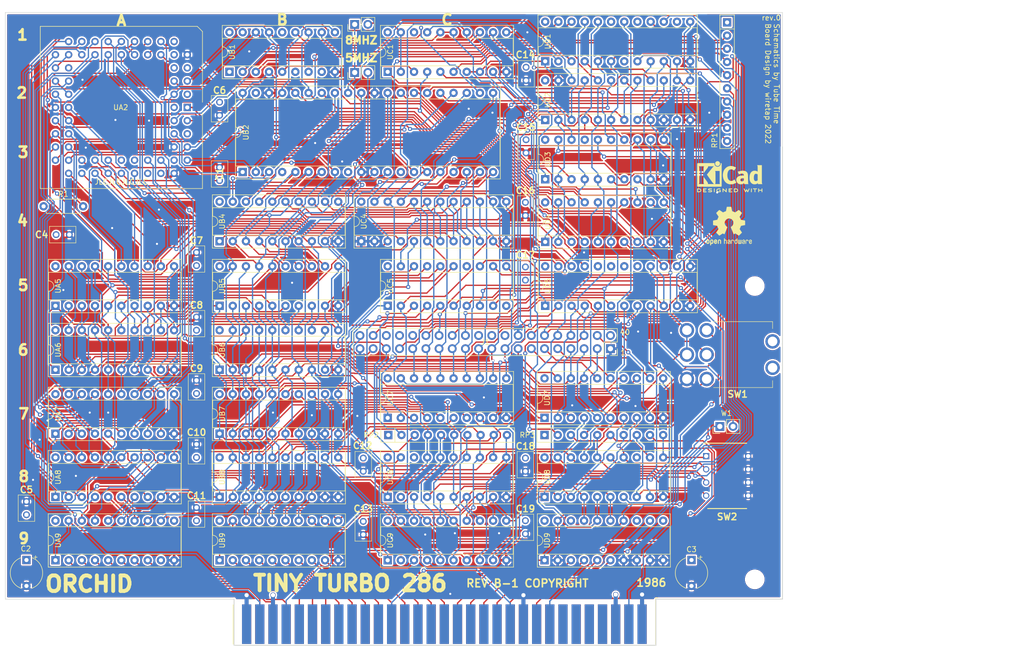
<source format=kicad_pcb>
(kicad_pcb (version 20171130) (host pcbnew "(5.1.6)-1")
  (layers (0 F.Cu signal) (1 In1.Cu power) (2 In2.Cu power) (31 B.Cu signal) (34 B.Paste user) (35 F.Paste user) (36 B.SilkS user) (37 F.SilkS user) (38 B.Mask user) (39 F.Mask user) (44 Edge.Cuts user))
  (net 0 "")
  (net 1 GND)
  (net 2 "Net-(C1-Pad1)")
  (net 3 VCC)
  (net 4 /8088A14L)
  (net 5 /8088A13L)
  (net 6 /8088A12L)
  (net 7 /8088A11L)
  (net 8 /8088A10L)
  (net 9 /8088A9L)
  (net 10 /8088A8L)
  (net 11 /8088AD7)
  (net 12 /8088AD6)
  (net 13 /8088AD5)
  (net 14 /8088AD4)
  (net 15 /8088AD3)
  (net 16 /8088AD2)
  (net 17 /8088AD1)
  (net 18 /8088AD0)
  (net 19 /8088NMI)
  (net 20 /INTR)
  (net 21 /5MHZ)
  (net 22 /PLANAR_RESET)
  (net 23 /8088READY)
  (net 24 "Net-(J1-Pad23)")
  (net 25 "Net-(J1-Pad24)")
  (net 26 "Net-(J1-Pad25)")
  (net 27 /8088~S0)
  (net 28 /8088~S1)
  (net 29 /8088~S2)
  (net 30 /8088~LOCK)
  (net 31 "Net-(J1-Pad30)")
  (net 32 "Net-(J1-Pad31)")
  (net 33 "Net-(J1-Pad32)")
  (net 34 /8088_RESET)
  (net 35 /8088A19)
  (net 36 /8088A18)
  (net 37 /8088A17)
  (net 38 /8088A16)
  (net 39 /8088A15L)
  (net 40 /ISA_RESET)
  (net 41 "Net-(J2-Pad4)")
  (net 42 "Net-(J2-Pad5)")
  (net 43 "Net-(J2-Pad6)")
  (net 44 "Net-(J2-Pad7)")
  (net 45 /~ISA_CRD_SEL)
  (net 46 "Net-(J2-Pad9)")
  (net 47 /~ISA_SMEMW)
  (net 48 "Net-(J2-Pad12)")
  (net 49 "Net-(J2-Pad13)")
  (net 50 "Net-(J2-Pad14)")
  (net 51 "Net-(J2-Pad15)")
  (net 52 "Net-(J2-Pad16)")
  (net 53 "Net-(J2-Pad17)")
  (net 54 "Net-(J2-Pad18)")
  (net 55 "Net-(J2-Pad19)")
  (net 56 /ISA_CLK)
  (net 57 "Net-(J2-Pad21)")
  (net 58 "Net-(J2-Pad22)")
  (net 59 "Net-(J2-Pad23)")
  (net 60 "Net-(J2-Pad24)")
  (net 61 "Net-(J2-Pad25)")
  (net 62 "Net-(J2-Pad26)")
  (net 63 "Net-(J2-Pad27)")
  (net 64 /ISA_ALE)
  (net 65 /OSC)
  (net 66 "Net-(J2-Pad32)")
  (net 67 "Net-(J2-Pad33)")
  (net 68 "Net-(J2-Pad34)")
  (net 69 "Net-(J2-Pad35)")
  (net 70 "Net-(J2-Pad36)")
  (net 71 "Net-(J2-Pad37)")
  (net 72 "Net-(J2-Pad38)")
  (net 73 "Net-(J2-Pad39)")
  (net 74 /ISA_DB0)
  (net 75 "Net-(J2-Pad41)")
  (net 76 /ISA_AEN)
  (net 77 /ISA_A19)
  (net 78 /ISA_A18)
  (net 79 /ISA_A17)
  (net 80 /ISA_A16)
  (net 81 /ISA_A15)
  (net 82 /ISA_A14)
  (net 83 /ISA_A13)
  (net 84 /ISA_A12)
  (net 85 /ISA_A11)
  (net 86 /ISA_A10)
  (net 87 /ISA_A9)
  (net 88 /ISA_A8)
  (net 89 /ISA_A7)
  (net 90 /ISA_A6)
  (net 91 /ISA_A5)
  (net 92 /ISA_A4)
  (net 93 /ISA_A3)
  (net 94 /ISA_A2)
  (net 95 /ISA_A1)
  (net 96 "Net-(J2-Pad62)")
  (net 97 /286~READY)
  (net 98 /~PEACK)
  (net 99 /286~S1L)
  (net 100 /286~BHEL)
  (net 101 /286~MIOL)
  (net 102 /~286_ADDR)
  (net 103 /~ERROR)
  (net 104 /~BUSY)
  (net 105 /286~S0L)
  (net 106 /ADB_~G2)
  (net 107 /TAG7)
  (net 108 /TAG0)
  (net 109 /TAG1)
  (net 110 /TAG2)
  (net 111 /TAG3)
  (net 112 /TAG4)
  (net 113 /TAG5)
  (net 114 /TAG6)
  (net 115 /DIPSW1)
  (net 116 /DIPSW4)
  (net 117 /DIPSW2)
  (net 118 /~CACHECMP)
  (net 119 /DIPSW3)
  (net 120 /~TURBO)
  (net 121 /RSTPU)
  (net 122 /286D7)
  (net 123 "Net-(UA2-Pad2)")
  (net 124 /286~S1)
  (net 125 "Net-(UA2-Pad8)")
  (net 126 /286~LOCK)
  (net 127 /COD_~INTA)
  (net 128 /286~BHE)
  (net 129 "Net-(UA2-Pad3)")
  (net 130 /286~S0)
  (net 131 "Net-(UA2-Pad7)")
  (net 132 /286M~IO)
  (net 133 "Net-(UA2-Pad65)")
  (net 134 "Net-(UA2-Pad11)")
  (net 135 /286A18)
  (net 136 /286A16)
  (net 137 /286A14)
  (net 138 /286A12)
  (net 139 /286A10)
  (net 140 /286A8)
  (net 141 /286A6)
  (net 142 "Net-(UA2-Pad10)")
  (net 143 /286A19)
  (net 144 /286A17)
  (net 145 /286A15)
  (net 146 /286A13)
  (net 147 /286A11)
  (net 148 /286A9)
  (net 149 /286A7)
  (net 150 /286A5)
  (net 151 /286A3)
  (net 152 /286A2)
  (net 153 /286A0)
  (net 154 /286D0)
  (net 155 /286D1)
  (net 156 /286D2)
  (net 157 /286D3)
  (net 158 /286D4)
  (net 159 /286A4)
  (net 160 /286RESET)
  (net 161 /286CLK)
  (net 162 /286A1)
  (net 163 /286D8)
  (net 164 /286D9)
  (net 165 /286D10)
  (net 166 /286D11)
  (net 167 /286D12)
  (net 168 /286D13)
  (net 169 /286D14)
  (net 170 /286D15)
  (net 171 "Net-(UA2-Pad55)")
  (net 172 /286NMI)
  (net 173 /PEREQ)
  (net 174 /286D5)
  (net 175 /286D6)
  (net 176 /286~BUSY)
  (net 177 "Net-(UA2-Pad56)")
  (net 178 "Net-(UA2-Pad58)")
  (net 179 /CACHE_A4)
  (net 180 /CACHE_~WR)
  (net 181 /CACHE_A5)
  (net 182 /CACHE_A6)
  (net 183 /CACHE_A7)
  (net 184 /CACHE_A8)
  (net 185 /CACHE_A9)
  (net 186 /CACHE_A0)
  (net 187 /CACHE_A10)
  (net 188 /CACHE_A1)
  (net 189 /CACHE_A11)
  (net 190 /CACHE_A2)
  (net 191 /CACHE_~ELO)
  (net 192 /CACHE_A3)
  (net 193 /286_ALATCH)
  (net 194 /8088A15)
  (net 195 /8088A14)
  (net 196 /8088A13)
  (net 197 /4_C5)
  (net 198 /~ISA_ADDR)
  (net 199 "Net-(UA9-Pad9)")
  (net 200 "Net-(UA9-Pad11)")
  (net 201 /~SRDY)
  (net 202 /~RES)
  (net 203 /~SRDYEN)
  (net 204 /PCLK)
  (net 205 /EFI)
  (net 206 "Net-(UB1-Pad14)")
  (net 207 "Net-(UB1-Pad7)")
  (net 208 "Net-(UB1-Pad8)")
  (net 209 "Net-(UB2-Pad4)")
  (net 210 /~NPRD)
  (net 211 /~NPWR)
  (net 212 "Net-(UB2-Pad9)")
  (net 213 /287CLOCK)
  (net 214 "Net-(UB2-Pad13)")
  (net 215 /~NPS1)
  (net 216 /DB_DIR)
  (net 217 /DB_~XHI)
  (net 218 /CACHE_~EHI)
  (net 219 /TAG_~WR)
  (net 220 /CLK_EN)
  (net 221 /286IDLE)
  (net 222 /~PCLK)
  (net 223 /~CACHEHIT)
  (net 224 /3_D1)
  (net 225 /PAL_CLK)
  (net 226 /OSC2)
  (net 227 /PAL_CLK2)
  (net 228 /DB_~G)
  (net 229 /CACHE_BHE)
  (net 230 /DB_CBA)
  (net 231 "Net-(UC5-Pad10)")
  (net 232 "Net-(UC5-Pad14)")
  (net 233 /13_C5)
  (net 234 /ADB_~G1)
  (net 235 "Net-(UC8-Pad18)")
  (net 236 /19_D8)
  (net 237 "Net-(UD1-Pad19)")
  (net 238 "Net-(UD1-Pad7)")
  (net 239 "Net-(UD1-Pad17)")
  (net 240 /15_D8)
  (net 241 "Net-(UD1-Pad14)")
  (net 242 "Net-(UD3-Pad17)")
  (net 243 "Net-(UD5-Pad20)")
  (net 244 "Net-(UD5-Pad19)")
  (net 245 "Net-(UD5-Pad18)")
  (net 246 "Net-(UD5-Pad17)")
  (net 247 /~SLOT8_CRD_SEL)
  (net 248 "Net-(UD8-Pad13)")
  (net 249 "Net-(UD9-Pad11)")
  (net 250 "Net-(UD9-Pad12)")
  (net 251 "Net-(UD9-Pad13)")
  (net 252 "Net-(UD9-Pad18)")
  (module Symbol:OSHW-Logo2_9.8x8mm_SilkScreen (layer F.Cu) (at 207.264 76.962)
    (fp_text reference REF** hide)
    (fp_text value OSHW-Logo2_9.8x8mm_SilkScreen hide)
  )
  (module Symbol:KiCad-Logo2_5mm_SilkScreen (layer F.Cu) (at 207.391 67.437)
    (fp_text reference REF** hide)
    (fp_text value KiCad-Logo2_5mm_SilkScreen hide)
  )
  (module Package_DIP:DIP-20_W7.62mm_Socket (layer F.Cu) (at 171.831 80.01 90)
    (fp_text reference UD4 (at 3.81 0.508 90) (layer F.SilkS))
    (fp_text value 74ALS373)
    (pad 20 thru_hole oval (at 7.62 0 90) (size 1.6 1.6) (drill 0.8) (layers *.Cu *.Mask) (net 3 VCC))
    (pad 10 thru_hole oval (at 0 22.86 90) (size 1.6 1.6) (drill 0.8) (layers *.Cu *.Mask) (net 1 GND))
    (pad 19 thru_hole oval (at 7.62 2.54 90) (size 1.6 1.6) (drill 0.8) (layers *.Cu *.Mask) (net 35 /8088A19))
    (pad 9 thru_hole oval (at 0 20.32 90) (size 1.6 1.6) (drill 0.8) (layers *.Cu *.Mask) (net 101 /286~MIOL))
    (pad 18 thru_hole oval (at 7.62 5.08 90) (size 1.6 1.6) (drill 0.8) (layers *.Cu *.Mask) (net 143 /286A19))
    (pad 8 thru_hole oval (at 0 17.78 90) (size 1.6 1.6) (drill 0.8) (layers *.Cu *.Mask) (net 132 /286M~IO))
    (pad 17 thru_hole oval (at 7.62 7.62 90) (size 1.6 1.6) (drill 0.8) (layers *.Cu *.Mask) (net 135 /286A18))
    (pad 7 thru_hole oval (at 0 15.24 90) (size 1.6 1.6) (drill 0.8) (layers *.Cu *.Mask) (net 128 /286~BHE))
    (pad 16 thru_hole oval (at 7.62 10.16 90) (size 1.6 1.6) (drill 0.8) (layers *.Cu *.Mask) (net 36 /8088A18))
    (pad 6 thru_hole oval (at 0 12.7 90) (size 1.6 1.6) (drill 0.8) (layers *.Cu *.Mask) (net 100 /286~BHEL))
    (pad 15 thru_hole oval (at 7.62 12.7 90) (size 1.6 1.6) (drill 0.8) (layers *.Cu *.Mask) (net 37 /8088A17))
    (pad 5 thru_hole oval (at 0 10.16 90) (size 1.6 1.6) (drill 0.8) (layers *.Cu *.Mask) (net 99 /286~S1L))
    (pad 14 thru_hole oval (at 7.62 15.24 90) (size 1.6 1.6) (drill 0.8) (layers *.Cu *.Mask) (net 144 /286A17))
    (pad 4 thru_hole oval (at 0 7.62 90) (size 1.6 1.6) (drill 0.8) (layers *.Cu *.Mask) (net 124 /286~S1))
    (pad 13 thru_hole oval (at 7.62 17.78 90) (size 1.6 1.6) (drill 0.8) (layers *.Cu *.Mask) (net 136 /286A16))
    (pad 3 thru_hole oval (at 0 5.08 90) (size 1.6 1.6) (drill 0.8) (layers *.Cu *.Mask) (net 130 /286~S0))
    (pad 12 thru_hole oval (at 7.62 20.32 90) (size 1.6 1.6) (drill 0.8) (layers *.Cu *.Mask) (net 38 /8088A16))
    (pad 2 thru_hole oval (at 0 2.54 90) (size 1.6 1.6) (drill 0.8) (layers *.Cu *.Mask) (net 105 /286~S0L))
    (pad 11 thru_hole oval (at 7.62 22.86 90) (size 1.6 1.6) (drill 0.8) (layers *.Cu *.Mask) (net 193 /286_ALATCH))
    (pad 1 thru_hole rect (at 0 0 90) (size 1.6 1.6) (drill 0.8) (layers *.Cu *.Mask) (net 102 /~286_ADDR))
  )
  (module MountingHole:MountingHole_3.2mm_M3 (layer F.Cu) (at 212.217 88.519)
    (fp_text reference P7)
    (fp_text value CONN_1)
    (pad 1 np_thru_hole circle (at 0 0) (size 3.2 3.2) (drill 3.2) (layers *.Cu *.Mask))
  )
  (module MountingHole:MountingHole_3.2mm_M3 (layer F.Cu) (at 212.217 145.034)
    (fp_text reference P6)
    (fp_text value CONN_1)
    (pad 1 np_thru_hole circle (at 0 0) (size 3.2 3.2) (drill 3.2) (layers *.Cu *.Mask))
  )
  (module Connector_PinSocket_2.54mm:PinSocket_2x20_P2.54mm_Vertical (layer F.Cu) (at 184.404 100.584 270)
    (fp_text reference J1 (at -1.27 24.13) (layer F.SilkS))
    (fp_text value 8088_Max_Mode)
    (pad 1 thru_hole rect (at 0 0 270) (size 1.7 1.7) (drill 1) (layers *.Cu *.Mask) (net 1 GND))
    (pad 40 thru_hole oval (at -2.54 0 270) (size 1.7 1.7) (drill 1) (layers *.Cu *.Mask) (net 3 VCC))
    (pad 2 thru_hole oval (at 0 2.54 270) (size 1.7 1.7) (drill 1) (layers *.Cu *.Mask) (net 4 /8088A14L))
    (pad 39 thru_hole oval (at -2.54 2.54 270) (size 1.7 1.7) (drill 1) (layers *.Cu *.Mask) (net 39 /8088A15L))
    (pad 3 thru_hole oval (at 0 5.08 270) (size 1.7 1.7) (drill 1) (layers *.Cu *.Mask) (net 5 /8088A13L))
    (pad 38 thru_hole oval (at -2.54 5.08 270) (size 1.7 1.7) (drill 1) (layers *.Cu *.Mask) (net 38 /8088A16))
    (pad 4 thru_hole oval (at 0 7.62 270) (size 1.7 1.7) (drill 1) (layers *.Cu *.Mask) (net 6 /8088A12L))
    (pad 37 thru_hole oval (at -2.54 7.62 270) (size 1.7 1.7) (drill 1) (layers *.Cu *.Mask) (net 37 /8088A17))
    (pad 5 thru_hole oval (at 0 10.16 270) (size 1.7 1.7) (drill 1) (layers *.Cu *.Mask) (net 7 /8088A11L))
    (pad 36 thru_hole oval (at -2.54 10.16 270) (size 1.7 1.7) (drill 1) (layers *.Cu *.Mask) (net 36 /8088A18))
    (pad 6 thru_hole oval (at 0 12.7 270) (size 1.7 1.7) (drill 1) (layers *.Cu *.Mask) (net 8 /8088A10L))
    (pad 35 thru_hole oval (at -2.54 12.7 270) (size 1.7 1.7) (drill 1) (layers *.Cu *.Mask) (net 35 /8088A19))
    (pad 7 thru_hole oval (at 0 15.24 270) (size 1.7 1.7) (drill 1) (layers *.Cu *.Mask) (net 9 /8088A9L))
    (pad 34 thru_hole oval (at -2.54 15.24 270) (size 1.7 1.7) (drill 1) (layers *.Cu *.Mask) (net 34 /8088_RESET))
    (pad 8 thru_hole oval (at 0 17.78 270) (size 1.7 1.7) (drill 1) (layers *.Cu *.Mask) (net 10 /8088A8L))
    (pad 33 thru_hole oval (at -2.54 17.78 270) (size 1.7 1.7) (drill 1) (layers *.Cu *.Mask) (net 1 GND))
    (pad 9 thru_hole oval (at 0 20.32 270) (size 1.7 1.7) (drill 1) (layers *.Cu *.Mask) (net 11 /8088AD7))
    (pad 32 thru_hole oval (at -2.54 20.32 270) (size 1.7 1.7) (drill 1) (layers *.Cu *.Mask) (net 33 "Net-(J1-Pad32)"))
    (pad 10 thru_hole oval (at 0 22.86 270) (size 1.7 1.7) (drill 1) (layers *.Cu *.Mask) (net 12 /8088AD6))
    (pad 31 thru_hole oval (at -2.54 22.86 270) (size 1.7 1.7) (drill 1) (layers *.Cu *.Mask) (net 32 "Net-(J1-Pad31)"))
    (pad 11 thru_hole oval (at 0 25.4 270) (size 1.7 1.7) (drill 1) (layers *.Cu *.Mask) (net 13 /8088AD5))
    (pad 30 thru_hole oval (at -2.54 25.4 270) (size 1.7 1.7) (drill 1) (layers *.Cu *.Mask) (net 31 "Net-(J1-Pad30)"))
    (pad 12 thru_hole oval (at 0 27.94 270) (size 1.7 1.7) (drill 1) (layers *.Cu *.Mask) (net 14 /8088AD4))
    (pad 29 thru_hole oval (at -2.54 27.94 270) (size 1.7 1.7) (drill 1) (layers *.Cu *.Mask) (net 30 /8088~LOCK))
    (pad 13 thru_hole oval (at 0 30.48 270) (size 1.7 1.7) (drill 1) (layers *.Cu *.Mask) (net 15 /8088AD3))
    (pad 28 thru_hole oval (at -2.54 30.48 270) (size 1.7 1.7) (drill 1) (layers *.Cu *.Mask) (net 29 /8088~S2))
    (pad 14 thru_hole oval (at 0 33.02 270) (size 1.7 1.7) (drill 1) (layers *.Cu *.Mask) (net 16 /8088AD2))
    (pad 27 thru_hole oval (at -2.54 33.02 270) (size 1.7 1.7) (drill 1) (layers *.Cu *.Mask) (net 28 /8088~S1))
    (pad 15 thru_hole oval (at 0 35.56 270) (size 1.7 1.7) (drill 1) (layers *.Cu *.Mask) (net 17 /8088AD1))
    (pad 26 thru_hole oval (at -2.54 35.56 270) (size 1.7 1.7) (drill 1) (layers *.Cu *.Mask) (net 27 /8088~S0))
    (pad 16 thru_hole oval (at 0 38.1 270) (size 1.7 1.7) (drill 1) (layers *.Cu *.Mask) (net 18 /8088AD0))
    (pad 25 thru_hole oval (at -2.54 38.1 270) (size 1.7 1.7) (drill 1) (layers *.Cu *.Mask) (net 26 "Net-(J1-Pad25)"))
    (pad 17 thru_hole oval (at 0 40.64 270) (size 1.7 1.7) (drill 1) (layers *.Cu *.Mask) (net 19 /8088NMI))
    (pad 24 thru_hole oval (at -2.54 40.64 270) (size 1.7 1.7) (drill 1) (layers *.Cu *.Mask) (net 25 "Net-(J1-Pad24)"))
    (pad 18 thru_hole oval (at 0 43.18 270) (size 1.7 1.7) (drill 1) (layers *.Cu *.Mask) (net 20 /INTR))
    (pad 23 thru_hole oval (at -2.54 43.18 270) (size 1.7 1.7) (drill 1) (layers *.Cu *.Mask) (net 24 "Net-(J1-Pad23)"))
    (pad 19 thru_hole oval (at 0 45.72 270) (size 1.7 1.7) (drill 1) (layers *.Cu *.Mask) (net 21 /5MHZ))
    (pad 22 thru_hole oval (at -2.54 45.72 270) (size 1.7 1.7) (drill 1) (layers *.Cu *.Mask) (net 23 /8088READY))
    (pad 20 thru_hole oval (at 0 48.26 270) (size 1.7 1.7) (drill 1) (layers *.Cu *.Mask) (net 1 GND))
    (pad 21 thru_hole oval (at -2.54 48.26 270) (size 1.7 1.7) (drill 1) (layers *.Cu *.Mask) (net 22 /PLANAR_RESET))
  )
  (module SamacSys_Parts:C320C104J3G5TA (layer F.Cu) (at 109.093 68.199 90)
    (fp_text reference C1 (at 1.27 0 90) (layer F.SilkS) (effects (font (size 1.27 1.27) (thickness 0.254))))
    (fp_text value 0.1? hide)
    (pad 2 thru_hole circle (at 2.54 0 90) (size 1.316 1.316) (drill 0.81) (layers *.Cu *.Mask) (net 1 GND))
    (pad 1 thru_hole circle (at 0 0 90) (size 1.316 1.316) (drill 0.81) (layers *.Cu *.Mask) (net 2 "Net-(C1-Pad1)"))
  )
  (module Capacitor_THT:CP_Radial_Tantal_D6.0mm_P5.00mm (layer F.Cu) (at 71.882 141.304 270)
    (fp_text reference C2 (at -2.159 0.127 180) (layer F.SilkS))
    (fp_text value "33uF 10V Tant")
    (pad 1 thru_hole rect (at 0 0 270) (size 1.6 1.6) (drill 0.8) (layers *.Cu *.Mask) (net 3 VCC))
    (pad 2 thru_hole circle (at 5 0 270) (size 1.6 1.6) (drill 0.8) (layers *.Cu *.Mask) (net 1 GND))
  )
  (module Capacitor_THT:CP_Radial_Tantal_D6.0mm_P5.00mm (layer F.Cu) (at 200.025 141.304 270)
    (fp_text reference C3 (at -2.032 0 180) (layer F.SilkS))
    (fp_text value "33uF 10V Tant")
    (pad 2 thru_hole circle (at 5 0 270) (size 1.6 1.6) (drill 0.8) (layers *.Cu *.Mask) (net 1 GND))
    (pad 1 thru_hole rect (at 0 0 270) (size 1.6 1.6) (drill 0.8) (layers *.Cu *.Mask) (net 3 VCC))
  )
  (module SamacSys_Parts:C320C104J3G5TA (layer F.Cu) (at 77.597 78.613)
    (fp_text reference C4 (at -2.794 0) (layer F.SilkS) (effects (font (size 1.27 1.27) (thickness 0.254))))
    (fp_text value 0.1uF hide)
    (pad 1 thru_hole circle (at 0 0) (size 1.316 1.316) (drill 0.81) (layers *.Cu *.Mask) (net 3 VCC))
    (pad 2 thru_hole circle (at 2.54 0) (size 1.316 1.316) (drill 0.81) (layers *.Cu *.Mask) (net 1 GND))
  )
  (module SamacSys_Parts:C320C104J3G5TA (layer F.Cu) (at 71.882 132.588 90)
    (fp_text reference C5 (at 4.826 0 180) (layer F.SilkS) (effects (font (size 1.27 1.27) (thickness 0.254))))
    (fp_text value 0.1uF hide)
    (pad 2 thru_hole circle (at 2.54 0 90) (size 1.316 1.316) (drill 0.81) (layers *.Cu *.Mask) (net 1 GND))
    (pad 1 thru_hole circle (at 0 0 90) (size 1.316 1.316) (drill 0.81) (layers *.Cu *.Mask) (net 3 VCC))
  )
  (module SamacSys_Parts:C320C104J3G5TA (layer F.Cu) (at 109.093 53.086 270)
    (fp_text reference C6 (at -2.286 0 180) (layer F.SilkS) (effects (font (size 1.27 1.27) (thickness 0.254))))
    (fp_text value 0.1uF hide)
    (pad 2 thru_hole circle (at 2.54 0 270) (size 1.316 1.316) (drill 0.81) (layers *.Cu *.Mask) (net 1 GND))
    (pad 1 thru_hole circle (at 0 0 270) (size 1.316 1.316) (drill 0.81) (layers *.Cu *.Mask) (net 3 VCC))
  )
  (module SamacSys_Parts:C320C104J3G5TA (layer F.Cu) (at 104.648 84.582 90)
    (fp_text reference C7 (at 4.826 0 180) (layer F.SilkS) (effects (font (size 1.27 1.27) (thickness 0.254))))
    (fp_text value 0.1uF hide)
    (pad 1 thru_hole circle (at 0 0 90) (size 1.316 1.316) (drill 0.81) (layers *.Cu *.Mask) (net 3 VCC))
    (pad 2 thru_hole circle (at 2.54 0 90) (size 1.316 1.316) (drill 0.81) (layers *.Cu *.Mask) (net 1 GND))
  )
  (module SamacSys_Parts:C320C104J3G5TA (layer F.Cu) (at 104.648 97.028 90)
    (fp_text reference C8 (at 4.826 0 180) (layer F.SilkS) (effects (font (size 1.27 1.27) (thickness 0.254))))
    (fp_text value 0.1uF hide)
    (pad 1 thru_hole circle (at 0 0 90) (size 1.316 1.316) (drill 0.81) (layers *.Cu *.Mask) (net 3 VCC))
    (pad 2 thru_hole circle (at 2.54 0 90) (size 1.316 1.316) (drill 0.81) (layers *.Cu *.Mask) (net 1 GND))
  )
  (module SamacSys_Parts:C320C104J3G5TA (layer F.Cu) (at 104.648 109.22 90)
    (fp_text reference C9 (at 4.826 0 180) (layer F.SilkS) (effects (font (size 1.27 1.27) (thickness 0.254))))
    (fp_text value 0.1uF hide)
    (pad 2 thru_hole circle (at 2.54 0 90) (size 1.316 1.316) (drill 0.81) (layers *.Cu *.Mask) (net 1 GND))
    (pad 1 thru_hole circle (at 0 0 90) (size 1.316 1.316) (drill 0.81) (layers *.Cu *.Mask) (net 3 VCC))
  )
  (module SamacSys_Parts:C320C104J3G5TA (layer F.Cu) (at 104.648 121.539 90)
    (fp_text reference C10 (at 4.826 0 180) (layer F.SilkS) (effects (font (size 1.27 1.27) (thickness 0.254))))
    (fp_text value 0.1uF hide)
    (pad 2 thru_hole circle (at 2.54 0 90) (size 1.316 1.316) (drill 0.81) (layers *.Cu *.Mask) (net 1 GND))
    (pad 1 thru_hole circle (at 0 0 90) (size 1.316 1.316) (drill 0.81) (layers *.Cu *.Mask) (net 3 VCC))
  )
  (module SamacSys_Parts:C320C104J3G5TA (layer F.Cu) (at 104.648 133.731 90)
    (fp_text reference C11 (at 4.826 0 180) (layer F.SilkS) (effects (font (size 1.27 1.27) (thickness 0.254))))
    (fp_text value 0.1uF hide)
    (pad 1 thru_hole circle (at 0 0 90) (size 1.316 1.316) (drill 0.81) (layers *.Cu *.Mask) (net 3 VCC))
    (pad 2 thru_hole circle (at 2.54 0 90) (size 1.316 1.316) (drill 0.81) (layers *.Cu *.Mask) (net 1 GND))
  )
  (module SamacSys_Parts:C320C104J3G5TA (layer F.Cu) (at 136.779 121.666 270)
    (fp_text reference C12 (at -2.413 0.127 180) (layer F.SilkS) (effects (font (size 1.27 1.27) (thickness 0.254))))
    (fp_text value 0.1uF hide)
    (pad 1 thru_hole circle (at 0 0 270) (size 1.316 1.316) (drill 0.81) (layers *.Cu *.Mask) (net 3 VCC))
    (pad 2 thru_hole circle (at 2.54 0 270) (size 1.316 1.316) (drill 0.81) (layers *.Cu *.Mask) (net 1 GND))
  )
  (module SamacSys_Parts:C320C104J3G5TA (layer F.Cu) (at 136.779 133.858 270)
    (fp_text reference C13 (at -2.413 0 180) (layer F.SilkS) (effects (font (size 1.27 1.27) (thickness 0.254))))
    (fp_text value 0.1uF hide)
    (pad 2 thru_hole circle (at 2.54 0 270) (size 1.316 1.316) (drill 0.81) (layers *.Cu *.Mask) (net 1 GND))
    (pad 1 thru_hole circle (at 0 0 270) (size 1.316 1.316) (drill 0.81) (layers *.Cu *.Mask) (net 3 VCC))
  )
  (module SamacSys_Parts:C320C104J3G5TA (layer F.Cu) (at 168.148 46.355 270)
    (fp_text reference C14 (at -2.413 0.127 180) (layer F.SilkS) (effects (font (size 1.27 1.27) (thickness 0.254))))
    (fp_text value 0.1uF hide)
    (pad 2 thru_hole circle (at 2.54 0 270) (size 1.316 1.316) (drill 0.81) (layers *.Cu *.Mask) (net 1 GND))
    (pad 1 thru_hole circle (at 0 0 270) (size 1.316 1.316) (drill 0.81) (layers *.Cu *.Mask) (net 3 VCC))
  )
  (module SamacSys_Parts:C320C104J3G5TA (layer F.Cu) (at 168.148 60.325 270)
    (fp_text reference C15 (at -2.413 0 180) (layer F.SilkS) (effects (font (size 1.27 1.27) (thickness 0.254))))
    (fp_text value 0.1uF hide)
    (pad 1 thru_hole circle (at 0 0 270) (size 1.316 1.316) (drill 0.81) (layers *.Cu *.Mask) (net 3 VCC))
    (pad 2 thru_hole circle (at 2.54 0 270) (size 1.316 1.316) (drill 0.81) (layers *.Cu *.Mask) (net 1 GND))
  )
  (module SamacSys_Parts:C320C104J3G5TA (layer F.Cu) (at 168.021 72.39 270)
    (fp_text reference C16 (at -2.286 0 180) (layer F.SilkS) (effects (font (size 1.27 1.27) (thickness 0.254))))
    (fp_text value 0.1uF hide)
    (pad 1 thru_hole circle (at 0 0 270) (size 1.316 1.316) (drill 0.81) (layers *.Cu *.Mask) (net 3 VCC))
    (pad 2 thru_hole circle (at 2.54 0 270) (size 1.316 1.316) (drill 0.81) (layers *.Cu *.Mask) (net 1 GND))
  )
  (module SamacSys_Parts:C320C104J3G5TA (layer F.Cu) (at 168.021 84.836 270)
    (fp_text reference C17 (at -2.286 0 180) (layer F.SilkS) (effects (font (size 1.27 1.27) (thickness 0.254))))
    (fp_text value 0.1uF hide)
    (pad 2 thru_hole circle (at 2.54 0 270) (size 1.316 1.316) (drill 0.81) (layers *.Cu *.Mask) (net 1 GND))
    (pad 1 thru_hole circle (at 0 0 270) (size 1.316 1.316) (drill 0.81) (layers *.Cu *.Mask) (net 3 VCC))
  )
  (module SamacSys_Parts:C320C104J3G5TA (layer F.Cu) (at 168.021 121.666 270)
    (fp_text reference C18 (at -2.286 0 180) (layer F.SilkS) (effects (font (size 1.27 1.27) (thickness 0.254))))
    (fp_text value 0.1uF hide)
    (pad 1 thru_hole circle (at 0 0 270) (size 1.316 1.316) (drill 0.81) (layers *.Cu *.Mask) (net 3 VCC))
    (pad 2 thru_hole circle (at 2.54 0 270) (size 1.316 1.316) (drill 0.81) (layers *.Cu *.Mask) (net 1 GND))
  )
  (module SamacSys_Parts:C320C104J3G5TA (layer F.Cu) (at 168.021 133.731 270)
    (fp_text reference C19 (at -2.286 0 180) (layer F.SilkS) (effects (font (size 1.27 1.27) (thickness 0.254))))
    (fp_text value 0.1uF hide)
    (pad 1 thru_hole circle (at 0 0 270) (size 1.316 1.316) (drill 0.81) (layers *.Cu *.Mask) (net 3 VCC))
    (pad 2 thru_hole circle (at 2.54 0 270) (size 1.316 1.316) (drill 0.81) (layers *.Cu *.Mask) (net 1 GND))
  )
  (module SamacSys_Parts:BUS_XT (layer F.Cu) (at 190.5 153.67)
    (fp_text reference J2 hide)
    (fp_text value Bus_ISA_8bit)
    (pad 1 connect rect (at 0 0) (size 1.78 7.62) (layers B.Cu B.Mask) (net 1 GND))
    (pad 2 connect rect (at -2.54 0) (size 1.78 7.62) (layers B.Cu B.Mask) (net 40 /ISA_RESET))
    (pad 3 connect rect (at -5.08 0) (size 1.78 7.62) (layers B.Cu B.Mask) (net 3 VCC))
    (pad 4 connect rect (at -7.62 0) (size 1.78 7.62) (layers B.Cu B.Mask) (net 41 "Net-(J2-Pad4)"))
    (pad 5 connect rect (at -10.16 0) (size 1.78 7.62) (layers B.Cu B.Mask) (net 42 "Net-(J2-Pad5)"))
    (pad 6 connect rect (at -12.7 0) (size 1.78 7.62) (layers B.Cu B.Mask) (net 43 "Net-(J2-Pad6)"))
    (pad 7 connect rect (at -15.24 0) (size 1.78 7.62) (layers B.Cu B.Mask) (net 44 "Net-(J2-Pad7)"))
    (pad 8 connect rect (at -17.78 0) (size 1.78 7.62) (layers B.Cu B.Mask) (net 45 /~ISA_CRD_SEL))
    (pad 9 connect rect (at -20.32 0) (size 1.78 7.62) (layers B.Cu B.Mask) (net 46 "Net-(J2-Pad9)"))
    (pad 10 connect rect (at -22.86 0) (size 1.78 7.62) (layers B.Cu B.Mask) (net 1 GND))
    (pad 11 connect rect (at -25.4 0) (size 1.78 7.62) (layers B.Cu B.Mask) (net 47 /~ISA_SMEMW))
    (pad 12 connect rect (at -27.94 0) (size 1.78 7.62) (layers B.Cu B.Mask) (net 48 "Net-(J2-Pad12)"))
    (pad 13 connect rect (at -30.48 0) (size 1.78 7.62) (layers B.Cu B.Mask) (net 49 "Net-(J2-Pad13)"))
    (pad 14 connect rect (at -33.02 0) (size 1.78 7.62) (layers B.Cu B.Mask) (net 50 "Net-(J2-Pad14)"))
    (pad 15 connect rect (at -35.56 0) (size 1.78 7.62) (layers B.Cu B.Mask) (net 51 "Net-(J2-Pad15)"))
    (pad 16 connect rect (at -38.1 0) (size 1.78 7.62) (layers B.Cu B.Mask) (net 52 "Net-(J2-Pad16)"))
    (pad 17 connect rect (at -40.64 0) (size 1.78 7.62) (layers B.Cu B.Mask) (net 53 "Net-(J2-Pad17)"))
    (pad 18 connect rect (at -43.18 0) (size 1.78 7.62) (layers B.Cu B.Mask) (net 54 "Net-(J2-Pad18)"))
    (pad 19 connect rect (at -45.72 0) (size 1.78 7.62) (layers B.Cu B.Mask) (net 55 "Net-(J2-Pad19)"))
    (pad 20 connect rect (at -48.26 0) (size 1.78 7.62) (layers B.Cu B.Mask) (net 56 /ISA_CLK))
    (pad 21 connect rect (at -50.8 0) (size 1.78 7.62) (layers B.Cu B.Mask) (net 57 "Net-(J2-Pad21)"))
    (pad 22 connect rect (at -53.34 0) (size 1.78 7.62) (layers B.Cu B.Mask) (net 58 "Net-(J2-Pad22)"))
    (pad 23 connect rect (at -55.88 0) (size 1.78 7.62) (layers B.Cu B.Mask) (net 59 "Net-(J2-Pad23)"))
    (pad 24 connect rect (at -58.42 0) (size 1.78 7.62) (layers B.Cu B.Mask) (net 60 "Net-(J2-Pad24)"))
    (pad 25 connect rect (at -60.96 0) (size 1.78 7.62) (layers B.Cu B.Mask) (net 61 "Net-(J2-Pad25)"))
    (pad 26 connect rect (at -63.5 0) (size 1.78 7.62) (layers B.Cu B.Mask) (net 62 "Net-(J2-Pad26)"))
    (pad 27 connect rect (at -66.04 0) (size 1.78 7.62) (layers B.Cu B.Mask) (net 63 "Net-(J2-Pad27)"))
    (pad 28 connect rect (at -68.58 0) (size 1.78 7.62) (layers B.Cu B.Mask) (net 64 /ISA_ALE))
    (pad 29 connect rect (at -71.12 0) (size 1.78 7.62) (layers B.Cu B.Mask) (net 3 VCC))
    (pad 30 connect rect (at -73.66 0) (size 1.78 7.62) (layers B.Cu B.Mask) (net 65 /OSC))
    (pad 31 connect rect (at -76.2 0) (size 1.78 7.62) (layers B.Cu B.Mask) (net 1 GND))
    (pad 32 connect rect (at 0 0) (size 1.78 7.62) (layers F.Cu F.Mask) (net 66 "Net-(J2-Pad32)"))
    (pad 33 connect rect (at -2.54 0) (size 1.78 7.62) (layers F.Cu F.Mask) (net 67 "Net-(J2-Pad33)"))
    (pad 34 connect rect (at -5.08 0) (size 1.78 7.62) (layers F.Cu F.Mask) (net 68 "Net-(J2-Pad34)"))
    (pad 35 connect rect (at -7.62 0) (size 1.78 7.62) (layers F.Cu F.Mask) (net 69 "Net-(J2-Pad35)"))
    (pad 36 connect rect (at -10.16 0) (size 1.78 7.62) (layers F.Cu F.Mask) (net 70 "Net-(J2-Pad36)"))
    (pad 37 connect rect (at -12.7 0) (size 1.78 7.62) (layers F.Cu F.Mask) (net 71 "Net-(J2-Pad37)"))
    (pad 38 connect rect (at -15.24 0) (size 1.78 7.62) (layers F.Cu F.Mask) (net 72 "Net-(J2-Pad38)"))
    (pad 39 connect rect (at -17.78 0) (size 1.78 7.62) (layers F.Cu F.Mask) (net 73 "Net-(J2-Pad39)"))
    (pad 40 connect rect (at -20.32 0) (size 1.78 7.62) (layers F.Cu F.Mask) (net 74 /ISA_DB0))
    (pad 41 connect rect (at -22.86 0) (size 1.78 7.62) (layers F.Cu F.Mask) (net 75 "Net-(J2-Pad41)"))
    (pad 42 connect rect (at -25.4 0) (size 1.78 7.62) (layers F.Cu F.Mask) (net 76 /ISA_AEN))
    (pad 43 connect rect (at -27.94 0) (size 1.78 7.62) (layers F.Cu F.Mask) (net 77 /ISA_A19))
    (pad 44 connect rect (at -30.48 0) (size 1.78 7.62) (layers F.Cu F.Mask) (net 78 /ISA_A18))
    (pad 45 connect rect (at -33.02 0) (size 1.78 7.62) (layers F.Cu F.Mask) (net 79 /ISA_A17))
    (pad 46 connect rect (at -35.56 0) (size 1.78 7.62) (layers F.Cu F.Mask) (net 80 /ISA_A16))
    (pad 47 connect rect (at -38.1 0) (size 1.78 7.62) (layers F.Cu F.Mask) (net 81 /ISA_A15))
    (pad 48 connect rect (at -40.64 0) (size 1.78 7.62) (layers F.Cu F.Mask) (net 82 /ISA_A14))
    (pad 49 connect rect (at -43.18 0) (size 1.78 7.62) (layers F.Cu F.Mask) (net 83 /ISA_A13))
    (pad 50 connect rect (at -45.72 0) (size 1.78 7.62) (layers F.Cu F.Mask) (net 84 /ISA_A12))
    (pad 51 connect rect (at -48.26 0) (size 1.78 7.62) (layers F.Cu F.Mask) (net 85 /ISA_A11))
    (pad 52 connect rect (at -50.8 0) (size 1.78 7.62) (layers F.Cu F.Mask) (net 86 /ISA_A10))
    (pad 53 connect rect (at -53.34 0) (size 1.78 7.62) (layers F.Cu F.Mask) (net 87 /ISA_A9))
    (pad 54 connect rect (at -55.88 0) (size 1.78 7.62) (layers F.Cu F.Mask) (net 88 /ISA_A8))
    (pad 55 connect rect (at -58.42 0) (size 1.78 7.62) (layers F.Cu F.Mask) (net 89 /ISA_A7))
    (pad 56 connect rect (at -60.96 0) (size 1.78 7.62) (layers F.Cu F.Mask) (net 90 /ISA_A6))
    (pad 57 connect rect (at -63.5 0) (size 1.78 7.62) (layers F.Cu F.Mask) (net 91 /ISA_A5))
    (pad 58 connect rect (at -66.04 0) (size 1.78 7.62) (layers F.Cu F.Mask) (net 92 /ISA_A4))
    (pad 59 connect rect (at -68.58 0) (size 1.78 7.62) (layers F.Cu F.Mask) (net 93 /ISA_A3))
    (pad 60 connect rect (at -71.12 0) (size 1.78 7.62) (layers F.Cu F.Mask) (net 94 /ISA_A2))
    (pad 61 connect rect (at -73.66 0) (size 1.78 7.62) (layers F.Cu F.Mask) (net 95 /ISA_A1))
    (pad 62 connect rect (at -76.2 0) (size 1.78 7.62) (layers F.Cu F.Mask) (net 96 "Net-(J2-Pad62)"))
  )
  (module Resistor_THT:R_Axial_DIN0207_L6.3mm_D2.5mm_P7.62mm_Horizontal (layer F.Cu) (at 75.184 73.152)
    (fp_text reference R1 (at 3.81 -2.37) (layer F.SilkS))
    (fp_text value 910)
    (pad 1 thru_hole circle (at 0 0) (size 1.6 1.6) (drill 0.8) (layers *.Cu *.Mask) (net 3 VCC))
    (pad 2 thru_hole oval (at 7.62 0) (size 1.6 1.6) (drill 0.8) (layers *.Cu *.Mask) (net 97 /286~READY))
  )
  (module Resistor_THT:R_Array_SIP10 (layer F.Cu) (at 206.883 37.719 270)
    (fp_text reference RP1 (at 22.733 2.413 90) (layer F.SilkS))
    (fp_text value 4.7K)
    (pad 1 thru_hole rect (at 0 0 270) (size 1.6 1.6) (drill 0.8) (layers *.Cu *.Mask) (net 3 VCC))
    (pad 2 thru_hole oval (at 2.54 0 270) (size 1.6 1.6) (drill 0.8) (layers *.Cu *.Mask) (net 98 /~PEACK))
    (pad 3 thru_hole oval (at 5.08 0 270) (size 1.6 1.6) (drill 0.8) (layers *.Cu *.Mask) (net 99 /286~S1L))
    (pad 4 thru_hole oval (at 7.62 0 270) (size 1.6 1.6) (drill 0.8) (layers *.Cu *.Mask) (net 100 /286~BHEL))
    (pad 5 thru_hole oval (at 10.16 0 270) (size 1.6 1.6) (drill 0.8) (layers *.Cu *.Mask) (net 101 /286~MIOL))
    (pad 6 thru_hole oval (at 12.7 0 270) (size 1.6 1.6) (drill 0.8) (layers *.Cu *.Mask) (net 102 /~286_ADDR))
    (pad 7 thru_hole oval (at 15.24 0 270) (size 1.6 1.6) (drill 0.8) (layers *.Cu *.Mask) (net 103 /~ERROR))
    (pad 8 thru_hole oval (at 17.78 0 270) (size 1.6 1.6) (drill 0.8) (layers *.Cu *.Mask) (net 104 /~BUSY))
    (pad 9 thru_hole oval (at 20.32 0 270) (size 1.6 1.6) (drill 0.8) (layers *.Cu *.Mask) (net 105 /286~S0L))
    (pad 10 thru_hole oval (at 22.86 0 270) (size 1.6 1.6) (drill 0.8) (layers *.Cu *.Mask) (net 106 /ADB_~G2))
  )
  (module Resistor_THT:R_Array_SIP10 (layer F.Cu) (at 141.605 117.221)
    (fp_text reference RP2 (at -3.302 0) (layer F.SilkS))
    (fp_text value 4.7K)
    (pad 1 thru_hole rect (at 0 0) (size 1.6 1.6) (drill 0.8) (layers *.Cu *.Mask) (net 3 VCC))
    (pad 2 thru_hole oval (at 2.54 0) (size 1.6 1.6) (drill 0.8) (layers *.Cu *.Mask) (net 20 /INTR))
    (pad 3 thru_hole oval (at 5.08 0) (size 1.6 1.6) (drill 0.8) (layers *.Cu *.Mask) (net 107 /TAG7))
    (pad 4 thru_hole oval (at 7.62 0) (size 1.6 1.6) (drill 0.8) (layers *.Cu *.Mask) (net 108 /TAG0))
    (pad 5 thru_hole oval (at 10.16 0) (size 1.6 1.6) (drill 0.8) (layers *.Cu *.Mask) (net 109 /TAG1))
    (pad 6 thru_hole oval (at 12.7 0) (size 1.6 1.6) (drill 0.8) (layers *.Cu *.Mask) (net 110 /TAG2))
    (pad 7 thru_hole oval (at 15.24 0) (size 1.6 1.6) (drill 0.8) (layers *.Cu *.Mask) (net 111 /TAG3))
    (pad 8 thru_hole oval (at 17.78 0) (size 1.6 1.6) (drill 0.8) (layers *.Cu *.Mask) (net 112 /TAG4))
    (pad 9 thru_hole oval (at 20.32 0) (size 1.6 1.6) (drill 0.8) (layers *.Cu *.Mask) (net 113 /TAG5))
    (pad 10 thru_hole oval (at 22.86 0) (size 1.6 1.6) (drill 0.8) (layers *.Cu *.Mask) (net 114 /TAG6))
  )
  (module Resistor_THT:R_Array_SIP10 (layer F.Cu) (at 171.704 117.221)
    (fp_text reference RP3 (at -3.302 0) (layer F.SilkS))
    (fp_text value 4.7K)
    (pad 10 thru_hole oval (at 22.86 0) (size 1.6 1.6) (drill 0.8) (layers *.Cu *.Mask) (net 115 /DIPSW1))
    (pad 9 thru_hole oval (at 20.32 0) (size 1.6 1.6) (drill 0.8) (layers *.Cu *.Mask) (net 74 /ISA_DB0))
    (pad 8 thru_hole oval (at 17.78 0) (size 1.6 1.6) (drill 0.8) (layers *.Cu *.Mask) (net 116 /DIPSW4))
    (pad 7 thru_hole oval (at 15.24 0) (size 1.6 1.6) (drill 0.8) (layers *.Cu *.Mask) (net 117 /DIPSW2))
    (pad 6 thru_hole oval (at 12.7 0) (size 1.6 1.6) (drill 0.8) (layers *.Cu *.Mask) (net 118 /~CACHECMP))
    (pad 5 thru_hole oval (at 10.16 0) (size 1.6 1.6) (drill 0.8) (layers *.Cu *.Mask) (net 119 /DIPSW3))
    (pad 4 thru_hole oval (at 7.62 0) (size 1.6 1.6) (drill 0.8) (layers *.Cu *.Mask) (net 120 /~TURBO))
    (pad 3 thru_hole oval (at 5.08 0) (size 1.6 1.6) (drill 0.8) (layers *.Cu *.Mask) (net 121 /RSTPU))
    (pad 2 thru_hole oval (at 2.54 0) (size 1.6 1.6) (drill 0.8) (layers *.Cu *.Mask) (net 122 /286D7))
    (pad 1 thru_hole rect (at 0 0) (size 1.6 1.6) (drill 0.8) (layers *.Cu *.Mask) (net 3 VCC))
  )
  (module SamacSys_Parts:A201MD9AQ04 (layer F.Cu) (at 199.136 106.426 90)
    (fp_text reference SW1 (at -2.921 9.779 180) (layer F.SilkS) (effects (font (size 1.27 1.27) (thickness 0.254))))
    (fp_text value TURBO hide)
    (pad 1 thru_hole circle (at 0 0 90) (size 2.781 2.781) (drill 1.8542) (layers *.Cu *.Mask) (net 1 GND))
    (pad 2 thru_hole circle (at 4.7 0 90) (size 2.781 2.781) (drill 1.8542) (layers *.Cu *.Mask) (net 120 /~TURBO))
    (pad 3 thru_hole circle (at 9.4 0 90) (size 2.781 2.781) (drill 1.8542) (layers *.Cu *.Mask) (net 120 /~TURBO))
    (pad 4 thru_hole circle (at 0 3.81 90) (size 2.781 2.781) (drill 1.8542) (layers *.Cu *.Mask) (net 121 /RSTPU))
    (pad 5 thru_hole circle (at 4.7 3.81 90) (size 2.781 2.781) (drill 1.8542) (layers *.Cu *.Mask) (net 34 /8088_RESET))
    (pad 6 thru_hole circle (at 9.4 3.81 90) (size 2.781 2.781) (drill 1.8542) (layers *.Cu *.Mask) (net 22 /PLANAR_RESET))
    (pad MH1 thru_hole circle (at 2.16 16.51 90) (size 2.781 2.781) (drill 1.8542) (layers *.Cu *.Mask))
    (pad MH2 thru_hole circle (at 7.24 16.51 90) (size 2.781 2.781) (drill 1.8542) (layers *.Cu *.Mask))
  )
  (module SamacSys_Parts:DIP810W60P254L1209H480Q8N (layer F.Cu) (at 206.897 125.095)
    (fp_text reference SW2 (at -0.014 7.874) (layer F.SilkS) (effects (font (size 1.27 1.27) (thickness 0.254))))
    (fp_text value SW_DIP_x04 hide)
    (pad 1 thru_hole rect (at -4.05 -3.81) (size 1.2 1.2) (drill 0.8) (layers *.Cu *.Mask) (net 115 /DIPSW1))
    (pad 2 thru_hole circle (at -4.05 -1.27) (size 1.2 1.2) (drill 0.8) (layers *.Cu *.Mask) (net 117 /DIPSW2))
    (pad 3 thru_hole circle (at -4.05 1.27) (size 1.2 1.2) (drill 0.8) (layers *.Cu *.Mask) (net 119 /DIPSW3))
    (pad 4 thru_hole circle (at -4.05 3.81) (size 1.2 1.2) (drill 0.8) (layers *.Cu *.Mask) (net 116 /DIPSW4))
    (pad 5 thru_hole circle (at 4.05 3.81) (size 1.2 1.2) (drill 0.8) (layers *.Cu *.Mask) (net 1 GND))
    (pad 6 thru_hole circle (at 4.05 1.27) (size 1.2 1.2) (drill 0.8) (layers *.Cu *.Mask) (net 1 GND))
    (pad 7 thru_hole circle (at 4.05 -1.27) (size 1.2 1.2) (drill 0.8) (layers *.Cu *.Mask) (net 1 GND))
    (pad 8 thru_hole circle (at 4.05 -3.81) (size 1.2 1.2) (drill 0.8) (layers *.Cu *.Mask) (net 1 GND))
  )
  (module Package_LCC:PLCC-68_THT-Socket (layer F.Cu) (at 102.87 54.102 270)
    (fp_text reference UA2 (at 0 12.827 180) (layer F.SilkS))
    (fp_text value 80286_PLCC)
    (pad 2 thru_hole circle (at 0 2.54 270) (size 1.4224 1.4224) (drill 0.8) (layers *.Cu *.Mask) (net 123 "Net-(UA2-Pad2)"))
    (pad 4 thru_hole circle (at -2.54 2.54 270) (size 1.4224 1.4224) (drill 0.8) (layers *.Cu *.Mask) (net 124 /286~S1))
    (pad 6 thru_hole circle (at -5.08 2.54 270) (size 1.4224 1.4224) (drill 0.8) (layers *.Cu *.Mask) (net 98 /~PEACK))
    (pad 8 thru_hole circle (at -7.62 2.54 270) (size 1.4224 1.4224) (drill 0.8) (layers *.Cu *.Mask) (net 125 "Net-(UA2-Pad8)"))
    (pad 68 thru_hole circle (at 2.54 2.54 270) (size 1.4224 1.4224) (drill 0.8) (layers *.Cu *.Mask) (net 126 /286~LOCK))
    (pad 66 thru_hole circle (at 5.08 2.54 270) (size 1.4224 1.4224) (drill 0.8) (layers *.Cu *.Mask) (net 127 /COD_~INTA))
    (pad 64 thru_hole circle (at 7.62 2.54 270) (size 1.4224 1.4224) (drill 0.8) (layers *.Cu *.Mask) (net 1 GND))
    (pad 62 thru_hole circle (at 10.16 2.54 270) (size 1.4224 1.4224) (drill 0.8) (layers *.Cu *.Mask) (net 3 VCC))
    (pad 1 thru_hole rect (at 0 0 270) (size 1.4224 1.4224) (drill 0.8) (layers *.Cu *.Mask) (net 128 /286~BHE))
    (pad 3 thru_hole circle (at -2.54 0 270) (size 1.4224 1.4224) (drill 0.8) (layers *.Cu *.Mask) (net 129 "Net-(UA2-Pad3)"))
    (pad 5 thru_hole circle (at -5.08 0 270) (size 1.4224 1.4224) (drill 0.8) (layers *.Cu *.Mask) (net 130 /286~S0))
    (pad 7 thru_hole circle (at -7.62 0 270) (size 1.4224 1.4224) (drill 0.8) (layers *.Cu *.Mask) (net 131 "Net-(UA2-Pad7)"))
    (pad 9 thru_hole circle (at -10.16 0 270) (size 1.4224 1.4224) (drill 0.8) (layers *.Cu *.Mask) (net 1 GND))
    (pad 67 thru_hole circle (at 2.54 0 270) (size 1.4224 1.4224) (drill 0.8) (layers *.Cu *.Mask) (net 132 /286M~IO))
    (pad 65 thru_hole circle (at 5.08 0 270) (size 1.4224 1.4224) (drill 0.8) (layers *.Cu *.Mask) (net 133 "Net-(UA2-Pad65)"))
    (pad 63 thru_hole circle (at 7.62 0 270) (size 1.4224 1.4224) (drill 0.8) (layers *.Cu *.Mask) (net 97 /286~READY))
    (pad 11 thru_hole circle (at -10.16 2.54 270) (size 1.4224 1.4224) (drill 0.8) (layers *.Cu *.Mask) (net 134 "Net-(UA2-Pad11)"))
    (pad 13 thru_hole circle (at -10.16 5.08 270) (size 1.4224 1.4224) (drill 0.8) (layers *.Cu *.Mask) (net 135 /286A18))
    (pad 15 thru_hole circle (at -10.16 7.62 270) (size 1.4224 1.4224) (drill 0.8) (layers *.Cu *.Mask) (net 136 /286A16))
    (pad 17 thru_hole circle (at -10.16 10.16 270) (size 1.4224 1.4224) (drill 0.8) (layers *.Cu *.Mask) (net 137 /286A14))
    (pad 19 thru_hole circle (at -10.16 12.7 270) (size 1.4224 1.4224) (drill 0.8) (layers *.Cu *.Mask) (net 138 /286A12))
    (pad 21 thru_hole circle (at -10.16 15.24 270) (size 1.4224 1.4224) (drill 0.8) (layers *.Cu *.Mask) (net 139 /286A10))
    (pad 23 thru_hole circle (at -10.16 17.78 270) (size 1.4224 1.4224) (drill 0.8) (layers *.Cu *.Mask) (net 140 /286A8))
    (pad 25 thru_hole circle (at -10.16 20.32 270) (size 1.4224 1.4224) (drill 0.8) (layers *.Cu *.Mask) (net 141 /286A6))
    (pad 10 thru_hole circle (at -12.7 2.54 270) (size 1.4224 1.4224) (drill 0.8) (layers *.Cu *.Mask) (net 142 "Net-(UA2-Pad10)"))
    (pad 12 thru_hole circle (at -12.7 5.08 270) (size 1.4224 1.4224) (drill 0.8) (layers *.Cu *.Mask) (net 143 /286A19))
    (pad 14 thru_hole circle (at -12.7 7.62 270) (size 1.4224 1.4224) (drill 0.8) (layers *.Cu *.Mask) (net 144 /286A17))
    (pad 16 thru_hole circle (at -12.7 10.16 270) (size 1.4224 1.4224) (drill 0.8) (layers *.Cu *.Mask) (net 145 /286A15))
    (pad 18 thru_hole circle (at -12.7 12.7 270) (size 1.4224 1.4224) (drill 0.8) (layers *.Cu *.Mask) (net 146 /286A13))
    (pad 20 thru_hole circle (at -12.7 15.24 270) (size 1.4224 1.4224) (drill 0.8) (layers *.Cu *.Mask) (net 147 /286A11))
    (pad 22 thru_hole circle (at -12.7 17.78 270) (size 1.4224 1.4224) (drill 0.8) (layers *.Cu *.Mask) (net 148 /286A9))
    (pad 24 thru_hole circle (at -12.7 20.32 270) (size 1.4224 1.4224) (drill 0.8) (layers *.Cu *.Mask) (net 149 /286A7))
    (pad 26 thru_hole circle (at -12.7 22.86 270) (size 1.4224 1.4224) (drill 0.8) (layers *.Cu *.Mask) (net 150 /286A5))
    (pad 28 thru_hole circle (at -10.16 22.86 270) (size 1.4224 1.4224) (drill 0.8) (layers *.Cu *.Mask) (net 151 /286A3))
    (pad 30 thru_hole circle (at -7.62 22.86 270) (size 1.4224 1.4224) (drill 0.8) (layers *.Cu *.Mask) (net 3 VCC))
    (pad 32 thru_hole circle (at -5.08 22.86 270) (size 1.4224 1.4224) (drill 0.8) (layers *.Cu *.Mask) (net 152 /286A2))
    (pad 34 thru_hole circle (at -2.54 22.86 270) (size 1.4224 1.4224) (drill 0.8) (layers *.Cu *.Mask) (net 153 /286A0))
    (pad 36 thru_hole circle (at 0 22.86 270) (size 1.4224 1.4224) (drill 0.8) (layers *.Cu *.Mask) (net 154 /286D0))
    (pad 38 thru_hole circle (at 2.54 22.86 270) (size 1.4224 1.4224) (drill 0.8) (layers *.Cu *.Mask) (net 155 /286D1))
    (pad 40 thru_hole circle (at 5.08 22.86 270) (size 1.4224 1.4224) (drill 0.8) (layers *.Cu *.Mask) (net 156 /286D2))
    (pad 42 thru_hole circle (at 7.62 22.86 270) (size 1.4224 1.4224) (drill 0.8) (layers *.Cu *.Mask) (net 157 /286D3))
    (pad 44 thru_hole circle (at 12.7 22.86 270) (size 1.4224 1.4224) (drill 0.8) (layers *.Cu *.Mask) (net 158 /286D4))
    (pad 27 thru_hole circle (at -10.16 25.4 270) (size 1.4224 1.4224) (drill 0.8) (layers *.Cu *.Mask) (net 159 /286A4))
    (pad 29 thru_hole circle (at -7.62 25.4 270) (size 1.4224 1.4224) (drill 0.8) (layers *.Cu *.Mask) (net 160 /286RESET))
    (pad 31 thru_hole circle (at -5.08 25.4 270) (size 1.4224 1.4224) (drill 0.8) (layers *.Cu *.Mask) (net 161 /286CLK))
    (pad 33 thru_hole circle (at -2.54 25.4 270) (size 1.4224 1.4224) (drill 0.8) (layers *.Cu *.Mask) (net 162 /286A1))
    (pad 35 thru_hole circle (at 0 25.4 270) (size 1.4224 1.4224) (drill 0.8) (layers *.Cu *.Mask) (net 1 GND))
    (pad 37 thru_hole circle (at 2.54 25.4 270) (size 1.4224 1.4224) (drill 0.8) (layers *.Cu *.Mask) (net 163 /286D8))
    (pad 39 thru_hole circle (at 5.08 25.4 270) (size 1.4224 1.4224) (drill 0.8) (layers *.Cu *.Mask) (net 164 /286D9))
    (pad 41 thru_hole circle (at 7.62 25.4 270) (size 1.4224 1.4224) (drill 0.8) (layers *.Cu *.Mask) (net 165 /286D10))
    (pad 43 thru_hole circle (at 10.16 25.4 270) (size 1.4224 1.4224) (drill 0.8) (layers *.Cu *.Mask) (net 166 /286D11))
    (pad 45 thru_hole circle (at 10.16 22.86 270) (size 1.4224 1.4224) (drill 0.8) (layers *.Cu *.Mask) (net 167 /286D12))
    (pad 47 thru_hole circle (at 10.16 20.32 270) (size 1.4224 1.4224) (drill 0.8) (layers *.Cu *.Mask) (net 168 /286D13))
    (pad 49 thru_hole circle (at 10.16 17.78 270) (size 1.4224 1.4224) (drill 0.8) (layers *.Cu *.Mask) (net 169 /286D14))
    (pad 51 thru_hole circle (at 10.16 15.24 270) (size 1.4224 1.4224) (drill 0.8) (layers *.Cu *.Mask) (net 170 /286D15))
    (pad 53 thru_hole circle (at 10.16 12.7 270) (size 1.4224 1.4224) (drill 0.8) (layers *.Cu *.Mask) (net 3 VCC))
    (pad 55 thru_hole circle (at 10.16 10.16 270) (size 1.4224 1.4224) (drill 0.8) (layers *.Cu *.Mask) (net 171 "Net-(UA2-Pad55)"))
    (pad 57 thru_hole circle (at 10.16 7.62 270) (size 1.4224 1.4224) (drill 0.8) (layers *.Cu *.Mask) (net 20 /INTR))
    (pad 59 thru_hole circle (at 10.16 5.08 270) (size 1.4224 1.4224) (drill 0.8) (layers *.Cu *.Mask) (net 172 /286NMI))
    (pad 61 thru_hole circle (at 10.16 0 270) (size 1.4224 1.4224) (drill 0.8) (layers *.Cu *.Mask) (net 173 /PEREQ))
    (pad 46 thru_hole circle (at 12.7 20.32 270) (size 1.4224 1.4224) (drill 0.8) (layers *.Cu *.Mask) (net 174 /286D5))
    (pad 48 thru_hole circle (at 12.7 17.78 270) (size 1.4224 1.4224) (drill 0.8) (layers *.Cu *.Mask) (net 175 /286D6))
    (pad 50 thru_hole circle (at 12.7 15.24 270) (size 1.4224 1.4224) (drill 0.8) (layers *.Cu *.Mask) (net 122 /286D7))
    (pad 52 thru_hole circle (at 12.7 12.7 270) (size 1.4224 1.4224) (drill 0.8) (layers *.Cu *.Mask) (net 2 "Net-(C1-Pad1)"))
    (pad 54 thru_hole circle (at 12.7 10.16 270) (size 1.4224 1.4224) (drill 0.8) (layers *.Cu *.Mask) (net 176 /286~BUSY))
    (pad 56 thru_hole circle (at 12.7 7.62 270) (size 1.4224 1.4224) (drill 0.8) (layers *.Cu *.Mask) (net 177 "Net-(UA2-Pad56)"))
    (pad 58 thru_hole circle (at 12.7 5.08 270) (size 1.4224 1.4224) (drill 0.8) (layers *.Cu *.Mask) (net 178 "Net-(UA2-Pad58)"))
    (pad 60 thru_hole circle (at 12.7 2.54 270) (size 1.4224 1.4224) (drill 0.8) (layers *.Cu *.Mask) (net 1 GND))
  )
  (module Package_DIP:DIP-20_W7.62mm_Socket (layer F.Cu) (at 77.47 92.329 90)
    (fp_text reference UA5 (at 3.81 0.508 90) (layer F.SilkS))
    (fp_text value IMS1423)
    (pad 1 thru_hole rect (at 0 0 90) (size 1.6 1.6) (drill 0.8) (layers *.Cu *.Mask) (net 179 /CACHE_A4))
    (pad 11 thru_hole oval (at 7.62 22.86 90) (size 1.6 1.6) (drill 0.8) (layers *.Cu *.Mask) (net 180 /CACHE_~WR))
    (pad 2 thru_hole oval (at 0 2.54 90) (size 1.6 1.6) (drill 0.8) (layers *.Cu *.Mask) (net 181 /CACHE_A5))
    (pad 12 thru_hole oval (at 7.62 20.32 90) (size 1.6 1.6) (drill 0.8) (layers *.Cu *.Mask) (net 158 /286D4))
    (pad 3 thru_hole oval (at 0 5.08 90) (size 1.6 1.6) (drill 0.8) (layers *.Cu *.Mask) (net 182 /CACHE_A6))
    (pad 13 thru_hole oval (at 7.62 17.78 90) (size 1.6 1.6) (drill 0.8) (layers *.Cu *.Mask) (net 174 /286D5))
    (pad 4 thru_hole oval (at 0 7.62 90) (size 1.6 1.6) (drill 0.8) (layers *.Cu *.Mask) (net 183 /CACHE_A7))
    (pad 14 thru_hole oval (at 7.62 15.24 90) (size 1.6 1.6) (drill 0.8) (layers *.Cu *.Mask) (net 175 /286D6))
    (pad 5 thru_hole oval (at 0 10.16 90) (size 1.6 1.6) (drill 0.8) (layers *.Cu *.Mask) (net 184 /CACHE_A8))
    (pad 15 thru_hole oval (at 7.62 12.7 90) (size 1.6 1.6) (drill 0.8) (layers *.Cu *.Mask) (net 122 /286D7))
    (pad 6 thru_hole oval (at 0 12.7 90) (size 1.6 1.6) (drill 0.8) (layers *.Cu *.Mask) (net 185 /CACHE_A9))
    (pad 16 thru_hole oval (at 7.62 10.16 90) (size 1.6 1.6) (drill 0.8) (layers *.Cu *.Mask) (net 186 /CACHE_A0))
    (pad 7 thru_hole oval (at 0 15.24 90) (size 1.6 1.6) (drill 0.8) (layers *.Cu *.Mask) (net 187 /CACHE_A10))
    (pad 17 thru_hole oval (at 7.62 7.62 90) (size 1.6 1.6) (drill 0.8) (layers *.Cu *.Mask) (net 188 /CACHE_A1))
    (pad 8 thru_hole oval (at 0 17.78 90) (size 1.6 1.6) (drill 0.8) (layers *.Cu *.Mask) (net 189 /CACHE_A11))
    (pad 18 thru_hole oval (at 7.62 5.08 90) (size 1.6 1.6) (drill 0.8) (layers *.Cu *.Mask) (net 190 /CACHE_A2))
    (pad 9 thru_hole oval (at 0 20.32 90) (size 1.6 1.6) (drill 0.8) (layers *.Cu *.Mask) (net 191 /CACHE_~ELO))
    (pad 19 thru_hole oval (at 7.62 2.54 90) (size 1.6 1.6) (drill 0.8) (layers *.Cu *.Mask) (net 192 /CACHE_A3))
    (pad 10 thru_hole oval (at 0 22.86 90) (size 1.6 1.6) (drill 0.8) (layers *.Cu *.Mask) (net 1 GND))
    (pad 20 thru_hole oval (at 7.62 0 90) (size 1.6 1.6) (drill 0.8) (layers *.Cu *.Mask) (net 3 VCC))
  )
  (module Package_DIP:DIP-20_W7.62mm_Socket (layer F.Cu) (at 77.47 104.648 90)
    (fp_text reference UA6 (at 3.81 0.508 90) (layer F.SilkS))
    (fp_text value IMS1423)
    (pad 20 thru_hole oval (at 7.62 0 90) (size 1.6 1.6) (drill 0.8) (layers *.Cu *.Mask) (net 3 VCC))
    (pad 10 thru_hole oval (at 0 22.86 90) (size 1.6 1.6) (drill 0.8) (layers *.Cu *.Mask) (net 1 GND))
    (pad 19 thru_hole oval (at 7.62 2.54 90) (size 1.6 1.6) (drill 0.8) (layers *.Cu *.Mask) (net 192 /CACHE_A3))
    (pad 9 thru_hole oval (at 0 20.32 90) (size 1.6 1.6) (drill 0.8) (layers *.Cu *.Mask) (net 191 /CACHE_~ELO))
    (pad 18 thru_hole oval (at 7.62 5.08 90) (size 1.6 1.6) (drill 0.8) (layers *.Cu *.Mask) (net 190 /CACHE_A2))
    (pad 8 thru_hole oval (at 0 17.78 90) (size 1.6 1.6) (drill 0.8) (layers *.Cu *.Mask) (net 189 /CACHE_A11))
    (pad 17 thru_hole oval (at 7.62 7.62 90) (size 1.6 1.6) (drill 0.8) (layers *.Cu *.Mask) (net 188 /CACHE_A1))
    (pad 7 thru_hole oval (at 0 15.24 90) (size 1.6 1.6) (drill 0.8) (layers *.Cu *.Mask) (net 187 /CACHE_A10))
    (pad 16 thru_hole oval (at 7.62 10.16 90) (size 1.6 1.6) (drill 0.8) (layers *.Cu *.Mask) (net 186 /CACHE_A0))
    (pad 6 thru_hole oval (at 0 12.7 90) (size 1.6 1.6) (drill 0.8) (layers *.Cu *.Mask) (net 185 /CACHE_A9))
    (pad 15 thru_hole oval (at 7.62 12.7 90) (size 1.6 1.6) (drill 0.8) (layers *.Cu *.Mask) (net 157 /286D3))
    (pad 5 thru_hole oval (at 0 10.16 90) (size 1.6 1.6) (drill 0.8) (layers *.Cu *.Mask) (net 184 /CACHE_A8))
    (pad 14 thru_hole oval (at 7.62 15.24 90) (size 1.6 1.6) (drill 0.8) (layers *.Cu *.Mask) (net 156 /286D2))
    (pad 4 thru_hole oval (at 0 7.62 90) (size 1.6 1.6) (drill 0.8) (layers *.Cu *.Mask) (net 183 /CACHE_A7))
    (pad 13 thru_hole oval (at 7.62 17.78 90) (size 1.6 1.6) (drill 0.8) (layers *.Cu *.Mask) (net 155 /286D1))
    (pad 3 thru_hole oval (at 0 5.08 90) (size 1.6 1.6) (drill 0.8) (layers *.Cu *.Mask) (net 182 /CACHE_A6))
    (pad 12 thru_hole oval (at 7.62 20.32 90) (size 1.6 1.6) (drill 0.8) (layers *.Cu *.Mask) (net 154 /286D0))
    (pad 2 thru_hole oval (at 0 2.54 90) (size 1.6 1.6) (drill 0.8) (layers *.Cu *.Mask) (net 181 /CACHE_A5))
    (pad 11 thru_hole oval (at 7.62 22.86 90) (size 1.6 1.6) (drill 0.8) (layers *.Cu *.Mask) (net 180 /CACHE_~WR))
    (pad 1 thru_hole rect (at 0 0 90) (size 1.6 1.6) (drill 0.8) (layers *.Cu *.Mask) (net 179 /CACHE_A4))
  )
  (module Package_DIP:DIP-20_W7.62mm_Socket (layer F.Cu) (at 77.47 116.967 90)
    (fp_text reference UA7 (at 3.81 0.508 90) (layer F.SilkS))
    (fp_text value 74ALS373)
    (pad 1 thru_hole rect (at 0 0 90) (size 1.6 1.6) (drill 0.8) (layers *.Cu *.Mask) (net 102 /~286_ADDR))
    (pad 11 thru_hole oval (at 7.62 22.86 90) (size 1.6 1.6) (drill 0.8) (layers *.Cu *.Mask) (net 193 /286_ALATCH))
    (pad 2 thru_hole oval (at 0 2.54 90) (size 1.6 1.6) (drill 0.8) (layers *.Cu *.Mask) (net 194 /8088A15))
    (pad 12 thru_hole oval (at 7.62 20.32 90) (size 1.6 1.6) (drill 0.8) (layers *.Cu *.Mask) (net 187 /CACHE_A10))
    (pad 3 thru_hole oval (at 0 5.08 90) (size 1.6 1.6) (drill 0.8) (layers *.Cu *.Mask) (net 145 /286A15))
    (pad 13 thru_hole oval (at 7.62 17.78 90) (size 1.6 1.6) (drill 0.8) (layers *.Cu *.Mask) (net 147 /286A11))
    (pad 4 thru_hole oval (at 0 7.62 90) (size 1.6 1.6) (drill 0.8) (layers *.Cu *.Mask) (net 137 /286A14))
    (pad 14 thru_hole oval (at 7.62 15.24 90) (size 1.6 1.6) (drill 0.8) (layers *.Cu *.Mask) (net 139 /286A10))
    (pad 5 thru_hole oval (at 0 10.16 90) (size 1.6 1.6) (drill 0.8) (layers *.Cu *.Mask) (net 195 /8088A14))
    (pad 15 thru_hole oval (at 7.62 12.7 90) (size 1.6 1.6) (drill 0.8) (layers *.Cu *.Mask) (net 185 /CACHE_A9))
    (pad 6 thru_hole oval (at 0 12.7 90) (size 1.6 1.6) (drill 0.8) (layers *.Cu *.Mask) (net 196 /8088A13))
    (pad 16 thru_hole oval (at 7.62 10.16 90) (size 1.6 1.6) (drill 0.8) (layers *.Cu *.Mask) (net 184 /CACHE_A8))
    (pad 7 thru_hole oval (at 0 15.24 90) (size 1.6 1.6) (drill 0.8) (layers *.Cu *.Mask) (net 146 /286A13))
    (pad 17 thru_hole oval (at 7.62 7.62 90) (size 1.6 1.6) (drill 0.8) (layers *.Cu *.Mask) (net 148 /286A9))
    (pad 8 thru_hole oval (at 0 17.78 90) (size 1.6 1.6) (drill 0.8) (layers *.Cu *.Mask) (net 138 /286A12))
    (pad 18 thru_hole oval (at 7.62 5.08 90) (size 1.6 1.6) (drill 0.8) (layers *.Cu *.Mask) (net 140 /286A8))
    (pad 9 thru_hole oval (at 0 20.32 90) (size 1.6 1.6) (drill 0.8) (layers *.Cu *.Mask) (net 189 /CACHE_A11))
    (pad 19 thru_hole oval (at 7.62 2.54 90) (size 1.6 1.6) (drill 0.8) (layers *.Cu *.Mask) (net 183 /CACHE_A7))
    (pad 10 thru_hole oval (at 0 22.86 90) (size 1.6 1.6) (drill 0.8) (layers *.Cu *.Mask) (net 1 GND))
    (pad 20 thru_hole oval (at 7.62 0 90) (size 1.6 1.6) (drill 0.8) (layers *.Cu *.Mask) (net 3 VCC))
  )
  (module Package_DIP:DIP-20_W7.62mm_Socket (layer F.Cu) (at 77.47 129.159 90)
    (fp_text reference UA8 (at 3.81 0.508 90) (layer F.SilkS))
    (fp_text value 74ALS373)
    (pad 20 thru_hole oval (at 7.62 0 90) (size 1.6 1.6) (drill 0.8) (layers *.Cu *.Mask) (net 3 VCC))
    (pad 10 thru_hole oval (at 0 22.86 90) (size 1.6 1.6) (drill 0.8) (layers *.Cu *.Mask) (net 1 GND))
    (pad 19 thru_hole oval (at 7.62 2.54 90) (size 1.6 1.6) (drill 0.8) (layers *.Cu *.Mask) (net 197 /4_C5))
    (pad 9 thru_hole oval (at 0 20.32 90) (size 1.6 1.6) (drill 0.8) (layers *.Cu *.Mask) (net 192 /CACHE_A3))
    (pad 18 thru_hole oval (at 7.62 5.08 90) (size 1.6 1.6) (drill 0.8) (layers *.Cu *.Mask) (net 153 /286A0))
    (pad 8 thru_hole oval (at 0 17.78 90) (size 1.6 1.6) (drill 0.8) (layers *.Cu *.Mask) (net 159 /286A4))
    (pad 17 thru_hole oval (at 7.62 7.62 90) (size 1.6 1.6) (drill 0.8) (layers *.Cu *.Mask) (net 162 /286A1))
    (pad 7 thru_hole oval (at 0 15.24 90) (size 1.6 1.6) (drill 0.8) (layers *.Cu *.Mask) (net 150 /286A5))
    (pad 16 thru_hole oval (at 7.62 10.16 90) (size 1.6 1.6) (drill 0.8) (layers *.Cu *.Mask) (net 186 /CACHE_A0))
    (pad 6 thru_hole oval (at 0 12.7 90) (size 1.6 1.6) (drill 0.8) (layers *.Cu *.Mask) (net 179 /CACHE_A4))
    (pad 15 thru_hole oval (at 7.62 12.7 90) (size 1.6 1.6) (drill 0.8) (layers *.Cu *.Mask) (net 188 /CACHE_A1))
    (pad 5 thru_hole oval (at 0 10.16 90) (size 1.6 1.6) (drill 0.8) (layers *.Cu *.Mask) (net 181 /CACHE_A5))
    (pad 14 thru_hole oval (at 7.62 15.24 90) (size 1.6 1.6) (drill 0.8) (layers *.Cu *.Mask) (net 152 /286A2))
    (pad 4 thru_hole oval (at 0 7.62 90) (size 1.6 1.6) (drill 0.8) (layers *.Cu *.Mask) (net 141 /286A6))
    (pad 13 thru_hole oval (at 7.62 17.78 90) (size 1.6 1.6) (drill 0.8) (layers *.Cu *.Mask) (net 151 /286A3))
    (pad 3 thru_hole oval (at 0 5.08 90) (size 1.6 1.6) (drill 0.8) (layers *.Cu *.Mask) (net 149 /286A7))
    (pad 12 thru_hole oval (at 7.62 20.32 90) (size 1.6 1.6) (drill 0.8) (layers *.Cu *.Mask) (net 190 /CACHE_A2))
    (pad 2 thru_hole oval (at 0 2.54 90) (size 1.6 1.6) (drill 0.8) (layers *.Cu *.Mask) (net 182 /CACHE_A6))
    (pad 11 thru_hole oval (at 7.62 22.86 90) (size 1.6 1.6) (drill 0.8) (layers *.Cu *.Mask) (net 193 /286_ALATCH))
    (pad 1 thru_hole rect (at 0 0 90) (size 1.6 1.6) (drill 0.8) (layers *.Cu *.Mask) (net 102 /~286_ADDR))
  )
  (module Package_DIP:DIP-20_W7.62mm_Socket (layer F.Cu) (at 77.47 141.351 90)
    (fp_text reference UA9 (at 3.81 0.508 90) (layer F.SilkS))
    (fp_text value 74LS541)
    (pad 20 thru_hole oval (at 7.62 0 90) (size 1.6 1.6) (drill 0.8) (layers *.Cu *.Mask) (net 3 VCC))
    (pad 10 thru_hole oval (at 0 22.86 90) (size 1.6 1.6) (drill 0.8) (layers *.Cu *.Mask) (net 1 GND))
    (pad 19 thru_hole oval (at 7.62 2.54 90) (size 1.6 1.6) (drill 0.8) (layers *.Cu *.Mask) (net 198 /~ISA_ADDR))
    (pad 9 thru_hole oval (at 0 20.32 90) (size 1.6 1.6) (drill 0.8) (layers *.Cu *.Mask) (net 199 "Net-(UA9-Pad9)"))
    (pad 18 thru_hole oval (at 7.62 5.08 90) (size 1.6 1.6) (drill 0.8) (layers *.Cu *.Mask) (net 186 /CACHE_A0))
    (pad 8 thru_hole oval (at 0 17.78 90) (size 1.6 1.6) (drill 0.8) (layers *.Cu *.Mask) (net 89 /ISA_A7))
    (pad 17 thru_hole oval (at 7.62 7.62 90) (size 1.6 1.6) (drill 0.8) (layers *.Cu *.Mask) (net 188 /CACHE_A1))
    (pad 7 thru_hole oval (at 0 15.24 90) (size 1.6 1.6) (drill 0.8) (layers *.Cu *.Mask) (net 90 /ISA_A6))
    (pad 16 thru_hole oval (at 7.62 10.16 90) (size 1.6 1.6) (drill 0.8) (layers *.Cu *.Mask) (net 190 /CACHE_A2))
    (pad 6 thru_hole oval (at 0 12.7 90) (size 1.6 1.6) (drill 0.8) (layers *.Cu *.Mask) (net 91 /ISA_A5))
    (pad 15 thru_hole oval (at 7.62 12.7 90) (size 1.6 1.6) (drill 0.8) (layers *.Cu *.Mask) (net 192 /CACHE_A3))
    (pad 5 thru_hole oval (at 0 10.16 90) (size 1.6 1.6) (drill 0.8) (layers *.Cu *.Mask) (net 92 /ISA_A4))
    (pad 14 thru_hole oval (at 7.62 15.24 90) (size 1.6 1.6) (drill 0.8) (layers *.Cu *.Mask) (net 179 /CACHE_A4))
    (pad 4 thru_hole oval (at 0 7.62 90) (size 1.6 1.6) (drill 0.8) (layers *.Cu *.Mask) (net 93 /ISA_A3))
    (pad 13 thru_hole oval (at 7.62 17.78 90) (size 1.6 1.6) (drill 0.8) (layers *.Cu *.Mask) (net 181 /CACHE_A5))
    (pad 3 thru_hole oval (at 0 5.08 90) (size 1.6 1.6) (drill 0.8) (layers *.Cu *.Mask) (net 94 /ISA_A2))
    (pad 12 thru_hole oval (at 7.62 20.32 90) (size 1.6 1.6) (drill 0.8) (layers *.Cu *.Mask) (net 182 /CACHE_A6))
    (pad 2 thru_hole oval (at 0 2.54 90) (size 1.6 1.6) (drill 0.8) (layers *.Cu *.Mask) (net 95 /ISA_A1))
    (pad 11 thru_hole oval (at 7.62 22.86 90) (size 1.6 1.6) (drill 0.8) (layers *.Cu *.Mask) (net 200 "Net-(UA9-Pad11)"))
    (pad 1 thru_hole rect (at 0 0 90) (size 1.6 1.6) (drill 0.8) (layers *.Cu *.Mask) (net 198 /~ISA_ADDR))
  )
  (module Package_DIP:DIP-18_W7.62mm_Socket (layer F.Cu) (at 110.998 47.244 90)
    (fp_text reference UB1 (at 3.81 0.508 90) (layer F.SilkS))
    (fp_text value SAB82284)
    (pad 1 thru_hole rect (at 0 0 90) (size 1.6 1.6) (drill 0.8) (layers *.Cu *.Mask) (net 3 VCC))
    (pad 10 thru_hole oval (at 7.62 20.32 90) (size 1.6 1.6) (drill 0.8) (layers *.Cu *.Mask) (net 161 /286CLK))
    (pad 2 thru_hole oval (at 0 2.54 90) (size 1.6 1.6) (drill 0.8) (layers *.Cu *.Mask) (net 201 /~SRDY))
    (pad 11 thru_hole oval (at 7.62 17.78 90) (size 1.6 1.6) (drill 0.8) (layers *.Cu *.Mask) (net 202 /~RES))
    (pad 3 thru_hole oval (at 0 5.08 90) (size 1.6 1.6) (drill 0.8) (layers *.Cu *.Mask) (net 203 /~SRDYEN))
    (pad 12 thru_hole oval (at 7.62 15.24 90) (size 1.6 1.6) (drill 0.8) (layers *.Cu *.Mask) (net 160 /286RESET))
    (pad 4 thru_hole oval (at 0 7.62 90) (size 1.6 1.6) (drill 0.8) (layers *.Cu *.Mask) (net 97 /286~READY))
    (pad 13 thru_hole oval (at 7.62 12.7 90) (size 1.6 1.6) (drill 0.8) (layers *.Cu *.Mask) (net 204 /PCLK))
    (pad 5 thru_hole oval (at 0 10.16 90) (size 1.6 1.6) (drill 0.8) (layers *.Cu *.Mask) (net 205 /EFI))
    (pad 14 thru_hole oval (at 7.62 10.16 90) (size 1.6 1.6) (drill 0.8) (layers *.Cu *.Mask) (net 206 "Net-(UB1-Pad14)"))
    (pad 6 thru_hole oval (at 0 12.7 90) (size 1.6 1.6) (drill 0.8) (layers *.Cu *.Mask) (net 3 VCC))
    (pad 15 thru_hole oval (at 7.62 7.62 90) (size 1.6 1.6) (drill 0.8) (layers *.Cu *.Mask) (net 130 /286~S0))
    (pad 7 thru_hole oval (at 0 15.24 90) (size 1.6 1.6) (drill 0.8) (layers *.Cu *.Mask) (net 207 "Net-(UB1-Pad7)"))
    (pad 16 thru_hole oval (at 7.62 5.08 90) (size 1.6 1.6) (drill 0.8) (layers *.Cu *.Mask) (net 124 /286~S1))
    (pad 8 thru_hole oval (at 0 17.78 90) (size 1.6 1.6) (drill 0.8) (layers *.Cu *.Mask) (net 208 "Net-(UB1-Pad8)"))
    (pad 17 thru_hole oval (at 7.62 2.54 90) (size 1.6 1.6) (drill 0.8) (layers *.Cu *.Mask) (net 3 VCC))
    (pad 9 thru_hole oval (at 0 20.32 90) (size 1.6 1.6) (drill 0.8) (layers *.Cu *.Mask) (net 1 GND))
    (pad 18 thru_hole oval (at 7.62 0 90) (size 1.6 1.6) (drill 0.8) (layers *.Cu *.Mask) (net 3 VCC))
  )
  (module Package_DIP:DIP-40_W15.24mm_Socket (layer F.Cu) (at 113.538 66.548 90)
    (fp_text reference UB2 (at 7.62 0.635 90) (layer F.SilkS))
    (fp_text value 80287)
    (pad 1 thru_hole rect (at 0 0 90) (size 1.6 1.6) (drill 0.8) (layers *.Cu *.Mask) (net 124 /286~S1))
    (pad 21 thru_hole oval (at 15.24 48.26 90) (size 1.6 1.6) (drill 0.8) (layers *.Cu *.Mask) (net 156 /286D2))
    (pad 2 thru_hole oval (at 0 2.54 90) (size 1.6 1.6) (drill 0.8) (layers *.Cu *.Mask) (net 130 /286~S0))
    (pad 22 thru_hole oval (at 15.24 45.72 90) (size 1.6 1.6) (drill 0.8) (layers *.Cu *.Mask) (net 155 /286D1))
    (pad 3 thru_hole oval (at 0 5.08 90) (size 1.6 1.6) (drill 0.8) (layers *.Cu *.Mask) (net 127 /COD_~INTA))
    (pad 23 thru_hole oval (at 15.24 43.18 90) (size 1.6 1.6) (drill 0.8) (layers *.Cu *.Mask) (net 154 /286D0))
    (pad 4 thru_hole oval (at 0 7.62 90) (size 1.6 1.6) (drill 0.8) (layers *.Cu *.Mask) (net 209 "Net-(UB2-Pad4)"))
    (pad 24 thru_hole oval (at 15.24 40.64 90) (size 1.6 1.6) (drill 0.8) (layers *.Cu *.Mask) (net 173 /PEREQ))
    (pad 5 thru_hole oval (at 0 10.16 90) (size 1.6 1.6) (drill 0.8) (layers *.Cu *.Mask) (net 170 /286D15))
    (pad 25 thru_hole oval (at 15.24 38.1 90) (size 1.6 1.6) (drill 0.8) (layers *.Cu *.Mask) (net 104 /~BUSY))
    (pad 6 thru_hole oval (at 0 12.7 90) (size 1.6 1.6) (drill 0.8) (layers *.Cu *.Mask) (net 169 /286D14))
    (pad 26 thru_hole oval (at 15.24 35.56 90) (size 1.6 1.6) (drill 0.8) (layers *.Cu *.Mask) (net 103 /~ERROR))
    (pad 7 thru_hole oval (at 0 15.24 90) (size 1.6 1.6) (drill 0.8) (layers *.Cu *.Mask) (net 168 /286D13))
    (pad 27 thru_hole oval (at 15.24 33.02 90) (size 1.6 1.6) (drill 0.8) (layers *.Cu *.Mask) (net 210 /~NPRD))
    (pad 8 thru_hole oval (at 0 17.78 90) (size 1.6 1.6) (drill 0.8) (layers *.Cu *.Mask) (net 167 /286D12))
    (pad 28 thru_hole oval (at 15.24 30.48 90) (size 1.6 1.6) (drill 0.8) (layers *.Cu *.Mask) (net 211 /~NPWR))
    (pad 9 thru_hole oval (at 0 20.32 90) (size 1.6 1.6) (drill 0.8) (layers *.Cu *.Mask) (net 212 "Net-(UB2-Pad9)"))
    (pad 29 thru_hole oval (at 15.24 27.94 90) (size 1.6 1.6) (drill 0.8) (layers *.Cu *.Mask) (net 186 /CACHE_A0))
    (pad 10 thru_hole oval (at 0 22.86 90) (size 1.6 1.6) (drill 0.8) (layers *.Cu *.Mask) (net 1 GND))
    (pad 30 thru_hole oval (at 15.24 25.4 90) (size 1.6 1.6) (drill 0.8) (layers *.Cu *.Mask) (net 1 GND))
    (pad 11 thru_hole oval (at 0 25.4 90) (size 1.6 1.6) (drill 0.8) (layers *.Cu *.Mask) (net 166 /286D11))
    (pad 31 thru_hole oval (at 15.24 22.86 90) (size 1.6 1.6) (drill 0.8) (layers *.Cu *.Mask) (net 188 /CACHE_A1))
    (pad 12 thru_hole oval (at 0 27.94 90) (size 1.6 1.6) (drill 0.8) (layers *.Cu *.Mask) (net 165 /286D10))
    (pad 32 thru_hole oval (at 15.24 20.32 90) (size 1.6 1.6) (drill 0.8) (layers *.Cu *.Mask) (net 213 /287CLOCK))
    (pad 13 thru_hole oval (at 0 30.48 90) (size 1.6 1.6) (drill 0.8) (layers *.Cu *.Mask) (net 214 "Net-(UB2-Pad13)"))
    (pad 33 thru_hole oval (at 15.24 17.78 90) (size 1.6 1.6) (drill 0.8) (layers *.Cu *.Mask) (net 192 /CACHE_A3))
    (pad 14 thru_hole oval (at 0 33.02 90) (size 1.6 1.6) (drill 0.8) (layers *.Cu *.Mask) (net 164 /286D9))
    (pad 34 thru_hole oval (at 15.24 15.24 90) (size 1.6 1.6) (drill 0.8) (layers *.Cu *.Mask) (net 215 /~NPS1))
    (pad 15 thru_hole oval (at 0 35.56 90) (size 1.6 1.6) (drill 0.8) (layers *.Cu *.Mask) (net 163 /286D8))
    (pad 35 thru_hole oval (at 15.24 12.7 90) (size 1.6 1.6) (drill 0.8) (layers *.Cu *.Mask) (net 160 /286RESET))
    (pad 16 thru_hole oval (at 0 38.1 90) (size 1.6 1.6) (drill 0.8) (layers *.Cu *.Mask) (net 122 /286D7))
    (pad 36 thru_hole oval (at 15.24 10.16 90) (size 1.6 1.6) (drill 0.8) (layers *.Cu *.Mask) (net 98 /~PEACK))
    (pad 17 thru_hole oval (at 0 40.64 90) (size 1.6 1.6) (drill 0.8) (layers *.Cu *.Mask) (net 175 /286D6))
    (pad 37 thru_hole oval (at 15.24 7.62 90) (size 1.6 1.6) (drill 0.8) (layers *.Cu *.Mask) (net 161 /286CLK))
    (pad 18 thru_hole oval (at 0 43.18 90) (size 1.6 1.6) (drill 0.8) (layers *.Cu *.Mask) (net 174 /286D5))
    (pad 38 thru_hole oval (at 15.24 5.08 90) (size 1.6 1.6) (drill 0.8) (layers *.Cu *.Mask) (net 1 GND))
    (pad 19 thru_hole oval (at 0 45.72 90) (size 1.6 1.6) (drill 0.8) (layers *.Cu *.Mask) (net 158 /286D4))
    (pad 39 thru_hole oval (at 15.24 2.54 90) (size 1.6 1.6) (drill 0.8) (layers *.Cu *.Mask) (net 3 VCC))
    (pad 20 thru_hole oval (at 0 48.26 90) (size 1.6 1.6) (drill 0.8) (layers *.Cu *.Mask) (net 157 /286D3))
    (pad 40 thru_hole oval (at 15.24 0 90) (size 1.6 1.6) (drill 0.8) (layers *.Cu *.Mask) (net 97 /286~READY))
  )
  (module Package_DIP:DIP-20_W7.62mm_Socket (layer F.Cu) (at 109.093 79.883 90)
    (fp_text reference UB4 (at 3.81 0.508 90) (layer F.SilkS))
    (fp_text value 74LS245)
    (pad 1 thru_hole rect (at 0 0 90) (size 1.6 1.6) (drill 0.8) (layers *.Cu *.Mask) (net 216 /DB_DIR))
    (pad 11 thru_hole oval (at 7.62 22.86 90) (size 1.6 1.6) (drill 0.8) (layers *.Cu *.Mask) (net 18 /8088AD0))
    (pad 2 thru_hole oval (at 0 2.54 90) (size 1.6 1.6) (drill 0.8) (layers *.Cu *.Mask) (net 170 /286D15))
    (pad 12 thru_hole oval (at 7.62 20.32 90) (size 1.6 1.6) (drill 0.8) (layers *.Cu *.Mask) (net 17 /8088AD1))
    (pad 3 thru_hole oval (at 0 5.08 90) (size 1.6 1.6) (drill 0.8) (layers *.Cu *.Mask) (net 169 /286D14))
    (pad 13 thru_hole oval (at 7.62 17.78 90) (size 1.6 1.6) (drill 0.8) (layers *.Cu *.Mask) (net 16 /8088AD2))
    (pad 4 thru_hole oval (at 0 7.62 90) (size 1.6 1.6) (drill 0.8) (layers *.Cu *.Mask) (net 168 /286D13))
    (pad 14 thru_hole oval (at 7.62 15.24 90) (size 1.6 1.6) (drill 0.8) (layers *.Cu *.Mask) (net 15 /8088AD3))
    (pad 5 thru_hole oval (at 0 10.16 90) (size 1.6 1.6) (drill 0.8) (layers *.Cu *.Mask) (net 167 /286D12))
    (pad 15 thru_hole oval (at 7.62 12.7 90) (size 1.6 1.6) (drill 0.8) (layers *.Cu *.Mask) (net 14 /8088AD4))
    (pad 6 thru_hole oval (at 0 12.7 90) (size 1.6 1.6) (drill 0.8) (layers *.Cu *.Mask) (net 166 /286D11))
    (pad 16 thru_hole oval (at 7.62 10.16 90) (size 1.6 1.6) (drill 0.8) (layers *.Cu *.Mask) (net 13 /8088AD5))
    (pad 7 thru_hole oval (at 0 15.24 90) (size 1.6 1.6) (drill 0.8) (layers *.Cu *.Mask) (net 165 /286D10))
    (pad 17 thru_hole oval (at 7.62 7.62 90) (size 1.6 1.6) (drill 0.8) (layers *.Cu *.Mask) (net 12 /8088AD6))
    (pad 8 thru_hole oval (at 0 17.78 90) (size 1.6 1.6) (drill 0.8) (layers *.Cu *.Mask) (net 164 /286D9))
    (pad 18 thru_hole oval (at 7.62 5.08 90) (size 1.6 1.6) (drill 0.8) (layers *.Cu *.Mask) (net 11 /8088AD7))
    (pad 9 thru_hole oval (at 0 20.32 90) (size 1.6 1.6) (drill 0.8) (layers *.Cu *.Mask) (net 163 /286D8))
    (pad 19 thru_hole oval (at 7.62 2.54 90) (size 1.6 1.6) (drill 0.8) (layers *.Cu *.Mask) (net 217 /DB_~XHI))
    (pad 10 thru_hole oval (at 0 22.86 90) (size 1.6 1.6) (drill 0.8) (layers *.Cu *.Mask) (net 1 GND))
    (pad 20 thru_hole oval (at 7.62 0 90) (size 1.6 1.6) (drill 0.8) (layers *.Cu *.Mask) (net 3 VCC))
  )
  (module Package_DIP:DIP-20_W7.62mm_Socket (layer F.Cu) (at 109.093 92.329 90)
    (fp_text reference UB5 (at 3.81 0.508 90) (layer F.SilkS))
    (fp_text value IMS1423)
    (pad 1 thru_hole rect (at 0 0 90) (size 1.6 1.6) (drill 0.8) (layers *.Cu *.Mask) (net 179 /CACHE_A4))
    (pad 11 thru_hole oval (at 7.62 22.86 90) (size 1.6 1.6) (drill 0.8) (layers *.Cu *.Mask) (net 180 /CACHE_~WR))
    (pad 2 thru_hole oval (at 0 2.54 90) (size 1.6 1.6) (drill 0.8) (layers *.Cu *.Mask) (net 181 /CACHE_A5))
    (pad 12 thru_hole oval (at 7.62 20.32 90) (size 1.6 1.6) (drill 0.8) (layers *.Cu *.Mask) (net 167 /286D12))
    (pad 3 thru_hole oval (at 0 5.08 90) (size 1.6 1.6) (drill 0.8) (layers *.Cu *.Mask) (net 182 /CACHE_A6))
    (pad 13 thru_hole oval (at 7.62 17.78 90) (size 1.6 1.6) (drill 0.8) (layers *.Cu *.Mask) (net 168 /286D13))
    (pad 4 thru_hole oval (at 0 7.62 90) (size 1.6 1.6) (drill 0.8) (layers *.Cu *.Mask) (net 183 /CACHE_A7))
    (pad 14 thru_hole oval (at 7.62 15.24 90) (size 1.6 1.6) (drill 0.8) (layers *.Cu *.Mask) (net 169 /286D14))
    (pad 5 thru_hole oval (at 0 10.16 90) (size 1.6 1.6) (drill 0.8) (layers *.Cu *.Mask) (net 184 /CACHE_A8))
    (pad 15 thru_hole oval (at 7.62 12.7 90) (size 1.6 1.6) (drill 0.8) (layers *.Cu *.Mask) (net 170 /286D15))
    (pad 6 thru_hole oval (at 0 12.7 90) (size 1.6 1.6) (drill 0.8) (layers *.Cu *.Mask) (net 185 /CACHE_A9))
    (pad 16 thru_hole oval (at 7.62 10.16 90) (size 1.6 1.6) (drill 0.8) (layers *.Cu *.Mask) (net 186 /CACHE_A0))
    (pad 7 thru_hole oval (at 0 15.24 90) (size 1.6 1.6) (drill 0.8) (layers *.Cu *.Mask) (net 187 /CACHE_A10))
    (pad 17 thru_hole oval (at 7.62 7.62 90) (size 1.6 1.6) (drill 0.8) (layers *.Cu *.Mask) (net 188 /CACHE_A1))
    (pad 8 thru_hole oval (at 0 17.78 90) (size 1.6 1.6) (drill 0.8) (layers *.Cu *.Mask) (net 189 /CACHE_A11))
    (pad 18 thru_hole oval (at 7.62 5.08 90) (size 1.6 1.6) (drill 0.8) (layers *.Cu *.Mask) (net 190 /CACHE_A2))
    (pad 9 thru_hole oval (at 0 20.32 90) (size 1.6 1.6) (drill 0.8) (layers *.Cu *.Mask) (net 218 /CACHE_~EHI))
    (pad 19 thru_hole oval (at 7.62 2.54 90) (size 1.6 1.6) (drill 0.8) (layers *.Cu *.Mask) (net 192 /CACHE_A3))
    (pad 10 thru_hole oval (at 0 22.86 90) (size 1.6 1.6) (drill 0.8) (layers *.Cu *.Mask) (net 1 GND))
    (pad 20 thru_hole oval (at 7.62 0 90) (size 1.6 1.6) (drill 0.8) (layers *.Cu *.Mask) (net 3 VCC))
  )
  (module Package_DIP:DIP-20_W7.62mm_Socket (layer F.Cu) (at 109.093 104.648 90)
    (fp_text reference UB6 (at 3.81 0.508 90) (layer F.SilkS))
    (fp_text value IMS1423)
    (pad 20 thru_hole oval (at 7.62 0 90) (size 1.6 1.6) (drill 0.8) (layers *.Cu *.Mask) (net 3 VCC))
    (pad 10 thru_hole oval (at 0 22.86 90) (size 1.6 1.6) (drill 0.8) (layers *.Cu *.Mask) (net 1 GND))
    (pad 19 thru_hole oval (at 7.62 2.54 90) (size 1.6 1.6) (drill 0.8) (layers *.Cu *.Mask) (net 192 /CACHE_A3))
    (pad 9 thru_hole oval (at 0 20.32 90) (size 1.6 1.6) (drill 0.8) (layers *.Cu *.Mask) (net 218 /CACHE_~EHI))
    (pad 18 thru_hole oval (at 7.62 5.08 90) (size 1.6 1.6) (drill 0.8) (layers *.Cu *.Mask) (net 190 /CACHE_A2))
    (pad 8 thru_hole oval (at 0 17.78 90) (size 1.6 1.6) (drill 0.8) (layers *.Cu *.Mask) (net 189 /CACHE_A11))
    (pad 17 thru_hole oval (at 7.62 7.62 90) (size 1.6 1.6) (drill 0.8) (layers *.Cu *.Mask) (net 188 /CACHE_A1))
    (pad 7 thru_hole oval (at 0 15.24 90) (size 1.6 1.6) (drill 0.8) (layers *.Cu *.Mask) (net 187 /CACHE_A10))
    (pad 16 thru_hole oval (at 7.62 10.16 90) (size 1.6 1.6) (drill 0.8) (layers *.Cu *.Mask) (net 186 /CACHE_A0))
    (pad 6 thru_hole oval (at 0 12.7 90) (size 1.6 1.6) (drill 0.8) (layers *.Cu *.Mask) (net 185 /CACHE_A9))
    (pad 15 thru_hole oval (at 7.62 12.7 90) (size 1.6 1.6) (drill 0.8) (layers *.Cu *.Mask) (net 166 /286D11))
    (pad 5 thru_hole oval (at 0 10.16 90) (size 1.6 1.6) (drill 0.8) (layers *.Cu *.Mask) (net 184 /CACHE_A8))
    (pad 14 thru_hole oval (at 7.62 15.24 90) (size 1.6 1.6) (drill 0.8) (layers *.Cu *.Mask) (net 165 /286D10))
    (pad 4 thru_hole oval (at 0 7.62 90) (size 1.6 1.6) (drill 0.8) (layers *.Cu *.Mask) (net 183 /CACHE_A7))
    (pad 13 thru_hole oval (at 7.62 17.78 90) (size 1.6 1.6) (drill 0.8) (layers *.Cu *.Mask) (net 164 /286D9))
    (pad 3 thru_hole oval (at 0 5.08 90) (size 1.6 1.6) (drill 0.8) (layers *.Cu *.Mask) (net 182 /CACHE_A6))
    (pad 12 thru_hole oval (at 7.62 20.32 90) (size 1.6 1.6) (drill 0.8) (layers *.Cu *.Mask) (net 163 /286D8))
    (pad 2 thru_hole oval (at 0 2.54 90) (size 1.6 1.6) (drill 0.8) (layers *.Cu *.Mask) (net 181 /CACHE_A5))
    (pad 11 thru_hole oval (at 7.62 22.86 90) (size 1.6 1.6) (drill 0.8) (layers *.Cu *.Mask) (net 180 /CACHE_~WR))
    (pad 1 thru_hole rect (at 0 0 90) (size 1.6 1.6) (drill 0.8) (layers *.Cu *.Mask) (net 179 /CACHE_A4))
  )
  (module Package_DIP:DIP-20_W7.62mm_Socket (layer F.Cu) (at 109.093 116.967 90)
    (fp_text reference UB7 (at 3.81 0.508 90) (layer F.SilkS))
    (fp_text value IMS1423)
    (pad 1 thru_hole rect (at 0 0 90) (size 1.6 1.6) (drill 0.8) (layers *.Cu *.Mask) (net 179 /CACHE_A4))
    (pad 11 thru_hole oval (at 7.62 22.86 90) (size 1.6 1.6) (drill 0.8) (layers *.Cu *.Mask) (net 219 /TAG_~WR))
    (pad 2 thru_hole oval (at 0 2.54 90) (size 1.6 1.6) (drill 0.8) (layers *.Cu *.Mask) (net 181 /CACHE_A5))
    (pad 12 thru_hole oval (at 7.62 20.32 90) (size 1.6 1.6) (drill 0.8) (layers *.Cu *.Mask) (net 111 /TAG3))
    (pad 3 thru_hole oval (at 0 5.08 90) (size 1.6 1.6) (drill 0.8) (layers *.Cu *.Mask) (net 182 /CACHE_A6))
    (pad 13 thru_hole oval (at 7.62 17.78 90) (size 1.6 1.6) (drill 0.8) (layers *.Cu *.Mask) (net 110 /TAG2))
    (pad 4 thru_hole oval (at 0 7.62 90) (size 1.6 1.6) (drill 0.8) (layers *.Cu *.Mask) (net 183 /CACHE_A7))
    (pad 14 thru_hole oval (at 7.62 15.24 90) (size 1.6 1.6) (drill 0.8) (layers *.Cu *.Mask) (net 109 /TAG1))
    (pad 5 thru_hole oval (at 0 10.16 90) (size 1.6 1.6) (drill 0.8) (layers *.Cu *.Mask) (net 184 /CACHE_A8))
    (pad 15 thru_hole oval (at 7.62 12.7 90) (size 1.6 1.6) (drill 0.8) (layers *.Cu *.Mask) (net 108 /TAG0))
    (pad 6 thru_hole oval (at 0 12.7 90) (size 1.6 1.6) (drill 0.8) (layers *.Cu *.Mask) (net 185 /CACHE_A9))
    (pad 16 thru_hole oval (at 7.62 10.16 90) (size 1.6 1.6) (drill 0.8) (layers *.Cu *.Mask) (net 186 /CACHE_A0))
    (pad 7 thru_hole oval (at 0 15.24 90) (size 1.6 1.6) (drill 0.8) (layers *.Cu *.Mask) (net 187 /CACHE_A10))
    (pad 17 thru_hole oval (at 7.62 7.62 90) (size 1.6 1.6) (drill 0.8) (layers *.Cu *.Mask) (net 188 /CACHE_A1))
    (pad 8 thru_hole oval (at 0 17.78 90) (size 1.6 1.6) (drill 0.8) (layers *.Cu *.Mask) (net 189 /CACHE_A11))
    (pad 18 thru_hole oval (at 7.62 5.08 90) (size 1.6 1.6) (drill 0.8) (layers *.Cu *.Mask) (net 190 /CACHE_A2))
    (pad 9 thru_hole oval (at 0 20.32 90) (size 1.6 1.6) (drill 0.8) (layers *.Cu *.Mask) (net 1 GND))
    (pad 19 thru_hole oval (at 7.62 2.54 90) (size 1.6 1.6) (drill 0.8) (layers *.Cu *.Mask) (net 192 /CACHE_A3))
    (pad 10 thru_hole oval (at 0 22.86 90) (size 1.6 1.6) (drill 0.8) (layers *.Cu *.Mask) (net 1 GND))
    (pad 20 thru_hole oval (at 7.62 0 90) (size 1.6 1.6) (drill 0.8) (layers *.Cu *.Mask) (net 3 VCC))
  )
  (module Package_DIP:DIP-20_W7.62mm_Socket (layer F.Cu) (at 109.093 129.159 90)
    (fp_text reference UB8 (at 3.81 0.508 90) (layer F.SilkS))
    (fp_text value IMS1423)
    (pad 20 thru_hole oval (at 7.62 0 90) (size 1.6 1.6) (drill 0.8) (layers *.Cu *.Mask) (net 3 VCC))
    (pad 10 thru_hole oval (at 0 22.86 90) (size 1.6 1.6) (drill 0.8) (layers *.Cu *.Mask) (net 1 GND))
    (pad 19 thru_hole oval (at 7.62 2.54 90) (size 1.6 1.6) (drill 0.8) (layers *.Cu *.Mask) (net 192 /CACHE_A3))
    (pad 9 thru_hole oval (at 0 20.32 90) (size 1.6 1.6) (drill 0.8) (layers *.Cu *.Mask) (net 1 GND))
    (pad 18 thru_hole oval (at 7.62 5.08 90) (size 1.6 1.6) (drill 0.8) (layers *.Cu *.Mask) (net 190 /CACHE_A2))
    (pad 8 thru_hole oval (at 0 17.78 90) (size 1.6 1.6) (drill 0.8) (layers *.Cu *.Mask) (net 189 /CACHE_A11))
    (pad 17 thru_hole oval (at 7.62 7.62 90) (size 1.6 1.6) (drill 0.8) (layers *.Cu *.Mask) (net 188 /CACHE_A1))
    (pad 7 thru_hole oval (at 0 15.24 90) (size 1.6 1.6) (drill 0.8) (layers *.Cu *.Mask) (net 187 /CACHE_A10))
    (pad 16 thru_hole oval (at 7.62 10.16 90) (size 1.6 1.6) (drill 0.8) (layers *.Cu *.Mask) (net 186 /CACHE_A0))
    (pad 6 thru_hole oval (at 0 12.7 90) (size 1.6 1.6) (drill 0.8) (layers *.Cu *.Mask) (net 185 /CACHE_A9))
    (pad 15 thru_hole oval (at 7.62 12.7 90) (size 1.6 1.6) (drill 0.8) (layers *.Cu *.Mask) (net 112 /TAG4))
    (pad 5 thru_hole oval (at 0 10.16 90) (size 1.6 1.6) (drill 0.8) (layers *.Cu *.Mask) (net 184 /CACHE_A8))
    (pad 14 thru_hole oval (at 7.62 15.24 90) (size 1.6 1.6) (drill 0.8) (layers *.Cu *.Mask) (net 113 /TAG5))
    (pad 4 thru_hole oval (at 0 7.62 90) (size 1.6 1.6) (drill 0.8) (layers *.Cu *.Mask) (net 183 /CACHE_A7))
    (pad 13 thru_hole oval (at 7.62 17.78 90) (size 1.6 1.6) (drill 0.8) (layers *.Cu *.Mask) (net 114 /TAG6))
    (pad 3 thru_hole oval (at 0 5.08 90) (size 1.6 1.6) (drill 0.8) (layers *.Cu *.Mask) (net 182 /CACHE_A6))
    (pad 12 thru_hole oval (at 7.62 20.32 90) (size 1.6 1.6) (drill 0.8) (layers *.Cu *.Mask) (net 107 /TAG7))
    (pad 2 thru_hole oval (at 0 2.54 90) (size 1.6 1.6) (drill 0.8) (layers *.Cu *.Mask) (net 181 /CACHE_A5))
    (pad 11 thru_hole oval (at 7.62 22.86 90) (size 1.6 1.6) (drill 0.8) (layers *.Cu *.Mask) (net 219 /TAG_~WR))
    (pad 1 thru_hole rect (at 0 0 90) (size 1.6 1.6) (drill 0.8) (layers *.Cu *.Mask) (net 179 /CACHE_A4))
  )
  (module Package_DIP:DIP-20_W7.62mm_Socket (layer F.Cu) (at 109.093 141.351 90)
    (fp_text reference UB9 (at 3.81 0.508 90) (layer F.SilkS))
    (fp_text value 74ALS541)
    (pad 20 thru_hole oval (at 7.62 0 90) (size 1.6 1.6) (drill 0.8) (layers *.Cu *.Mask) (net 3 VCC))
    (pad 10 thru_hole oval (at 0 22.86 90) (size 1.6 1.6) (drill 0.8) (layers *.Cu *.Mask) (net 1 GND))
    (pad 19 thru_hole oval (at 7.62 2.54 90) (size 1.6 1.6) (drill 0.8) (layers *.Cu *.Mask) (net 198 /~ISA_ADDR))
    (pad 9 thru_hole oval (at 0 20.32 90) (size 1.6 1.6) (drill 0.8) (layers *.Cu *.Mask) (net 81 /ISA_A15))
    (pad 18 thru_hole oval (at 7.62 5.08 90) (size 1.6 1.6) (drill 0.8) (layers *.Cu *.Mask) (net 183 /CACHE_A7))
    (pad 8 thru_hole oval (at 0 17.78 90) (size 1.6 1.6) (drill 0.8) (layers *.Cu *.Mask) (net 82 /ISA_A14))
    (pad 17 thru_hole oval (at 7.62 7.62 90) (size 1.6 1.6) (drill 0.8) (layers *.Cu *.Mask) (net 184 /CACHE_A8))
    (pad 7 thru_hole oval (at 0 15.24 90) (size 1.6 1.6) (drill 0.8) (layers *.Cu *.Mask) (net 83 /ISA_A13))
    (pad 16 thru_hole oval (at 7.62 10.16 90) (size 1.6 1.6) (drill 0.8) (layers *.Cu *.Mask) (net 185 /CACHE_A9))
    (pad 6 thru_hole oval (at 0 12.7 90) (size 1.6 1.6) (drill 0.8) (layers *.Cu *.Mask) (net 84 /ISA_A12))
    (pad 15 thru_hole oval (at 7.62 12.7 90) (size 1.6 1.6) (drill 0.8) (layers *.Cu *.Mask) (net 187 /CACHE_A10))
    (pad 5 thru_hole oval (at 0 10.16 90) (size 1.6 1.6) (drill 0.8) (layers *.Cu *.Mask) (net 85 /ISA_A11))
    (pad 14 thru_hole oval (at 7.62 15.24 90) (size 1.6 1.6) (drill 0.8) (layers *.Cu *.Mask) (net 189 /CACHE_A11))
    (pad 4 thru_hole oval (at 0 7.62 90) (size 1.6 1.6) (drill 0.8) (layers *.Cu *.Mask) (net 86 /ISA_A10))
    (pad 13 thru_hole oval (at 7.62 17.78 90) (size 1.6 1.6) (drill 0.8) (layers *.Cu *.Mask) (net 196 /8088A13))
    (pad 3 thru_hole oval (at 0 5.08 90) (size 1.6 1.6) (drill 0.8) (layers *.Cu *.Mask) (net 87 /ISA_A9))
    (pad 12 thru_hole oval (at 7.62 20.32 90) (size 1.6 1.6) (drill 0.8) (layers *.Cu *.Mask) (net 195 /8088A14))
    (pad 2 thru_hole oval (at 0 2.54 90) (size 1.6 1.6) (drill 0.8) (layers *.Cu *.Mask) (net 88 /ISA_A8))
    (pad 11 thru_hole oval (at 7.62 22.86 90) (size 1.6 1.6) (drill 0.8) (layers *.Cu *.Mask) (net 194 /8088A15))
    (pad 1 thru_hole rect (at 0 0 90) (size 1.6 1.6) (drill 0.8) (layers *.Cu *.Mask) (net 198 /~ISA_ADDR))
  )
  (module Package_DIP:DIP-20_W7.62mm_Socket (layer F.Cu) (at 141.478 47.244 90)
    (fp_text reference UC1 (at 3.81 0.508 90) (layer F.SilkS))
    (fp_text value 74AS804)
    (pad 1 thru_hole rect (at 0 0 90) (size 1.6 1.6) (drill 0.8) (layers *.Cu *.Mask) (net 220 /CLK_EN))
    (pad 11 thru_hole oval (at 7.62 22.86 90) (size 1.6 1.6) (drill 0.8) (layers *.Cu *.Mask) (net 221 /286IDLE))
    (pad 2 thru_hole oval (at 0 2.54 90) (size 1.6 1.6) (drill 0.8) (layers *.Cu *.Mask) (net 65 /OSC))
    (pad 12 thru_hole oval (at 7.62 20.32 90) (size 1.6 1.6) (drill 0.8) (layers *.Cu *.Mask) (net 124 /286~S1))
    (pad 3 thru_hole oval (at 0 5.08 90) (size 1.6 1.6) (drill 0.8) (layers *.Cu *.Mask) (net 205 /EFI))
    (pad 13 thru_hole oval (at 7.62 17.78 90) (size 1.6 1.6) (drill 0.8) (layers *.Cu *.Mask) (net 130 /286~S0))
    (pad 4 thru_hole oval (at 0 7.62 90) (size 1.6 1.6) (drill 0.8) (layers *.Cu *.Mask) (net 215 /~NPS1))
    (pad 14 thru_hole oval (at 7.62 15.24 90) (size 1.6 1.6) (drill 0.8) (layers *.Cu *.Mask) (net 222 /~PCLK))
    (pad 5 thru_hole oval (at 0 10.16 90) (size 1.6 1.6) (drill 0.8) (layers *.Cu *.Mask) (net 223 /~CACHEHIT))
    (pad 15 thru_hole oval (at 7.62 12.7 90) (size 1.6 1.6) (drill 0.8) (layers *.Cu *.Mask) (net 204 /PCLK))
    (pad 6 thru_hole oval (at 0 12.7 90) (size 1.6 1.6) (drill 0.8) (layers *.Cu *.Mask) (net 224 /3_D1))
    (pad 16 thru_hole oval (at 7.62 10.16 90) (size 1.6 1.6) (drill 0.8) (layers *.Cu *.Mask) (net 204 /PCLK))
    (pad 7 thru_hole oval (at 0 15.24 90) (size 1.6 1.6) (drill 0.8) (layers *.Cu *.Mask) (net 225 /PAL_CLK))
    (pad 17 thru_hole oval (at 7.62 7.62 90) (size 1.6 1.6) (drill 0.8) (layers *.Cu *.Mask) (net 226 /OSC2))
    (pad 8 thru_hole oval (at 0 17.78 90) (size 1.6 1.6) (drill 0.8) (layers *.Cu *.Mask) (net 225 /PAL_CLK))
    (pad 18 thru_hole oval (at 7.62 5.08 90) (size 1.6 1.6) (drill 0.8) (layers *.Cu *.Mask) (net 3 VCC))
    (pad 9 thru_hole oval (at 0 20.32 90) (size 1.6 1.6) (drill 0.8) (layers *.Cu *.Mask) (net 227 /PAL_CLK2))
    (pad 19 thru_hole oval (at 7.62 2.54 90) (size 1.6 1.6) (drill 0.8) (layers *.Cu *.Mask) (net 65 /OSC))
    (pad 10 thru_hole oval (at 0 22.86 90) (size 1.6 1.6) (drill 0.8) (layers *.Cu *.Mask) (net 1 GND))
    (pad 20 thru_hole oval (at 7.62 0 90) (size 1.6 1.6) (drill 0.8) (layers *.Cu *.Mask) (net 3 VCC))
  )
  (module Package_DIP:DIP-24_W7.62mm_Socket (layer F.Cu) (at 136.398 79.883 90)
    (fp_text reference UC4 (at 3.81 0.508 90) (layer F.SilkS))
    (fp_text value 74LS646)
    (pad 1 thru_hole rect (at 0 0 90) (size 1.6 1.6) (drill 0.8) (layers *.Cu *.Mask) (net 1 GND))
    (pad 13 thru_hole oval (at 7.62 27.94 90) (size 1.6 1.6) (drill 0.8) (layers *.Cu *.Mask) (net 11 /8088AD7))
    (pad 2 thru_hole oval (at 0 2.54 90) (size 1.6 1.6) (drill 0.8) (layers *.Cu *.Mask) (net 1 GND))
    (pad 14 thru_hole oval (at 7.62 25.4 90) (size 1.6 1.6) (drill 0.8) (layers *.Cu *.Mask) (net 12 /8088AD6))
    (pad 3 thru_hole oval (at 0 5.08 90) (size 1.6 1.6) (drill 0.8) (layers *.Cu *.Mask) (net 216 /DB_DIR))
    (pad 15 thru_hole oval (at 7.62 22.86 90) (size 1.6 1.6) (drill 0.8) (layers *.Cu *.Mask) (net 13 /8088AD5))
    (pad 4 thru_hole oval (at 0 7.62 90) (size 1.6 1.6) (drill 0.8) (layers *.Cu *.Mask) (net 154 /286D0))
    (pad 16 thru_hole oval (at 7.62 20.32 90) (size 1.6 1.6) (drill 0.8) (layers *.Cu *.Mask) (net 14 /8088AD4))
    (pad 5 thru_hole oval (at 0 10.16 90) (size 1.6 1.6) (drill 0.8) (layers *.Cu *.Mask) (net 155 /286D1))
    (pad 17 thru_hole oval (at 7.62 17.78 90) (size 1.6 1.6) (drill 0.8) (layers *.Cu *.Mask) (net 15 /8088AD3))
    (pad 6 thru_hole oval (at 0 12.7 90) (size 1.6 1.6) (drill 0.8) (layers *.Cu *.Mask) (net 156 /286D2))
    (pad 18 thru_hole oval (at 7.62 15.24 90) (size 1.6 1.6) (drill 0.8) (layers *.Cu *.Mask) (net 16 /8088AD2))
    (pad 7 thru_hole oval (at 0 15.24 90) (size 1.6 1.6) (drill 0.8) (layers *.Cu *.Mask) (net 157 /286D3))
    (pad 19 thru_hole oval (at 7.62 12.7 90) (size 1.6 1.6) (drill 0.8) (layers *.Cu *.Mask) (net 17 /8088AD1))
    (pad 8 thru_hole oval (at 0 17.78 90) (size 1.6 1.6) (drill 0.8) (layers *.Cu *.Mask) (net 158 /286D4))
    (pad 20 thru_hole oval (at 7.62 10.16 90) (size 1.6 1.6) (drill 0.8) (layers *.Cu *.Mask) (net 18 /8088AD0))
    (pad 9 thru_hole oval (at 0 20.32 90) (size 1.6 1.6) (drill 0.8) (layers *.Cu *.Mask) (net 174 /286D5))
    (pad 21 thru_hole oval (at 7.62 7.62 90) (size 1.6 1.6) (drill 0.8) (layers *.Cu *.Mask) (net 228 /DB_~G))
    (pad 10 thru_hole oval (at 0 22.86 90) (size 1.6 1.6) (drill 0.8) (layers *.Cu *.Mask) (net 175 /286D6))
    (pad 22 thru_hole oval (at 7.62 5.08 90) (size 1.6 1.6) (drill 0.8) (layers *.Cu *.Mask) (net 229 /CACHE_BHE))
    (pad 11 thru_hole oval (at 0 25.4 90) (size 1.6 1.6) (drill 0.8) (layers *.Cu *.Mask) (net 122 /286D7))
    (pad 23 thru_hole oval (at 7.62 2.54 90) (size 1.6 1.6) (drill 0.8) (layers *.Cu *.Mask) (net 230 /DB_CBA))
    (pad 12 thru_hole oval (at 0 27.94 90) (size 1.6 1.6) (drill 0.8) (layers *.Cu *.Mask) (net 1 GND))
    (pad 24 thru_hole oval (at 7.62 0 90) (size 1.6 1.6) (drill 0.8) (layers *.Cu *.Mask) (net 3 VCC))
  )
  (module Package_DIP:DIP-20_W7.62mm_Socket (layer F.Cu) (at 141.478 92.329 90)
    (fp_text reference UC5 (at 3.81 0.508 90) (layer F.SilkS))
    (fp_text value PAL16L8)
    (pad 20 thru_hole oval (at 7.62 0 90) (size 1.6 1.6) (drill 0.8) (layers *.Cu *.Mask) (net 3 VCC))
    (pad 10 thru_hole oval (at 0 22.86 90) (size 1.6 1.6) (drill 0.8) (layers *.Cu *.Mask) (net 231 "Net-(UC5-Pad10)"))
    (pad 19 thru_hole oval (at 7.62 2.54 90) (size 1.6 1.6) (drill 0.8) (layers *.Cu *.Mask) (net 202 /~RES))
    (pad 9 thru_hole oval (at 0 20.32 90) (size 1.6 1.6) (drill 0.8) (layers *.Cu *.Mask) (net 211 /~NPWR))
    (pad 18 thru_hole oval (at 7.62 5.08 90) (size 1.6 1.6) (drill 0.8) (layers *.Cu *.Mask) (net 180 /CACHE_~WR))
    (pad 8 thru_hole oval (at 0 17.78 90) (size 1.6 1.6) (drill 0.8) (layers *.Cu *.Mask) (net 40 /ISA_RESET))
    (pad 17 thru_hole oval (at 7.62 7.62 90) (size 1.6 1.6) (drill 0.8) (layers *.Cu *.Mask) (net 218 /CACHE_~EHI))
    (pad 7 thru_hole oval (at 0 15.24 90) (size 1.6 1.6) (drill 0.8) (layers *.Cu *.Mask) (net 210 /~NPRD))
    (pad 16 thru_hole oval (at 7.62 10.16 90) (size 1.6 1.6) (drill 0.8) (layers *.Cu *.Mask) (net 191 /CACHE_~ELO))
    (pad 6 thru_hole oval (at 0 12.7 90) (size 1.6 1.6) (drill 0.8) (layers *.Cu *.Mask) (net 100 /286~BHEL))
    (pad 15 thru_hole oval (at 7.62 12.7 90) (size 1.6 1.6) (drill 0.8) (layers *.Cu *.Mask) (net 219 /TAG_~WR))
    (pad 5 thru_hole oval (at 0 10.16 90) (size 1.6 1.6) (drill 0.8) (layers *.Cu *.Mask) (net 47 /~ISA_SMEMW))
    (pad 14 thru_hole oval (at 7.62 15.24 90) (size 1.6 1.6) (drill 0.8) (layers *.Cu *.Mask) (net 232 "Net-(UC5-Pad14)"))
    (pad 4 thru_hole oval (at 0 7.62 90) (size 1.6 1.6) (drill 0.8) (layers *.Cu *.Mask) (net 197 /4_C5))
    (pad 13 thru_hole oval (at 7.62 17.78 90) (size 1.6 1.6) (drill 0.8) (layers *.Cu *.Mask) (net 233 /13_C5))
    (pad 3 thru_hole oval (at 0 5.08 90) (size 1.6 1.6) (drill 0.8) (layers *.Cu *.Mask) (net 223 /~CACHEHIT))
    (pad 12 thru_hole oval (at 7.62 20.32 90) (size 1.6 1.6) (drill 0.8) (layers *.Cu *.Mask) (net 198 /~ISA_ADDR))
    (pad 2 thru_hole oval (at 0 2.54 90) (size 1.6 1.6) (drill 0.8) (layers *.Cu *.Mask) (net 102 /~286_ADDR))
    (pad 11 thru_hole oval (at 7.62 22.86 90) (size 1.6 1.6) (drill 0.8) (layers *.Cu *.Mask) (net 120 /~TURBO))
    (pad 1 thru_hole rect (at 0 0 90) (size 1.6 1.6) (drill 0.8) (layers *.Cu *.Mask) (net 118 /~CACHECMP))
  )
  (module Package_DIP:DIP-20_W7.62mm_Socket (layer F.Cu) (at 141.478 113.919 90)
    (fp_text reference UC7 (at 3.81 0.508 90) (layer F.SilkS))
    (fp_text value 74ALS541)
    (pad 1 thru_hole rect (at 0 0 90) (size 1.6 1.6) (drill 0.8) (layers *.Cu *.Mask) (net 234 /ADB_~G1))
    (pad 11 thru_hole oval (at 7.62 22.86 90) (size 1.6 1.6) (drill 0.8) (layers *.Cu *.Mask) (net 11 /8088AD7))
    (pad 2 thru_hole oval (at 0 2.54 90) (size 1.6 1.6) (drill 0.8) (layers *.Cu *.Mask) (net 229 /CACHE_BHE))
    (pad 12 thru_hole oval (at 7.62 20.32 90) (size 1.6 1.6) (drill 0.8) (layers *.Cu *.Mask) (net 12 /8088AD6))
    (pad 3 thru_hole oval (at 0 5.08 90) (size 1.6 1.6) (drill 0.8) (layers *.Cu *.Mask) (net 186 /CACHE_A0))
    (pad 13 thru_hole oval (at 7.62 17.78 90) (size 1.6 1.6) (drill 0.8) (layers *.Cu *.Mask) (net 13 /8088AD5))
    (pad 4 thru_hole oval (at 0 7.62 90) (size 1.6 1.6) (drill 0.8) (layers *.Cu *.Mask) (net 188 /CACHE_A1))
    (pad 14 thru_hole oval (at 7.62 15.24 90) (size 1.6 1.6) (drill 0.8) (layers *.Cu *.Mask) (net 14 /8088AD4))
    (pad 5 thru_hole oval (at 0 10.16 90) (size 1.6 1.6) (drill 0.8) (layers *.Cu *.Mask) (net 190 /CACHE_A2))
    (pad 15 thru_hole oval (at 7.62 12.7 90) (size 1.6 1.6) (drill 0.8) (layers *.Cu *.Mask) (net 15 /8088AD3))
    (pad 6 thru_hole oval (at 0 12.7 90) (size 1.6 1.6) (drill 0.8) (layers *.Cu *.Mask) (net 192 /CACHE_A3))
    (pad 16 thru_hole oval (at 7.62 10.16 90) (size 1.6 1.6) (drill 0.8) (layers *.Cu *.Mask) (net 16 /8088AD2))
    (pad 7 thru_hole oval (at 0 15.24 90) (size 1.6 1.6) (drill 0.8) (layers *.Cu *.Mask) (net 179 /CACHE_A4))
    (pad 17 thru_hole oval (at 7.62 7.62 90) (size 1.6 1.6) (drill 0.8) (layers *.Cu *.Mask) (net 17 /8088AD1))
    (pad 8 thru_hole oval (at 0 17.78 90) (size 1.6 1.6) (drill 0.8) (layers *.Cu *.Mask) (net 181 /CACHE_A5))
    (pad 18 thru_hole oval (at 7.62 5.08 90) (size 1.6 1.6) (drill 0.8) (layers *.Cu *.Mask) (net 18 /8088AD0))
    (pad 9 thru_hole oval (at 0 20.32 90) (size 1.6 1.6) (drill 0.8) (layers *.Cu *.Mask) (net 182 /CACHE_A6))
    (pad 19 thru_hole oval (at 7.62 2.54 90) (size 1.6 1.6) (drill 0.8) (layers *.Cu *.Mask) (net 106 /ADB_~G2))
    (pad 10 thru_hole oval (at 0 22.86 90) (size 1.6 1.6) (drill 0.8) (layers *.Cu *.Mask) (net 1 GND))
    (pad 20 thru_hole oval (at 7.62 0 90) (size 1.6 1.6) (drill 0.8) (layers *.Cu *.Mask) (net 3 VCC))
  )
  (module Package_DIP:DIP-20_W7.62mm_Socket (layer F.Cu) (at 141.478 129.159 90)
    (fp_text reference UC8 (at 3.81 0.508 90) (layer F.SilkS))
    (fp_text value 74ALS541)
    (pad 20 thru_hole oval (at 7.62 0 90) (size 1.6 1.6) (drill 0.8) (layers *.Cu *.Mask) (net 3 VCC))
    (pad 10 thru_hole oval (at 0 22.86 90) (size 1.6 1.6) (drill 0.8) (layers *.Cu *.Mask) (net 1 GND))
    (pad 19 thru_hole oval (at 7.62 2.54 90) (size 1.6 1.6) (drill 0.8) (layers *.Cu *.Mask) (net 219 /TAG_~WR))
    (pad 9 thru_hole oval (at 0 20.32 90) (size 1.6 1.6) (drill 0.8) (layers *.Cu *.Mask) (net 196 /8088A13))
    (pad 18 thru_hole oval (at 7.62 5.08 90) (size 1.6 1.6) (drill 0.8) (layers *.Cu *.Mask) (net 235 "Net-(UC8-Pad18)"))
    (pad 8 thru_hole oval (at 0 17.78 90) (size 1.6 1.6) (drill 0.8) (layers *.Cu *.Mask) (net 195 /8088A14))
    (pad 17 thru_hole oval (at 7.62 7.62 90) (size 1.6 1.6) (drill 0.8) (layers *.Cu *.Mask) (net 108 /TAG0))
    (pad 7 thru_hole oval (at 0 15.24 90) (size 1.6 1.6) (drill 0.8) (layers *.Cu *.Mask) (net 194 /8088A15))
    (pad 16 thru_hole oval (at 7.62 10.16 90) (size 1.6 1.6) (drill 0.8) (layers *.Cu *.Mask) (net 109 /TAG1))
    (pad 6 thru_hole oval (at 0 12.7 90) (size 1.6 1.6) (drill 0.8) (layers *.Cu *.Mask) (net 38 /8088A16))
    (pad 15 thru_hole oval (at 7.62 12.7 90) (size 1.6 1.6) (drill 0.8) (layers *.Cu *.Mask) (net 110 /TAG2))
    (pad 5 thru_hole oval (at 0 10.16 90) (size 1.6 1.6) (drill 0.8) (layers *.Cu *.Mask) (net 37 /8088A17))
    (pad 14 thru_hole oval (at 7.62 15.24 90) (size 1.6 1.6) (drill 0.8) (layers *.Cu *.Mask) (net 111 /TAG3))
    (pad 4 thru_hole oval (at 0 7.62 90) (size 1.6 1.6) (drill 0.8) (layers *.Cu *.Mask) (net 36 /8088A18))
    (pad 13 thru_hole oval (at 7.62 17.78 90) (size 1.6 1.6) (drill 0.8) (layers *.Cu *.Mask) (net 112 /TAG4))
    (pad 3 thru_hole oval (at 0 5.08 90) (size 1.6 1.6) (drill 0.8) (layers *.Cu *.Mask) (net 35 /8088A19))
    (pad 12 thru_hole oval (at 7.62 20.32 90) (size 1.6 1.6) (drill 0.8) (layers *.Cu *.Mask) (net 113 /TAG5))
    (pad 2 thru_hole oval (at 0 2.54 90) (size 1.6 1.6) (drill 0.8) (layers *.Cu *.Mask) (net 3 VCC))
    (pad 11 thru_hole oval (at 7.62 22.86 90) (size 1.6 1.6) (drill 0.8) (layers *.Cu *.Mask) (net 114 /TAG6))
    (pad 1 thru_hole rect (at 0 0 90) (size 1.6 1.6) (drill 0.8) (layers *.Cu *.Mask) (net 102 /~286_ADDR))
  )
  (module Package_DIP:DIP-20_W7.62mm_Socket (layer F.Cu) (at 141.478 141.351 90)
    (fp_text reference UC9 (at 3.81 0.508 90) (layer F.SilkS))
    (fp_text value 74F521)
    (pad 1 thru_hole rect (at 0 0 90) (size 1.6 1.6) (drill 0.8) (layers *.Cu *.Mask) (net 118 /~CACHECMP))
    (pad 11 thru_hole oval (at 7.62 22.86 90) (size 1.6 1.6) (drill 0.8) (layers *.Cu *.Mask) (net 196 /8088A13))
    (pad 2 thru_hole oval (at 0 2.54 90) (size 1.6 1.6) (drill 0.8) (layers *.Cu *.Mask) (net 3 VCC))
    (pad 12 thru_hole oval (at 7.62 20.32 90) (size 1.6 1.6) (drill 0.8) (layers *.Cu *.Mask) (net 114 /TAG6))
    (pad 3 thru_hole oval (at 0 5.08 90) (size 1.6 1.6) (drill 0.8) (layers *.Cu *.Mask) (net 107 /TAG7))
    (pad 13 thru_hole oval (at 7.62 17.78 90) (size 1.6 1.6) (drill 0.8) (layers *.Cu *.Mask) (net 194 /8088A15))
    (pad 4 thru_hole oval (at 0 7.62 90) (size 1.6 1.6) (drill 0.8) (layers *.Cu *.Mask) (net 36 /8088A18))
    (pad 14 thru_hole oval (at 7.62 15.24 90) (size 1.6 1.6) (drill 0.8) (layers *.Cu *.Mask) (net 112 /TAG4))
    (pad 5 thru_hole oval (at 0 10.16 90) (size 1.6 1.6) (drill 0.8) (layers *.Cu *.Mask) (net 109 /TAG1))
    (pad 15 thru_hole oval (at 7.62 12.7 90) (size 1.6 1.6) (drill 0.8) (layers *.Cu *.Mask) (net 37 /8088A17))
    (pad 6 thru_hole oval (at 0 12.7 90) (size 1.6 1.6) (drill 0.8) (layers *.Cu *.Mask) (net 38 /8088A16))
    (pad 16 thru_hole oval (at 7.62 10.16 90) (size 1.6 1.6) (drill 0.8) (layers *.Cu *.Mask) (net 110 /TAG2))
    (pad 7 thru_hole oval (at 0 15.24 90) (size 1.6 1.6) (drill 0.8) (layers *.Cu *.Mask) (net 111 /TAG3))
    (pad 17 thru_hole oval (at 7.62 7.62 90) (size 1.6 1.6) (drill 0.8) (layers *.Cu *.Mask) (net 35 /8088A19))
    (pad 8 thru_hole oval (at 0 17.78 90) (size 1.6 1.6) (drill 0.8) (layers *.Cu *.Mask) (net 195 /8088A14))
    (pad 18 thru_hole oval (at 7.62 5.08 90) (size 1.6 1.6) (drill 0.8) (layers *.Cu *.Mask) (net 108 /TAG0))
    (pad 9 thru_hole oval (at 0 20.32 90) (size 1.6 1.6) (drill 0.8) (layers *.Cu *.Mask) (net 113 /TAG5))
    (pad 19 thru_hole oval (at 7.62 2.54 90) (size 1.6 1.6) (drill 0.8) (layers *.Cu *.Mask) (net 223 /~CACHEHIT))
    (pad 10 thru_hole oval (at 0 22.86 90) (size 1.6 1.6) (drill 0.8) (layers *.Cu *.Mask) (net 1 GND))
    (pad 20 thru_hole oval (at 7.62 0 90) (size 1.6 1.6) (drill 0.8) (layers *.Cu *.Mask) (net 3 VCC))
  )
  (module Package_DIP:DIP-24_W7.62mm_Socket (layer F.Cu) (at 171.831 45.212 90)
    (fp_text reference UD1 (at 3.81 0.508 90) (layer F.SilkS))
    (fp_text value PAL20R6)
    (pad 24 thru_hole oval (at 7.62 0 90) (size 1.6 1.6) (drill 0.8) (layers *.Cu *.Mask) (net 3 VCC))
    (pad 12 thru_hole oval (at 0 27.94 90) (size 1.6 1.6) (drill 0.8) (layers *.Cu *.Mask) (net 1 GND))
    (pad 23 thru_hole oval (at 7.62 2.54 90) (size 1.6 1.6) (drill 0.8) (layers *.Cu *.Mask) (net 126 /286~LOCK))
    (pad 11 thru_hole oval (at 0 25.4 90) (size 1.6 1.6) (drill 0.8) (layers *.Cu *.Mask) (net 23 /8088READY))
    (pad 22 thru_hole oval (at 7.62 5.08 90) (size 1.6 1.6) (drill 0.8) (layers *.Cu *.Mask) (net 201 /~SRDY))
    (pad 10 thru_hole oval (at 0 22.86 90) (size 1.6 1.6) (drill 0.8) (layers *.Cu *.Mask) (net 101 /286~MIOL))
    (pad 21 thru_hole oval (at 7.62 7.62 90) (size 1.6 1.6) (drill 0.8) (layers *.Cu *.Mask) (net 234 /ADB_~G1))
    (pad 9 thru_hole oval (at 0 20.32 90) (size 1.6 1.6) (drill 0.8) (layers *.Cu *.Mask) (net 76 /ISA_AEN))
    (pad 20 thru_hole oval (at 7.62 10.16 90) (size 1.6 1.6) (drill 0.8) (layers *.Cu *.Mask) (net 106 /ADB_~G2))
    (pad 8 thru_hole oval (at 0 17.78 90) (size 1.6 1.6) (drill 0.8) (layers *.Cu *.Mask) (net 236 /19_D8))
    (pad 19 thru_hole oval (at 7.62 12.7 90) (size 1.6 1.6) (drill 0.8) (layers *.Cu *.Mask) (net 237 "Net-(UD1-Pad19)"))
    (pad 7 thru_hole oval (at 0 15.24 90) (size 1.6 1.6) (drill 0.8) (layers *.Cu *.Mask) (net 238 "Net-(UD1-Pad7)"))
    (pad 18 thru_hole oval (at 7.62 15.24 90) (size 1.6 1.6) (drill 0.8) (layers *.Cu *.Mask) (net 229 /CACHE_BHE))
    (pad 6 thru_hole oval (at 0 12.7 90) (size 1.6 1.6) (drill 0.8) (layers *.Cu *.Mask) (net 100 /286~BHEL))
    (pad 17 thru_hole oval (at 7.62 17.78 90) (size 1.6 1.6) (drill 0.8) (layers *.Cu *.Mask) (net 239 "Net-(UD1-Pad17)"))
    (pad 5 thru_hole oval (at 0 10.16 90) (size 1.6 1.6) (drill 0.8) (layers *.Cu *.Mask) (net 99 /286~S1L))
    (pad 16 thru_hole oval (at 7.62 20.32 90) (size 1.6 1.6) (drill 0.8) (layers *.Cu *.Mask) (net 30 /8088~LOCK))
    (pad 4 thru_hole oval (at 0 7.62 90) (size 1.6 1.6) (drill 0.8) (layers *.Cu *.Mask) (net 240 /15_D8))
    (pad 15 thru_hole oval (at 7.62 22.86 90) (size 1.6 1.6) (drill 0.8) (layers *.Cu *.Mask) (net 197 /4_C5))
    (pad 3 thru_hole oval (at 0 5.08 90) (size 1.6 1.6) (drill 0.8) (layers *.Cu *.Mask) (net 224 /3_D1))
    (pad 14 thru_hole oval (at 7.62 25.4 90) (size 1.6 1.6) (drill 0.8) (layers *.Cu *.Mask) (net 241 "Net-(UD1-Pad14)"))
    (pad 2 thru_hole oval (at 0 2.54 90) (size 1.6 1.6) (drill 0.8) (layers *.Cu *.Mask) (net 105 /286~S0L))
    (pad 13 thru_hole oval (at 7.62 27.94 90) (size 1.6 1.6) (drill 0.8) (layers *.Cu *.Mask) (net 120 /~TURBO))
    (pad 1 thru_hole rect (at 0 0 90) (size 1.6 1.6) (drill 0.8) (layers *.Cu *.Mask) (net 225 /PAL_CLK))
  )
  (module Package_DIP:DIP-24_W7.62mm_Socket (layer F.Cu) (at 171.831 56.515 90)
    (fp_text reference UD2 (at 3.81 0.508 90) (layer F.SilkS))
    (fp_text value PAL20R4)
    (pad 1 thru_hole rect (at 0 0 90) (size 1.6 1.6) (drill 0.8) (layers *.Cu *.Mask) (net 227 /PAL_CLK2))
    (pad 13 thru_hole oval (at 7.62 27.94 90) (size 1.6 1.6) (drill 0.8) (layers *.Cu *.Mask) (net 120 /~TURBO))
    (pad 2 thru_hole oval (at 0 2.54 90) (size 1.6 1.6) (drill 0.8) (layers *.Cu *.Mask) (net 105 /286~S0L))
    (pad 14 thru_hole oval (at 7.62 25.4 90) (size 1.6 1.6) (drill 0.8) (layers *.Cu *.Mask) (net 23 /8088READY))
    (pad 3 thru_hole oval (at 0 5.08 90) (size 1.6 1.6) (drill 0.8) (layers *.Cu *.Mask) (net 234 /ADB_~G1))
    (pad 15 thru_hole oval (at 7.62 22.86 90) (size 1.6 1.6) (drill 0.8) (layers *.Cu *.Mask) (net 228 /DB_~G))
    (pad 4 thru_hole oval (at 0 7.62 90) (size 1.6 1.6) (drill 0.8) (layers *.Cu *.Mask) (net 106 /ADB_~G2))
    (pad 16 thru_hole oval (at 7.62 20.32 90) (size 1.6 1.6) (drill 0.8) (layers *.Cu *.Mask) (net 230 /DB_CBA))
    (pad 5 thru_hole oval (at 0 10.16 90) (size 1.6 1.6) (drill 0.8) (layers *.Cu *.Mask) (net 99 /286~S1L))
    (pad 17 thru_hole oval (at 7.62 17.78 90) (size 1.6 1.6) (drill 0.8) (layers *.Cu *.Mask) (net 29 /8088~S2))
    (pad 6 thru_hole oval (at 0 12.7 90) (size 1.6 1.6) (drill 0.8) (layers *.Cu *.Mask) (net 100 /286~BHEL))
    (pad 18 thru_hole oval (at 7.62 15.24 90) (size 1.6 1.6) (drill 0.8) (layers *.Cu *.Mask) (net 28 /8088~S1))
    (pad 7 thru_hole oval (at 0 15.24 90) (size 1.6 1.6) (drill 0.8) (layers *.Cu *.Mask) (net 229 /CACHE_BHE))
    (pad 19 thru_hole oval (at 7.62 12.7 90) (size 1.6 1.6) (drill 0.8) (layers *.Cu *.Mask) (net 27 /8088~S0))
    (pad 8 thru_hole oval (at 0 17.78 90) (size 1.6 1.6) (drill 0.8) (layers *.Cu *.Mask) (net 236 /19_D8))
    (pad 20 thru_hole oval (at 7.62 10.16 90) (size 1.6 1.6) (drill 0.8) (layers *.Cu *.Mask) (net 216 /DB_DIR))
    (pad 9 thru_hole oval (at 0 20.32 90) (size 1.6 1.6) (drill 0.8) (layers *.Cu *.Mask) (net 101 /286~MIOL))
    (pad 21 thru_hole oval (at 7.62 7.62 90) (size 1.6 1.6) (drill 0.8) (layers *.Cu *.Mask) (net 233 /13_C5))
    (pad 10 thru_hole oval (at 0 22.86 90) (size 1.6 1.6) (drill 0.8) (layers *.Cu *.Mask) (net 1 GND))
    (pad 22 thru_hole oval (at 7.62 5.08 90) (size 1.6 1.6) (drill 0.8) (layers *.Cu *.Mask) (net 217 /DB_~XHI))
    (pad 11 thru_hole oval (at 0 25.4 90) (size 1.6 1.6) (drill 0.8) (layers *.Cu *.Mask) (net 120 /~TURBO))
    (pad 23 thru_hole oval (at 7.62 2.54 90) (size 1.6 1.6) (drill 0.8) (layers *.Cu *.Mask) (net 1 GND))
    (pad 12 thru_hole oval (at 0 27.94 90) (size 1.6 1.6) (drill 0.8) (layers *.Cu *.Mask) (net 1 GND))
    (pad 24 thru_hole oval (at 7.62 0 90) (size 1.6 1.6) (drill 0.8) (layers *.Cu *.Mask) (net 3 VCC))
  )
  (module Package_DIP:DIP-20_W7.62mm_Socket (layer F.Cu) (at 171.831 67.945 90)
    (fp_text reference UD3 (at 3.81 0.508 90) (layer F.SilkS))
    (fp_text value PAL16R8)
    (pad 1 thru_hole rect (at 0 0 90) (size 1.6 1.6) (drill 0.8) (layers *.Cu *.Mask) (net 226 /OSC2))
    (pad 11 thru_hole oval (at 7.62 22.86 90) (size 1.6 1.6) (drill 0.8) (layers *.Cu *.Mask) (net 120 /~TURBO))
    (pad 2 thru_hole oval (at 0 2.54 90) (size 1.6 1.6) (drill 0.8) (layers *.Cu *.Mask) (net 105 /286~S0L))
    (pad 12 thru_hole oval (at 7.62 20.32 90) (size 1.6 1.6) (drill 0.8) (layers *.Cu *.Mask) (net 193 /286_ALATCH))
    (pad 3 thru_hole oval (at 0 5.08 90) (size 1.6 1.6) (drill 0.8) (layers *.Cu *.Mask) (net 97 /286~READY))
    (pad 13 thru_hole oval (at 7.62 17.78 90) (size 1.6 1.6) (drill 0.8) (layers *.Cu *.Mask) (net 211 /~NPWR))
    (pad 4 thru_hole oval (at 0 7.62 90) (size 1.6 1.6) (drill 0.8) (layers *.Cu *.Mask) (net 233 /13_C5))
    (pad 14 thru_hole oval (at 7.62 15.24 90) (size 1.6 1.6) (drill 0.8) (layers *.Cu *.Mask) (net 210 /~NPRD))
    (pad 5 thru_hole oval (at 0 10.16 90) (size 1.6 1.6) (drill 0.8) (layers *.Cu *.Mask) (net 99 /286~S1L))
    (pad 15 thru_hole oval (at 7.62 12.7 90) (size 1.6 1.6) (drill 0.8) (layers *.Cu *.Mask) (net 220 /CLK_EN))
    (pad 6 thru_hole oval (at 0 12.7 90) (size 1.6 1.6) (drill 0.8) (layers *.Cu *.Mask) (net 221 /286IDLE))
    (pad 16 thru_hole oval (at 7.62 10.16 90) (size 1.6 1.6) (drill 0.8) (layers *.Cu *.Mask) (net 203 /~SRDYEN))
    (pad 7 thru_hole oval (at 0 15.24 90) (size 1.6 1.6) (drill 0.8) (layers *.Cu *.Mask) (net 204 /PCLK))
    (pad 17 thru_hole oval (at 7.62 7.62 90) (size 1.6 1.6) (drill 0.8) (layers *.Cu *.Mask) (net 242 "Net-(UD3-Pad17)"))
    (pad 8 thru_hole oval (at 0 17.78 90) (size 1.6 1.6) (drill 0.8) (layers *.Cu *.Mask) (net 56 /ISA_CLK))
    (pad 18 thru_hole oval (at 7.62 5.08 90) (size 1.6 1.6) (drill 0.8) (layers *.Cu *.Mask) (net 225 /PAL_CLK))
    (pad 9 thru_hole oval (at 0 20.32 90) (size 1.6 1.6) (drill 0.8) (layers *.Cu *.Mask) (net 76 /ISA_AEN))
    (pad 19 thru_hole oval (at 7.62 2.54 90) (size 1.6 1.6) (drill 0.8) (layers *.Cu *.Mask) (net 102 /~286_ADDR))
    (pad 10 thru_hole oval (at 0 22.86 90) (size 1.6 1.6) (drill 0.8) (layers *.Cu *.Mask) (net 1 GND))
    (pad 20 thru_hole oval (at 7.62 0 90) (size 1.6 1.6) (drill 0.8) (layers *.Cu *.Mask) (net 3 VCC))
  )
  (module Package_DIP:DIP-24_W7.62mm_Socket (layer F.Cu) (at 171.831 92.329 90)
    (fp_text reference UD5 (at 3.81 0.508 90) (layer F.SilkS))
    (fp_text value PAL20R4)
    (pad 24 thru_hole oval (at 7.62 0 90) (size 1.6 1.6) (drill 0.8) (layers *.Cu *.Mask) (net 3 VCC))
    (pad 12 thru_hole oval (at 0 27.94 90) (size 1.6 1.6) (drill 0.8) (layers *.Cu *.Mask) (net 1 GND))
    (pad 23 thru_hole oval (at 7.62 2.54 90) (size 1.6 1.6) (drill 0.8) (layers *.Cu *.Mask) (net 122 /286D7))
    (pad 11 thru_hole oval (at 0 25.4 90) (size 1.6 1.6) (drill 0.8) (layers *.Cu *.Mask) (net 103 /~ERROR))
    (pad 22 thru_hole oval (at 7.62 5.08 90) (size 1.6 1.6) (drill 0.8) (layers *.Cu *.Mask) (net 215 /~NPS1))
    (pad 10 thru_hole oval (at 0 22.86 90) (size 1.6 1.6) (drill 0.8) (layers *.Cu *.Mask) (net 211 /~NPWR))
    (pad 21 thru_hole oval (at 7.62 7.62 90) (size 1.6 1.6) (drill 0.8) (layers *.Cu *.Mask) (net 172 /286NMI))
    (pad 9 thru_hole oval (at 0 20.32 90) (size 1.6 1.6) (drill 0.8) (layers *.Cu *.Mask) (net 101 /286~MIOL))
    (pad 20 thru_hole oval (at 7.62 10.16 90) (size 1.6 1.6) (drill 0.8) (layers *.Cu *.Mask) (net 243 "Net-(UD5-Pad20)"))
    (pad 8 thru_hole oval (at 0 17.78 90) (size 1.6 1.6) (drill 0.8) (layers *.Cu *.Mask) (net 182 /CACHE_A6))
    (pad 19 thru_hole oval (at 7.62 12.7 90) (size 1.6 1.6) (drill 0.8) (layers *.Cu *.Mask) (net 244 "Net-(UD5-Pad19)"))
    (pad 7 thru_hole oval (at 0 15.24 90) (size 1.6 1.6) (drill 0.8) (layers *.Cu *.Mask) (net 181 /CACHE_A5))
    (pad 18 thru_hole oval (at 7.62 15.24 90) (size 1.6 1.6) (drill 0.8) (layers *.Cu *.Mask) (net 245 "Net-(UD5-Pad18)"))
    (pad 6 thru_hole oval (at 0 12.7 90) (size 1.6 1.6) (drill 0.8) (layers *.Cu *.Mask) (net 179 /CACHE_A4))
    (pad 17 thru_hole oval (at 7.62 17.78 90) (size 1.6 1.6) (drill 0.8) (layers *.Cu *.Mask) (net 246 "Net-(UD5-Pad17)"))
    (pad 5 thru_hole oval (at 0 10.16 90) (size 1.6 1.6) (drill 0.8) (layers *.Cu *.Mask) (net 184 /CACHE_A8))
    (pad 16 thru_hole oval (at 7.62 20.32 90) (size 1.6 1.6) (drill 0.8) (layers *.Cu *.Mask) (net 247 /~SLOT8_CRD_SEL))
    (pad 4 thru_hole oval (at 0 7.62 90) (size 1.6 1.6) (drill 0.8) (layers *.Cu *.Mask) (net 183 /CACHE_A7))
    (pad 15 thru_hole oval (at 7.62 22.86 90) (size 1.6 1.6) (drill 0.8) (layers *.Cu *.Mask) (net 176 /286~BUSY))
    (pad 3 thru_hole oval (at 0 5.08 90) (size 1.6 1.6) (drill 0.8) (layers *.Cu *.Mask) (net 160 /286RESET))
    (pad 14 thru_hole oval (at 7.62 25.4 90) (size 1.6 1.6) (drill 0.8) (layers *.Cu *.Mask) (net 104 /~BUSY))
    (pad 2 thru_hole oval (at 0 2.54 90) (size 1.6 1.6) (drill 0.8) (layers *.Cu *.Mask) (net 19 /8088NMI))
    (pad 13 thru_hole oval (at 7.62 27.94 90) (size 1.6 1.6) (drill 0.8) (layers *.Cu *.Mask) (net 1 GND))
    (pad 1 thru_hole rect (at 0 0 90) (size 1.6 1.6) (drill 0.8) (layers *.Cu *.Mask) (net 222 /~PCLK))
  )
  (module Package_DIP:DIP-20_W7.62mm_Socket (layer F.Cu) (at 171.704 113.919 90)
    (fp_text reference UD7 (at 3.81 0.508 90) (layer F.SilkS))
    (fp_text value 74ALS373)
    (pad 1 thru_hole rect (at 0 0 90) (size 1.6 1.6) (drill 0.8) (layers *.Cu *.Mask) (net 102 /~286_ADDR))
    (pad 11 thru_hole oval (at 7.62 22.86 90) (size 1.6 1.6) (drill 0.8) (layers *.Cu *.Mask) (net 64 /ISA_ALE))
    (pad 2 thru_hole oval (at 0 2.54 90) (size 1.6 1.6) (drill 0.8) (layers *.Cu *.Mask) (net 6 /8088A12L))
    (pad 12 thru_hole oval (at 7.62 20.32 90) (size 1.6 1.6) (drill 0.8) (layers *.Cu *.Mask) (net 7 /8088A11L))
    (pad 3 thru_hole oval (at 0 5.08 90) (size 1.6 1.6) (drill 0.8) (layers *.Cu *.Mask) (net 189 /CACHE_A11))
    (pad 13 thru_hole oval (at 7.62 17.78 90) (size 1.6 1.6) (drill 0.8) (layers *.Cu *.Mask) (net 187 /CACHE_A10))
    (pad 4 thru_hole oval (at 0 7.62 90) (size 1.6 1.6) (drill 0.8) (layers *.Cu *.Mask) (net 196 /8088A13))
    (pad 14 thru_hole oval (at 7.62 15.24 90) (size 1.6 1.6) (drill 0.8) (layers *.Cu *.Mask) (net 185 /CACHE_A9))
    (pad 5 thru_hole oval (at 0 10.16 90) (size 1.6 1.6) (drill 0.8) (layers *.Cu *.Mask) (net 5 /8088A13L))
    (pad 15 thru_hole oval (at 7.62 12.7 90) (size 1.6 1.6) (drill 0.8) (layers *.Cu *.Mask) (net 8 /8088A10L))
    (pad 6 thru_hole oval (at 0 12.7 90) (size 1.6 1.6) (drill 0.8) (layers *.Cu *.Mask) (net 4 /8088A14L))
    (pad 16 thru_hole oval (at 7.62 10.16 90) (size 1.6 1.6) (drill 0.8) (layers *.Cu *.Mask) (net 9 /8088A9L))
    (pad 7 thru_hole oval (at 0 15.24 90) (size 1.6 1.6) (drill 0.8) (layers *.Cu *.Mask) (net 195 /8088A14))
    (pad 17 thru_hole oval (at 7.62 7.62 90) (size 1.6 1.6) (drill 0.8) (layers *.Cu *.Mask) (net 184 /CACHE_A8))
    (pad 8 thru_hole oval (at 0 17.78 90) (size 1.6 1.6) (drill 0.8) (layers *.Cu *.Mask) (net 194 /8088A15))
    (pad 18 thru_hole oval (at 7.62 5.08 90) (size 1.6 1.6) (drill 0.8) (layers *.Cu *.Mask) (net 183 /CACHE_A7))
    (pad 9 thru_hole oval (at 0 20.32 90) (size 1.6 1.6) (drill 0.8) (layers *.Cu *.Mask) (net 39 /8088A15L))
    (pad 19 thru_hole oval (at 7.62 2.54 90) (size 1.6 1.6) (drill 0.8) (layers *.Cu *.Mask) (net 10 /8088A8L))
    (pad 10 thru_hole oval (at 0 22.86 90) (size 1.6 1.6) (drill 0.8) (layers *.Cu *.Mask) (net 1 GND))
    (pad 20 thru_hole oval (at 7.62 0 90) (size 1.6 1.6) (drill 0.8) (layers *.Cu *.Mask) (net 3 VCC))
  )
  (module Package_DIP:DIP-20_W7.62mm_Socket (layer F.Cu) (at 171.704 129.159 90)
    (fp_text reference UD8 (at 3.81 0.508 90) (layer F.SilkS))
    (fp_text value PAL16L8)
    (pad 20 thru_hole oval (at 7.62 0 90) (size 1.6 1.6) (drill 0.8) (layers *.Cu *.Mask) (net 3 VCC))
    (pad 10 thru_hole oval (at 0 22.86 90) (size 1.6 1.6) (drill 0.8) (layers *.Cu *.Mask) (net 1 GND))
    (pad 19 thru_hole oval (at 7.62 2.54 90) (size 1.6 1.6) (drill 0.8) (layers *.Cu *.Mask) (net 236 /19_D8))
    (pad 9 thru_hole oval (at 0 20.32 90) (size 1.6 1.6) (drill 0.8) (layers *.Cu *.Mask) (net 101 /286~MIOL))
    (pad 18 thru_hole oval (at 7.62 5.08 90) (size 1.6 1.6) (drill 0.8) (layers *.Cu *.Mask) (net 197 /4_C5))
    (pad 8 thru_hole oval (at 0 17.78 90) (size 1.6 1.6) (drill 0.8) (layers *.Cu *.Mask) (net 116 /DIPSW4))
    (pad 17 thru_hole oval (at 7.62 7.62 90) (size 1.6 1.6) (drill 0.8) (layers *.Cu *.Mask) (net 100 /286~BHEL))
    (pad 7 thru_hole oval (at 0 15.24 90) (size 1.6 1.6) (drill 0.8) (layers *.Cu *.Mask) (net 35 /8088A19))
    (pad 16 thru_hole oval (at 7.62 10.16 90) (size 1.6 1.6) (drill 0.8) (layers *.Cu *.Mask) (net 119 /DIPSW3))
    (pad 6 thru_hole oval (at 0 12.7 90) (size 1.6 1.6) (drill 0.8) (layers *.Cu *.Mask) (net 36 /8088A18))
    (pad 15 thru_hole oval (at 7.62 12.7 90) (size 1.6 1.6) (drill 0.8) (layers *.Cu *.Mask) (net 240 /15_D8))
    (pad 5 thru_hole oval (at 0 10.16 90) (size 1.6 1.6) (drill 0.8) (layers *.Cu *.Mask) (net 37 /8088A17))
    (pad 14 thru_hole oval (at 7.62 15.24 90) (size 1.6 1.6) (drill 0.8) (layers *.Cu *.Mask) (net 117 /DIPSW2))
    (pad 4 thru_hole oval (at 0 7.62 90) (size 1.6 1.6) (drill 0.8) (layers *.Cu *.Mask) (net 38 /8088A16))
    (pad 13 thru_hole oval (at 7.62 17.78 90) (size 1.6 1.6) (drill 0.8) (layers *.Cu *.Mask) (net 248 "Net-(UD8-Pad13)"))
    (pad 3 thru_hole oval (at 0 5.08 90) (size 1.6 1.6) (drill 0.8) (layers *.Cu *.Mask) (net 194 /8088A15))
    (pad 12 thru_hole oval (at 7.62 20.32 90) (size 1.6 1.6) (drill 0.8) (layers *.Cu *.Mask) (net 118 /~CACHECMP))
    (pad 2 thru_hole oval (at 0 2.54 90) (size 1.6 1.6) (drill 0.8) (layers *.Cu *.Mask) (net 195 /8088A14))
    (pad 11 thru_hole oval (at 7.62 22.86 90) (size 1.6 1.6) (drill 0.8) (layers *.Cu *.Mask) (net 115 /DIPSW1))
    (pad 1 thru_hole rect (at 0 0 90) (size 1.6 1.6) (drill 0.8) (layers *.Cu *.Mask) (net 196 /8088A13))
  )
  (module Package_DIP:DIP-20_W7.62mm_Socket (layer F.Cu) (at 171.704 141.351 90)
    (fp_text reference UD9 (at 3.81 0.508 90) (layer F.SilkS))
    (fp_text value 74ALS541)
    (pad 1 thru_hole rect (at 0 0 90) (size 1.6 1.6) (drill 0.8) (layers *.Cu *.Mask) (net 198 /~ISA_ADDR))
    (pad 11 thru_hole oval (at 7.62 22.86 90) (size 1.6 1.6) (drill 0.8) (layers *.Cu *.Mask) (net 249 "Net-(UD9-Pad11)"))
    (pad 2 thru_hole oval (at 0 2.54 90) (size 1.6 1.6) (drill 0.8) (layers *.Cu *.Mask) (net 1 GND))
    (pad 12 thru_hole oval (at 7.62 20.32 90) (size 1.6 1.6) (drill 0.8) (layers *.Cu *.Mask) (net 250 "Net-(UD9-Pad12)"))
    (pad 3 thru_hole oval (at 0 5.08 90) (size 1.6 1.6) (drill 0.8) (layers *.Cu *.Mask) (net 80 /ISA_A16))
    (pad 13 thru_hole oval (at 7.62 17.78 90) (size 1.6 1.6) (drill 0.8) (layers *.Cu *.Mask) (net 251 "Net-(UD9-Pad13)"))
    (pad 4 thru_hole oval (at 0 7.62 90) (size 1.6 1.6) (drill 0.8) (layers *.Cu *.Mask) (net 79 /ISA_A17))
    (pad 14 thru_hole oval (at 7.62 15.24 90) (size 1.6 1.6) (drill 0.8) (layers *.Cu *.Mask) (net 35 /8088A19))
    (pad 5 thru_hole oval (at 0 10.16 90) (size 1.6 1.6) (drill 0.8) (layers *.Cu *.Mask) (net 78 /ISA_A18))
    (pad 15 thru_hole oval (at 7.62 12.7 90) (size 1.6 1.6) (drill 0.8) (layers *.Cu *.Mask) (net 36 /8088A18))
    (pad 6 thru_hole oval (at 0 12.7 90) (size 1.6 1.6) (drill 0.8) (layers *.Cu *.Mask) (net 77 /ISA_A19))
    (pad 16 thru_hole oval (at 7.62 10.16 90) (size 1.6 1.6) (drill 0.8) (layers *.Cu *.Mask) (net 37 /8088A17))
    (pad 7 thru_hole oval (at 0 15.24 90) (size 1.6 1.6) (drill 0.8) (layers *.Cu *.Mask) (net 1 GND))
    (pad 17 thru_hole oval (at 7.62 7.62 90) (size 1.6 1.6) (drill 0.8) (layers *.Cu *.Mask) (net 38 /8088A16))
    (pad 8 thru_hole oval (at 0 17.78 90) (size 1.6 1.6) (drill 0.8) (layers *.Cu *.Mask) (net 1 GND))
    (pad 18 thru_hole oval (at 7.62 5.08 90) (size 1.6 1.6) (drill 0.8) (layers *.Cu *.Mask) (net 252 "Net-(UD9-Pad18)"))
    (pad 9 thru_hole oval (at 0 20.32 90) (size 1.6 1.6) (drill 0.8) (layers *.Cu *.Mask) (net 1 GND))
    (pad 19 thru_hole oval (at 7.62 2.54 90) (size 1.6 1.6) (drill 0.8) (layers *.Cu *.Mask) (net 198 /~ISA_ADDR))
    (pad 10 thru_hole oval (at 0 22.86 90) (size 1.6 1.6) (drill 0.8) (layers *.Cu *.Mask) (net 1 GND))
    (pad 20 thru_hole oval (at 7.62 0 90) (size 1.6 1.6) (drill 0.8) (layers *.Cu *.Mask) (net 3 VCC))
  )
  (module Connector_PinHeader_2.54mm:PinHeader_1x02_P2.54mm_Vertical (layer F.Cu) (at 205.486 115.57 90)
    (fp_text reference W1 (at 2.54 1.27 180) (layer F.SilkS))
    (fp_text value Jumper)
    (pad 1 thru_hole rect (at 0 0 90) (size 1.7 1.7) (drill 1) (layers *.Cu *.Mask) (net 45 /~ISA_CRD_SEL))
    (pad 2 thru_hole oval (at 0 2.54 90) (size 1.7 1.7) (drill 1) (layers *.Cu *.Mask) (net 247 /~SLOT8_CRD_SEL))
  )
  (module Connector_PinHeader_2.54mm:PinHeader_1x02_P2.54mm_Vertical (layer F.Cu) (at 135.128 38.1 90)
    (fp_text reference W2 hide)
    (fp_text value 8MHZ)
    (pad 2 thru_hole oval (at 0 2.54 90) (size 1.7 1.7) (drill 1) (layers *.Cu *.Mask) (net 222 /~PCLK))
    (pad 1 thru_hole rect (at 0 0 90) (size 1.7 1.7) (drill 1) (layers *.Cu *.Mask) (net 213 /287CLOCK))
  )
  (module Connector_PinHeader_2.54mm:PinHeader_1x02_P2.54mm_Vertical (layer F.Cu) (at 135.128 47.371 90)
    (fp_text reference W3 hide)
    (fp_text value 5MHZ)
    (pad 1 thru_hole rect (at 0 0 90) (size 1.7 1.7) (drill 1) (layers *.Cu *.Mask) (net 213 /287CLOCK))
    (pad 2 thru_hole oval (at 0 2.54 90) (size 1.7 1.7) (drill 1) (layers *.Cu *.Mask) (net 21 /5MHZ))
  )
  (gr_text JLCJLCJLCJLC (at 90.17 68.453) (layer F.SilkS) (effects (font (size 1 1))))
  (gr_text "Board Design by wiretap 2022" (at 214.757 49.53 270) (layer F.SilkS) (effects (font (size 1 1))))
  (gr_text "Schematics by Tube Time" (at 216.408 47.625 270) (layer F.SilkS) (effects (font (size 1 1))))
  (gr_text rev.0 (at 215.392 36.83) (layer F.SilkS) (effects (font (size 1 1))))
  (gr_line (start 217.551 35.814) (end 67.818 35.814) (layer Edge.Cuts) (width 0.1))
  (gr_text C (at 152.908 37.211) (layer F.SilkS) (effects (font (size 2 2) (thickness 0.5))))
  (gr_text B (at 121.158 37.211) (layer F.SilkS) (effects (font (size 2 2) (thickness 0.5))))
  (gr_text 9 (at 71.374 137.16) (layer F.SilkS) (effects (font (size 2 2) (thickness 0.5))))
  (gr_text 8 (at 71.374 125.222) (layer F.SilkS) (effects (font (size 2 2) (thickness 0.5))))
  (gr_text 7 (at 71.374 113.157) (layer F.SilkS) (effects (font (size 2 2) (thickness 0.5))))
  (gr_text 6 (at 71.247 100.838) (layer F.SilkS) (effects (font (size 2 2) (thickness 0.5))))
  (gr_text 5 (at 71.247 88.392) (layer F.SilkS) (effects (font (size 2 2) (thickness 0.5))))
  (gr_text 4 (at 71.12 75.946) (layer F.SilkS) (effects (font (size 2 2) (thickness 0.5))))
  (gr_text 3 (at 71.247 62.738) (layer F.SilkS) (effects (font (size 2 2) (thickness 0.5))))
  (gr_text 2 (at 70.993 51.308) (layer F.SilkS) (effects (font (size 2 2) (thickness 0.5))))
  (gr_text A (at 90.17 37.338) (layer F.SilkS) (effects (font (size 2 2) (thickness 0.5))))
  (gr_text 1 (at 71.12 40.132) (layer F.SilkS) (effects (font (size 2 2) (thickness 0.5))))
  (gr_text 40 (at 187.198 97.409) (layer F.SilkS) (effects (font (size 1 1))))
  (gr_text 1 (at 186.817 101.346) (layer F.SilkS) (effects (font (size 1 1))))
  (gr_text 5MHZ (at 136.398 44.577) (layer F.SilkS) (effects (font (size 1.5 1.5) (thickness 0.375))))
  (gr_text 8MHZ (at 136.398 41.148) (layer F.SilkS) (effects (font (size 1.5 1.5) (thickness 0.375))))
  (gr_text 1986 (at 192.278 145.669) (layer F.SilkS) (effects (font (size 1.5 1.5) (thickness 0.3))))
  (gr_text "REV B-1 COPYRIGHT" (at 168.402 145.796) (layer F.SilkS) (effects (font (size 1.5 1.5) (thickness 0.3))))
  (gr_text "TINY TURBO 286" (at 134.239 145.796) (layer F.SilkS) (effects (font (size 3 3) (thickness 0.75))))
  (gr_text ORCHID (at 83.947 145.923) (layer F.SilkS) (effects (font (size 3 3) (thickness 0.75))))
  (gr_line (start 67.818 148.844) (end 67.818 35.814) (layer Edge.Cuts) (width 0.1))
  (gr_line (start 111.887 148.844) (end 67.818 148.844) (layer Edge.Cuts) (width 0.1))
  (gr_line (start 217.551 61.722) (end 217.551 35.814) (layer Edge.Cuts) (width 0.1))
  (gr_line (start 193.167 157.734) (end 111.887 157.734) (layer Edge.Cuts) (width 0.15))
  (gr_line (start 193.167 157.734) (end 193.167 148.844) (layer Edge.Cuts) (width 0.15))
  (gr_line (start 193.167 148.844) (end 217.551 148.844) (layer Edge.Cuts) (width 0.15))
  (gr_line (start 111.887 157.734) (end 111.887 148.844) (layer Edge.Cuts) (width 0.15))
  (gr_line (start 217.551 148.844) (end 217.551 61.722) (layer Edge.Cuts) (width 0.15))
  (segment (start 167.64 148.082) (end 167.64 153.67) (width 0.8) (layer B.Cu) (net 1))
  (segment (start 114.3 148.082) (end 114.3 153.67) (width 0.8) (layer B.Cu) (net 1))
  (segment (start 190.5 147.955) (end 190.5 153.67) (width 0.8) (layer B.Cu) (net 1))
  (via (at 114.3 148.082) (size 1) (drill 0.8) (layers F.Cu B.Cu) (net 1))
  (via (at 167.64 148.082) (size 1) (drill 0.8) (layers F.Cu B.Cu) (net 1))
  (via (at 190.5 147.955) (size 1) (drill 0.8) (layers F.Cu B.Cu) (net 1))
  (via (at 88.392 77.343) (size 0.8) (drill 0.4) (layers F.Cu B.Cu) (net 1))
  (via (at 89.027 56.515) (size 0.8) (drill 0.4) (layers F.Cu B.Cu) (net 1))
  (via (at 95.504 56.642) (size 0.8) (drill 0.4) (layers F.Cu B.Cu) (net 1))
  (via (at 83.312 61.849) (size 0.8) (drill 0.4) (layers F.Cu B.Cu) (net 1))
  (via (at 82.677 48.768) (size 0.8) (drill 0.4) (layers F.Cu B.Cu) (net 1))
  (via (at 114.808 43.307) (size 0.8) (drill 0.4) (layers F.Cu B.Cu) (net 1))
  (via (at 110.744 43.18) (size 0.8) (drill 0.4) (layers F.Cu B.Cu) (net 1))
  (via (at 97.028 80.391) (size 0.8) (drill 0.4) (layers F.Cu B.Cu) (net 1))
  (via (at 97.409 73.787) (size 0.8) (drill 0.4) (layers F.Cu B.Cu) (net 1))
  (via (at 127.508 60.96) (size 0.8) (drill 0.4) (layers F.Cu B.Cu) (net 1))
  (via (at 132.715 64.516) (size 0.8) (drill 0.4) (layers F.Cu B.Cu) (net 1))
  (via (at 123.063 87.884) (size 0.8) (drill 0.4) (layers F.Cu B.Cu) (net 1))
  (via (at 153.543 147.828) (size 0.8) (drill 0.4) (layers F.Cu B.Cu) (net 1))
  (via (at 142.24 137.033) (size 0.8) (drill 0.4) (layers F.Cu B.Cu) (net 1))
  (via (at 148.717 136.398) (size 0.8) (drill 0.4) (layers F.Cu B.Cu) (net 1))
  (via (at 154.432 136.144) (size 0.8) (drill 0.4) (layers F.Cu B.Cu) (net 1))
  (via (at 162.941 136.144) (size 0.8) (drill 0.4) (layers F.Cu B.Cu) (net 1))
  (via (at 204.978 70.485) (size 0.8) (drill 0.4) (layers F.Cu B.Cu) (net 1))
  (via (at 203.454 55.118) (size 0.8) (drill 0.4) (layers F.Cu B.Cu) (net 1))
  (via (at 157.099 54.356) (size 0.8) (drill 0.4) (layers F.Cu B.Cu) (net 1))
  (via (at 161.671 55.118) (size 0.8) (drill 0.4) (layers F.Cu B.Cu) (net 1))
  (via (at 168.402 39.624) (size 0.8) (drill 0.4) (layers F.Cu B.Cu) (net 1))
  (via (at 78.994 89.281) (size 0.8) (drill 0.4) (layers F.Cu B.Cu) (net 1))
  (via (at 84.074 112.903) (size 0.8) (drill 0.4) (layers F.Cu B.Cu) (net 1))
  (via (at 87.63 112.903) (size 0.8) (drill 0.4) (layers F.Cu B.Cu) (net 1))
  (via (at 81.407 125.095) (size 0.8) (drill 0.4) (layers F.Cu B.Cu) (net 1))
  (via (at 73.152 125.857) (size 0.8) (drill 0.4) (layers F.Cu B.Cu) (net 1))
  (via (at 74.422 118.11) (size 0.8) (drill 0.4) (layers F.Cu B.Cu) (net 1))
  (via (at 75.946 114.427) (size 0.8) (drill 0.4) (layers F.Cu B.Cu) (net 1))
  (via (at 160.02 109.982) (size 0.8) (drill 0.4) (layers F.Cu B.Cu) (net 1))
  (via (at 135.636 113.538) (size 0.8) (drill 0.4) (layers F.Cu B.Cu) (net 1))
  (via (at 126.873 113.411) (size 0.8) (drill 0.4) (layers F.Cu B.Cu) (net 1))
  (via (at 119.38 112.903) (size 0.8) (drill 0.4) (layers F.Cu B.Cu) (net 1))
  (via (at 189.738 97.282) (size 0.8) (drill 0.4) (layers F.Cu B.Cu) (net 1))
  (via (at 189.23 111.633) (size 0.8) (drill 0.4) (layers F.Cu B.Cu) (net 1))
  (via (at 177.038 111.506) (size 0.8) (drill 0.4) (layers F.Cu B.Cu) (net 1))
  (via (at 196.088 97.536) (size 0.8) (drill 0.4) (layers F.Cu B.Cu) (net 1))
  (via (at 194.564 65.278) (size 0.8) (drill 0.4) (layers F.Cu B.Cu) (net 1))
  (via (at 197.231 60.198) (size 0.8) (drill 0.4) (layers F.Cu B.Cu) (net 1))
  (via (at 192.405 75.565) (size 0.8) (drill 0.4) (layers F.Cu B.Cu) (net 1))
  (via (at 179.324 82.042) (size 0.8) (drill 0.4) (layers F.Cu B.Cu) (net 1))
  (segment (start 109.093 68.199) (end 91.567 68.199) (width 0.25) (layer F.Cu) (net 2))
  (segment (start 91.567 68.199) (end 90.17 66.802) (width 0.25) (layer F.Cu) (net 2))
  (segment (start 185.42 147.955) (end 185.42 153.67) (width 0.8) (layer B.Cu) (net 3))
  (via (at 185.42 147.955) (size 1) (drill 0.8) (layers F.Cu B.Cu) (net 3))
  (segment (start 119.38 148.082212) (end 119.392682 148.06953) (width 0.8) (layer B.Cu) (net 3))
  (via (at 119.392682 148.06953) (size 1) (drill 0.8) (layers F.Cu B.Cu) (net 3))
  (segment (start 119.38 153.67) (end 119.38 148.082212) (width 0.8) (layer B.Cu) (net 3))
  (segment (start 180.594 110.109) (end 184.404 113.919) (width 0.25) (layer B.Cu) (net 4))
  (segment (start 180.594 105.9775) (end 180.594 110.109) (width 0.25) (layer B.Cu) (net 4))
  (segment (start 181.8639 104.7076) (end 180.594 105.9775) (width 0.25) (layer B.Cu) (net 4))
  (segment (start 181.864 100.584) (end 181.864 104.7076) (width 0.25) (layer B.Cu) (net 4))
  (segment (start 181.864 104.7076) (end 181.8639 104.7076) (width 0.25) (layer B.Cu) (net 4))
  (segment (start 178.054 110.109) (end 181.864 113.919) (width 0.25) (layer B.Cu) (net 5))
  (segment (start 178.054 103.0293) (end 178.054 110.109) (width 0.25) (layer B.Cu) (net 5))
  (segment (start 179.324 100.584) (end 179.324 101.7593) (width 0.25) (layer B.Cu) (net 5))
  (segment (start 179.324 101.7593) (end 178.054 103.0293) (width 0.25) (layer B.Cu) (net 5))
  (segment (start 174.244 112.7937) (end 174.244 113.919) (width 0.25) (layer B.Cu) (net 6))
  (segment (start 175.514 103.0293) (end 175.514 111.5237) (width 0.25) (layer B.Cu) (net 6))
  (segment (start 176.784 100.584) (end 176.784 101.7593) (width 0.25) (layer B.Cu) (net 6))
  (segment (start 175.514 111.5237) (end 174.244 112.7937) (width 0.25) (layer B.Cu) (net 6))
  (segment (start 176.784 101.7593) (end 175.514 103.0293) (width 0.25) (layer B.Cu) (net 6))
  (segment (start 191.224001 105.499001) (end 192.024 106.299) (width 0.25) (layer F.Cu) (net 7))
  (segment (start 188.075978 102.350978) (end 191.224001 105.499001) (width 0.25) (layer F.Cu) (net 7))
  (segment (start 174.244 100.584) (end 176.010978 102.350978) (width 0.25) (layer F.Cu) (net 7))
  (segment (start 176.010978 102.350978) (end 188.075978 102.350978) (width 0.25) (layer F.Cu) (net 7))
  (segment (start 179.0024 102.800989) (end 179.016911 102.8155) (width 0.25) (layer F.Cu) (net 8))
  (segment (start 173.920989 102.800989) (end 179.0024 102.800989) (width 0.25) (layer F.Cu) (net 8))
  (segment (start 179.016911 102.8155) (end 180.9205 102.8155) (width 0.25) (layer F.Cu) (net 8))
  (segment (start 180.9205 102.8155) (end 184.404 106.299) (width 0.25) (layer F.Cu) (net 8))
  (segment (start 171.704 100.584) (end 173.920989 102.800989) (width 0.25) (layer F.Cu) (net 8))
  (segment (start 178.816 103.251) (end 181.864 106.299) (width 0.25) (layer F.Cu) (net 9))
  (segment (start 171.831 103.251) (end 178.816 103.251) (width 0.25) (layer F.Cu) (net 9))
  (segment (start 169.164 100.584) (end 171.831 103.251) (width 0.25) (layer F.Cu) (net 9))
  (segment (start 173.1187 105.1737) (end 174.244 106.299) (width 0.25) (layer F.Cu) (net 10))
  (segment (start 166.624 100.584) (end 166.624 101.7593) (width 0.25) (layer F.Cu) (net 10))
  (segment (start 170.0384 105.1737) (end 173.1187 105.1737) (width 0.25) (layer F.Cu) (net 10))
  (segment (start 166.624 101.7593) (end 170.0384 105.1737) (width 0.25) (layer F.Cu) (net 10))
  (segment (start 116.2146 70.2214) (end 114.173 72.263) (width 0.25) (layer F.Cu) (net 11))
  (segment (start 164.338 72.263) (end 162.2964 70.2214) (width 0.25) (layer F.Cu) (net 11))
  (segment (start 162.2964 70.2214) (end 116.2146 70.2214) (width 0.25) (layer F.Cu) (net 11))
  (via (at 164.084 102.489) (size 0.5) (drill 0.4) (layers F.Cu B.Cu) (net 11))
  (segment (start 164.084 100.584) (end 164.084 102.489) (width 0.25) (layer F.Cu) (net 11))
  (segment (start 164.084 102.489) (end 164.084 102.87) (width 0.25) (layer B.Cu) (net 11))
  (segment (start 164.338 103.124) (end 164.338 106.299) (width 0.25) (layer B.Cu) (net 11))
  (segment (start 164.084 102.87) (end 164.338 103.124) (width 0.25) (layer B.Cu) (net 11))
  (segment (start 165.608 91.6113) (end 165.608 92.6506) (width 0.25) (layer B.Cu) (net 11))
  (segment (start 165.354 92.9046) (end 165.354 99.314) (width 0.25) (layer B.Cu) (net 11))
  (segment (start 164.338 73.3883) (end 165.4751 74.5254) (width 0.25) (layer B.Cu) (net 11))
  (segment (start 165.354 99.314) (end 164.084 100.584) (width 0.25) (layer B.Cu) (net 11))
  (segment (start 164.338 72.263) (end 164.338 73.3883) (width 0.25) (layer B.Cu) (net 11))
  (segment (start 165.608 92.6506) (end 165.354 92.9046) (width 0.25) (layer B.Cu) (net 11))
  (segment (start 165.1149 91.1182) (end 165.608 91.6113) (width 0.25) (layer B.Cu) (net 11))
  (segment (start 165.4751 74.5254) (end 165.4751 88.7884) (width 0.25) (layer B.Cu) (net 11))
  (segment (start 165.1149 89.1486) (end 165.1149 91.1182) (width 0.25) (layer B.Cu) (net 11))
  (segment (start 165.4751 88.7884) (end 165.1149 89.1486) (width 0.25) (layer B.Cu) (net 11))
  (segment (start 118.3042 70.6718) (end 116.713 72.263) (width 0.25) (layer F.Cu) (net 12))
  (segment (start 161.798 72.263) (end 160.2068 70.6718) (width 0.25) (layer F.Cu) (net 12))
  (segment (start 160.2068 70.6718) (end 118.3042 70.6718) (width 0.25) (layer F.Cu) (net 12))
  (via (at 161.798 102.87) (size 0.5) (drill 0.4) (layers F.Cu B.Cu) (net 12))
  (segment (start 161.544 100.584) (end 161.544 102.616) (width 0.25) (layer F.Cu) (net 12))
  (segment (start 161.544 102.616) (end 161.798 102.87) (width 0.25) (layer F.Cu) (net 12))
  (segment (start 161.798 102.87) (end 161.798 106.299) (width 0.25) (layer B.Cu) (net 12))
  (segment (start 162.814 99.314) (end 161.544 100.584) (width 0.25) (layer B.Cu) (net 12))
  (segment (start 161.798 73.3883) (end 163.068 74.6583) (width 0.25) (layer B.Cu) (net 12))
  (segment (start 161.798 72.263) (end 161.798 73.3883) (width 0.25) (layer B.Cu) (net 12))
  (segment (start 163.068 74.6583) (end 163.068 94.4624) (width 0.25) (layer B.Cu) (net 12))
  (segment (start 162.814 94.7164) (end 162.814 99.314) (width 0.25) (layer B.Cu) (net 12))
  (segment (start 163.068 94.4624) (end 162.814 94.7164) (width 0.25) (layer B.Cu) (net 12))
  (segment (start 121.3007 71.1357) (end 121.28681 71.12181) (width 0.25) (layer F.Cu) (net 13))
  (segment (start 120.39419 71.12181) (end 119.253 72.263) (width 0.25) (layer F.Cu) (net 13))
  (segment (start 121.28681 71.12181) (end 120.39419 71.12181) (width 0.25) (layer F.Cu) (net 13))
  (segment (start 159.258 72.263) (end 158.1307 71.1357) (width 0.25) (layer F.Cu) (net 13))
  (segment (start 158.1307 71.1357) (end 121.3007 71.1357) (width 0.25) (layer F.Cu) (net 13))
  (segment (start 159.004 100.584) (end 159.004 104.902) (width 0.25) (layer B.Cu) (net 13))
  (segment (start 159.258 105.156) (end 159.258 106.299) (width 0.25) (layer B.Cu) (net 13))
  (segment (start 159.004 104.902) (end 159.258 105.156) (width 0.25) (layer B.Cu) (net 13))
  (segment (start 159.258 76.9676) (end 160.5474 78.257) (width 0.25) (layer B.Cu) (net 13))
  (segment (start 160.5474 95.9775) (end 160.274 96.2509) (width 0.25) (layer B.Cu) (net 13))
  (segment (start 160.274 99.314) (end 159.004 100.584) (width 0.25) (layer B.Cu) (net 13))
  (segment (start 159.258 72.263) (end 159.258 76.9676) (width 0.25) (layer B.Cu) (net 13))
  (segment (start 160.5474 78.257) (end 160.5474 95.9775) (width 0.25) (layer B.Cu) (net 13))
  (segment (start 160.274 96.2509) (end 160.274 99.314) (width 0.25) (layer B.Cu) (net 13))
  (segment (start 156.718 106.299) (end 156.718 105.1737) (width 0.25) (layer B.Cu) (net 14))
  (segment (start 156.464 101.7593) (end 156.464 104.9197) (width 0.25) (layer B.Cu) (net 14))
  (segment (start 156.464 104.9197) (end 156.718 105.1737) (width 0.25) (layer B.Cu) (net 14))
  (segment (start 156.464 100.584) (end 156.464 101.7593) (width 0.25) (layer B.Cu) (net 14))
  (segment (start 123.19 73.66) (end 121.793 72.263) (width 0.25) (layer F.Cu) (net 14))
  (segment (start 124.333 73.66) (end 123.19 73.66) (width 0.25) (layer F.Cu) (net 14))
  (segment (start 154.051 74.93) (end 146.0371 74.93) (width 0.25) (layer F.Cu) (net 14))
  (segment (start 156.718 72.263) (end 154.051 74.93) (width 0.25) (layer F.Cu) (net 14))
  (segment (start 146.0371 74.93) (end 145.7527 75.2144) (width 0.25) (layer F.Cu) (net 14))
  (segment (start 145.7527 75.2144) (end 125.8874 75.2144) (width 0.25) (layer F.Cu) (net 14))
  (segment (start 125.8874 75.2144) (end 124.333 73.66) (width 0.25) (layer F.Cu) (net 14))
  (segment (start 157.734 99.314) (end 156.464 100.584) (width 0.25) (layer B.Cu) (net 14))
  (segment (start 156.718 77.3477) (end 157.988 78.6177) (width 0.25) (layer B.Cu) (net 14))
  (segment (start 156.718 72.263) (end 156.718 77.3477) (width 0.25) (layer B.Cu) (net 14))
  (segment (start 157.988 78.6177) (end 157.988 92.6506) (width 0.25) (layer B.Cu) (net 14))
  (segment (start 157.988 92.6506) (end 157.734 92.9046) (width 0.25) (layer B.Cu) (net 14))
  (segment (start 157.734 92.9046) (end 157.734 99.314) (width 0.25) (layer B.Cu) (net 14))
  (segment (start 154.178 100.838) (end 153.924 100.584) (width 0.25) (layer B.Cu) (net 15))
  (segment (start 154.178 106.299) (end 154.178 100.838) (width 0.25) (layer B.Cu) (net 15))
  (segment (start 145.5677 74.7625) (end 126.8325 74.7625) (width 0.25) (layer F.Cu) (net 15))
  (segment (start 154.178 72.263) (end 152.007978 74.433022) (width 0.25) (layer F.Cu) (net 15))
  (segment (start 145.897178 74.433022) (end 145.5677 74.7625) (width 0.25) (layer F.Cu) (net 15))
  (segment (start 126.8325 74.7625) (end 124.333 72.263) (width 0.25) (layer F.Cu) (net 15))
  (segment (start 152.007978 74.433022) (end 145.897178 74.433022) (width 0.25) (layer F.Cu) (net 15))
  (segment (start 155.448 92.6506) (end 155.194 92.9046) (width 0.25) (layer B.Cu) (net 15))
  (segment (start 155.194 99.314) (end 153.924 100.584) (width 0.25) (layer B.Cu) (net 15))
  (segment (start 155.194 92.9046) (end 155.194 99.314) (width 0.25) (layer B.Cu) (net 15))
  (segment (start 154.178 73.3883) (end 154.94 74.1503) (width 0.25) (layer B.Cu) (net 15))
  (segment (start 154.178 72.263) (end 154.178 73.3883) (width 0.25) (layer B.Cu) (net 15))
  (segment (start 154.94 78.1097) (end 155.448 78.6177) (width 0.25) (layer B.Cu) (net 15))
  (segment (start 154.94 74.1503) (end 154.94 78.1097) (width 0.25) (layer B.Cu) (net 15))
  (segment (start 155.448 78.6177) (end 155.448 92.6506) (width 0.25) (layer B.Cu) (net 15))
  (segment (start 151.638 100.838) (end 151.384 100.584) (width 0.25) (layer B.Cu) (net 16))
  (segment (start 151.638 106.299) (end 151.638 100.838) (width 0.25) (layer B.Cu) (net 16))
  (segment (start 128.9221 74.3121) (end 126.873 72.263) (width 0.25) (layer F.Cu) (net 16))
  (segment (start 151.638 72.263) (end 149.917989 73.983011) (width 0.25) (layer F.Cu) (net 16))
  (segment (start 145.3812 74.3121) (end 128.9221 74.3121) (width 0.25) (layer F.Cu) (net 16))
  (segment (start 149.917989 73.983011) (end 145.710289 73.983011) (width 0.25) (layer F.Cu) (net 16))
  (segment (start 145.710289 73.983011) (end 145.3812 74.3121) (width 0.25) (layer F.Cu) (net 16))
  (segment (start 152.654 99.314) (end 151.384 100.584) (width 0.25) (layer B.Cu) (net 16))
  (segment (start 151.638 73.3883) (end 152.908 74.6583) (width 0.25) (layer B.Cu) (net 16))
  (segment (start 151.638 72.263) (end 151.638 73.3883) (width 0.25) (layer B.Cu) (net 16))
  (segment (start 152.908 74.6583) (end 152.908 92.6506) (width 0.25) (layer B.Cu) (net 16))
  (segment (start 152.908 92.6506) (end 152.654 92.9046) (width 0.25) (layer B.Cu) (net 16))
  (segment (start 152.654 92.9046) (end 152.654 99.314) (width 0.25) (layer B.Cu) (net 16))
  (segment (start 149.098 100.838) (end 148.844 100.584) (width 0.25) (layer B.Cu) (net 17))
  (segment (start 149.098 106.299) (end 149.098 100.838) (width 0.25) (layer B.Cu) (net 17))
  (segment (start 131.0117 73.8617) (end 129.413 72.263) (width 0.25) (layer F.Cu) (net 17))
  (segment (start 145.1848 73.8617) (end 131.0117 73.8617) (width 0.25) (layer F.Cu) (net 17))
  (segment (start 145.5135 73.533) (end 145.1848 73.8617) (width 0.25) (layer F.Cu) (net 17))
  (segment (start 147.828 73.533) (end 145.5135 73.533) (width 0.25) (layer F.Cu) (net 17))
  (segment (start 149.098 72.263) (end 147.828 73.533) (width 0.25) (layer F.Cu) (net 17))
  (segment (start 150.114 99.314) (end 148.844 100.584) (width 0.25) (layer B.Cu) (net 17))
  (segment (start 149.098 72.263) (end 149.098 73.3883) (width 0.25) (layer B.Cu) (net 17))
  (segment (start 149.098 73.3883) (end 150.368 74.6583) (width 0.25) (layer B.Cu) (net 17))
  (segment (start 150.368 74.6583) (end 150.368 92.6506) (width 0.25) (layer B.Cu) (net 17))
  (segment (start 150.114 92.9046) (end 150.114 99.314) (width 0.25) (layer B.Cu) (net 17))
  (segment (start 150.368 92.6506) (end 150.114 92.9046) (width 0.25) (layer B.Cu) (net 17))
  (segment (start 145.02179 73.3883) (end 133.0783 73.3883) (width 0.25) (layer F.Cu) (net 18))
  (segment (start 146.558 72.263) (end 146.14709 72.263) (width 0.25) (layer F.Cu) (net 18))
  (segment (start 133.0783 73.3883) (end 131.953 72.263) (width 0.25) (layer F.Cu) (net 18))
  (segment (start 146.14709 72.263) (end 145.02179 73.3883) (width 0.25) (layer F.Cu) (net 18))
  (segment (start 146.558 100.838) (end 146.304 100.584) (width 0.25) (layer B.Cu) (net 18))
  (segment (start 146.558 106.299) (end 146.558 100.838) (width 0.25) (layer B.Cu) (net 18))
  (segment (start 146.558 73.3883) (end 147.8304 74.6607) (width 0.25) (layer B.Cu) (net 18))
  (segment (start 147.574 99.314) (end 146.304 100.584) (width 0.25) (layer B.Cu) (net 18))
  (segment (start 147.8304 96.7448) (end 147.574 97.0012) (width 0.25) (layer B.Cu) (net 18))
  (segment (start 146.558 72.263) (end 146.558 73.3883) (width 0.25) (layer B.Cu) (net 18))
  (segment (start 147.8304 74.6607) (end 147.8304 96.7448) (width 0.25) (layer B.Cu) (net 18))
  (segment (start 147.574 97.0012) (end 147.574 99.314) (width 0.25) (layer B.Cu) (net 18))
  (segment (start 147.574 98.475) (end 147.574 97.6286) (width 0.25) (layer F.Cu) (net 19))
  (segment (start 163.1624 95.348) (end 165.4945 95.348) (width 0.25) (layer F.Cu) (net 19))
  (segment (start 147.574 97.6286) (end 148.4963 96.7063) (width 0.25) (layer F.Cu) (net 19))
  (segment (start 146.735 99.314) (end 147.574 98.475) (width 0.25) (layer F.Cu) (net 19))
  (segment (start 148.4963 96.7063) (end 149.6737 96.7063) (width 0.25) (layer F.Cu) (net 19))
  (segment (start 143.764 100.584) (end 145.034 99.314) (width 0.25) (layer F.Cu) (net 19))
  (segment (start 145.034 99.314) (end 146.735 99.314) (width 0.25) (layer F.Cu) (net 19))
  (segment (start 172.3946 94.3054) (end 174.371 92.329) (width 0.25) (layer F.Cu) (net 19))
  (segment (start 165.4945 95.348) (end 166.5371 94.3054) (width 0.25) (layer F.Cu) (net 19))
  (segment (start 166.5371 94.3054) (end 172.3946 94.3054) (width 0.25) (layer F.Cu) (net 19))
  (segment (start 149.6737 96.7063) (end 150.5853 95.7947) (width 0.25) (layer F.Cu) (net 19))
  (segment (start 150.5853 95.7947) (end 162.7157 95.7947) (width 0.25) (layer F.Cu) (net 19))
  (segment (start 162.7157 95.7947) (end 163.1624 95.348) (width 0.25) (layer F.Cu) (net 19))
  (segment (start 102.4004 98.5777) (end 102.4004 74.8197) (width 0.25) (layer B.Cu) (net 20))
  (segment (start 102.4004 74.8197) (end 96.2866 68.7059) (width 0.25) (layer B.Cu) (net 20))
  (segment (start 96.2866 68.7059) (end 96.2866 65.2986) (width 0.25) (layer B.Cu) (net 20))
  (segment (start 96.2866 65.2986) (end 95.25 64.262) (width 0.25) (layer B.Cu) (net 20))
  (via (at 102.4004 98.5777) (size 0.8) (layers F.Cu B.Cu) (net 20))
  (segment (start 139.9841 99.3441) (end 141.224 100.584) (width 0.25) (layer F.Cu) (net 20))
  (segment (start 102.4004 98.5777) (end 103.1668 99.3441) (width 0.25) (layer F.Cu) (net 20))
  (segment (start 103.1668 99.3441) (end 139.9841 99.3441) (width 0.25) (layer F.Cu) (net 20))
  (segment (start 142.875 115.951) (end 144.145 117.221) (width 0.25) (layer B.Cu) (net 20))
  (segment (start 141.224 102.3962) (end 139.3916 104.2286) (width 0.25) (layer B.Cu) (net 20))
  (segment (start 141.224 100.584) (end 141.224 102.3962) (width 0.25) (layer B.Cu) (net 20))
  (segment (start 139.3916 104.2286) (end 139.3916 113.9444) (width 0.25) (layer B.Cu) (net 20))
  (segment (start 139.3916 113.9444) (end 141.3982 115.951) (width 0.25) (layer B.Cu) (net 20))
  (segment (start 141.3982 115.951) (end 142.875 115.951) (width 0.25) (layer B.Cu) (net 20))
  (segment (start 135.1838 65.0935) (end 135.1838 67.6247) (width 0.25) (layer F.Cu) (net 21))
  (segment (start 135.1838 67.6247) (end 136.5871 69.028) (width 0.25) (layer F.Cu) (net 21))
  (segment (start 137.668 47.371) (end 137.668 62.6093) (width 0.25) (layer B.Cu) (net 21))
  (segment (start 137.668 62.6093) (end 135.1838 65.0935) (width 0.25) (layer B.Cu) (net 21))
  (via (at 131.9286 100.0695) (size 0.8) (layers F.Cu B.Cu) (net 21))
  (via (at 136.5871 69.028) (size 0.8) (layers F.Cu B.Cu) (net 21))
  (via (at 135.1838 65.0935) (size 0.8) (layers F.Cu B.Cu) (net 21))
  (segment (start 135.6465 101.7666) (end 137.5014 101.7666) (width 0.25) (layer F.Cu) (net 21))
  (segment (start 131.9286 100.0695) (end 133.9494 100.0695) (width 0.25) (layer F.Cu) (net 21))
  (segment (start 137.5014 101.7666) (end 138.684 100.584) (width 0.25) (layer F.Cu) (net 21))
  (segment (start 133.9494 100.0695) (end 135.6465 101.7666) (width 0.25) (layer F.Cu) (net 21))
  (segment (start 133.1327 97.6101) (end 131.9286 98.8142) (width 0.25) (layer B.Cu) (net 21))
  (segment (start 133.1327 84.23911) (end 133.1327 97.6101) (width 0.25) (layer B.Cu) (net 21))
  (segment (start 131.9286 98.8142) (end 131.9286 100.0695) (width 0.25) (layer B.Cu) (net 21))
  (segment (start 129.91959 81.026) (end 133.1327 84.23911) (width 0.25) (layer B.Cu) (net 21))
  (segment (start 128.9384 81.026) (end 129.91959 81.026) (width 0.25) (layer B.Cu) (net 21))
  (segment (start 134.7565 70.8586) (end 134.7565 72.4705) (width 0.25) (layer B.Cu) (net 21))
  (segment (start 136.5871 69.028) (end 134.7565 70.8586) (width 0.25) (layer B.Cu) (net 21))
  (segment (start 134.7565 72.4705) (end 128.143 79.084) (width 0.25) (layer B.Cu) (net 21))
  (segment (start 128.143 79.084) (end 128.143 80.2306) (width 0.25) (layer B.Cu) (net 21))
  (segment (start 128.143 80.2306) (end 128.9384 81.026) (width 0.25) (layer B.Cu) (net 21))
  (segment (start 185.1882 108.9841) (end 184.9232 109.2491) (width 0.25) (layer F.Cu) (net 22))
  (segment (start 184.9232 109.2491) (end 168.699 109.2491) (width 0.25) (layer F.Cu) (net 22))
  (segment (start 168.699 109.2491) (end 167.693 108.2431) (width 0.25) (layer F.Cu) (net 22))
  (segment (start 167.693 108.2431) (end 138.755 108.2431) (width 0.25) (layer F.Cu) (net 22))
  (segment (start 138.755 108.2431) (end 136.748 106.2361) (width 0.25) (layer F.Cu) (net 22))
  (segment (start 202.946 97.026) (end 204.6879 98.7679) (width 0.25) (layer F.Cu) (net 22))
  (segment (start 204.6879 98.7679) (end 204.6879 102.4821) (width 0.25) (layer F.Cu) (net 22))
  (segment (start 204.6879 102.4821) (end 203.094 104.076) (width 0.25) (layer F.Cu) (net 22))
  (segment (start 203.094 104.076) (end 199.0332 104.076) (width 0.25) (layer F.Cu) (net 22))
  (segment (start 199.0332 104.076) (end 192.9445 110.1647) (width 0.25) (layer F.Cu) (net 22))
  (segment (start 192.9445 110.1647) (end 187.551 110.1647) (width 0.25) (layer F.Cu) (net 22))
  (segment (start 187.551 110.1647) (end 186.3688 110.1647) (width 0.25) (layer B.Cu) (net 22))
  (segment (start 186.3688 110.1647) (end 185.1882 108.9841) (width 0.25) (layer B.Cu) (net 22))
  (via (at 136.748 106.2361) (size 0.8) (layers F.Cu B.Cu) (net 22))
  (via (at 185.1882 108.9841) (size 0.8) (layers F.Cu B.Cu) (net 22))
  (via (at 187.551 110.1647) (size 0.8) (layers F.Cu B.Cu) (net 22))
  (segment (start 136.144 98.81551) (end 136.144 98.044) (width 0.25) (layer B.Cu) (net 22))
  (segment (start 134.9659 99.99361) (end 136.144 98.81551) (width 0.25) (layer B.Cu) (net 22))
  (segment (start 134.9659 104.454) (end 134.9659 99.99361) (width 0.25) (layer B.Cu) (net 22))
  (segment (start 136.748 106.2361) (end 134.9659 104.454) (width 0.25) (layer B.Cu) (net 22))
  (segment (start 199.2104 80.3356) (end 201.8142 82.9394) (width 0.25) (layer F.Cu) (net 23))
  (segment (start 201.8142 82.9394) (end 201.8142 91.8875) (width 0.25) (layer F.Cu) (net 23))
  (segment (start 201.8142 91.8875) (end 199.3313 94.3704) (width 0.25) (layer F.Cu) (net 23))
  (segment (start 199.3313 94.3704) (end 189.2042 94.3704) (width 0.25) (layer F.Cu) (net 23))
  (segment (start 189.2042 94.3704) (end 188.3184 93.4846) (width 0.25) (layer F.Cu) (net 23))
  (segment (start 188.3184 93.4846) (end 181.4625 93.4846) (width 0.25) (layer F.Cu) (net 23))
  (segment (start 181.4625 93.4846) (end 180.721 92.7431) (width 0.25) (layer F.Cu) (net 23))
  (segment (start 180.721 92.7431) (end 180.721 91.9997) (width 0.25) (layer F.Cu) (net 23))
  (segment (start 180.721 91.9997) (end 179.9228 91.2015) (width 0.25) (layer F.Cu) (net 23))
  (segment (start 179.9228 91.2015) (end 170.7555 91.2015) (width 0.25) (layer F.Cu) (net 23))
  (segment (start 170.7555 91.2015) (end 168.6776 93.2794) (width 0.25) (layer F.Cu) (net 23))
  (segment (start 168.6776 93.2794) (end 166.9262 93.2794) (width 0.25) (layer F.Cu) (net 23))
  (segment (start 166.9262 93.2794) (end 165.3079 94.8977) (width 0.25) (layer F.Cu) (net 23))
  (segment (start 165.3079 94.8977) (end 162.9758 94.8977) (width 0.25) (layer F.Cu) (net 23))
  (segment (start 162.9758 94.8977) (end 162.5291 95.3444) (width 0.25) (layer F.Cu) (net 23))
  (segment (start 162.5291 95.3444) (end 150.3251 95.3444) (width 0.25) (layer F.Cu) (net 23))
  (segment (start 150.3251 95.3444) (end 149.4136 96.2559) (width 0.25) (layer F.Cu) (net 23))
  (segment (start 149.4136 96.2559) (end 141.28 96.2559) (width 0.25) (layer F.Cu) (net 23))
  (segment (start 199.4596 50.769) (end 199.4596 53.6971) (width 0.25) (layer B.Cu) (net 23))
  (segment (start 199.4596 53.6971) (end 200.9423 55.1798) (width 0.25) (layer B.Cu) (net 23))
  (segment (start 200.9423 55.1798) (end 200.9423 78.6037) (width 0.25) (layer B.Cu) (net 23))
  (segment (start 200.9423 78.6037) (end 199.2104 80.3356) (width 0.25) (layer B.Cu) (net 23))
  (segment (start 197.231 45.212) (end 197.231 48.895) (width 0.25) (layer B.Cu) (net 23))
  (via (at 199.2104 80.3356) (size 0.8) (layers F.Cu B.Cu) (net 23))
  (via (at 199.4596 50.769) (size 0.8) (layers F.Cu B.Cu) (net 23))
  (segment (start 141.28 96.2559) (end 141.0159 96.52) (width 0.25) (layer F.Cu) (net 23))
  (segment (start 140.208 96.52) (end 138.684 98.044) (width 0.25) (layer F.Cu) (net 23))
  (segment (start 141.0159 96.52) (end 140.208 96.52) (width 0.25) (layer F.Cu) (net 23))
  (segment (start 197.5856 48.895) (end 197.231 48.895) (width 0.25) (layer F.Cu) (net 23))
  (segment (start 199.4596 50.769) (end 197.5856 48.895) (width 0.25) (layer F.Cu) (net 23))
  (segment (start 167.4096 56.9565) (end 167.4096 57.0834) (width 0.25) (layer B.Cu) (net 27))
  (segment (start 167.4096 57.0834) (end 166.5862 57.9068) (width 0.25) (layer B.Cu) (net 27))
  (segment (start 166.5862 57.9068) (end 166.5862 95.3143) (width 0.25) (layer B.Cu) (net 27))
  (segment (start 166.5862 95.3143) (end 166.3773 95.5232) (width 0.25) (layer B.Cu) (net 27))
  (segment (start 183.8604 54.1856) (end 170.7781 54.1856) (width 0.25) (layer F.Cu) (net 27))
  (segment (start 170.7781 54.1856) (end 170.1845 54.7792) (width 0.25) (layer F.Cu) (net 27))
  (segment (start 170.1845 54.7792) (end 170.1809 54.7792) (width 0.25) (layer F.Cu) (net 27))
  (segment (start 170.1809 54.7792) (end 169.8482 55.1119) (width 0.25) (layer F.Cu) (net 27))
  (segment (start 169.8482 55.1119) (end 169.8482 55.112) (width 0.25) (layer F.Cu) (net 27))
  (segment (start 169.8482 55.112) (end 168.8385 56.1217) (width 0.25) (layer F.Cu) (net 27))
  (segment (start 168.8385 56.1217) (end 168.2444 56.1217) (width 0.25) (layer F.Cu) (net 27))
  (segment (start 168.2444 56.1217) (end 167.4096 56.9565) (width 0.25) (layer F.Cu) (net 27))
  (segment (start 184.531 48.895) (end 184.531 50.0203) (width 0.25) (layer B.Cu) (net 27))
  (segment (start 184.531 50.0203) (end 183.8604 50.6909) (width 0.25) (layer B.Cu) (net 27))
  (segment (start 183.8604 50.6909) (end 183.8604 54.1856) (width 0.25) (layer B.Cu) (net 27))
  (via (at 166.3773 95.5232) (size 0.8) (layers F.Cu B.Cu) (net 27))
  (via (at 167.4096 56.9565) (size 0.8) (layers F.Cu B.Cu) (net 27))
  (via (at 183.8604 54.1856) (size 0.8) (layers F.Cu B.Cu) (net 27))
  (segment (start 148.97241 98.044) (end 148.844 98.044) (width 0.25) (layer F.Cu) (net 27))
  (segment (start 166.3773 95.5232) (end 166.1022 95.7983) (width 0.25) (layer F.Cu) (net 27))
  (segment (start 166.1022 95.7983) (end 163.349 95.7983) (width 0.25) (layer F.Cu) (net 27))
  (segment (start 162.9023 96.245) (end 150.77141 96.245) (width 0.25) (layer F.Cu) (net 27))
  (segment (start 163.349 95.7983) (end 162.9023 96.245) (width 0.25) (layer F.Cu) (net 27))
  (segment (start 150.77141 96.245) (end 148.97241 98.044) (width 0.25) (layer F.Cu) (net 27))
  (segment (start 197.6932 82.8573) (end 198.3625 82.188) (width 0.25) (layer B.Cu) (net 28))
  (segment (start 198.3625 82.188) (end 198.3625 50.9293) (width 0.25) (layer B.Cu) (net 28))
  (segment (start 151.384 98.044) (end 151.384 96.8687) (width 0.25) (layer B.Cu) (net 28))
  (segment (start 151.384 96.8687) (end 151.536 96.7167) (width 0.25) (layer B.Cu) (net 28))
  (segment (start 151.536 96.7167) (end 151.536 93.9583) (width 0.25) (layer B.Cu) (net 28))
  (via (at 198.3625 50.9293) (size 0.8) (layers F.Cu B.Cu) (net 28))
  (via (at 197.6932 82.8573) (size 0.8) (layers F.Cu B.Cu) (net 28))
  (via (at 151.536 93.9583) (size 0.8) (layers F.Cu B.Cu) (net 28))
  (segment (start 189.1053 50.9293) (end 187.071 48.895) (width 0.25) (layer F.Cu) (net 28))
  (segment (start 198.3625 50.9293) (end 189.1053 50.9293) (width 0.25) (layer F.Cu) (net 28))
  (segment (start 198.6456 83.8097) (end 197.6932 82.8573) (width 0.25) (layer F.Cu) (net 28))
  (segment (start 198.6456 87.2733) (end 198.6456 83.8097) (width 0.25) (layer F.Cu) (net 28))
  (segment (start 198.3875 87.5314) (end 198.6456 87.2733) (width 0.25) (layer F.Cu) (net 28))
  (segment (start 169.649 87.5314) (end 198.3875 87.5314) (width 0.25) (layer F.Cu) (net 28))
  (segment (start 168.8068 88.3736) (end 169.649 87.5314) (width 0.25) (layer F.Cu) (net 28))
  (segment (start 156.5408 88.3736) (end 168.8068 88.3736) (width 0.25) (layer F.Cu) (net 28))
  (segment (start 152.908 92.0064) (end 156.5408 88.3736) (width 0.25) (layer F.Cu) (net 28))
  (segment (start 151.536 93.9583) (end 151.6147 93.9583) (width 0.25) (layer F.Cu) (net 28))
  (segment (start 151.6147 93.9583) (end 152.908 92.665) (width 0.25) (layer F.Cu) (net 28))
  (segment (start 152.908 92.665) (end 152.908 92.0064) (width 0.25) (layer F.Cu) (net 28))
  (via (at 185.801 95.1105) (size 0.8) (layers F.Cu B.Cu) (net 29))
  (segment (start 155.2691 96.6989) (end 153.924 98.044) (width 0.25) (layer F.Cu) (net 29))
  (segment (start 163.5356 96.2486) (end 163.0853 96.6989) (width 0.25) (layer F.Cu) (net 29))
  (segment (start 185.801 95.1105) (end 168.2208 95.1105) (width 0.25) (layer F.Cu) (net 29))
  (segment (start 168.2208 95.1105) (end 167.0827 96.2486) (width 0.25) (layer F.Cu) (net 29))
  (segment (start 167.0827 96.2486) (end 163.5356 96.2486) (width 0.25) (layer F.Cu) (net 29))
  (segment (start 163.0853 96.6989) (end 155.2691 96.6989) (width 0.25) (layer F.Cu) (net 29))
  (segment (start 185.801 91.7988) (end 185.801 95.1105) (width 0.25) (layer B.Cu) (net 29))
  (segment (start 189.611 48.895) (end 189.611 50.0203) (width 0.25) (layer B.Cu) (net 29))
  (segment (start 188.341 89.2588) (end 185.801 91.7988) (width 0.25) (layer B.Cu) (net 29))
  (segment (start 188.341 51.2903) (end 188.341 89.2588) (width 0.25) (layer B.Cu) (net 29))
  (segment (start 189.611 50.0203) (end 188.341 51.2903) (width 0.25) (layer B.Cu) (net 29))
  (segment (start 156.4839 93.7331) (end 164.5618 93.7331) (width 0.25) (layer F.Cu) (net 30))
  (segment (start 164.5618 93.7331) (end 166.5257 91.7692) (width 0.25) (layer F.Cu) (net 30))
  (segment (start 166.5257 91.7692) (end 168.1145 91.7692) (width 0.25) (layer F.Cu) (net 30))
  (segment (start 168.1145 91.7692) (end 169.6236 90.2601) (width 0.25) (layer F.Cu) (net 30))
  (segment (start 169.6236 90.2601) (end 189.1959 90.2601) (width 0.25) (layer F.Cu) (net 30))
  (segment (start 189.1959 90.2601) (end 190.881 91.9452) (width 0.25) (layer F.Cu) (net 30))
  (segment (start 190.881 91.9452) (end 190.881 92.6869) (width 0.25) (layer F.Cu) (net 30))
  (segment (start 190.881 92.6869) (end 192.1142 93.9201) (width 0.25) (layer F.Cu) (net 30))
  (segment (start 192.1142 93.9201) (end 197.2808 93.9201) (width 0.25) (layer F.Cu) (net 30))
  (segment (start 197.2808 93.9201) (end 198.501 92.6999) (width 0.25) (layer F.Cu) (net 30))
  (segment (start 198.501 92.6999) (end 198.501 90.3872) (width 0.25) (layer F.Cu) (net 30))
  (segment (start 198.501 90.3872) (end 201.3639 87.5243) (width 0.25) (layer F.Cu) (net 30))
  (segment (start 201.3639 87.5243) (end 201.3639 83.5353) (width 0.25) (layer F.Cu) (net 30))
  (segment (start 201.3639 83.5353) (end 199.2002 81.3716) (width 0.25) (layer F.Cu) (net 30))
  (segment (start 200.8964 40.4484) (end 200.8964 52.5752) (width 0.25) (layer B.Cu) (net 30))
  (segment (start 200.8964 52.5752) (end 201.3927 53.0715) (width 0.25) (layer B.Cu) (net 30))
  (segment (start 201.3927 53.0715) (end 201.3927 79.1791) (width 0.25) (layer B.Cu) (net 30))
  (segment (start 201.3927 79.1791) (end 199.2002 81.3716) (width 0.25) (layer B.Cu) (net 30))
  (segment (start 156.464 98.044) (end 156.464 96.8687) (width 0.25) (layer B.Cu) (net 30))
  (segment (start 156.4839 93.7331) (end 156.4839 96.8488) (width 0.25) (layer B.Cu) (net 30))
  (segment (start 156.4839 96.8488) (end 156.464 96.8687) (width 0.25) (layer B.Cu) (net 30))
  (via (at 156.4839 93.7331) (size 0.8) (layers F.Cu B.Cu) (net 30))
  (via (at 199.2002 81.3716) (size 0.8) (layers F.Cu B.Cu) (net 30))
  (via (at 200.8964 40.4484) (size 0.8) (layers F.Cu B.Cu) (net 30))
  (segment (start 195.0074 40.4484) (end 192.151 37.592) (width 0.25) (layer F.Cu) (net 30))
  (segment (start 200.8964 40.4484) (end 195.0074 40.4484) (width 0.25) (layer F.Cu) (net 30))
  (segment (start 170.8424 96.3656) (end 169.164 98.044) (width 0.25) (layer F.Cu) (net 34))
  (segment (start 185.8311 96.3656) (end 170.8424 96.3656) (width 0.25) (layer F.Cu) (net 34))
  (segment (start 188.6304 99.1649) (end 185.8311 96.3656) (width 0.25) (layer F.Cu) (net 34))
  (segment (start 202.946 101.726) (end 200.3849 99.1649) (width 0.25) (layer F.Cu) (net 34))
  (segment (start 200.3849 99.1649) (end 188.6304 99.1649) (width 0.25) (layer F.Cu) (net 34))
  (segment (start 188.8978 130.2895) (end 192.5188 130.2895) (width 0.25) (layer B.Cu) (net 35))
  (segment (start 192.5188 130.2895) (end 193.294 129.5143) (width 0.25) (layer B.Cu) (net 35))
  (segment (start 193.294 129.5143) (end 193.294 125.4992) (width 0.25) (layer B.Cu) (net 35))
  (segment (start 193.294 125.4992) (end 196.1988 122.5944) (width 0.25) (layer B.Cu) (net 35))
  (segment (start 196.1988 122.5944) (end 196.1988 106.3334) (width 0.25) (layer B.Cu) (net 35))
  (segment (start 196.1988 106.3334) (end 193.7381 103.8727) (width 0.25) (layer B.Cu) (net 35))
  (segment (start 186.944 133.731) (end 186.944 132.2433) (width 0.25) (layer B.Cu) (net 35))
  (segment (start 186.944 132.2433) (end 188.8978 130.2895) (width 0.25) (layer B.Cu) (net 35))
  (via (at 193.7381 103.8727) (size 0.8) (layers F.Cu B.Cu) (net 35))
  (segment (start 183.4193 137.2557) (end 186.944 133.731) (width 0.25) (layer F.Cu) (net 35))
  (segment (start 149.098 133.731) (end 152.6227 137.2557) (width 0.25) (layer F.Cu) (net 35))
  (segment (start 152.6227 137.2557) (end 183.4193 137.2557) (width 0.25) (layer F.Cu) (net 35))
  (segment (start 172.932 96.816) (end 171.704 98.044) (width 0.25) (layer F.Cu) (net 35))
  (segment (start 185.3263 96.816) (end 172.932 96.816) (width 0.25) (layer F.Cu) (net 35))
  (segment (start 193.7381 103.8727) (end 192.383 103.8727) (width 0.25) (layer F.Cu) (net 35))
  (segment (start 192.383 103.8727) (end 185.3263 96.816) (width 0.25) (layer F.Cu) (net 35))
  (segment (start 188.0745 130.2895) (end 186.944 129.159) (width 0.25) (layer B.Cu) (net 35))
  (segment (start 188.8978 130.2895) (end 188.0745 130.2895) (width 0.25) (layer B.Cu) (net 35))
  (segment (start 146.558 131.191) (end 149.098 133.731) (width 0.25) (layer B.Cu) (net 35))
  (segment (start 146.558 129.159) (end 146.558 131.191) (width 0.25) (layer B.Cu) (net 35))
  (segment (start 174.371 78.2478) (end 174.371 72.39) (width 0.25) (layer B.Cu) (net 35))
  (segment (start 173.101 95.4717) (end 173.101 79.5178) (width 0.25) (layer B.Cu) (net 35))
  (segment (start 173.101 79.5178) (end 174.371 78.2478) (width 0.25) (layer B.Cu) (net 35))
  (segment (start 171.704 98.044) (end 171.704 96.8687) (width 0.25) (layer B.Cu) (net 35))
  (segment (start 171.704 96.8687) (end 173.101 95.4717) (width 0.25) (layer B.Cu) (net 35))
  (segment (start 170.013 126.6748) (end 170.013 126.4002) (width 0.25) (layer F.Cu) (net 36))
  (segment (start 184.404 129.159) (end 184.404 133.731) (width 0.25) (layer B.Cu) (net 36))
  (via (at 170.013 126.4002) (size 0.8) (layers F.Cu B.Cu) (net 36))
  (segment (start 151.5822 126.6748) (end 149.098 129.159) (width 0.25) (layer F.Cu) (net 36))
  (segment (start 170.013 126.6748) (end 151.5822 126.6748) (width 0.25) (layer F.Cu) (net 36))
  (segment (start 181.9198 126.6748) (end 184.404 129.159) (width 0.25) (layer F.Cu) (net 36))
  (segment (start 170.013 126.6748) (end 181.9198 126.6748) (width 0.25) (layer F.Cu) (net 36))
  (segment (start 150.2233 142.4763) (end 149.098 141.351) (width 0.25) (layer B.Cu) (net 36))
  (segment (start 162.3438 142.4763) (end 150.2233 142.4763) (width 0.25) (layer B.Cu) (net 36))
  (segment (start 166.8722 129.541) (end 166.8722 137.0166) (width 0.25) (layer B.Cu) (net 36))
  (segment (start 166.8722 137.0166) (end 163.068 140.8208) (width 0.25) (layer B.Cu) (net 36))
  (segment (start 170.013 126.4002) (end 166.8722 129.541) (width 0.25) (layer B.Cu) (net 36))
  (segment (start 163.068 140.8208) (end 163.068 141.7521) (width 0.25) (layer B.Cu) (net 36))
  (segment (start 163.068 141.7521) (end 162.3438 142.4763) (width 0.25) (layer B.Cu) (net 36))
  (segment (start 172.974 102.2999) (end 172.974 99.314) (width 0.25) (layer B.Cu) (net 36))
  (segment (start 172.974 99.314) (end 174.244 98.044) (width 0.25) (layer B.Cu) (net 36))
  (segment (start 170.013 126.4002) (end 170.013 105.2609) (width 0.25) (layer B.Cu) (net 36))
  (segment (start 170.013 105.2609) (end 172.974 102.2999) (width 0.25) (layer B.Cu) (net 36))
  (segment (start 180.721 74.7853) (end 181.991 73.5153) (width 0.25) (layer B.Cu) (net 36))
  (segment (start 174.244 96.8687) (end 175.641 95.4717) (width 0.25) (layer B.Cu) (net 36))
  (segment (start 174.244 98.044) (end 174.244 96.8687) (width 0.25) (layer B.Cu) (net 36))
  (segment (start 175.641 95.4717) (end 175.641 91.6045) (width 0.25) (layer B.Cu) (net 36))
  (segment (start 181.991 73.5153) (end 181.991 72.39) (width 0.25) (layer B.Cu) (net 36))
  (segment (start 175.641 91.6045) (end 180.721 86.5245) (width 0.25) (layer B.Cu) (net 36))
  (segment (start 180.721 86.5245) (end 180.721 74.7853) (width 0.25) (layer B.Cu) (net 36))
  (segment (start 181.864 129.159) (end 181.864 133.731) (width 0.25) (layer B.Cu) (net 37))
  (segment (start 180.594 135.001) (end 181.864 133.731) (width 0.25) (layer F.Cu) (net 37))
  (segment (start 154.178 133.731) (end 155.448 135.001) (width 0.25) (layer F.Cu) (net 37))
  (segment (start 155.448 135.001) (end 180.594 135.001) (width 0.25) (layer F.Cu) (net 37))
  (segment (start 151.638 131.191) (end 154.178 133.731) (width 0.25) (layer B.Cu) (net 37))
  (segment (start 151.638 129.159) (end 151.638 131.191) (width 0.25) (layer B.Cu) (net 37))
  (segment (start 175.514 99.314) (end 176.784 98.044) (width 0.25) (layer B.Cu) (net 37))
  (segment (start 175.514 101.9096) (end 175.514 99.314) (width 0.25) (layer B.Cu) (net 37))
  (segment (start 175.514 133.332) (end 173.4677 131.2857) (width 0.25) (layer B.Cu) (net 37))
  (segment (start 173.4677 131.2857) (end 171.7522 131.2857) (width 0.25) (layer B.Cu) (net 37))
  (segment (start 175.514 134.0585) (end 175.514 133.332) (width 0.25) (layer B.Cu) (net 37))
  (segment (start 176.3119 134.8564) (end 175.514 134.0585) (width 0.25) (layer B.Cu) (net 37))
  (segment (start 170.5786 127.6293) (end 173.0303 125.1776) (width 0.25) (layer B.Cu) (net 37))
  (segment (start 173.0303 104.3933) (end 175.514 101.9096) (width 0.25) (layer B.Cu) (net 37))
  (segment (start 181.864 133.731) (end 180.7386 134.8564) (width 0.25) (layer B.Cu) (net 37))
  (segment (start 180.7386 134.8564) (end 176.3119 134.8564) (width 0.25) (layer B.Cu) (net 37))
  (segment (start 171.7522 131.2857) (end 170.5786 130.1121) (width 0.25) (layer B.Cu) (net 37))
  (segment (start 170.5786 130.1121) (end 170.5786 127.6293) (width 0.25) (layer B.Cu) (net 37))
  (segment (start 173.0303 125.1776) (end 173.0303 104.3933) (width 0.25) (layer B.Cu) (net 37))
  (segment (start 178.181 92.8592) (end 176.784 94.2562) (width 0.25) (layer B.Cu) (net 37))
  (segment (start 176.784 94.2562) (end 176.784 98.044) (width 0.25) (layer B.Cu) (net 37))
  (segment (start 184.531 78.2478) (end 183.261 79.5178) (width 0.25) (layer B.Cu) (net 37))
  (segment (start 184.531 72.39) (end 184.531 78.2478) (width 0.25) (layer B.Cu) (net 37))
  (segment (start 178.181 90.8332) (end 178.181 92.8592) (width 0.25) (layer B.Cu) (net 37))
  (segment (start 183.261 85.7532) (end 178.181 90.8332) (width 0.25) (layer B.Cu) (net 37))
  (segment (start 183.261 79.5178) (end 183.261 85.7532) (width 0.25) (layer B.Cu) (net 37))
  (segment (start 192.151 72.39) (end 193.1493 73.3883) (width 0.25) (layer F.Cu) (net 38))
  (segment (start 193.1493 73.3883) (end 193.2889 73.3883) (width 0.25) (layer F.Cu) (net 38))
  (segment (start 193.2889 73.3883) (end 202.2645 82.3639) (width 0.25) (layer F.Cu) (net 38))
  (segment (start 202.2645 82.3639) (end 202.2645 92.1455) (width 0.25) (layer F.Cu) (net 38))
  (segment (start 202.2645 92.1455) (end 199.5893 94.8207) (width 0.25) (layer F.Cu) (net 38))
  (segment (start 199.5893 94.8207) (end 189.0176 94.8207) (width 0.25) (layer F.Cu) (net 38))
  (segment (start 189.0176 94.8207) (end 188.1318 93.9349) (width 0.25) (layer F.Cu) (net 38))
  (segment (start 188.1318 93.9349) (end 180.7315 93.9349) (width 0.25) (layer F.Cu) (net 38))
  (segment (start 180.7315 93.9349) (end 180.6061 93.8095) (width 0.25) (layer F.Cu) (net 38))
  (segment (start 179.324 96.8687) (end 179.324 95.0916) (width 0.25) (layer B.Cu) (net 38))
  (segment (start 179.324 95.0916) (end 180.6061 93.8095) (width 0.25) (layer B.Cu) (net 38))
  (segment (start 179.324 98.044) (end 179.324 96.8687) (width 0.25) (layer B.Cu) (net 38))
  (segment (start 154.178 129.159) (end 154.178 123.3012) (width 0.25) (layer B.Cu) (net 38))
  (segment (start 154.178 123.3012) (end 155.5926 121.8866) (width 0.25) (layer B.Cu) (net 38))
  (segment (start 155.5926 121.8866) (end 155.5926 116.8632) (width 0.25) (layer B.Cu) (net 38))
  (segment (start 155.5926 116.8632) (end 156.9439 115.5119) (width 0.25) (layer B.Cu) (net 38))
  (segment (start 156.9439 115.5119) (end 164.3902 115.5119) (width 0.25) (layer B.Cu) (net 38))
  (segment (start 164.3902 115.5119) (end 167.9884 111.9137) (width 0.25) (layer B.Cu) (net 38))
  (segment (start 167.9884 111.9137) (end 167.9884 101.4802) (width 0.25) (layer B.Cu) (net 38))
  (segment (start 179.324 129.159) (end 179.324 133.731) (width 0.25) (layer B.Cu) (net 38))
  (via (at 180.6061 93.8095) (size 0.8) (layers F.Cu B.Cu) (net 38))
  (via (at 167.9884 101.4802) (size 0.8) (layers F.Cu B.Cu) (net 38))
  (segment (start 177.2921 127.1271) (end 179.324 129.159) (width 0.25) (layer F.Cu) (net 38))
  (segment (start 154.178 129.159) (end 156.2099 127.1271) (width 0.25) (layer F.Cu) (net 38))
  (segment (start 156.2099 127.1271) (end 177.2921 127.1271) (width 0.25) (layer F.Cu) (net 38))
  (segment (start 168.76 99.314) (end 178.054 99.314) (width 0.25) (layer F.Cu) (net 38))
  (segment (start 167.9884 101.4802) (end 167.9884 100.0856) (width 0.25) (layer F.Cu) (net 38))
  (segment (start 167.9884 100.0856) (end 168.76 99.314) (width 0.25) (layer F.Cu) (net 38))
  (segment (start 178.054 99.314) (end 179.324 98.044) (width 0.25) (layer F.Cu) (net 38))
  (segment (start 155.448 138.9557) (end 154.178 140.2257) (width 0.25) (layer B.Cu) (net 38))
  (segment (start 154.178 129.159) (end 154.178 130.2843) (width 0.25) (layer B.Cu) (net 38))
  (segment (start 154.178 140.2257) (end 154.178 141.351) (width 0.25) (layer B.Cu) (net 38))
  (segment (start 155.448 131.5543) (end 155.448 138.9557) (width 0.25) (layer B.Cu) (net 38))
  (segment (start 154.178 130.2843) (end 155.448 131.5543) (width 0.25) (layer B.Cu) (net 38))
  (via (at 187.8317 101.2768) (size 0.8) (layers F.Cu B.Cu) (net 39))
  (segment (start 183.134 99.314) (end 181.864 98.044) (width 0.25) (layer F.Cu) (net 39))
  (segment (start 187.8317 101.2768) (end 185.8689 99.314) (width 0.25) (layer F.Cu) (net 39))
  (segment (start 185.8689 99.314) (end 183.134 99.314) (width 0.25) (layer F.Cu) (net 39))
  (segment (start 190.754 104.1991) (end 187.8317 101.2768) (width 0.25) (layer B.Cu) (net 39))
  (segment (start 190.754 111.5237) (end 190.754 104.1991) (width 0.25) (layer B.Cu) (net 39))
  (segment (start 192.024 113.919) (end 192.024 112.7937) (width 0.25) (layer B.Cu) (net 39))
  (segment (start 192.024 112.7937) (end 190.754 111.5237) (width 0.25) (layer B.Cu) (net 39))
  (segment (start 159.8221 89.4693) (end 160.2952 88.9962) (width 0.25) (layer F.Cu) (net 40))
  (segment (start 160.2952 88.9962) (end 168.8211 88.9962) (width 0.25) (layer F.Cu) (net 40))
  (segment (start 168.8211 88.9962) (end 169.5052 88.3121) (width 0.25) (layer F.Cu) (net 40))
  (segment (start 169.5052 88.3121) (end 197.3837 88.3121) (width 0.25) (layer F.Cu) (net 40))
  (segment (start 197.3837 88.3121) (end 197.9783 88.9067) (width 0.25) (layer F.Cu) (net 40))
  (segment (start 159.258 92.329) (end 159.258 91.2037) (width 0.25) (layer B.Cu) (net 40))
  (segment (start 159.258 91.2037) (end 159.8221 90.6396) (width 0.25) (layer B.Cu) (net 40))
  (segment (start 159.8221 90.6396) (end 159.8221 89.4693) (width 0.25) (layer B.Cu) (net 40))
  (via (at 197.9783 88.9067) (size 0.8) (layers F.Cu B.Cu) (net 40))
  (via (at 159.8221 89.4693) (size 0.8) (layers F.Cu B.Cu) (net 40))
  (segment (start 206.248 97.1764) (end 200.8964 91.8248) (width 0.25) (layer B.Cu) (net 40))
  (segment (start 209.2019 114.085954) (end 206.248 111.132054) (width 0.25) (layer B.Cu) (net 40))
  (segment (start 195.834 134.366) (end 195.834 131.4307) (width 0.25) (layer B.Cu) (net 40))
  (segment (start 190.754 144.5361) (end 190.754 139.446) (width 0.25) (layer B.Cu) (net 40))
  (segment (start 187.96 153.67) (end 187.96 147.3301) (width 0.25) (layer B.Cu) (net 40))
  (segment (start 200.8964 91.8248) (end 197.9783 88.9067) (width 0.25) (layer B.Cu) (net 40))
  (segment (start 190.754 139.446) (end 195.834 134.366) (width 0.25) (layer B.Cu) (net 40))
  (segment (start 206.248 111.132054) (end 206.248 97.1764) (width 0.25) (layer B.Cu) (net 40))
  (segment (start 206.0604 119.253) (end 209.2019 116.1115) (width 0.25) (layer B.Cu) (net 40))
  (segment (start 197.4066 124.3393) (end 202.4929 119.253) (width 0.25) (layer B.Cu) (net 40))
  (segment (start 195.834 131.4307) (end 197.4066 129.8581) (width 0.25) (layer B.Cu) (net 40))
  (segment (start 197.4066 129.8581) (end 197.4066 124.3393) (width 0.25) (layer B.Cu) (net 40))
  (segment (start 202.4929 119.253) (end 206.0604 119.253) (width 0.25) (layer B.Cu) (net 40))
  (segment (start 187.96 147.3301) (end 190.754 144.5361) (width 0.25) (layer B.Cu) (net 40))
  (segment (start 209.2019 116.1115) (end 209.2019 114.085954) (width 0.25) (layer B.Cu) (net 40))
  (segment (start 172.72 149.225) (end 172.72 153.67) (width 0.25) (layer B.Cu) (net 45))
  (segment (start 179.324 142.621) (end 172.72 149.225) (width 0.25) (layer B.Cu) (net 45))
  (segment (start 183.134 141.8619) (end 182.3749 142.621) (width 0.25) (layer B.Cu) (net 45))
  (segment (start 183.896 140.081) (end 183.134 140.843) (width 0.25) (layer B.Cu) (net 45))
  (segment (start 200.5378 119.7517) (end 196.5059 123.7836) (width 0.25) (layer B.Cu) (net 45))
  (segment (start 200.5378 119.2427) (end 200.5378 119.7517) (width 0.25) (layer B.Cu) (net 45))
  (segment (start 196.5059 123.7836) (end 196.5059 129.485) (width 0.25) (layer B.Cu) (net 45))
  (segment (start 190.754 133.3718) (end 190.754 134.0819) (width 0.25) (layer B.Cu) (net 45))
  (segment (start 205.486 115.57) (end 204.2105 115.57) (width 0.25) (layer B.Cu) (net 45))
  (segment (start 182.3749 142.621) (end 179.324 142.621) (width 0.25) (layer B.Cu) (net 45))
  (segment (start 196.5059 129.485) (end 193.6848 132.3061) (width 0.25) (layer B.Cu) (net 45))
  (segment (start 193.6848 132.3061) (end 191.8197 132.3061) (width 0.25) (layer B.Cu) (net 45))
  (segment (start 191.8197 132.3061) (end 190.754 133.3718) (width 0.25) (layer B.Cu) (net 45))
  (segment (start 183.134 140.843) (end 183.134 141.8619) (width 0.25) (layer B.Cu) (net 45))
  (segment (start 204.2105 115.57) (end 200.5378 119.2427) (width 0.25) (layer B.Cu) (net 45))
  (segment (start 190.754 134.0819) (end 184.7549 140.081) (width 0.25) (layer B.Cu) (net 45))
  (segment (start 184.7549 140.081) (end 183.896 140.081) (width 0.25) (layer B.Cu) (net 45))
  (via (at 137.5921 95.3299) (size 0.8) (layers F.Cu B.Cu) (net 47))
  (segment (start 148.9812 94.9858) (end 151.638 92.329) (width 0.25) (layer F.Cu) (net 47))
  (segment (start 137.5921 95.3299) (end 140.1419 95.3299) (width 0.25) (layer F.Cu) (net 47))
  (segment (start 140.486 94.9858) (end 148.9812 94.9858) (width 0.25) (layer F.Cu) (net 47))
  (segment (start 140.1419 95.3299) (end 140.486 94.9858) (width 0.25) (layer F.Cu) (net 47))
  (segment (start 158.492 143.002) (end 165.1 149.61) (width 0.25) (layer B.Cu) (net 47))
  (segment (start 149.1102 143.002) (end 158.492 143.002) (width 0.25) (layer B.Cu) (net 47))
  (segment (start 147.828 141.7198) (end 149.1102 143.002) (width 0.25) (layer B.Cu) (net 47))
  (segment (start 147.828 139.40075) (end 147.828 141.7198) (width 0.25) (layer B.Cu) (net 47))
  (segment (start 142.748 134.32075) (end 147.828 139.40075) (width 0.25) (layer B.Cu) (net 47))
  (segment (start 134.3307 99.9924) (end 134.3307 116.9126) (width 0.25) (layer B.Cu) (net 47))
  (segment (start 165.1 149.61) (end 165.1 153.67) (width 0.25) (layer B.Cu) (net 47))
  (segment (start 134.9342 99.3889) (end 134.3307 99.9924) (width 0.25) (layer B.Cu) (net 47))
  (segment (start 134.9342 97.5779) (end 134.9342 99.3889) (width 0.25) (layer B.Cu) (net 47))
  (segment (start 139.837 130.2864) (end 142.748 133.1974) (width 0.25) (layer B.Cu) (net 47))
  (segment (start 137.5921 95.3299) (end 137.1822 95.3299) (width 0.25) (layer B.Cu) (net 47))
  (segment (start 140.427 123.0089) (end 140.427 126.619) (width 0.25) (layer B.Cu) (net 47))
  (segment (start 140.427 126.619) (end 139.837 127.209) (width 0.25) (layer B.Cu) (net 47))
  (segment (start 137.1822 95.3299) (end 134.9342 97.5779) (width 0.25) (layer B.Cu) (net 47))
  (segment (start 134.3307 116.9126) (end 140.427 123.0089) (width 0.25) (layer B.Cu) (net 47))
  (segment (start 142.748 133.1974) (end 142.748 134.32075) (width 0.25) (layer B.Cu) (net 47))
  (segment (start 139.837 127.209) (end 139.837 130.2864) (width 0.25) (layer B.Cu) (net 47))
  (segment (start 183.0021 139.344) (end 188.214 134.1321) (width 0.25) (layer B.Cu) (net 56))
  (segment (start 188.214 134.1321) (end 188.214 133.4079) (width 0.25) (layer B.Cu) (net 56))
  (segment (start 188.214 133.4079) (end 190.882 130.7399) (width 0.25) (layer B.Cu) (net 56))
  (segment (start 190.882 130.7399) (end 194.6141 130.7399) (width 0.25) (layer B.Cu) (net 56))
  (segment (start 194.6141 130.7399) (end 196.0318 129.3222) (width 0.25) (layer B.Cu) (net 56))
  (segment (start 196.0318 129.3222) (end 196.0318 123.5006) (width 0.25) (layer B.Cu) (net 56))
  (segment (start 196.0318 123.5006) (end 197.8851 121.6473) (width 0.25) (layer B.Cu) (net 56))
  (segment (start 197.8851 121.6473) (end 197.8851 117.2881) (width 0.25) (layer B.Cu) (net 56))
  (segment (start 197.8851 117.2881) (end 203.8694 111.3038) (width 0.25) (layer B.Cu) (net 56))
  (segment (start 142.24 149.5347) (end 148.4282 143.3465) (width 0.25) (layer B.Cu) (net 56))
  (segment (start 142.24 153.67) (end 142.24 149.5347) (width 0.25) (layer B.Cu) (net 56))
  (via (at 148.4282 143.3465) (size 0.8) (layers F.Cu B.Cu) (net 56))
  (via (at 183.0021 139.344) (size 0.8) (layers F.Cu B.Cu) (net 56))
  (via (at 203.8694 111.3038) (size 0.8) (layers F.Cu B.Cu) (net 56))
  (segment (start 174.6299 139.344) (end 183.0021 139.344) (width 0.25) (layer F.Cu) (net 56))
  (segment (start 172.974 140.9999) (end 174.6299 139.344) (width 0.25) (layer F.Cu) (net 56))
  (segment (start 171.969022 143.371978) (end 172.974 142.367) (width 0.25) (layer F.Cu) (net 56))
  (segment (start 148.4282 143.3465) (end 148.993885 143.3465) (width 0.25) (layer F.Cu) (net 56))
  (segment (start 148.993885 143.3465) (end 149.019363 143.371978) (width 0.25) (layer F.Cu) (net 56))
  (segment (start 149.019363 143.371978) (end 171.969022 143.371978) (width 0.25) (layer F.Cu) (net 56))
  (segment (start 172.974 142.367) (end 172.974 140.9999) (width 0.25) (layer F.Cu) (net 56))
  (segment (start 190.7363 69.0703) (end 189.611 67.945) (width 0.25) (layer F.Cu) (net 56))
  (segment (start 193.0264 69.0703) (end 190.7363 69.0703) (width 0.25) (layer F.Cu) (net 56))
  (segment (start 205.6401 81.684) (end 193.0264 69.0703) (width 0.25) (layer F.Cu) (net 56))
  (segment (start 203.8694 111.3038) (end 205.6401 109.5331) (width 0.25) (layer F.Cu) (net 56))
  (segment (start 205.6401 109.5331) (end 205.6401 81.684) (width 0.25) (layer F.Cu) (net 56))
  (segment (start 194.564 106.299) (end 194.564 107.4243) (width 0.25) (layer B.Cu) (net 64))
  (segment (start 194.564 107.4243) (end 195.7484 108.6087) (width 0.25) (layer B.Cu) (net 64))
  (segment (start 195.7484 108.6087) (end 195.7484 122.2513) (width 0.25) (layer B.Cu) (net 64))
  (segment (start 195.7484 122.2513) (end 192.1908 125.8089) (width 0.25) (layer B.Cu) (net 64))
  (via (at 137.2915 131.1304) (size 0.8) (layers F.Cu B.Cu) (net 64))
  (via (at 192.1908 125.8089) (size 0.8) (layers F.Cu B.Cu) (net 64))
  (segment (start 143.717 131.1304) (end 137.2915 131.1304) (width 0.25) (layer F.Cu) (net 64))
  (segment (start 168.7924 125.799011) (end 148.323289 125.799011) (width 0.25) (layer F.Cu) (net 64))
  (segment (start 192.1908 125.8089) (end 192.0086 125.6267) (width 0.25) (layer F.Cu) (net 64))
  (segment (start 168.964711 125.6267) (end 168.7924 125.799011) (width 0.25) (layer F.Cu) (net 64))
  (segment (start 148.323289 125.799011) (end 145.288 128.8343) (width 0.25) (layer F.Cu) (net 64))
  (segment (start 145.288 129.5594) (end 143.717 131.1304) (width 0.25) (layer F.Cu) (net 64))
  (segment (start 145.288 128.8343) (end 145.288 129.5594) (width 0.25) (layer F.Cu) (net 64))
  (segment (start 192.0086 125.6267) (end 168.964711 125.6267) (width 0.25) (layer F.Cu) (net 64))
  (segment (start 130.6333 137.7886) (end 130.6333 141.795702) (width 0.25) (layer B.Cu) (net 64))
  (segment (start 137.2915 131.1304) (end 130.6333 137.7886) (width 0.25) (layer B.Cu) (net 64))
  (segment (start 130.6333 141.795702) (end 129.808002 142.621) (width 0.25) (layer B.Cu) (net 64))
  (segment (start 121.92 149.098) (end 121.92 153.67) (width 0.25) (layer B.Cu) (net 64))
  (segment (start 129.808002 142.621) (end 128.397 142.621) (width 0.25) (layer B.Cu) (net 64))
  (segment (start 128.397 142.621) (end 121.92 149.098) (width 0.25) (layer B.Cu) (net 64))
  (segment (start 144.018 39.624) (end 144.018 47.244) (width 0.25) (layer B.Cu) (net 65))
  (via (at 81.2258 132.5306) (size 0.8) (layers F.Cu B.Cu) (net 65))
  (segment (start 139.9869 39.2754) (end 140.9083 38.354) (width 0.25) (layer F.Cu) (net 65))
  (segment (start 78.8039 130.1087) (end 78.8039 128.2763) (width 0.25) (layer F.Cu) (net 65))
  (segment (start 72.8837 122.3561) (end 72.8837 45.71) (width 0.25) (layer F.Cu) (net 65))
  (segment (start 133.9526 39.2754) (end 139.9869 39.2754) (width 0.25) (layer F.Cu) (net 65))
  (segment (start 142.748 38.354) (end 144.018 39.624) (width 0.25) (layer F.Cu) (net 65))
  (segment (start 81.096 37.4977) (end 132.1749 37.4977) (width 0.25) (layer F.Cu) (net 65))
  (segment (start 140.9083 38.354) (end 142.748 38.354) (width 0.25) (layer F.Cu) (net 65))
  (segment (start 132.1749 37.4977) (end 133.9526 39.2754) (width 0.25) (layer F.Cu) (net 65))
  (segment (start 78.8039 128.2763) (end 72.8837 122.3561) (width 0.25) (layer F.Cu) (net 65))
  (segment (start 81.2258 132.5306) (end 78.8039 130.1087) (width 0.25) (layer F.Cu) (net 65))
  (segment (start 72.8837 45.71) (end 81.096 37.4977) (width 0.25) (layer F.Cu) (net 65))
  (segment (start 81.2258 134.0252) (end 81.2258 132.5306) (width 0.25) (layer B.Cu) (net 65))
  (segment (start 87.2816 140.081) (end 81.2258 134.0252) (width 0.25) (layer B.Cu) (net 65))
  (segment (start 116.84 153.67) (end 116.84 149.4358) (width 0.25) (layer B.Cu) (net 65))
  (segment (start 114.5489 147.1447) (end 111.6495 147.1447) (width 0.25) (layer B.Cu) (net 65))
  (segment (start 111.6495 147.1447) (end 104.5858 140.081) (width 0.25) (layer B.Cu) (net 65))
  (segment (start 116.84 149.4358) (end 114.5489 147.1447) (width 0.25) (layer B.Cu) (net 65))
  (segment (start 104.5858 140.081) (end 87.2816 140.081) (width 0.25) (layer B.Cu) (net 65))
  (segment (start 170.18 149.61) (end 170.18 153.67) (width 0.25) (layer F.Cu) (net 74))
  (segment (start 204.412011 128.835389) (end 193.1664 140.081) (width 0.25) (layer F.Cu) (net 74))
  (segment (start 191.516 140.081) (end 190.754 140.843) (width 0.25) (layer F.Cu) (net 74))
  (segment (start 204.412011 120.5108) (end 204.412011 128.835389) (width 0.25) (layer F.Cu) (net 74))
  (segment (start 202.247511 118.3463) (end 204.412011 120.5108) (width 0.25) (layer F.Cu) (net 74))
  (segment (start 192.024 117.221) (end 193.1493 118.3463) (width 0.25) (layer F.Cu) (net 74))
  (segment (start 193.1664 140.081) (end 191.516 140.081) (width 0.25) (layer F.Cu) (net 74))
  (segment (start 193.1493 118.3463) (end 202.247511 118.3463) (width 0.25) (layer F.Cu) (net 74))
  (segment (start 190.754 140.843) (end 190.754 141.986) (width 0.25) (layer F.Cu) (net 74))
  (segment (start 190.754 141.986) (end 186.4763 146.2637) (width 0.25) (layer F.Cu) (net 74))
  (segment (start 186.4763 146.2637) (end 173.5263 146.2637) (width 0.25) (layer F.Cu) (net 74))
  (segment (start 173.5263 146.2637) (end 170.18 149.61) (width 0.25) (layer F.Cu) (net 74))
  (segment (start 203.2241 117.6595) (end 203.2241 117.8224) (width 0.25) (layer B.Cu) (net 76))
  (segment (start 203.2241 117.8224) (end 196.9563 124.0902) (width 0.25) (layer B.Cu) (net 76))
  (segment (start 196.9563 124.0902) (end 196.9563 129.6715) (width 0.25) (layer B.Cu) (net 76))
  (segment (start 196.9563 129.6715) (end 193.294 133.3338) (width 0.25) (layer B.Cu) (net 76))
  (segment (start 193.294 133.3338) (end 193.294 134.0585) (width 0.25) (layer B.Cu) (net 76))
  (segment (start 193.294 134.0585) (end 187.6727 139.6798) (width 0.25) (layer B.Cu) (net 76))
  (segment (start 193.2763 68.6833) (end 206.0905 81.4975) (width 0.25) (layer F.Cu) (net 76))
  (segment (start 206.0905 81.4975) (end 206.0905 110.9347) (width 0.25) (layer F.Cu) (net 76))
  (segment (start 206.0905 110.9347) (end 203.2241 113.8011) (width 0.25) (layer F.Cu) (net 76))
  (segment (start 203.2241 113.8011) (end 203.2241 117.6595) (width 0.25) (layer F.Cu) (net 76))
  (via (at 187.6727 139.6798) (size 0.8) (layers F.Cu B.Cu) (net 76))
  (via (at 203.2241 117.6595) (size 0.8) (layers F.Cu B.Cu) (net 76))
  (segment (start 165.1 149.400998) (end 165.1 153.67) (width 0.25) (layer F.Cu) (net 76))
  (segment (start 168.762988 145.73801) (end 165.1 149.400998) (width 0.25) (layer F.Cu) (net 76))
  (segment (start 186.9342 139.6798) (end 185.674 140.94) (width 0.25) (layer F.Cu) (net 76))
  (segment (start 187.6727 139.6798) (end 186.9342 139.6798) (width 0.25) (layer F.Cu) (net 76))
  (segment (start 185.674 141.986) (end 181.92199 145.73801) (width 0.25) (layer F.Cu) (net 76))
  (segment (start 185.674 140.94) (end 185.674 141.986) (width 0.25) (layer F.Cu) (net 76))
  (segment (start 181.92199 145.73801) (end 168.762988 145.73801) (width 0.25) (layer F.Cu) (net 76))
  (segment (start 192.53751 67.945) (end 192.151 67.945) (width 0.25) (layer F.Cu) (net 76))
  (segment (start 193.27581 68.6833) (end 192.53751 67.945) (width 0.25) (layer F.Cu) (net 76))
  (segment (start 193.2763 68.6833) (end 193.27581 68.6833) (width 0.25) (layer F.Cu) (net 76))
  (segment (start 192.151 62.0872) (end 192.151 67.945) (width 0.25) (layer B.Cu) (net 76))
  (segment (start 192.151 45.212) (end 192.151 46.3373) (width 0.25) (layer B.Cu) (net 76))
  (segment (start 190.881 60.8172) (end 192.151 62.0872) (width 0.25) (layer B.Cu) (net 76))
  (segment (start 190.881 47.6073) (end 190.881 60.8172) (width 0.25) (layer B.Cu) (net 76))
  (segment (start 192.151 46.3373) (end 190.881 47.6073) (width 0.25) (layer B.Cu) (net 76))
  (segment (start 180.467 145.288) (end 184.404 141.351) (width 0.25) (layer F.Cu) (net 77))
  (segment (start 166.8067 145.288) (end 180.467 145.288) (width 0.25) (layer F.Cu) (net 77))
  (segment (start 162.56 153.67) (end 162.56 149.5347) (width 0.25) (layer F.Cu) (net 77))
  (segment (start 162.56 149.5347) (end 166.8067 145.288) (width 0.25) (layer F.Cu) (net 77))
  (segment (start 178.435 144.78) (end 181.864 141.351) (width 0.25) (layer F.Cu) (net 78))
  (segment (start 160.02 153.67) (end 160.02 149.5347) (width 0.25) (layer F.Cu) (net 78))
  (segment (start 164.7747 144.78) (end 178.435 144.78) (width 0.25) (layer F.Cu) (net 78))
  (segment (start 160.02 149.5347) (end 164.7747 144.78) (width 0.25) (layer F.Cu) (net 78))
  (segment (start 176.403 144.272) (end 179.324 141.351) (width 0.25) (layer F.Cu) (net 79))
  (segment (start 162.7427 144.272) (end 176.403 144.272) (width 0.25) (layer F.Cu) (net 79))
  (segment (start 157.48 153.67) (end 157.48 149.5347) (width 0.25) (layer F.Cu) (net 79))
  (segment (start 157.48 149.5347) (end 162.7427 144.272) (width 0.25) (layer F.Cu) (net 79))
  (segment (start 174.313011 143.821989) (end 160.728011 143.821989) (width 0.25) (layer F.Cu) (net 80))
  (segment (start 176.784 141.351) (end 174.313011 143.821989) (width 0.25) (layer F.Cu) (net 80))
  (segment (start 160.728011 143.821989) (end 154.94 149.61) (width 0.25) (layer F.Cu) (net 80))
  (segment (start 154.94 149.61) (end 154.94 153.67) (width 0.25) (layer F.Cu) (net 80))
  (segment (start 146.2483 143.383) (end 131.445 143.383) (width 0.25) (layer F.Cu) (net 81))
  (segment (start 152.4 153.67) (end 152.4 149.5347) (width 0.25) (layer F.Cu) (net 81))
  (segment (start 131.445 143.383) (end 129.413 141.351) (width 0.25) (layer F.Cu) (net 81))
  (segment (start 152.4 149.5347) (end 146.2483 143.383) (width 0.25) (layer F.Cu) (net 81))
  (segment (start 129.413 143.891) (end 126.873 141.351) (width 0.25) (layer F.Cu) (net 82))
  (segment (start 149.86 153.67) (end 149.86 149.5347) (width 0.25) (layer F.Cu) (net 82))
  (segment (start 149.86 149.5347) (end 144.2163 143.891) (width 0.25) (layer F.Cu) (net 82))
  (segment (start 144.2163 143.891) (end 129.413 143.891) (width 0.25) (layer F.Cu) (net 82))
  (segment (start 125.73 142.748) (end 124.333 141.351) (width 0.25) (layer F.Cu) (net 83))
  (segment (start 147.32 149.5347) (end 142.126311 144.341011) (width 0.25) (layer F.Cu) (net 83))
  (segment (start 142.126311 144.341011) (end 127.953921 144.341011) (width 0.25) (layer F.Cu) (net 83))
  (segment (start 147.32 153.67) (end 147.32 149.5347) (width 0.25) (layer F.Cu) (net 83))
  (segment (start 127.953921 144.341011) (end 126.36091 142.748) (width 0.25) (layer F.Cu) (net 83))
  (segment (start 126.36091 142.748) (end 125.73 142.748) (width 0.25) (layer F.Cu) (net 83))
  (segment (start 144.78 153.67) (end 144.78 149.5347) (width 0.25) (layer F.Cu) (net 84))
  (segment (start 127.767522 144.791022) (end 126.2325 143.256) (width 0.25) (layer F.Cu) (net 84))
  (segment (start 123.698 143.256) (end 121.793 141.351) (width 0.25) (layer F.Cu) (net 84))
  (segment (start 126.2325 143.256) (end 123.698 143.256) (width 0.25) (layer F.Cu) (net 84))
  (segment (start 140.036322 144.791022) (end 127.767522 144.791022) (width 0.25) (layer F.Cu) (net 84))
  (segment (start 144.78 149.5347) (end 140.036322 144.791022) (width 0.25) (layer F.Cu) (net 84))
  (segment (start 126.1036 143.764) (end 121.666 143.764) (width 0.25) (layer F.Cu) (net 85))
  (segment (start 121.666 143.764) (end 119.253 141.351) (width 0.25) (layer F.Cu) (net 85))
  (segment (start 127.580633 145.241033) (end 126.1036 143.764) (width 0.25) (layer F.Cu) (net 85))
  (segment (start 137.946333 145.241033) (end 127.580633 145.241033) (width 0.25) (layer F.Cu) (net 85))
  (segment (start 142.24 149.5347) (end 137.946333 145.241033) (width 0.25) (layer F.Cu) (net 85))
  (segment (start 142.24 153.67) (end 142.24 149.5347) (width 0.25) (layer F.Cu) (net 85))
  (segment (start 139.7 153.67) (end 139.7 149.5347) (width 0.25) (layer F.Cu) (net 86))
  (segment (start 135.856344 145.691044) (end 127.393744 145.691044) (width 0.25) (layer F.Cu) (net 86))
  (segment (start 121.4796 144.214011) (end 121.410589 144.145) (width 0.25) (layer F.Cu) (net 86))
  (segment (start 125.916711 144.214011) (end 121.4796 144.214011) (width 0.25) (layer F.Cu) (net 86))
  (segment (start 121.410589 144.145) (end 119.507 144.145) (width 0.25) (layer F.Cu) (net 86))
  (segment (start 139.7 149.5347) (end 135.856344 145.691044) (width 0.25) (layer F.Cu) (net 86))
  (segment (start 119.507 144.145) (end 116.713 141.351) (width 0.25) (layer F.Cu) (net 86))
  (segment (start 127.393744 145.691044) (end 125.916711 144.214011) (width 0.25) (layer F.Cu) (net 86))
  (segment (start 116.69381 143.129) (end 115.951 143.129) (width 0.25) (layer F.Cu) (net 87))
  (segment (start 118.21781 144.653) (end 116.69381 143.129) (width 0.25) (layer F.Cu) (net 87))
  (segment (start 127.206855 146.141055) (end 125.729822 144.664022) (width 0.25) (layer F.Cu) (net 87))
  (segment (start 115.951 143.129) (end 114.173 141.351) (width 0.25) (layer F.Cu) (net 87))
  (segment (start 125.729822 144.664022) (end 121.2932 144.664022) (width 0.25) (layer F.Cu) (net 87))
  (segment (start 121.282178 144.653) (end 118.21781 144.653) (width 0.25) (layer F.Cu) (net 87))
  (segment (start 137.16 149.5347) (end 133.766355 146.141055) (width 0.25) (layer F.Cu) (net 87))
  (segment (start 121.2932 144.664022) (end 121.282178 144.653) (width 0.25) (layer F.Cu) (net 87))
  (segment (start 137.16 153.67) (end 137.16 149.5347) (width 0.25) (layer F.Cu) (net 87))
  (segment (start 133.766355 146.141055) (end 127.206855 146.141055) (width 0.25) (layer F.Cu) (net 87))
  (segment (start 118.0894 145.161) (end 116.507411 143.579011) (width 0.25) (layer F.Cu) (net 88))
  (segment (start 113.861011 143.579011) (end 111.633 141.351) (width 0.25) (layer F.Cu) (net 88))
  (segment (start 116.507411 143.579011) (end 113.861011 143.579011) (width 0.25) (layer F.Cu) (net 88))
  (segment (start 125.5899 145.161) (end 118.0894 145.161) (width 0.25) (layer F.Cu) (net 88))
  (segment (start 134.62 153.67) (end 134.62 149.5347) (width 0.25) (layer F.Cu) (net 88))
  (segment (start 127.019966 146.591066) (end 125.5899 145.161) (width 0.25) (layer F.Cu) (net 88))
  (segment (start 131.676366 146.591066) (end 127.019966 146.591066) (width 0.25) (layer F.Cu) (net 88))
  (segment (start 134.62 149.5347) (end 131.676366 146.591066) (width 0.25) (layer F.Cu) (net 88))
  (segment (start 129.6113 147.066) (end 132.08 149.5347) (width 0.25) (layer F.Cu) (net 89))
  (segment (start 126.858 147.066) (end 129.6113 147.066) (width 0.25) (layer F.Cu) (net 89))
  (segment (start 132.08 149.5347) (end 132.08 153.67) (width 0.25) (layer F.Cu) (net 89))
  (segment (start 97.9514 144.0524) (end 116.3439 144.0524) (width 0.25) (layer F.Cu) (net 89))
  (segment (start 95.25 141.351) (end 97.9514 144.0524) (width 0.25) (layer F.Cu) (net 89))
  (segment (start 116.3439 144.0524) (end 117.9605 145.669) (width 0.25) (layer F.Cu) (net 89))
  (segment (start 117.9605 145.669) (end 125.461 145.669) (width 0.25) (layer F.Cu) (net 89))
  (segment (start 125.461 145.669) (end 126.858 147.066) (width 0.25) (layer F.Cu) (net 89))
  (segment (start 129.54 148.209) (end 129.54 153.67) (width 0.25) (layer F.Cu) (net 90))
  (segment (start 128.905 147.574) (end 129.54 148.209) (width 0.25) (layer F.Cu) (net 90))
  (segment (start 126.72959 147.574) (end 128.905 147.574) (width 0.25) (layer F.Cu) (net 90))
  (segment (start 95.8617 144.5027) (end 115.9981 144.5027) (width 0.25) (layer F.Cu) (net 90))
  (segment (start 92.71 141.351) (end 95.8617 144.5027) (width 0.25) (layer F.Cu) (net 90))
  (segment (start 115.9981 144.5027) (end 117.6724 146.177) (width 0.25) (layer F.Cu) (net 90))
  (segment (start 125.33259 146.177) (end 126.72959 147.574) (width 0.25) (layer F.Cu) (net 90))
  (segment (start 117.6724 146.177) (end 125.33259 146.177) (width 0.25) (layer F.Cu) (net 90))
  (segment (start 90.17 141.351) (end 93.772 144.953) (width 0.25) (layer F.Cu) (net 91))
  (segment (start 127 148.59) (end 127 153.67) (width 0.25) (layer F.Cu) (net 91))
  (segment (start 115.616 144.953) (end 117.348 146.685) (width 0.25) (layer F.Cu) (net 91))
  (segment (start 117.348 146.685) (end 125.095 146.685) (width 0.25) (layer F.Cu) (net 91))
  (segment (start 93.772 144.953) (end 115.616 144.953) (width 0.25) (layer F.Cu) (net 91))
  (segment (start 125.095 146.685) (end 127 148.59) (width 0.25) (layer F.Cu) (net 91))
  (segment (start 124.46 148.59) (end 124.46 153.67) (width 0.25) (layer F.Cu) (net 92))
  (segment (start 117.09682 147.193) (end 123.063 147.193) (width 0.25) (layer F.Cu) (net 92))
  (segment (start 123.063 147.193) (end 124.46 148.59) (width 0.25) (layer F.Cu) (net 92))
  (segment (start 115.30722 145.4034) (end 117.09682 147.193) (width 0.25) (layer F.Cu) (net 92))
  (segment (start 91.6824 145.4034) (end 115.30722 145.4034) (width 0.25) (layer F.Cu) (net 92))
  (segment (start 87.63 141.351) (end 91.6824 145.4034) (width 0.25) (layer F.Cu) (net 92))
  (segment (start 118.174411 148.907001) (end 121.217001 148.907001) (width 0.25) (layer F.Cu) (net 93))
  (segment (start 85.09 141.351) (end 89.592989 145.853989) (width 0.25) (layer F.Cu) (net 93))
  (segment (start 89.592989 145.853989) (end 115.121399 145.853989) (width 0.25) (layer F.Cu) (net 93))
  (segment (start 121.92 149.61) (end 121.92 153.67) (width 0.25) (layer F.Cu) (net 93))
  (segment (start 121.217001 148.907001) (end 121.92 149.61) (width 0.25) (layer F.Cu) (net 93))
  (segment (start 115.121399 145.853989) (end 118.174411 148.907001) (width 0.25) (layer F.Cu) (net 93))
  (segment (start 119.38 150.75) (end 119.38 153.67) (width 0.25) (layer F.Cu) (net 94))
  (segment (start 87.503 146.304) (end 114.935 146.304) (width 0.25) (layer F.Cu) (net 94))
  (segment (start 119.38 149.733) (end 119.38 153.67) (width 0.25) (layer F.Cu) (net 94))
  (segment (start 82.55 141.351) (end 87.503 146.304) (width 0.25) (layer F.Cu) (net 94))
  (segment (start 119.004011 149.357011) (end 119.38 149.733) (width 0.25) (layer F.Cu) (net 94))
  (segment (start 114.935 146.304) (end 117.988011 149.357011) (width 0.25) (layer F.Cu) (net 94))
  (segment (start 117.988011 149.357011) (end 119.004011 149.357011) (width 0.25) (layer F.Cu) (net 94))
  (segment (start 116.84 148.900205) (end 116.84 153.67) (width 0.25) (layer F.Cu) (net 95))
  (segment (start 114.751795 146.812) (end 116.84 148.900205) (width 0.25) (layer F.Cu) (net 95))
  (segment (start 85.344 146.812) (end 114.751795 146.812) (width 0.25) (layer F.Cu) (net 95))
  (segment (start 80.01 141.351) (end 80.01 141.478) (width 0.25) (layer F.Cu) (net 95))
  (segment (start 80.01 141.478) (end 85.344 146.812) (width 0.25) (layer F.Cu) (net 95))
  (segment (start 102.87 61.722) (end 104.4317 61.722) (width 0.25) (layer B.Cu) (net 97))
  (segment (start 104.4317 61.722) (end 113.538 52.6157) (width 0.25) (layer B.Cu) (net 97))
  (segment (start 113.538 52.6157) (end 113.538 51.308) (width 0.25) (layer B.Cu) (net 97))
  (segment (start 79.8624 62.7586) (end 78.9732 63.6478) (width 0.25) (layer F.Cu) (net 97))
  (segment (start 78.9732 63.6478) (end 78.9732 69.3212) (width 0.25) (layer F.Cu) (net 97))
  (segment (start 102.87 61.722) (end 101.8334 62.7586) (width 0.25) (layer F.Cu) (net 97))
  (segment (start 78.9732 69.3212) (end 82.804 73.152) (width 0.25) (layer F.Cu) (net 97))
  (segment (start 101.8334 62.7586) (end 79.8624 62.7586) (width 0.25) (layer F.Cu) (net 97))
  (segment (start 176.111001 67.145001) (end 176.911 67.945) (width 0.25) (layer F.Cu) (net 97))
  (segment (start 135.128 51.6391) (end 136.3727 52.8838) (width 0.25) (layer F.Cu) (net 97))
  (segment (start 161.252834 58.005934) (end 168.646027 65.399127) (width 0.25) (layer F.Cu) (net 97))
  (segment (start 118.618 47.244) (end 120.015 48.641) (width 0.25) (layer F.Cu) (net 97))
  (segment (start 132.97875 48.641) (end 135.128 50.79025) (width 0.25) (layer F.Cu) (net 97))
  (segment (start 135.128 50.79025) (end 135.128 51.6391) (width 0.25) (layer F.Cu) (net 97))
  (segment (start 120.015 48.641) (end 132.97875 48.641) (width 0.25) (layer F.Cu) (net 97))
  (segment (start 168.646027 65.399127) (end 174.365127 65.399127) (width 0.25) (layer F.Cu) (net 97))
  (segment (start 136.3727 52.8838) (end 147.75421 52.8838) (width 0.25) (layer F.Cu) (net 97))
  (segment (start 147.75421 52.8838) (end 152.876344 58.005934) (width 0.25) (layer F.Cu) (net 97))
  (segment (start 152.876344 58.005934) (end 161.252834 58.005934) (width 0.25) (layer F.Cu) (net 97))
  (segment (start 174.365127 65.399127) (end 176.111001 67.145001) (width 0.25) (layer F.Cu) (net 97))
  (segment (start 116.586 49.276) (end 118.618 47.244) (width 0.25) (layer B.Cu) (net 97))
  (segment (start 113.538 51.308) (end 115.57 49.276) (width 0.25) (layer B.Cu) (net 97))
  (segment (start 115.57 49.276) (end 116.586 49.276) (width 0.25) (layer B.Cu) (net 97))
  (via (at 127.3634 44.328) (size 0.8) (layers F.Cu B.Cu) (net 98))
  (segment (start 122.46461 50.07461) (end 123.698 51.308) (width 0.25) (layer F.Cu) (net 98))
  (segment (start 121.62939 50.07461) (end 122.46461 50.07461) (width 0.25) (layer F.Cu) (net 98))
  (segment (start 100.33 49.022) (end 101.383 50.075) (width 0.25) (layer F.Cu) (net 98))
  (segment (start 121.629 50.075) (end 121.62939 50.07461) (width 0.25) (layer F.Cu) (net 98))
  (segment (start 101.383 50.075) (end 121.629 50.075) (width 0.25) (layer F.Cu) (net 98))
  (segment (start 205.9643 41.1777) (end 173.8621 41.1777) (width 0.25) (layer F.Cu) (net 98))
  (segment (start 173.8621 41.1777) (end 172.9163 42.1235) (width 0.25) (layer F.Cu) (net 98))
  (segment (start 159.445168 43.8776) (end 127.8138 43.8776) (width 0.25) (layer F.Cu) (net 98))
  (segment (start 127.8138 43.8776) (end 127.3634 44.328) (width 0.25) (layer F.Cu) (net 98))
  (segment (start 172.9163 42.1235) (end 161.199268 42.1235) (width 0.25) (layer F.Cu) (net 98))
  (segment (start 206.883 40.259) (end 205.9643 41.1777) (width 0.25) (layer F.Cu) (net 98))
  (segment (start 161.199268 42.1235) (end 159.445168 43.8776) (width 0.25) (layer F.Cu) (net 98))
  (segment (start 124.84 52.45) (end 123.698 51.308) (width 0.25) (layer B.Cu) (net 98))
  (segment (start 126.8095 52.45) (end 124.84 52.45) (width 0.25) (layer B.Cu) (net 98))
  (segment (start 127.508 51.7515) (end 126.8095 52.45) (width 0.25) (layer B.Cu) (net 98))
  (segment (start 127.3634 44.328) (end 127.508 44.4726) (width 0.25) (layer B.Cu) (net 98))
  (segment (start 127.508 44.4726) (end 127.508 51.7515) (width 0.25) (layer B.Cu) (net 98))
  (segment (start 181.991 69.0703) (end 183.1299 70.2092) (width 0.25) (layer B.Cu) (net 99))
  (segment (start 183.1299 70.2092) (end 183.1299 77.7458) (width 0.25) (layer B.Cu) (net 99))
  (segment (start 183.1299 77.7458) (end 181.991 78.8847) (width 0.25) (layer B.Cu) (net 99))
  (segment (start 181.991 57.6403) (end 180.8409 58.7904) (width 0.25) (layer B.Cu) (net 99))
  (segment (start 180.8409 58.7904) (end 180.8409 65.6696) (width 0.25) (layer B.Cu) (net 99))
  (segment (start 180.8409 65.6696) (end 181.991 66.8197) (width 0.25) (layer B.Cu) (net 99))
  (segment (start 181.991 56.515) (end 181.991 57.6403) (width 0.25) (layer B.Cu) (net 99))
  (segment (start 181.991 67.945) (end 181.991 66.8197) (width 0.25) (layer B.Cu) (net 99))
  (segment (start 181.991 68.5076) (end 181.991 67.945) (width 0.25) (layer B.Cu) (net 99))
  (segment (start 181.991 68.5076) (end 181.991 69.0703) (width 0.25) (layer B.Cu) (net 99))
  (segment (start 181.991 80.01) (end 181.991 78.8847) (width 0.25) (layer B.Cu) (net 99))
  (segment (start 184.404 42.799) (end 181.991 45.212) (width 0.25) (layer F.Cu) (net 99))
  (segment (start 206.883 42.799) (end 184.404 42.799) (width 0.25) (layer F.Cu) (net 99))
  (segment (start 181.991 55.3897) (end 181.991 56.515) (width 0.25) (layer B.Cu) (net 99))
  (segment (start 181.991 46.3373) (end 183.261 47.6073) (width 0.25) (layer B.Cu) (net 99))
  (segment (start 183.261 47.6073) (end 183.261 49.2165) (width 0.25) (layer B.Cu) (net 99))
  (segment (start 181.991 45.212) (end 181.991 46.3373) (width 0.25) (layer B.Cu) (net 99))
  (segment (start 183.261 49.2165) (end 181.991 50.4865) (width 0.25) (layer B.Cu) (net 99))
  (segment (start 181.991 50.4865) (end 181.991 55.3897) (width 0.25) (layer B.Cu) (net 99))
  (segment (start 184.531 79.4473) (end 184.531 80.01) (width 0.25) (layer B.Cu) (net 100))
  (segment (start 184.531 79.4473) (end 184.531 78.8847) (width 0.25) (layer B.Cu) (net 100))
  (segment (start 184.531 57.6403) (end 185.6563 58.7656) (width 0.25) (layer B.Cu) (net 100))
  (segment (start 185.6563 58.7656) (end 185.6563 77.7594) (width 0.25) (layer B.Cu) (net 100))
  (segment (start 185.6563 77.7594) (end 184.531 78.8847) (width 0.25) (layer B.Cu) (net 100))
  (segment (start 184.531 56.515) (end 184.531 57.6403) (width 0.25) (layer B.Cu) (net 100))
  (via (at 183.2274 89.0439) (size 0.8) (layers F.Cu B.Cu) (net 100))
  (segment (start 186.1092 43.6338) (end 184.531 45.212) (width 0.25) (layer F.Cu) (net 100))
  (segment (start 206.883 45.339) (end 205.1778 43.6338) (width 0.25) (layer F.Cu) (net 100))
  (segment (start 205.1778 43.6338) (end 186.1092 43.6338) (width 0.25) (layer F.Cu) (net 100))
  (segment (start 183.2275 108.0544) (end 183.2275 89.0439) (width 0.25) (layer B.Cu) (net 100))
  (segment (start 185.674 114.2826) (end 185.674 110.5009) (width 0.25) (layer B.Cu) (net 100))
  (segment (start 179.324 120.4137) (end 180.594 119.1437) (width 0.25) (layer B.Cu) (net 100))
  (segment (start 180.594 116.8313) (end 181.7107 115.7146) (width 0.25) (layer B.Cu) (net 100))
  (segment (start 184.242 115.7146) (end 185.674 114.2826) (width 0.25) (layer B.Cu) (net 100))
  (segment (start 179.324 121.539) (end 179.324 120.4137) (width 0.25) (layer B.Cu) (net 100))
  (segment (start 185.674 110.5009) (end 183.2275 108.0544) (width 0.25) (layer B.Cu) (net 100))
  (segment (start 181.7107 115.7146) (end 184.242 115.7146) (width 0.25) (layer B.Cu) (net 100))
  (segment (start 183.2275 89.0439) (end 183.2274 89.0439) (width 0.25) (layer B.Cu) (net 100))
  (segment (start 180.594 119.1437) (end 180.594 116.8313) (width 0.25) (layer B.Cu) (net 100))
  (segment (start 155.8216 90.6854) (end 154.178 92.329) (width 0.25) (layer F.Cu) (net 100))
  (segment (start 161.6636 90.6854) (end 155.8216 90.6854) (width 0.25) (layer F.Cu) (net 100))
  (segment (start 169.5571 89.0439) (end 169.1544 89.4466) (width 0.25) (layer F.Cu) (net 100))
  (segment (start 162.9024 89.4466) (end 161.6636 90.6854) (width 0.25) (layer F.Cu) (net 100))
  (segment (start 183.2274 89.0439) (end 169.5571 89.0439) (width 0.25) (layer F.Cu) (net 100))
  (segment (start 169.1544 89.4466) (end 162.9024 89.4466) (width 0.25) (layer F.Cu) (net 100))
  (segment (start 185.801 86.4703) (end 183.2274 89.0439) (width 0.25) (layer B.Cu) (net 100))
  (segment (start 185.801 82.4053) (end 185.801 86.4703) (width 0.25) (layer B.Cu) (net 100))
  (segment (start 184.531 80.01) (end 184.531 81.1353) (width 0.25) (layer B.Cu) (net 100))
  (segment (start 184.531 81.1353) (end 185.801 82.4053) (width 0.25) (layer B.Cu) (net 100))
  (segment (start 185.801 47.6073) (end 185.801 54.1197) (width 0.25) (layer B.Cu) (net 100))
  (segment (start 184.531 55.3897) (end 184.531 56.515) (width 0.25) (layer B.Cu) (net 100))
  (segment (start 184.531 45.212) (end 184.531 46.3373) (width 0.25) (layer B.Cu) (net 100))
  (segment (start 185.801 54.1197) (end 184.531 55.3897) (width 0.25) (layer B.Cu) (net 100))
  (segment (start 184.531 46.3373) (end 185.801 47.6073) (width 0.25) (layer B.Cu) (net 100))
  (segment (start 192.151 56.515) (end 192.151 57.6403) (width 0.25) (layer B.Cu) (net 101))
  (segment (start 192.151 80.01) (end 192.151 77.8768) (width 0.25) (layer B.Cu) (net 101))
  (segment (start 192.151 77.8768) (end 195.8215 74.2063) (width 0.25) (layer B.Cu) (net 101))
  (segment (start 195.8215 74.2063) (end 195.8215 63.9908) (width 0.25) (layer B.Cu) (net 101))
  (segment (start 195.8215 63.9908) (end 193.2763 61.4456) (width 0.25) (layer B.Cu) (net 101))
  (segment (start 193.2763 61.4456) (end 193.2763 58.7656) (width 0.25) (layer B.Cu) (net 101))
  (segment (start 193.2763 58.7656) (end 192.151 57.6403) (width 0.25) (layer B.Cu) (net 101))
  (segment (start 196.2327 46.7537) (end 194.691 45.212) (width 0.25) (layer F.Cu) (net 101))
  (segment (start 206.883 47.879) (end 205.7577 46.7537) (width 0.25) (layer F.Cu) (net 101))
  (segment (start 205.7577 46.7537) (end 196.2327 46.7537) (width 0.25) (layer F.Cu) (net 101))
  (segment (start 200.9135 84.207) (end 197.8418 81.1353) (width 0.25) (layer F.Cu) (net 101))
  (segment (start 200.9135 86.9975) (end 200.9135 84.207) (width 0.25) (layer F.Cu) (net 101))
  (segment (start 193.2763 81.1353) (end 192.151 80.01) (width 0.25) (layer F.Cu) (net 101))
  (segment (start 197.8418 81.1353) (end 193.2763 81.1353) (width 0.25) (layer F.Cu) (net 101))
  (segment (start 193.2917 93.4697) (end 195.192 93.4697) (width 0.25) (layer F.Cu) (net 101))
  (segment (start 195.192 93.4697) (end 195.8164 92.8453) (width 0.25) (layer F.Cu) (net 101))
  (segment (start 195.8164 92.8453) (end 195.8164 92.0946) (width 0.25) (layer F.Cu) (net 101))
  (segment (start 195.8164 92.0946) (end 200.9135 86.9975) (width 0.25) (layer F.Cu) (net 101))
  (segment (start 192.151 92.329) (end 193.2917 93.4697) (width 0.25) (layer F.Cu) (net 101))
  (segment (start 192.024 128.0337) (end 192.024 129.159) (width 0.25) (layer B.Cu) (net 101))
  (segment (start 191.4546 127.4643) (end 192.024 128.0337) (width 0.25) (layer B.Cu) (net 101))
  (segment (start 192.151 103.5997) (end 193.294 104.7427) (width 0.25) (layer B.Cu) (net 101))
  (segment (start 193.294 104.7427) (end 193.294 123.4984) (width 0.25) (layer B.Cu) (net 101))
  (segment (start 193.294 123.4984) (end 191.4546 125.3378) (width 0.25) (layer B.Cu) (net 101))
  (segment (start 192.151 92.329) (end 192.151 103.5997) (width 0.25) (layer B.Cu) (net 101))
  (segment (start 191.4546 125.3378) (end 191.4546 127.4643) (width 0.25) (layer B.Cu) (net 101))
  (segment (start 192.151 55.3897) (end 192.151 56.515) (width 0.25) (layer B.Cu) (net 101))
  (segment (start 192.0532 55.2919) (end 192.151 55.3897) (width 0.25) (layer B.Cu) (net 101))
  (segment (start 194.691 46.3373) (end 193.421 47.6073) (width 0.25) (layer B.Cu) (net 101))
  (segment (start 194.691 45.212) (end 194.691 46.3373) (width 0.25) (layer B.Cu) (net 101))
  (segment (start 193.421 47.6073) (end 193.421 51.0135) (width 0.25) (layer B.Cu) (net 101))
  (segment (start 193.421 51.0135) (end 192.0532 52.3813) (width 0.25) (layer B.Cu) (net 101))
  (segment (start 192.0532 52.3813) (end 192.0532 55.2919) (width 0.25) (layer B.Cu) (net 101))
  (segment (start 157.6776 111.3527) (end 155.4686 109.1437) (width 0.25) (layer B.Cu) (net 102))
  (segment (start 155.4686 109.1437) (end 145.4101 109.1437) (width 0.25) (layer B.Cu) (net 102))
  (segment (start 145.4101 109.1437) (end 145.288 109.2658) (width 0.25) (layer B.Cu) (net 102))
  (segment (start 77.47 129.159) (end 77.47 128.0337) (width 0.25) (layer B.Cu) (net 102))
  (segment (start 77.47 116.967) (end 77.47 118.0923) (width 0.25) (layer B.Cu) (net 102))
  (segment (start 77.47 118.0923) (end 76.3447 119.2176) (width 0.25) (layer B.Cu) (net 102))
  (segment (start 76.3447 119.2176) (end 76.3447 126.9084) (width 0.25) (layer B.Cu) (net 102))
  (segment (start 76.3447 126.9084) (end 77.47 128.0337) (width 0.25) (layer B.Cu) (net 102))
  (segment (start 171.831 80.01) (end 170.7057 80.01) (width 0.25) (layer F.Cu) (net 102))
  (segment (start 170.7057 80.01) (end 169.4374 78.7417) (width 0.25) (layer F.Cu) (net 102))
  (segment (start 169.4374 78.7417) (end 161.3178 78.7417) (width 0.25) (layer F.Cu) (net 102))
  (segment (start 161.3178 78.7417) (end 160.528 79.5315) (width 0.25) (layer F.Cu) (net 102))
  (segment (start 160.528 79.5315) (end 160.528 80.2361) (width 0.25) (layer F.Cu) (net 102))
  (segment (start 160.528 80.2361) (end 157.988 82.7761) (width 0.25) (layer F.Cu) (net 102))
  (segment (start 157.988 82.7761) (end 157.988 85.0624) (width 0.25) (layer F.Cu) (net 102))
  (segment (start 157.988 85.0624) (end 152.5312 90.5192) (width 0.25) (layer F.Cu) (net 102))
  (segment (start 152.5312 90.5192) (end 145.8278 90.5192) (width 0.25) (layer F.Cu) (net 102))
  (segment (start 145.8278 90.5192) (end 144.018 92.329) (width 0.25) (layer F.Cu) (net 102))
  (segment (start 157.6776 111.3527) (end 168.0124 111.3527) (width 0.25) (layer F.Cu) (net 102))
  (segment (start 168.0124 111.3527) (end 170.5787 113.919) (width 0.25) (layer F.Cu) (net 102))
  (segment (start 171.704 113.919) (end 170.5787 113.919) (width 0.25) (layer F.Cu) (net 102))
  (segment (start 145.288 109.2658) (end 145.288 124.2237) (width 0.25) (layer B.Cu) (net 102))
  (segment (start 145.288 124.2237) (end 141.478 128.0337) (width 0.25) (layer B.Cu) (net 102))
  (segment (start 141.478 129.159) (end 141.478 128.0337) (width 0.25) (layer B.Cu) (net 102))
  (segment (start 171.831 78.8847) (end 173.2455 77.4702) (width 0.25) (layer B.Cu) (net 102))
  (segment (start 173.2455 77.4702) (end 173.2455 63.5651) (width 0.25) (layer B.Cu) (net 102))
  (segment (start 173.2455 63.5651) (end 174.371 62.4396) (width 0.25) (layer B.Cu) (net 102))
  (segment (start 174.371 62.4396) (end 174.371 60.325) (width 0.25) (layer B.Cu) (net 102))
  (segment (start 171.831 80.01) (end 171.831 78.8847) (width 0.25) (layer B.Cu) (net 102))
  (via (at 157.6776 111.3527) (size 0.8) (layers F.Cu B.Cu) (net 102))
  (via (at 174.371 62.4396) (size 0.8) (layers F.Cu B.Cu) (net 102))
  (segment (start 92.4328 114.9118) (end 79.5252 114.9118) (width 0.25) (layer F.Cu) (net 102))
  (segment (start 93.98 118.4888) (end 93.98 116.459) (width 0.25) (layer F.Cu) (net 102))
  (segment (start 96.52 121.8941) (end 96.52 121.0288) (width 0.25) (layer F.Cu) (net 102))
  (segment (start 138.176 125.857) (end 129.6054 125.857) (width 0.25) (layer F.Cu) (net 102))
  (segment (start 141.478 129.159) (end 138.176 125.857) (width 0.25) (layer F.Cu) (net 102))
  (segment (start 79.5252 114.9118) (end 77.47 116.967) (width 0.25) (layer F.Cu) (net 102))
  (segment (start 129.6054 125.857) (end 128.2826 124.5342) (width 0.25) (layer F.Cu) (net 102))
  (segment (start 93.98 116.459) (end 92.4328 114.9118) (width 0.25) (layer F.Cu) (net 102))
  (segment (start 96.52 121.0288) (end 93.98 118.4888) (width 0.25) (layer F.Cu) (net 102))
  (segment (start 128.2826 124.5342) (end 99.1601 124.5342) (width 0.25) (layer F.Cu) (net 102))
  (segment (start 99.1601 124.5342) (end 96.52 121.8941) (width 0.25) (layer F.Cu) (net 102))
  (segment (start 208.153 60.9432) (end 208.153 51.689) (width 0.25) (layer F.Cu) (net 102))
  (segment (start 208.153 51.689) (end 206.883 50.419) (width 0.25) (layer F.Cu) (net 102))
  (segment (start 174.371 62.4396) (end 206.6566 62.4396) (width 0.25) (layer F.Cu) (net 102))
  (segment (start 206.6566 62.4396) (end 208.153 60.9432) (width 0.25) (layer F.Cu) (net 102))
  (segment (start 142.748 106.7258) (end 145.288 109.2658) (width 0.25) (layer B.Cu) (net 102))
  (segment (start 144.018 93.4543) (end 145.034 94.4703) (width 0.25) (layer B.Cu) (net 102))
  (segment (start 144.018 92.329) (end 144.018 93.4543) (width 0.25) (layer B.Cu) (net 102))
  (segment (start 145.034 94.4703) (end 145.034 102.4659) (width 0.25) (layer B.Cu) (net 102))
  (segment (start 145.034 102.4659) (end 142.748 104.7519) (width 0.25) (layer B.Cu) (net 102))
  (segment (start 142.748 104.7519) (end 142.748 106.7258) (width 0.25) (layer B.Cu) (net 102))
  (segment (start 166.0379 52.2598) (end 206.1838 52.2598) (width 0.25) (layer F.Cu) (net 103))
  (segment (start 163.9608 50.1827) (end 166.0379 52.2598) (width 0.25) (layer F.Cu) (net 103))
  (segment (start 149.098 51.308) (end 150.2233 50.1827) (width 0.25) (layer F.Cu) (net 103))
  (segment (start 206.1838 52.2598) (end 206.883 52.959) (width 0.25) (layer F.Cu) (net 103))
  (segment (start 150.2233 50.1827) (end 163.9608 50.1827) (width 0.25) (layer F.Cu) (net 103))
  (segment (start 197.195589 92.293589) (end 197.231 92.329) (width 0.25) (layer B.Cu) (net 103))
  (segment (start 197.195589 86.448799) (end 197.195589 92.293589) (width 0.25) (layer B.Cu) (net 103))
  (segment (start 198.501 85.143388) (end 197.195589 86.448799) (width 0.25) (layer B.Cu) (net 103))
  (segment (start 208.0083 54.0843) (end 208.0083 74.3367) (width 0.25) (layer B.Cu) (net 103))
  (segment (start 206.883 52.959) (end 208.0083 54.0843) (width 0.25) (layer B.Cu) (net 103))
  (segment (start 198.501 83.844) (end 198.501 85.143388) (width 0.25) (layer B.Cu) (net 103))
  (segment (start 208.0083 74.3367) (end 198.501 83.844) (width 0.25) (layer B.Cu) (net 103))
  (segment (start 204.2115 52.8275) (end 206.883 55.499) (width 0.25) (layer F.Cu) (net 104))
  (segment (start 151.638 51.308) (end 153.1575 52.8275) (width 0.25) (layer F.Cu) (net 104))
  (segment (start 153.1575 52.8275) (end 204.2115 52.8275) (width 0.25) (layer F.Cu) (net 104))
  (segment (start 197.231 84.47759) (end 197.231 84.709) (width 0.25) (layer B.Cu) (net 104))
  (segment (start 201.84271 60.53929) (end 201.84271 61.38071) (width 0.25) (layer B.Cu) (net 104))
  (segment (start 201.8431 61.3811) (end 201.8431 79.86549) (width 0.25) (layer B.Cu) (net 104))
  (segment (start 206.883 55.499) (end 201.84271 60.53929) (width 0.25) (layer B.Cu) (net 104))
  (segment (start 201.84271 61.38071) (end 201.8431 61.3811) (width 0.25) (layer B.Cu) (net 104))
  (segment (start 201.8431 79.86549) (end 197.231 84.47759) (width 0.25) (layer B.Cu) (net 104))
  (segment (start 174.371 67.945) (end 174.371 66.8197) (width 0.25) (layer B.Cu) (net 105))
  (segment (start 174.371 56.515) (end 174.371 57.6403) (width 0.25) (layer B.Cu) (net 105))
  (segment (start 174.371 57.6403) (end 175.4963 58.7656) (width 0.25) (layer B.Cu) (net 105))
  (segment (start 175.4963 58.7656) (end 175.4963 65.6944) (width 0.25) (layer B.Cu) (net 105))
  (segment (start 175.4963 65.6944) (end 174.371 66.8197) (width 0.25) (layer B.Cu) (net 105))
  (segment (start 174.371 69.0703) (end 175.5369 70.2362) (width 0.25) (layer B.Cu) (net 105))
  (segment (start 175.5369 70.2362) (end 175.5369 77.7188) (width 0.25) (layer B.Cu) (net 105))
  (segment (start 175.5369 77.7188) (end 174.371 78.8847) (width 0.25) (layer B.Cu) (net 105))
  (segment (start 174.371 80.01) (end 174.371 78.8847) (width 0.25) (layer B.Cu) (net 105))
  (segment (start 174.371 67.945) (end 174.371 69.0703) (width 0.25) (layer B.Cu) (net 105))
  (segment (start 181.4662 57.6435) (end 206.4875 57.6435) (width 0.25) (layer F.Cu) (net 105))
  (segment (start 180.721 56.8983) (end 181.4662 57.6435) (width 0.25) (layer F.Cu) (net 105))
  (segment (start 180.721 56.156) (end 180.721 56.8983) (width 0.25) (layer F.Cu) (net 105))
  (segment (start 179.937 55.372) (end 180.721 56.156) (width 0.25) (layer F.Cu) (net 105))
  (segment (start 178.986 55.372) (end 179.937 55.372) (width 0.25) (layer F.Cu) (net 105))
  (segment (start 175.4964 57.6404) (end 177.3831 57.6404) (width 0.25) (layer F.Cu) (net 105))
  (segment (start 206.4875 57.6435) (end 206.883 58.039) (width 0.25) (layer F.Cu) (net 105))
  (segment (start 178.181 56.177) (end 178.986 55.372) (width 0.25) (layer F.Cu) (net 105))
  (segment (start 177.3831 57.6404) (end 178.181 56.8425) (width 0.25) (layer F.Cu) (net 105))
  (segment (start 174.371 56.515) (end 175.4964 57.6404) (width 0.25) (layer F.Cu) (net 105))
  (segment (start 178.181 56.8425) (end 178.181 56.177) (width 0.25) (layer F.Cu) (net 105))
  (segment (start 173.101 43.942) (end 174.371 45.212) (width 0.25) (layer B.Cu) (net 105))
  (segment (start 174.371 55.3897) (end 170.434 51.4527) (width 0.25) (layer B.Cu) (net 105))
  (segment (start 174.371 56.515) (end 174.371 55.3897) (width 0.25) (layer B.Cu) (net 105))
  (segment (start 170.434 51.4527) (end 170.434 44.5169) (width 0.25) (layer B.Cu) (net 105))
  (segment (start 170.434 44.5169) (end 171.0089 43.942) (width 0.25) (layer B.Cu) (net 105))
  (segment (start 171.0089 43.942) (end 173.101 43.942) (width 0.25) (layer B.Cu) (net 105))
  (segment (start 168.4793 58.5755) (end 168.5985 58.4563) (width 0.25) (layer F.Cu) (net 106))
  (segment (start 168.5985 58.4563) (end 179.451 58.4563) (width 0.25) (layer F.Cu) (net 106))
  (segment (start 179.451 57.6403) (end 179.451 58.4563) (width 0.25) (layer F.Cu) (net 106))
  (segment (start 179.451 56.515) (end 179.451 57.6403) (width 0.25) (layer F.Cu) (net 106))
  (via (at 168.4793 58.5755) (size 0.8) (layers F.Cu B.Cu) (net 106))
  (segment (start 204.7603 58.4563) (end 206.883 60.579) (width 0.25) (layer F.Cu) (net 106))
  (segment (start 179.451 58.4563) (end 204.7603 58.4563) (width 0.25) (layer F.Cu) (net 106))
  (segment (start 145.1754 107.4564) (end 144.018 106.299) (width 0.25) (layer B.Cu) (net 106))
  (segment (start 167.894 96.0141) (end 167.894 98.475) (width 0.25) (layer B.Cu) (net 106))
  (segment (start 161.036 101.854) (end 160.528 102.362) (width 0.25) (layer B.Cu) (net 106))
  (segment (start 167.894 98.475) (end 167.055 99.314) (width 0.25) (layer B.Cu) (net 106))
  (segment (start 160.528 102.362) (end 160.528 106.694002) (width 0.25) (layer B.Cu) (net 106))
  (segment (start 167.0365 95.1566) (end 167.894 96.0141) (width 0.25) (layer B.Cu) (net 106))
  (segment (start 167.0365 60.0183) (end 167.0365 95.1566) (width 0.25) (layer B.Cu) (net 106))
  (segment (start 159.765602 107.4564) (end 145.1754 107.4564) (width 0.25) (layer B.Cu) (net 106))
  (segment (start 165.3874 101.0586) (end 164.592 101.854) (width 0.25) (layer B.Cu) (net 106))
  (segment (start 167.055 99.314) (end 166.2098 99.314) (width 0.25) (layer B.Cu) (net 106))
  (segment (start 160.528 106.694002) (end 159.765602 107.4564) (width 0.25) (layer B.Cu) (net 106))
  (segment (start 165.3874 100.1364) (end 165.3874 101.0586) (width 0.25) (layer B.Cu) (net 106))
  (segment (start 168.4793 58.5755) (end 167.0365 60.0183) (width 0.25) (layer B.Cu) (net 106))
  (segment (start 166.2098 99.314) (end 165.3874 100.1364) (width 0.25) (layer B.Cu) (net 106))
  (segment (start 164.592 101.854) (end 161.036 101.854) (width 0.25) (layer B.Cu) (net 106))
  (segment (start 179.451 55.3897) (end 179.451 56.515) (width 0.25) (layer B.Cu) (net 106))
  (segment (start 180.721 54.1197) (end 179.451 55.3897) (width 0.25) (layer B.Cu) (net 106))
  (segment (start 180.721 39.9873) (end 180.721 54.1197) (width 0.25) (layer B.Cu) (net 106))
  (segment (start 181.991 37.592) (end 181.991 38.7173) (width 0.25) (layer B.Cu) (net 106))
  (segment (start 181.991 38.7173) (end 180.721 39.9873) (width 0.25) (layer B.Cu) (net 106))
  (segment (start 129.413 121.539) (end 130.5735 120.3785) (width 0.25) (layer F.Cu) (net 107))
  (segment (start 143.5275 120.3785) (end 146.685 117.221) (width 0.25) (layer F.Cu) (net 107))
  (segment (start 130.5735 120.3785) (end 143.5275 120.3785) (width 0.25) (layer F.Cu) (net 107))
  (segment (start 129.413 121.93991) (end 138.0168 130.54371) (width 0.25) (layer B.Cu) (net 107))
  (segment (start 129.413 121.539) (end 129.413 121.93991) (width 0.25) (layer B.Cu) (net 107))
  (segment (start 138.0168 140.0488) (end 140.589 142.621) (width 0.25) (layer B.Cu) (net 107))
  (segment (start 145.288 142.621) (end 146.558 141.351) (width 0.25) (layer B.Cu) (net 107))
  (segment (start 138.0168 130.54371) (end 138.0168 140.0488) (width 0.25) (layer B.Cu) (net 107))
  (segment (start 140.589 142.621) (end 145.288 142.621) (width 0.25) (layer B.Cu) (net 107))
  (segment (start 149.225 117.221) (end 149.225 116.0957) (width 0.25) (layer B.Cu) (net 108))
  (segment (start 149.225 116.0957) (end 147.828 114.6987) (width 0.25) (layer B.Cu) (net 108))
  (segment (start 147.828 114.6987) (end 147.828 111.6745) (width 0.25) (layer B.Cu) (net 108))
  (segment (start 147.828 111.6745) (end 146.0225 109.869) (width 0.25) (layer B.Cu) (net 108))
  (via (at 146.0225 109.869) (size 0.8) (layers F.Cu B.Cu) (net 108))
  (segment (start 122.9183 108.2217) (end 121.793 109.347) (width 0.25) (layer F.Cu) (net 108))
  (segment (start 133.6354 108.2217) (end 122.9183 108.2217) (width 0.25) (layer F.Cu) (net 108))
  (segment (start 146.0225 109.869) (end 135.2827 109.869) (width 0.25) (layer F.Cu) (net 108))
  (segment (start 135.2827 109.869) (end 133.6354 108.2217) (width 0.25) (layer F.Cu) (net 108))
  (segment (start 146.558 132.6057) (end 146.558 133.731) (width 0.25) (layer B.Cu) (net 108))
  (segment (start 145.288 126.4743) (end 145.288 131.3357) (width 0.25) (layer B.Cu) (net 108))
  (segment (start 149.098 121.539) (end 149.098 122.6643) (width 0.25) (layer B.Cu) (net 108))
  (segment (start 145.288 131.3357) (end 146.558 132.6057) (width 0.25) (layer B.Cu) (net 108))
  (segment (start 149.098 122.6643) (end 145.288 126.4743) (width 0.25) (layer B.Cu) (net 108))
  (segment (start 149.098 121.2761) (end 149.098 121.539) (width 0.25) (layer B.Cu) (net 108))
  (segment (start 149.225 117.221) (end 149.098 117.348) (width 0.25) (layer B.Cu) (net 108))
  (segment (start 149.098 117.348) (end 149.098 121.2761) (width 0.25) (layer B.Cu) (net 108))
  (segment (start 153.357 118.813) (end 151.765 117.221) (width 0.25) (layer F.Cu) (net 109))
  (segment (start 162.0053 118.813) (end 153.357 118.813) (width 0.25) (layer F.Cu) (net 109))
  (segment (start 163.195 117.6233) (end 162.0053 118.813) (width 0.25) (layer F.Cu) (net 109))
  (segment (start 163.195 116.8673) (end 163.195 117.6233) (width 0.25) (layer F.Cu) (net 109))
  (segment (start 157.988 113.5645) (end 157.988 114.2845) (width 0.25) (layer F.Cu) (net 109))
  (segment (start 148.8691 111.7994) (end 156.2229 111.7994) (width 0.25) (layer F.Cu) (net 109))
  (segment (start 145.84 111.3491) (end 148.4188 111.3491) (width 0.25) (layer F.Cu) (net 109))
  (segment (start 145.4135 110.9226) (end 145.84 111.3491) (width 0.25) (layer F.Cu) (net 109))
  (segment (start 124.333 109.347) (end 125.9086 110.9226) (width 0.25) (layer F.Cu) (net 109))
  (segment (start 156.2229 111.7994) (end 157.988 113.5645) (width 0.25) (layer F.Cu) (net 109))
  (segment (start 148.4188 111.3491) (end 148.8691 111.7994) (width 0.25) (layer F.Cu) (net 109))
  (segment (start 161.8334 115.5057) (end 163.195 116.8673) (width 0.25) (layer F.Cu) (net 109))
  (segment (start 125.9086 110.9226) (end 145.4135 110.9226) (width 0.25) (layer F.Cu) (net 109))
  (segment (start 157.988 114.2845) (end 159.2092 115.5057) (width 0.25) (layer F.Cu) (net 109))
  (segment (start 159.2092 115.5057) (end 161.8334 115.5057) (width 0.25) (layer F.Cu) (net 109))
  (segment (start 151.638 117.348) (end 151.765 117.221) (width 0.25) (layer B.Cu) (net 109))
  (segment (start 151.638 121.539) (end 151.638 117.348) (width 0.25) (layer B.Cu) (net 109))
  (segment (start 151.638 140.2257) (end 151.638 141.351) (width 0.25) (layer B.Cu) (net 109))
  (segment (start 150.368 138.9557) (end 151.638 140.2257) (width 0.25) (layer B.Cu) (net 109))
  (segment (start 151.638 122.6643) (end 147.9586 126.3437) (width 0.25) (layer B.Cu) (net 109))
  (segment (start 151.638 121.539) (end 151.638 122.6643) (width 0.25) (layer B.Cu) (net 109))
  (segment (start 147.9586 126.3437) (end 147.9586 129.9021) (width 0.25) (layer B.Cu) (net 109))
  (segment (start 147.9586 129.9021) (end 150.368 132.3115) (width 0.25) (layer B.Cu) (net 109))
  (segment (start 150.368 132.3115) (end 150.368 138.9557) (width 0.25) (layer B.Cu) (net 109))
  (segment (start 154.305 116.0957) (end 153.0526 114.8433) (width 0.25) (layer B.Cu) (net 110))
  (segment (start 153.0526 114.8433) (end 153.0526 110.8926) (width 0.25) (layer B.Cu) (net 110))
  (segment (start 154.305 117.221) (end 154.305 116.0957) (width 0.25) (layer B.Cu) (net 110))
  (via (at 153.0526 110.8926) (size 0.8) (layers F.Cu B.Cu) (net 110))
  (segment (start 127.99859 110.47259) (end 126.873 109.347) (width 0.25) (layer F.Cu) (net 110))
  (segment (start 146.0204 110.8926) (end 145.6001 110.4723) (width 0.25) (layer F.Cu) (net 110))
  (segment (start 145.6001 110.4723) (end 128.7957 110.4723) (width 0.25) (layer F.Cu) (net 110))
  (segment (start 128.7957 110.4723) (end 128.79541 110.47259) (width 0.25) (layer F.Cu) (net 110))
  (segment (start 153.0526 110.8926) (end 146.0204 110.8926) (width 0.25) (layer F.Cu) (net 110))
  (segment (start 128.79541 110.47259) (end 127.99859 110.47259) (width 0.25) (layer F.Cu) (net 110))
  (segment (start 154.178 117.348) (end 154.305 117.221) (width 0.25) (layer B.Cu) (net 110))
  (segment (start 154.178 121.539) (end 154.178 117.348) (width 0.25) (layer B.Cu) (net 110))
  (segment (start 151.638 131.9419) (end 151.638 133.731) (width 0.25) (layer B.Cu) (net 110))
  (segment (start 150.368 126.4743) (end 150.368 130.6719) (width 0.25) (layer B.Cu) (net 110))
  (segment (start 150.368 130.6719) (end 151.638 131.9419) (width 0.25) (layer B.Cu) (net 110))
  (segment (start 154.178 121.539) (end 154.178 122.6643) (width 0.25) (layer B.Cu) (net 110))
  (segment (start 154.178 122.6643) (end 150.368 126.4743) (width 0.25) (layer B.Cu) (net 110))
  (via (at 140.0586 140.2257) (size 0.8) (layers F.Cu B.Cu) (net 111))
  (segment (start 155.5927 140.2257) (end 156.718 141.351) (width 0.25) (layer F.Cu) (net 111))
  (segment (start 140.0586 140.2257) (end 155.5927 140.2257) (width 0.25) (layer F.Cu) (net 111))
  (segment (start 156.718 117.348) (end 156.845 117.221) (width 0.25) (layer B.Cu) (net 111))
  (segment (start 156.718 121.539) (end 156.718 117.348) (width 0.25) (layer B.Cu) (net 111))
  (segment (start 138.6267 138.7938) (end 140.0586 140.2257) (width 0.25) (layer B.Cu) (net 111))
  (segment (start 129.413 110.4723) (end 130.683 111.7423) (width 0.25) (layer B.Cu) (net 111))
  (segment (start 130.683 111.7423) (end 130.683 122.5735) (width 0.25) (layer B.Cu) (net 111))
  (segment (start 130.683 122.5735) (end 138.6267 130.5172) (width 0.25) (layer B.Cu) (net 111))
  (segment (start 129.413 109.347) (end 129.413 110.4723) (width 0.25) (layer B.Cu) (net 111))
  (segment (start 138.6267 130.5172) (end 138.6267 138.7938) (width 0.25) (layer B.Cu) (net 111))
  (segment (start 155.918001 122.338999) (end 156.718 121.539) (width 0.25) (layer B.Cu) (net 111))
  (segment (start 157.988 140.081) (end 157.988 132.97041) (width 0.25) (layer B.Cu) (net 111))
  (segment (start 156.718 141.351) (end 157.988 140.081) (width 0.25) (layer B.Cu) (net 111))
  (segment (start 157.988 132.97041) (end 155.448 130.43041) (width 0.25) (layer B.Cu) (net 111))
  (segment (start 155.448 122.809) (end 155.918001 122.338999) (width 0.25) (layer B.Cu) (net 111))
  (segment (start 155.448 130.43041) (end 155.448 122.809) (width 0.25) (layer B.Cu) (net 111))
  (segment (start 138.0646 115.6364) (end 157.8004 115.6364) (width 0.25) (layer F.Cu) (net 112))
  (segment (start 134.2505 119.4505) (end 138.0646 115.6364) (width 0.25) (layer F.Cu) (net 112))
  (segment (start 121.793 121.539) (end 123.8815 119.4505) (width 0.25) (layer F.Cu) (net 112))
  (segment (start 157.8004 115.6364) (end 159.385 117.221) (width 0.25) (layer F.Cu) (net 112))
  (segment (start 123.8815 119.4505) (end 134.2505 119.4505) (width 0.25) (layer F.Cu) (net 112))
  (segment (start 159.258 117.348) (end 159.385 117.221) (width 0.25) (layer B.Cu) (net 112))
  (segment (start 159.258 121.539) (end 159.258 117.348) (width 0.25) (layer B.Cu) (net 112))
  (segment (start 156.718 132.4696) (end 157.99696 131.19064) (width 0.25) (layer F.Cu) (net 112))
  (segment (start 159.258 121.539) (end 157.99696 122.80004) (width 0.25) (layer B.Cu) (net 112))
  (via (at 157.99696 131.19064) (size 0.8) (drill 0.4) (layers F.Cu B.Cu) (net 112))
  (segment (start 156.718 133.731) (end 156.718 132.4696) (width 0.25) (layer F.Cu) (net 112))
  (segment (start 157.99696 122.80004) (end 157.99696 131.19064) (width 0.25) (layer B.Cu) (net 112))
  (segment (start 125.97149 119.90051) (end 124.333 121.539) (width 0.25) (layer F.Cu) (net 113))
  (segment (start 126.75851 119.90051) (end 125.97149 119.90051) (width 0.25) (layer F.Cu) (net 113))
  (segment (start 135.2046 119.9012) (end 126.7592 119.9012) (width 0.25) (layer F.Cu) (net 113))
  (segment (start 155.575 117.5464) (end 155.575 116.8209) (width 0.25) (layer F.Cu) (net 113))
  (segment (start 156.3845 118.3559) (end 155.575 117.5464) (width 0.25) (layer F.Cu) (net 113))
  (segment (start 126.7592 119.9012) (end 126.75851 119.90051) (width 0.25) (layer F.Cu) (net 113))
  (segment (start 155.575 116.8209) (end 154.8409 116.0868) (width 0.25) (layer F.Cu) (net 113))
  (segment (start 154.8409 116.0868) (end 139.019 116.0868) (width 0.25) (layer F.Cu) (net 113))
  (segment (start 139.019 116.0868) (end 135.2046 119.9012) (width 0.25) (layer F.Cu) (net 113))
  (segment (start 163.0662 116.0798) (end 161.925 117.221) (width 0.25) (layer B.Cu) (net 113))
  (segment (start 161.798 140.2257) (end 165.6201 136.4036) (width 0.25) (layer B.Cu) (net 113))
  (segment (start 161.798 141.351) (end 161.798 140.2257) (width 0.25) (layer B.Cu) (net 113))
  (segment (start 165.6201 136.4036) (end 165.6201 116.7787) (width 0.25) (layer B.Cu) (net 113))
  (segment (start 165.6201 116.7787) (end 164.9212 116.0798) (width 0.25) (layer B.Cu) (net 113))
  (segment (start 164.9212 116.0798) (end 163.0662 116.0798) (width 0.25) (layer B.Cu) (net 113))
  (segment (start 161.925 121.412) (end 161.925 117.221) (width 0.25) (layer B.Cu) (net 113))
  (segment (start 161.798 121.539) (end 161.925 121.412) (width 0.25) (layer B.Cu) (net 113))
  (segment (start 160.7901 118.3559) (end 161.925 117.221) (width 0.25) (layer F.Cu) (net 113))
  (segment (start 156.3845 118.3559) (end 160.7901 118.3559) (width 0.25) (layer F.Cu) (net 113))
  (segment (start 161.2195 124.6575) (end 164.338 121.539) (width 0.25) (layer F.Cu) (net 114))
  (segment (start 139.4386 124.6575) (end 161.2195 124.6575) (width 0.25) (layer F.Cu) (net 114))
  (segment (start 137.9189 123.1378) (end 139.4386 124.6575) (width 0.25) (layer F.Cu) (net 114))
  (segment (start 126.873 121.539) (end 128.4718 123.1378) (width 0.25) (layer F.Cu) (net 114))
  (segment (start 128.4718 123.1378) (end 137.9189 123.1378) (width 0.25) (layer F.Cu) (net 114))
  (segment (start 164.338 120.4137) (end 164.338 121.539) (width 0.25) (layer B.Cu) (net 114))
  (segment (start 164.465 117.221) (end 164.338 117.348) (width 0.25) (layer B.Cu) (net 114))
  (segment (start 164.338 117.348) (end 164.338 120.4137) (width 0.25) (layer B.Cu) (net 114))
  (segment (start 160.528 126.4743) (end 164.338 122.6643) (width 0.25) (layer B.Cu) (net 114))
  (segment (start 160.528 130.3613) (end 160.528 126.4743) (width 0.25) (layer B.Cu) (net 114))
  (segment (start 161.798 133.731) (end 161.798 131.6313) (width 0.25) (layer B.Cu) (net 114))
  (segment (start 164.338 122.6643) (end 164.338 121.539) (width 0.25) (layer B.Cu) (net 114))
  (segment (start 161.798 131.6313) (end 160.528 130.3613) (width 0.25) (layer B.Cu) (net 114))
  (segment (start 194.564 121.539) (end 194.564 117.221) (width 0.25) (layer B.Cu) (net 115))
  (segment (start 202.593 121.539) (end 194.564 121.539) (width 0.25) (layer F.Cu) (net 115))
  (segment (start 202.847 121.285) (end 202.593 121.539) (width 0.25) (layer F.Cu) (net 115))
  (segment (start 189.484 117.221) (end 189.484 118.3463) (width 0.25) (layer B.Cu) (net 116))
  (segment (start 189.484 129.159) (end 189.484 128.0337) (width 0.25) (layer B.Cu) (net 116))
  (segment (start 189.484 128.0337) (end 190.6093 126.9084) (width 0.25) (layer B.Cu) (net 116))
  (segment (start 190.6093 126.9084) (end 190.6093 119.4716) (width 0.25) (layer B.Cu) (net 116))
  (segment (start 190.6093 119.4716) (end 189.484 118.3463) (width 0.25) (layer B.Cu) (net 116))
  (segment (start 190.754 127.889) (end 189.484 129.159) (width 0.25) (layer F.Cu) (net 116))
  (segment (start 202.847 128.905) (end 201.831 127.889) (width 0.25) (layer F.Cu) (net 116))
  (segment (start 201.831 127.889) (end 190.754 127.889) (width 0.25) (layer F.Cu) (net 116))
  (segment (start 202.847 123.825) (end 201.6894 122.6674) (width 0.25) (layer F.Cu) (net 117))
  (segment (start 188.0724 122.6674) (end 186.944 121.539) (width 0.25) (layer F.Cu) (net 117))
  (segment (start 201.6894 122.6674) (end 188.0724 122.6674) (width 0.25) (layer F.Cu) (net 117))
  (via (at 185.976658 119.297336) (size 0.8) (drill 0.4) (layers F.Cu B.Cu) (net 117))
  (segment (start 186.944 117.221) (end 186.944 118.329994) (width 0.25) (layer B.Cu) (net 117))
  (segment (start 186.944 118.329994) (end 185.976658 119.297336) (width 0.25) (layer B.Cu) (net 117))
  (segment (start 186.944 120.264678) (end 186.944 121.539) (width 0.25) (layer F.Cu) (net 117))
  (segment (start 185.976658 119.297336) (end 186.944 120.264678) (width 0.25) (layer F.Cu) (net 117))
  (segment (start 184.404 117.221) (end 181.6809 119.9441) (width 0.25) (layer F.Cu) (net 118))
  (segment (start 181.6809 119.9441) (end 156.6583 119.9441) (width 0.25) (layer F.Cu) (net 118))
  (segment (start 156.6583 119.9441) (end 155.448 121.1544) (width 0.25) (layer F.Cu) (net 118))
  (segment (start 155.448 121.1544) (end 155.448 121.8892) (width 0.25) (layer F.Cu) (net 118))
  (segment (start 155.448 121.8892) (end 154.1535 123.1837) (width 0.25) (layer F.Cu) (net 118))
  (segment (start 154.1535 123.1837) (end 140.3021 123.1837) (width 0.25) (layer F.Cu) (net 118))
  (segment (start 140.3021 123.1837) (end 139.6726 123.8132) (width 0.25) (layer F.Cu) (net 118))
  (segment (start 140.3527 92.329) (end 139.5165 92.329) (width 0.25) (layer B.Cu) (net 118))
  (segment (start 139.5165 92.329) (end 134.4838 97.3617) (width 0.25) (layer B.Cu) (net 118))
  (segment (start 134.4838 97.3617) (end 134.4838 99.1251) (width 0.25) (layer B.Cu) (net 118))
  (segment (start 134.4838 99.1251) (end 133.8804 99.7285) (width 0.25) (layer B.Cu) (net 118))
  (segment (start 133.8804 99.7285) (end 133.8804 122.7347) (width 0.25) (layer B.Cu) (net 118))
  (segment (start 133.8804 122.7347) (end 136.346 125.2003) (width 0.25) (layer B.Cu) (net 118))
  (segment (start 136.346 125.2003) (end 138.8518 125.2003) (width 0.25) (layer B.Cu) (net 118))
  (segment (start 138.8518 125.2003) (end 139.077 125.4255) (width 0.25) (layer B.Cu) (net 118))
  (segment (start 139.077 125.4255) (end 139.077 137.8247) (width 0.25) (layer B.Cu) (net 118))
  (segment (start 139.077 137.8247) (end 141.478 140.2257) (width 0.25) (layer B.Cu) (net 118))
  (segment (start 139.6726 123.8132) (end 138.8518 124.634) (width 0.25) (layer B.Cu) (net 118))
  (segment (start 138.8518 124.634) (end 138.8518 125.2003) (width 0.25) (layer B.Cu) (net 118))
  (segment (start 141.478 92.329) (end 140.3527 92.329) (width 0.25) (layer B.Cu) (net 118))
  (segment (start 141.478 141.351) (end 141.478 140.2257) (width 0.25) (layer B.Cu) (net 118))
  (via (at 139.6726 123.8132) (size 0.8) (layers F.Cu B.Cu) (net 118))
  (segment (start 188.8313 118.3463) (end 192.024 121.539) (width 0.25) (layer F.Cu) (net 118))
  (segment (start 184.404 117.221) (end 185.5293 118.3463) (width 0.25) (layer F.Cu) (net 118))
  (segment (start 185.5293 118.3463) (end 188.8313 118.3463) (width 0.25) (layer F.Cu) (net 118))
  (segment (start 181.864 121.539) (end 181.864 117.221) (width 0.25) (layer B.Cu) (net 119))
  (segment (start 184.0577 123.7327) (end 181.864 121.539) (width 0.25) (layer F.Cu) (net 119))
  (segment (start 202.847 126.1041) (end 200.8797 124.1368) (width 0.25) (layer F.Cu) (net 119))
  (segment (start 202.847 126.365) (end 202.847 126.1041) (width 0.25) (layer F.Cu) (net 119))
  (segment (start 200.8797 124.1368) (end 193.6058 124.1368) (width 0.25) (layer F.Cu) (net 119))
  (segment (start 193.6058 124.1368) (end 193.2017 123.7327) (width 0.25) (layer F.Cu) (net 119))
  (segment (start 193.2017 123.7327) (end 184.0577 123.7327) (width 0.25) (layer F.Cu) (net 119))
  (segment (start 199.136 97.026) (end 199.136 101.726) (width 0.25) (layer B.Cu) (net 120))
  (segment (start 199.771 38.7173) (end 198.6457 39.8426) (width 0.25) (layer B.Cu) (net 120))
  (segment (start 198.6457 39.8426) (end 198.6457 46.6444) (width 0.25) (layer B.Cu) (net 120))
  (segment (start 198.6457 46.6444) (end 199.771 47.7697) (width 0.25) (layer B.Cu) (net 120))
  (segment (start 199.771 48.895) (end 199.771 47.7697) (width 0.25) (layer B.Cu) (net 120))
  (segment (start 199.771 37.592) (end 199.771 38.7173) (width 0.25) (layer B.Cu) (net 120))
  (segment (start 194.691 59.7623) (end 194.691 60.325) (width 0.25) (layer B.Cu) (net 120))
  (segment (start 194.691 59.7623) (end 194.691 59.1997) (width 0.25) (layer B.Cu) (net 120))
  (segment (start 197.231 56.515) (end 197.231 57.6403) (width 0.25) (layer B.Cu) (net 120))
  (segment (start 197.231 57.6403) (end 196.2504 57.6403) (width 0.25) (layer B.Cu) (net 120))
  (segment (start 196.2504 57.6403) (end 194.691 59.1997) (width 0.25) (layer B.Cu) (net 120))
  (segment (start 182.005002 115.443) (end 181.102 115.443) (width 0.25) (layer F.Cu) (net 120))
  (segment (start 183.134 114.314002) (end 182.005002 115.443) (width 0.25) (layer F.Cu) (net 120))
  (segment (start 187.5848 109.0862) (end 183.134 113.537) (width 0.25) (layer F.Cu) (net 120))
  (segment (start 181.102 115.443) (end 179.324 117.221) (width 0.25) (layer F.Cu) (net 120))
  (segment (start 197.5446 101.726) (end 193.294 105.9766) (width 0.25) (layer F.Cu) (net 120))
  (segment (start 183.134 113.537) (end 183.134 114.314002) (width 0.25) (layer F.Cu) (net 120))
  (segment (start 199.136 101.726) (end 197.5446 101.726) (width 0.25) (layer F.Cu) (net 120))
  (segment (start 190.8874 109.0862) (end 187.5848 109.0862) (width 0.25) (layer F.Cu) (net 120))
  (segment (start 193.294 105.9766) (end 193.294 106.6796) (width 0.25) (layer F.Cu) (net 120))
  (segment (start 193.294 106.6796) (end 190.8874 109.0862) (width 0.25) (layer F.Cu) (net 120))
  (segment (start 196.2947 75.1949) (end 195.961 75.5286) (width 0.25) (layer B.Cu) (net 120))
  (via (at 195.961 85.9522) (size 0.8) (drill 0.4) (layers F.Cu B.Cu) (net 120))
  (segment (start 195.5181 86.3951) (end 195.961 85.9522) (width 0.25) (layer F.Cu) (net 120))
  (segment (start 196.2947 61.9287) (end 196.2947 75.1949) (width 0.25) (layer B.Cu) (net 120))
  (segment (start 195.961 75.5286) (end 195.961 85.9522) (width 0.25) (layer B.Cu) (net 120))
  (segment (start 194.691 60.325) (end 196.2947 61.9287) (width 0.25) (layer B.Cu) (net 120))
  (segment (start 170.2938 85.9131) (end 170.7758 86.3951) (width 0.25) (layer F.Cu) (net 120))
  (segment (start 199.136 97.026) (end 195.961 93.851) (width 0.25) (layer B.Cu) (net 120))
  (segment (start 195.961 93.851) (end 195.961 85.9522) (width 0.25) (layer B.Cu) (net 120))
  (segment (start 164.338 84.709) (end 165.5421 85.9131) (width 0.25) (layer F.Cu) (net 120))
  (segment (start 165.5421 85.9131) (end 170.2938 85.9131) (width 0.25) (layer F.Cu) (net 120))
  (segment (start 170.7758 86.3951) (end 195.5181 86.3951) (width 0.25) (layer F.Cu) (net 120))
  (segment (start 197.231 50.987798) (end 199.323798 48.895) (width 0.25) (layer B.Cu) (net 120))
  (segment (start 199.323798 48.895) (end 199.771 48.895) (width 0.25) (layer B.Cu) (net 120))
  (segment (start 197.231 56.515) (end 197.231 50.987798) (width 0.25) (layer B.Cu) (net 120))
  (segment (start 182.3372 118.3463) (end 177.9093 118.3463) (width 0.25) (layer F.Cu) (net 121))
  (segment (start 177.9093 118.3463) (end 176.784 117.221) (width 0.25) (layer F.Cu) (net 121))
  (segment (start 198.5442 110.8278) (end 193.5184 110.8278) (width 0.25) (layer F.Cu) (net 121))
  (segment (start 183.134 117.5495) (end 182.3372 118.3463) (width 0.25) (layer F.Cu) (net 121))
  (segment (start 202.946 106.426) (end 198.5442 110.8278) (width 0.25) (layer F.Cu) (net 121))
  (segment (start 183.134 116.8343) (end 183.134 117.5495) (width 0.25) (layer F.Cu) (net 121))
  (segment (start 189.3496 115.7227) (end 184.2456 115.7227) (width 0.25) (layer F.Cu) (net 121))
  (segment (start 190.754 113.5922) (end 190.754 114.3183) (width 0.25) (layer F.Cu) (net 121))
  (segment (start 184.2456 115.7227) (end 183.134 116.8343) (width 0.25) (layer F.Cu) (net 121))
  (segment (start 193.5184 110.8278) (end 190.754 113.5922) (width 0.25) (layer F.Cu) (net 121))
  (segment (start 190.754 114.3183) (end 189.3496 115.7227) (width 0.25) (layer F.Cu) (net 121))
  (segment (start 168.8332 116.0957) (end 168.8332 105.1171) (width 0.25) (layer B.Cu) (net 122))
  (segment (start 168.8332 105.1171) (end 170.3394 103.6109) (width 0.25) (layer B.Cu) (net 122))
  (segment (start 170.3394 103.6109) (end 170.3394 93.7277) (width 0.25) (layer B.Cu) (net 122))
  (segment (start 170.3394 93.7277) (end 169.8649 93.2532) (width 0.25) (layer B.Cu) (net 122))
  (segment (start 169.8649 93.2532) (end 169.8649 83.6833) (width 0.25) (layer B.Cu) (net 122))
  (segment (start 87.63 66.802) (end 86.5934 65.7654) (width 0.25) (layer B.Cu) (net 122))
  (segment (start 86.5934 65.7654) (end 84.6061 65.7654) (width 0.25) (layer B.Cu) (net 122))
  (segment (start 84.6061 65.7654) (end 84.0165 66.355) (width 0.25) (layer B.Cu) (net 122))
  (segment (start 84.0165 66.355) (end 84.0165 75.1848) (width 0.25) (layer B.Cu) (net 122))
  (segment (start 84.0165 75.1848) (end 90.17 81.3383) (width 0.25) (layer B.Cu) (net 122))
  (segment (start 90.17 81.3383) (end 90.17 84.709) (width 0.25) (layer B.Cu) (net 122))
  (via (at 168.8332 116.0957) (size 0.8) (layers F.Cu B.Cu) (net 122))
  (via (at 169.8649 83.6833) (size 0.8) (layers F.Cu B.Cu) (net 122))
  (segment (start 150.0549 68.1311) (end 151.638 66.548) (width 0.25) (layer F.Cu) (net 122))
  (segment (start 147.7574 68.1311) (end 150.0549 68.1311) (width 0.25) (layer F.Cu) (net 122))
  (segment (start 87.63 66.802) (end 90.5813 69.7533) (width 0.25) (layer F.Cu) (net 122))
  (segment (start 146.1352 69.7533) (end 147.7574 68.1311) (width 0.25) (layer F.Cu) (net 122))
  (segment (start 90.5813 69.7533) (end 146.1352 69.7533) (width 0.25) (layer F.Cu) (net 122))
  (segment (start 169.8649 83.6833) (end 168.0831 81.9015) (width 0.25) (layer F.Cu) (net 122))
  (segment (start 163.8165 81.9015) (end 161.798 79.883) (width 0.25) (layer F.Cu) (net 122))
  (segment (start 168.0831 81.9015) (end 163.8165 81.9015) (width 0.25) (layer F.Cu) (net 122))
  (segment (start 173.1187 116.0957) (end 174.244 117.221) (width 0.25) (layer F.Cu) (net 122))
  (segment (start 168.8332 116.0957) (end 173.1187 116.0957) (width 0.25) (layer F.Cu) (net 122))
  (segment (start 169.8649 83.6833) (end 169.9965 83.5517) (width 0.25) (layer F.Cu) (net 122))
  (segment (start 173.2137 83.5517) (end 174.371 84.709) (width 0.25) (layer F.Cu) (net 122))
  (segment (start 169.9965 83.5517) (end 173.2137 83.5517) (width 0.25) (layer F.Cu) (net 122))
  (segment (start 153.2369 64.9491) (end 151.638 66.548) (width 0.25) (layer B.Cu) (net 122))
  (segment (start 161.798 78.7577) (end 160.528 77.4877) (width 0.25) (layer B.Cu) (net 122))
  (segment (start 161.798 79.883) (end 161.798 78.7577) (width 0.25) (layer B.Cu) (net 122))
  (segment (start 160.528 77.4877) (end 160.528 66.2075) (width 0.25) (layer B.Cu) (net 122))
  (segment (start 160.528 66.2075) (end 159.2696 64.9491) (width 0.25) (layer B.Cu) (net 122))
  (segment (start 159.2696 64.9491) (end 153.2369 64.9491) (width 0.25) (layer B.Cu) (net 122))
  (segment (start 168.538 55.3964) (end 169.8805 54.0539) (width 0.25) (layer F.Cu) (net 124))
  (segment (start 169.8805 54.0539) (end 169.884 54.0539) (width 0.25) (layer F.Cu) (net 124))
  (segment (start 161.798 40.7493) (end 166.1932 45.1445) (width 0.25) (layer B.Cu) (net 124))
  (segment (start 166.1932 45.1445) (end 166.1932 50.3631) (width 0.25) (layer B.Cu) (net 124))
  (segment (start 166.1932 50.3631) (end 169.884 54.0539) (width 0.25) (layer B.Cu) (net 124))
  (segment (start 168.538 55.3964) (end 170.1643 57.0227) (width 0.25) (layer B.Cu) (net 124))
  (segment (start 170.1643 57.0227) (end 170.1643 66.3782) (width 0.25) (layer B.Cu) (net 124))
  (segment (start 170.1643 66.3782) (end 170.5022 66.7161) (width 0.25) (layer B.Cu) (net 124))
  (segment (start 170.5022 66.7161) (end 170.5022 73.6756) (width 0.25) (layer B.Cu) (net 124))
  (segment (start 170.5022 73.6756) (end 171.7144 74.8878) (width 0.25) (layer B.Cu) (net 124))
  (segment (start 161.798 39.624) (end 161.798 40.7493) (width 0.25) (layer B.Cu) (net 124))
  (segment (start 100.33 51.562) (end 99.2837 52.6083) (width 0.25) (layer B.Cu) (net 124))
  (segment (start 99.2837 52.6083) (end 99.2837 59.6417) (width 0.25) (layer B.Cu) (net 124))
  (segment (start 99.2837 59.6417) (end 100.0239 60.3819) (width 0.25) (layer B.Cu) (net 124))
  (segment (start 100.0239 60.3819) (end 100.4623 60.3819) (width 0.25) (layer B.Cu) (net 124))
  (segment (start 100.4623 60.3819) (end 101.3791 61.2987) (width 0.25) (layer B.Cu) (net 124))
  (segment (start 101.3791 61.2987) (end 101.3791 64.9161) (width 0.25) (layer B.Cu) (net 124))
  (segment (start 101.3791 64.9161) (end 103.1484 66.6854) (width 0.25) (layer B.Cu) (net 124))
  (segment (start 103.1484 66.6854) (end 112.2753 66.6854) (width 0.25) (layer B.Cu) (net 124))
  (segment (start 112.2753 66.6854) (end 112.4127 66.548) (width 0.25) (layer B.Cu) (net 124))
  (segment (start 113.538 66.548) (end 112.4127 66.548) (width 0.25) (layer B.Cu) (net 124))
  (via (at 171.7144 74.8878) (size 0.8) (layers F.Cu B.Cu) (net 124))
  (via (at 168.538 55.3964) (size 0.8) (layers F.Cu B.Cu) (net 124))
  (via (at 169.884 54.0539) (size 0.8) (layers F.Cu B.Cu) (net 124))
  (segment (start 171.989689 75.163089) (end 174.604089 75.163089) (width 0.25) (layer F.Cu) (net 124))
  (segment (start 174.604089 75.163089) (end 179.451 80.01) (width 0.25) (layer F.Cu) (net 124))
  (segment (start 171.7144 74.8878) (end 171.989689 75.163089) (width 0.25) (layer F.Cu) (net 124))
  (segment (start 118.369 41.915) (end 119.7444 41.915) (width 0.25) (layer F.Cu) (net 124))
  (segment (start 119.9577 42.1283) (end 159.285234 42.1283) (width 0.25) (layer F.Cu) (net 124))
  (segment (start 119.7444 41.915) (end 119.9577 42.1283) (width 0.25) (layer F.Cu) (net 124))
  (segment (start 161.789534 39.624) (end 161.798 39.624) (width 0.25) (layer F.Cu) (net 124))
  (segment (start 116.078 39.624) (end 118.369 41.915) (width 0.25) (layer F.Cu) (net 124))
  (segment (start 159.285234 42.1283) (end 161.789534 39.624) (width 0.25) (layer F.Cu) (net 124))
  (segment (start 105.41 50.292) (end 116.078 39.624) (width 0.25) (layer B.Cu) (net 124))
  (segment (start 100.33 51.562) (end 101.6 50.292) (width 0.25) (layer B.Cu) (net 124))
  (segment (start 101.6 50.292) (end 105.41 50.292) (width 0.25) (layer B.Cu) (net 124))
  (via (at 119.4439 42.6403) (size 0.8) (layers F.Cu B.Cu) (net 126))
  (segment (start 159.409646 42.6403) (end 160.850246 41.1997) (width 0.25) (layer F.Cu) (net 126))
  (segment (start 160.850246 41.1997) (end 170.7633 41.1997) (width 0.25) (layer F.Cu) (net 126))
  (segment (start 119.4439 42.6403) (end 159.409646 42.6403) (width 0.25) (layer F.Cu) (net 126))
  (segment (start 170.7633 41.1997) (end 174.371 37.592) (width 0.25) (layer F.Cu) (net 126))
  (segment (start 105.5624 55.2127) (end 101.7593 55.2127) (width 0.25) (layer B.Cu) (net 126))
  (segment (start 108.6859 52.0892) (end 105.5624 55.2127) (width 0.25) (layer B.Cu) (net 126))
  (segment (start 101.7593 55.2127) (end 100.33 56.642) (width 0.25) (layer B.Cu) (net 126))
  (segment (start 119.4439 42.6403) (end 119.0221 42.6403) (width 0.25) (layer B.Cu) (net 126))
  (segment (start 114.808 46.8544) (end 114.808 47.879) (width 0.25) (layer B.Cu) (net 126))
  (segment (start 119.0221 42.6403) (end 114.808 46.8544) (width 0.25) (layer B.Cu) (net 126))
  (segment (start 110.5978 52.0892) (end 108.6859 52.0892) (width 0.25) (layer B.Cu) (net 126))
  (segment (start 114.808 47.879) (end 110.5978 52.0892) (width 0.25) (layer B.Cu) (net 126))
  (segment (start 117.4594 67.7066) (end 118.618 66.548) (width 0.25) (layer B.Cu) (net 127))
  (segment (start 115.5957 67.7066) (end 117.4594 67.7066) (width 0.25) (layer B.Cu) (net 127))
  (segment (start 114.808 65.7361) (end 114.808 66.9189) (width 0.25) (layer B.Cu) (net 127))
  (segment (start 113.7279 64.656) (end 114.808 65.7361) (width 0.25) (layer B.Cu) (net 127))
  (segment (start 101.8334 60.6854) (end 101.8334 64.7335) (width 0.25) (layer B.Cu) (net 127))
  (segment (start 114.808 66.9189) (end 115.5957 67.7066) (width 0.25) (layer B.Cu) (net 127))
  (segment (start 101.8334 64.7335) (end 102.4176 65.3177) (width 0.25) (layer B.Cu) (net 127))
  (segment (start 108.166 64.656) (end 113.7279 64.656) (width 0.25) (layer B.Cu) (net 127))
  (segment (start 100.33 59.182) (end 101.8334 60.6854) (width 0.25) (layer B.Cu) (net 127))
  (segment (start 102.4176 65.3177) (end 107.5043 65.3177) (width 0.25) (layer B.Cu) (net 127))
  (segment (start 107.5043 65.3177) (end 108.166 64.656) (width 0.25) (layer B.Cu) (net 127))
  (segment (start 172.5763 74.087) (end 172.2015 73.7122) (width 0.25) (layer F.Cu) (net 128))
  (segment (start 187.071 80.01) (end 188.2188 81.1578) (width 0.25) (layer F.Cu) (net 128))
  (segment (start 188.2188 81.1578) (end 190.0768 81.1578) (width 0.25) (layer F.Cu) (net 128))
  (segment (start 190.0768 81.1578) (end 190.7924 80.4422) (width 0.25) (layer F.Cu) (net 128))
  (segment (start 170.5789 72.8073) (end 170.5789 71.7903) (width 0.25) (layer F.Cu) (net 128))
  (segment (start 159.991578 61.202978) (end 150.361208 61.202978) (width 0.25) (layer F.Cu) (net 128))
  (segment (start 103.8312 54.102) (end 102.87 54.102) (width 0.25) (layer F.Cu) (net 128))
  (segment (start 106.6081 56.8789) (end 103.8312 54.102) (width 0.25) (layer F.Cu) (net 128))
  (segment (start 146.03713 56.8789) (end 106.6081 56.8789) (width 0.25) (layer F.Cu) (net 128))
  (segment (start 150.361208 61.202978) (end 146.03713 56.8789) (width 0.25) (layer F.Cu) (net 128))
  (segment (start 170.5789 71.7903) (end 159.991578 61.202978) (width 0.25) (layer F.Cu) (net 128))
  (segment (start 171.4838 73.7122) (end 170.5789 72.8073) (width 0.25) (layer F.Cu) (net 128))
  (segment (start 172.2015 73.7122) (end 171.4838 73.7122) (width 0.25) (layer F.Cu) (net 128))
  (segment (start 185.3632 74.087) (end 172.5763 74.087) (width 0.25) (layer F.Cu) (net 128))
  (segment (start 190.7924 79.5162) (end 185.3632 74.087) (width 0.25) (layer F.Cu) (net 128))
  (segment (start 190.7924 80.4422) (end 190.7924 79.5162) (width 0.25) (layer F.Cu) (net 128))
  (segment (start 116.078 65.4227) (end 120.0006 61.5001) (width 0.25) (layer B.Cu) (net 130))
  (segment (start 116.078 66.548) (end 116.078 65.4227) (width 0.25) (layer B.Cu) (net 130))
  (segment (start 157.2041 41.6779) (end 159.258 39.624) (width 0.25) (layer F.Cu) (net 130))
  (segment (start 118.618 39.624) (end 120.6719 41.6779) (width 0.25) (layer F.Cu) (net 130))
  (segment (start 120.6719 41.6779) (end 157.2041 41.6779) (width 0.25) (layer F.Cu) (net 130))
  (segment (start 169.0044 71.4896) (end 159.6178 62.103) (width 0.25) (layer F.Cu) (net 130))
  (segment (start 172.5141 75.6131) (end 171.414 75.6131) (width 0.25) (layer F.Cu) (net 130))
  (segment (start 147.70981 59.8244) (end 123.4332 59.8244) (width 0.25) (layer F.Cu) (net 130))
  (segment (start 149.98841 62.103) (end 147.70981 59.8244) (width 0.25) (layer F.Cu) (net 130))
  (segment (start 159.6178 62.103) (end 149.98841 62.103) (width 0.25) (layer F.Cu) (net 130))
  (segment (start 169.0044 73.2035) (end 169.0044 71.4896) (width 0.25) (layer F.Cu) (net 130))
  (segment (start 171.414 75.6131) (end 169.0044 73.2035) (width 0.25) (layer F.Cu) (net 130))
  (segment (start 176.911 80.01) (end 172.5141 75.6131) (width 0.25) (layer F.Cu) (net 130))
  (segment (start 118.618 40.7493) (end 118.618 39.624) (width 0.25) (layer B.Cu) (net 130))
  (segment (start 120.1692 42.3005) (end 118.618 40.7493) (width 0.25) (layer B.Cu) (net 130))
  (segment (start 120.0006 59.8244) (end 120.0006 59.8244) (width 0.25) (layer B.Cu) (net 130))
  (segment (start 120.1692 42.9408) (end 120.1692 42.3005) (width 0.25) (layer B.Cu) (net 130))
  (segment (start 120.0006 61.5001) (end 120.0006 59.8244) (width 0.25) (layer B.Cu) (net 130))
  (segment (start 120.015 59.81) (end 120.015 43.095) (width 0.25) (layer B.Cu) (net 130))
  (segment (start 120.015 43.095) (end 120.1692 42.9408) (width 0.25) (layer B.Cu) (net 130))
  (segment (start 117.4927 38.4987) (end 118.618 39.624) (width 0.25) (layer B.Cu) (net 130))
  (segment (start 103.2308 49.022) (end 112.268 39.9848) (width 0.25) (layer B.Cu) (net 130))
  (segment (start 102.87 49.022) (end 103.2308 49.022) (width 0.25) (layer B.Cu) (net 130))
  (segment (start 112.268 39.9848) (end 112.268 39.3) (width 0.25) (layer B.Cu) (net 130))
  (segment (start 113.0693 38.4987) (end 117.4927 38.4987) (width 0.25) (layer B.Cu) (net 130))
  (segment (start 112.268 39.3) (end 113.0693 38.4987) (width 0.25) (layer B.Cu) (net 130))
  (segment (start 120.0006 59.8244) (end 120.015 59.81) (width 0.25) (layer B.Cu) (net 130))
  (via (at 120.0006 59.8244) (size 0.8) (drill 0.4) (layers F.Cu B.Cu) (net 130))
  (segment (start 123.4332 59.8244) (end 120.0006 59.8244) (width 0.25) (layer F.Cu) (net 130))
  (segment (start 172.3965 74.5441) (end 184.1451 74.5441) (width 0.25) (layer F.Cu) (net 132))
  (segment (start 172.0149 74.1625) (end 172.3965 74.5441) (width 0.25) (layer F.Cu) (net 132))
  (segment (start 184.1451 74.5441) (end 189.611 80.01) (width 0.25) (layer F.Cu) (net 132))
  (segment (start 150.174809 61.652989) (end 159.804689 61.652989) (width 0.25) (layer F.Cu) (net 132))
  (segment (start 169.9839 72.8502) (end 171.2962 74.1625) (width 0.25) (layer F.Cu) (net 132))
  (segment (start 159.804689 61.652989) (end 169.9839 71.8322) (width 0.25) (layer F.Cu) (net 132))
  (segment (start 171.2962 74.1625) (end 172.0149 74.1625) (width 0.25) (layer F.Cu) (net 132))
  (segment (start 169.9839 71.8322) (end 169.9839 72.8502) (width 0.25) (layer F.Cu) (net 132))
  (segment (start 102.87 56.642) (end 105.0336 56.642) (width 0.25) (layer F.Cu) (net 132))
  (segment (start 147.62092 59.0991) (end 150.174809 61.652989) (width 0.25) (layer F.Cu) (net 132))
  (segment (start 105.0336 56.642) (end 107.4907 59.0991) (width 0.25) (layer F.Cu) (net 132))
  (segment (start 107.4907 59.0991) (end 147.62092 59.0991) (width 0.25) (layer F.Cu) (net 132))
  (segment (start 179.44959 72.39) (end 179.451 72.39) (width 0.25) (layer F.Cu) (net 135))
  (segment (start 177.3392 70.27961) (end 179.44959 72.39) (width 0.25) (layer F.Cu) (net 135))
  (segment (start 172.90431 70.27961) (end 177.3392 70.27961) (width 0.25) (layer F.Cu) (net 135))
  (segment (start 172.6556 70.0309) (end 172.90431 70.27961) (width 0.25) (layer F.Cu) (net 135))
  (segment (start 123.7926 49.6246) (end 124.968 50.8) (width 0.25) (layer F.Cu) (net 135))
  (segment (start 170.7302 70.0309) (end 172.6556 70.0309) (width 0.25) (layer F.Cu) (net 135))
  (segment (start 104.395 45.212) (end 108.8076 49.6246) (width 0.25) (layer F.Cu) (net 135))
  (segment (start 124.968 52.06718) (end 128.42872 55.5279) (width 0.25) (layer F.Cu) (net 135))
  (segment (start 108.8076 49.6246) (end 123.7926 49.6246) (width 0.25) (layer F.Cu) (net 135))
  (segment (start 124.968 50.8) (end 124.968 52.06718) (width 0.25) (layer F.Cu) (net 135))
  (segment (start 146.595363 55.5279) (end 150.873441 59.805978) (width 0.25) (layer F.Cu) (net 135))
  (segment (start 97.79 43.942) (end 99.06 45.212) (width 0.25) (layer F.Cu) (net 135))
  (segment (start 150.873441 59.805978) (end 160.505278 59.805978) (width 0.25) (layer F.Cu) (net 135))
  (segment (start 99.06 45.212) (end 104.395 45.212) (width 0.25) (layer F.Cu) (net 135))
  (segment (start 128.42872 55.5279) (end 146.595363 55.5279) (width 0.25) (layer F.Cu) (net 135))
  (segment (start 160.505278 59.805978) (end 170.7302 70.0309) (width 0.25) (layer F.Cu) (net 135))
  (segment (start 189.611 72.39) (end 189.611 71.2647) (width 0.25) (layer B.Cu) (net 136))
  (segment (start 189.611 71.2647) (end 189.2504 70.9041) (width 0.25) (layer B.Cu) (net 136))
  (segment (start 189.2504 70.9041) (end 189.2504 69.8296) (width 0.25) (layer B.Cu) (net 136))
  (via (at 189.2504 69.8296) (size 0.8) (layers F.Cu B.Cu) (net 136))
  (segment (start 178.16201 69.8296) (end 189.2504 69.8296) (width 0.25) (layer F.Cu) (net 136))
  (segment (start 173.101 67.029998) (end 173.101 68.2862) (width 0.25) (layer F.Cu) (net 136))
  (segment (start 171.92014 65.849138) (end 173.101 67.029998) (width 0.25) (layer F.Cu) (net 136))
  (segment (start 168.459138 65.849138) (end 171.92014 65.849138) (width 0.25) (layer F.Cu) (net 136))
  (segment (start 130.8924 49.1743) (end 132.588 50.8699) (width 0.25) (layer F.Cu) (net 136))
  (segment (start 177.71171 69.3793) (end 178.16201 69.8296) (width 0.25) (layer F.Cu) (net 136))
  (segment (start 109.8726 49.1743) (end 130.8924 49.1743) (width 0.25) (layer F.Cu) (net 136))
  (segment (start 152.689945 58.455945) (end 161.065945 58.455945) (width 0.25) (layer F.Cu) (net 136))
  (segment (start 103.3703 42.672) (end 109.8726 49.1743) (width 0.25) (layer F.Cu) (net 136))
  (segment (start 147.6147 53.3807) (end 152.689945 58.455945) (width 0.25) (layer F.Cu) (net 136))
  (segment (start 96.52 42.672) (end 103.3703 42.672) (width 0.25) (layer F.Cu) (net 136))
  (segment (start 174.1941 69.3793) (end 177.71171 69.3793) (width 0.25) (layer F.Cu) (net 136))
  (segment (start 173.101 68.2862) (end 174.1941 69.3793) (width 0.25) (layer F.Cu) (net 136))
  (segment (start 132.588 50.8699) (end 132.588 51.6972) (width 0.25) (layer F.Cu) (net 136))
  (segment (start 132.588 51.6972) (end 134.2715 53.3807) (width 0.25) (layer F.Cu) (net 136))
  (segment (start 95.25 43.942) (end 96.52 42.672) (width 0.25) (layer F.Cu) (net 136))
  (segment (start 134.2715 53.3807) (end 147.6147 53.3807) (width 0.25) (layer F.Cu) (net 136))
  (segment (start 161.065945 58.455945) (end 168.459138 65.849138) (width 0.25) (layer F.Cu) (net 136))
  (segment (start 76.3138 89.5543) (end 76.3138 106.1588) (width 0.25) (layer B.Cu) (net 137))
  (segment (start 78.8277 87.0404) (end 76.3138 89.5543) (width 0.25) (layer B.Cu) (net 137))
  (segment (start 78.8277 71.363813) (end 78.8277 87.0404) (width 0.25) (layer B.Cu) (net 137))
  (segment (start 78.955112 71.236401) (end 78.8277 71.363813) (width 0.25) (layer B.Cu) (net 137))
  (segment (start 78.74 108.585) (end 78.74 110.617) (width 0.25) (layer B.Cu) (net 137))
  (segment (start 78.955112 70.167599) (end 78.955112 71.236401) (width 0.25) (layer B.Cu) (net 137))
  (segment (start 87.1627 40.3561) (end 86.36 41.1588) (width 0.25) (layer B.Cu) (net 137))
  (segment (start 78.956212 70.166499) (end 78.955112 70.167599) (width 0.25) (layer B.Cu) (net 137))
  (segment (start 90.6172 40.3561) (end 87.1627 40.3561) (width 0.25) (layer B.Cu) (net 137))
  (segment (start 78.74 110.617) (end 85.09 116.967) (width 0.25) (layer B.Cu) (net 137))
  (segment (start 76.3138 106.1588) (end 78.74 108.585) (width 0.25) (layer B.Cu) (net 137))
  (segment (start 92.71 43.942) (end 91.44 42.672) (width 0.25) (layer B.Cu) (net 137))
  (segment (start 86.36 46.7366) (end 80.2646 52.832) (width 0.25) (layer B.Cu) (net 137))
  (segment (start 91.44 41.1789) (end 90.6172 40.3561) (width 0.25) (layer B.Cu) (net 137))
  (segment (start 78.956212 53.671088) (end 78.956212 70.166499) (width 0.25) (layer B.Cu) (net 137))
  (segment (start 79.7953 52.832) (end 78.956212 53.671088) (width 0.25) (layer B.Cu) (net 137))
  (segment (start 91.44 42.672) (end 91.44 41.1789) (width 0.25) (layer B.Cu) (net 137))
  (segment (start 86.36 41.1588) (end 86.36 46.7366) (width 0.25) (layer B.Cu) (net 137))
  (segment (start 80.2646 52.832) (end 79.7953 52.832) (width 0.25) (layer B.Cu) (net 137))
  (segment (start 95.25 115.8417) (end 99.06 112.0317) (width 0.25) (layer B.Cu) (net 138))
  (segment (start 99.06 112.0317) (end 99.06 108.9391) (width 0.25) (layer B.Cu) (net 138))
  (segment (start 99.06 108.9391) (end 103.576 104.4231) (width 0.25) (layer B.Cu) (net 138))
  (segment (start 103.576 104.4231) (end 103.576 81.2339) (width 0.25) (layer B.Cu) (net 138))
  (segment (start 103.576 81.2339) (end 104.0227 80.7872) (width 0.25) (layer B.Cu) (net 138))
  (segment (start 104.0227 80.7872) (end 104.0227 72.2157) (width 0.25) (layer B.Cu) (net 138))
  (segment (start 104.0227 72.2157) (end 99.2934 67.4864) (width 0.25) (layer B.Cu) (net 138))
  (segment (start 99.2934 67.4864) (end 99.2934 64.1976) (width 0.25) (layer B.Cu) (net 138))
  (segment (start 99.2934 64.1976) (end 97.9023 62.8065) (width 0.25) (layer B.Cu) (net 138))
  (segment (start 97.9023 62.8065) (end 97.9023 53.5773) (width 0.25) (layer B.Cu) (net 138))
  (segment (start 97.9023 53.5773) (end 90.17 45.845) (width 0.25) (layer B.Cu) (net 138))
  (segment (start 90.17 45.845) (end 90.17 43.942) (width 0.25) (layer B.Cu) (net 138))
  (segment (start 95.25 116.967) (end 95.25 115.8417) (width 0.25) (layer B.Cu) (net 138))
  (segment (start 100.9496 97.9999) (end 100.9496 101.9387) (width 0.25) (layer B.Cu) (net 139))
  (segment (start 99.06 105.032) (end 97.953 106.139) (width 0.25) (layer B.Cu) (net 139))
  (segment (start 95.918 106.139) (end 92.71 109.347) (width 0.25) (layer B.Cu) (net 139))
  (segment (start 101.4997 97.4498) (end 100.9496 97.9999) (width 0.25) (layer B.Cu) (net 139))
  (segment (start 97.953 106.139) (end 95.918 106.139) (width 0.25) (layer B.Cu) (net 139))
  (segment (start 100.9496 101.9387) (end 99.06 103.8283) (width 0.25) (layer B.Cu) (net 139))
  (segment (start 101.4997 76.047) (end 101.4997 97.4498) (width 0.25) (layer B.Cu) (net 139))
  (segment (start 93.763 68.3103) (end 101.4997 76.047) (width 0.25) (layer B.Cu) (net 139))
  (segment (start 93.763 53.50541) (end 93.763 68.3103) (width 0.25) (layer B.Cu) (net 139))
  (segment (start 87.63 47.37241) (end 93.763 53.50541) (width 0.25) (layer B.Cu) (net 139))
  (segment (start 99.06 103.8283) (end 99.06 105.032) (width 0.25) (layer B.Cu) (net 139))
  (segment (start 87.63 43.942) (end 87.63 47.37241) (width 0.25) (layer B.Cu) (net 139))
  (segment (start 85.09 43.942) (end 81.0505 47.9815) (width 0.25) (layer B.Cu) (net 140))
  (segment (start 81.0505 47.9815) (end 77.0269 47.9815) (width 0.25) (layer B.Cu) (net 140))
  (segment (start 77.0269 47.9815) (end 74.0056 51.0028) (width 0.25) (layer B.Cu) (net 140))
  (segment (start 74.0056 51.0028) (end 74.0056 111.3689) (width 0.25) (layer B.Cu) (net 140))
  (segment (start 74.0056 111.3689) (end 74.5117 111.875) (width 0.25) (layer B.Cu) (net 140))
  (via (at 74.5117 111.875) (size 0.8) (layers F.Cu B.Cu) (net 140))
  (segment (start 80.022 111.875) (end 82.55 109.347) (width 0.25) (layer F.Cu) (net 140))
  (segment (start 74.5117 111.875) (end 80.022 111.875) (width 0.25) (layer F.Cu) (net 140))
  (segment (start 82.55 43.942) (end 81.5082 42.9002) (width 0.25) (layer B.Cu) (net 141))
  (segment (start 81.5082 42.9002) (end 77.0442 42.9002) (width 0.25) (layer B.Cu) (net 141))
  (segment (start 77.0442 42.9002) (end 72.1889 47.7555) (width 0.25) (layer B.Cu) (net 141))
  (segment (start 72.1889 47.7555) (end 72.1889 117.8967) (width 0.25) (layer B.Cu) (net 141))
  (segment (start 72.1889 117.8967) (end 74.8366 120.5444) (width 0.25) (layer B.Cu) (net 141))
  (segment (start 74.8366 120.5444) (end 74.8366 129.9212) (width 0.25) (layer B.Cu) (net 141))
  (segment (start 74.8366 129.9212) (end 76.1758 131.2604) (width 0.25) (layer B.Cu) (net 141))
  (segment (start 76.1758 131.2604) (end 82.9886 131.2604) (width 0.25) (layer B.Cu) (net 141))
  (segment (start 82.9886 131.2604) (end 85.09 129.159) (width 0.25) (layer B.Cu) (net 141))
  (segment (start 97.79 41.402) (end 98.8647 42.4767) (width 0.25) (layer B.Cu) (net 143))
  (segment (start 98.8647 42.4767) (end 98.8647 51.5641) (width 0.25) (layer B.Cu) (net 143))
  (segment (start 98.8647 51.5641) (end 98.1211 52.3077) (width 0.25) (layer B.Cu) (net 143))
  (via (at 98.1211 52.3077) (size 0.8) (layers F.Cu B.Cu) (net 143))
  (segment (start 150.687041 60.255989) (end 160.318389 60.255989) (width 0.25) (layer F.Cu) (net 143))
  (segment (start 170.5436 70.4812) (end 172.3565 70.4812) (width 0.25) (layer F.Cu) (net 143))
  (segment (start 172.3565 70.4812) (end 172.6143 70.739) (width 0.25) (layer F.Cu) (net 143))
  (segment (start 175.26 70.739) (end 176.911 72.39) (width 0.25) (layer F.Cu) (net 143))
  (segment (start 98.1211 52.3077) (end 98.4285 52.6151) (width 0.25) (layer F.Cu) (net 143))
  (segment (start 160.318389 60.255989) (end 170.5436 70.4812) (width 0.25) (layer F.Cu) (net 143))
  (segment (start 128.24261 55.9782) (end 146.409252 55.9782) (width 0.25) (layer F.Cu) (net 143))
  (segment (start 146.409252 55.9782) (end 150.687041 60.255989) (width 0.25) (layer F.Cu) (net 143))
  (segment (start 172.6143 70.739) (end 175.26 70.739) (width 0.25) (layer F.Cu) (net 143))
  (segment (start 108.1096 54.1922) (end 126.45661 54.1922) (width 0.25) (layer F.Cu) (net 143))
  (segment (start 126.45661 54.1922) (end 128.24261 55.9782) (width 0.25) (layer F.Cu) (net 143))
  (segment (start 106.5325 52.6151) (end 108.1096 54.1922) (width 0.25) (layer F.Cu) (net 143))
  (segment (start 98.4285 52.6151) (end 106.5325 52.6151) (width 0.25) (layer F.Cu) (net 143))
  (segment (start 172.0235 70.9315) (end 173.101 72.009) (width 0.25) (layer F.Cu) (net 144))
  (segment (start 185.9457 73.5153) (end 187.071 72.39) (width 0.25) (layer F.Cu) (net 144))
  (segment (start 170.357 70.9315) (end 172.0235 70.9315) (width 0.25) (layer F.Cu) (net 144))
  (segment (start 160.1315 60.706) (end 170.357 70.9315) (width 0.25) (layer F.Cu) (net 144))
  (segment (start 173.101 72.7679) (end 173.8484 73.5153) (width 0.25) (layer F.Cu) (net 144))
  (segment (start 150.500641 60.706) (end 160.1315 60.706) (width 0.25) (layer F.Cu) (net 144))
  (segment (start 146.223141 56.4285) (end 150.500641 60.706) (width 0.25) (layer F.Cu) (net 144))
  (segment (start 173.101 72.009) (end 173.101 72.7679) (width 0.25) (layer F.Cu) (net 144))
  (segment (start 128.0565 56.4285) (end 146.223141 56.4285) (width 0.25) (layer F.Cu) (net 144))
  (segment (start 93.98 44.323) (end 90.7731 47.5299) (width 0.25) (layer F.Cu) (net 144))
  (segment (start 90.7731 47.5299) (end 77.4732 47.5299) (width 0.25) (layer F.Cu) (net 144))
  (segment (start 95.25 41.402) (end 93.98 42.672) (width 0.25) (layer F.Cu) (net 144))
  (segment (start 173.8484 73.5153) (end 185.9457 73.5153) (width 0.25) (layer F.Cu) (net 144))
  (segment (start 76.4328 48.5703) (end 76.4328 52.0552) (width 0.25) (layer F.Cu) (net 144))
  (segment (start 77.4732 47.5299) (end 76.4328 48.5703) (width 0.25) (layer F.Cu) (net 144))
  (segment (start 93.98 42.672) (end 93.98 44.323) (width 0.25) (layer F.Cu) (net 144))
  (segment (start 76.4328 52.0552) (end 77.4431 53.0655) (width 0.25) (layer F.Cu) (net 144))
  (segment (start 77.4431 53.0655) (end 106.2785 53.0655) (width 0.25) (layer F.Cu) (net 144))
  (segment (start 106.2785 53.0655) (end 107.8556 54.6426) (width 0.25) (layer F.Cu) (net 144))
  (segment (start 107.8556 54.6426) (end 126.2706 54.6426) (width 0.25) (layer F.Cu) (net 144))
  (segment (start 126.2706 54.6426) (end 128.0565 56.4285) (width 0.25) (layer F.Cu) (net 144))
  (segment (start 92.71 41.402) (end 91.5131 42.5989) (width 0.25) (layer F.Cu) (net 145))
  (segment (start 91.5131 42.5989) (end 77.3083 42.5989) (width 0.25) (layer F.Cu) (net 145))
  (segment (start 77.3083 42.5989) (end 75.8974 44.0098) (width 0.25) (layer F.Cu) (net 145))
  (segment (start 75.8974 44.0098) (end 75.8974 52.5658) (width 0.25) (layer F.Cu) (net 145))
  (segment (start 75.8974 52.5658) (end 75.9932 52.6616) (width 0.25) (layer F.Cu) (net 145))
  (via (at 75.9932 52.6616) (size 0.8) (layers F.Cu B.Cu) (net 145))
  (segment (start 75.412 75.7893) (end 75.412 109.829) (width 0.25) (layer B.Cu) (net 145))
  (segment (start 75.9243 52.7305) (end 75.9243 70.9713) (width 0.25) (layer B.Cu) (net 145))
  (segment (start 75.9243 70.9713) (end 77.2099 72.2569) (width 0.25) (layer B.Cu) (net 145))
  (segment (start 75.9932 52.6616) (end 75.9243 52.7305) (width 0.25) (layer B.Cu) (net 145))
  (segment (start 75.412 109.829) (end 82.55 116.967) (width 0.25) (layer B.Cu) (net 145))
  (segment (start 77.2099 72.2569) (end 77.2099 73.9914) (width 0.25) (layer B.Cu) (net 145))
  (segment (start 77.2099 73.9914) (end 75.412 75.7893) (width 0.25) (layer B.Cu) (net 145))
  (segment (start 92.71 115.8417) (end 96.52 112.0317) (width 0.25) (layer B.Cu) (net 146))
  (segment (start 96.52 112.0317) (end 96.52 109.0197) (width 0.25) (layer B.Cu) (net 146))
  (segment (start 96.52 109.0197) (end 97.5432 107.9965) (width 0.25) (layer B.Cu) (net 146))
  (segment (start 97.5432 107.9965) (end 99.2518 107.9965) (width 0.25) (layer B.Cu) (net 146))
  (segment (start 99.2518 107.9965) (end 103.1257 104.1226) (width 0.25) (layer B.Cu) (net 146))
  (segment (start 103.1257 104.1226) (end 103.1257 74.9081) (width 0.25) (layer B.Cu) (net 146))
  (segment (start 103.1257 74.9081) (end 96.7458 68.5282) (width 0.25) (layer B.Cu) (net 146))
  (segment (start 96.7458 68.5282) (end 96.7458 53.0577) (width 0.25) (layer B.Cu) (net 146))
  (segment (start 96.7458 53.0577) (end 89.1282 45.4401) (width 0.25) (layer B.Cu) (net 146))
  (segment (start 89.1282 45.4401) (end 89.1282 42.4438) (width 0.25) (layer B.Cu) (net 146))
  (segment (start 89.1282 42.4438) (end 90.17 41.402) (width 0.25) (layer B.Cu) (net 146))
  (segment (start 92.71 116.967) (end 92.71 115.8417) (width 0.25) (layer B.Cu) (net 146))
  (segment (start 99.2687 107.3211) (end 97.2759 107.3211) (width 0.25) (layer B.Cu) (net 147))
  (segment (start 101.4917 98.4607) (end 101.4917 105.0981) (width 0.25) (layer B.Cu) (net 147))
  (segment (start 97.2759 107.3211) (end 95.25 109.347) (width 0.25) (layer B.Cu) (net 147))
  (segment (start 101.95 98.0024) (end 101.4917 98.4607) (width 0.25) (layer B.Cu) (net 147))
  (segment (start 101.95 75.8604) (end 101.95 98.0024) (width 0.25) (layer B.Cu) (net 147))
  (segment (start 94.2135 53.3195) (end 94.2135 68.1239) (width 0.25) (layer B.Cu) (net 147))
  (segment (start 88.6778 47.7838) (end 94.2135 53.3195) (width 0.25) (layer B.Cu) (net 147))
  (segment (start 87.63 41.402) (end 88.6778 42.4498) (width 0.25) (layer B.Cu) (net 147))
  (segment (start 88.6778 42.4498) (end 88.6778 47.7838) (width 0.25) (layer B.Cu) (net 147))
  (segment (start 101.4917 105.0981) (end 99.2687 107.3211) (width 0.25) (layer B.Cu) (net 147))
  (segment (start 94.2135 68.1239) (end 101.95 75.8604) (width 0.25) (layer B.Cu) (net 147))
  (via (at 74.4836 113.2999) (size 0.8) (layers F.Cu B.Cu) (net 148))
  (segment (start 81.1371 113.2999) (end 85.09 109.347) (width 0.25) (layer F.Cu) (net 148))
  (segment (start 74.4836 113.2999) (end 81.1371 113.2999) (width 0.25) (layer F.Cu) (net 148))
  (segment (start 83.82 42.672) (end 83.82 44.45) (width 0.25) (layer B.Cu) (net 148))
  (segment (start 85.09 41.402) (end 83.82 42.672) (width 0.25) (layer B.Cu) (net 148))
  (segment (start 73.5541 50.8174) (end 73.5541 112.3704) (width 0.25) (layer B.Cu) (net 148))
  (segment (start 83.82 44.45) (end 80.739 47.531) (width 0.25) (layer B.Cu) (net 148))
  (segment (start 80.739 47.531) (end 76.8405 47.531) (width 0.25) (layer B.Cu) (net 148))
  (segment (start 73.5541 112.3704) (end 74.4836 113.2999) (width 0.25) (layer B.Cu) (net 148))
  (segment (start 76.8405 47.531) (end 73.5541 50.8174) (width 0.25) (layer B.Cu) (net 148))
  (segment (start 82.55 41.402) (end 81.5022 42.4498) (width 0.25) (layer B.Cu) (net 149))
  (segment (start 81.5022 42.4498) (end 76.8576 42.4498) (width 0.25) (layer B.Cu) (net 149))
  (segment (start 76.8576 42.4498) (end 71.7038 47.6036) (width 0.25) (layer B.Cu) (net 149))
  (segment (start 71.7038 47.6036) (end 71.7038 118.866) (width 0.25) (layer B.Cu) (net 149))
  (segment (start 71.7038 118.866) (end 74.1076 121.2698) (width 0.25) (layer B.Cu) (net 149))
  (via (at 74.1076 121.2698) (size 0.8) (layers F.Cu B.Cu) (net 149))
  (segment (start 81.9968 129.159) (end 82.55 129.159) (width 0.25) (layer F.Cu) (net 149))
  (segment (start 74.1076 121.2698) (end 81.9968 129.159) (width 0.25) (layer F.Cu) (net 149))
  (segment (start 80.01 41.402) (end 77.2122 41.402) (width 0.25) (layer B.Cu) (net 150))
  (segment (start 77.2122 41.402) (end 71.2323 47.3819) (width 0.25) (layer B.Cu) (net 150))
  (segment (start 71.2323 47.3819) (end 71.2323 126.9538) (width 0.25) (layer B.Cu) (net 150))
  (segment (start 71.2323 126.9538) (end 76.0651 131.7866) (width 0.25) (layer B.Cu) (net 150))
  (segment (start 76.0651 131.7866) (end 82.2064 131.7866) (width 0.25) (layer B.Cu) (net 150))
  (segment (start 82.2064 131.7866) (end 83.8939 133.4741) (width 0.25) (layer B.Cu) (net 150))
  (segment (start 83.8939 133.4741) (end 83.8939 134.1967) (width 0.25) (layer B.Cu) (net 150))
  (segment (start 83.8939 134.1967) (end 84.59 134.8928) (width 0.25) (layer B.Cu) (net 150))
  (segment (start 84.59 134.8928) (end 88.0816 134.8928) (width 0.25) (layer B.Cu) (net 150))
  (segment (start 88.0816 134.8928) (end 88.9 134.0744) (width 0.25) (layer B.Cu) (net 150))
  (segment (start 88.9 134.0744) (end 88.9 133.3835) (width 0.25) (layer B.Cu) (net 150))
  (segment (start 92.71 129.5735) (end 92.71 129.159) (width 0.25) (layer B.Cu) (net 150))
  (segment (start 88.9 133.3835) (end 92.71 129.5735) (width 0.25) (layer B.Cu) (net 150))
  (segment (start 91.0891 125.6999) (end 95.25 121.539) (width 0.25) (layer B.Cu) (net 151))
  (segment (start 84.3592 125.6999) (end 91.0891 125.6999) (width 0.25) (layer B.Cu) (net 151))
  (segment (start 73.0998 113.3788) (end 75.8943 116.1733) (width 0.25) (layer B.Cu) (net 151))
  (segment (start 80.01 43.942) (end 78.74 45.212) (width 0.25) (layer B.Cu) (net 151))
  (segment (start 76.5334 130.29) (end 80.5454 130.29) (width 0.25) (layer B.Cu) (net 151))
  (segment (start 77.2642 45.212) (end 73.0998 49.3764) (width 0.25) (layer B.Cu) (net 151))
  (segment (start 78.74 45.212) (end 77.2642 45.212) (width 0.25) (layer B.Cu) (net 151))
  (segment (start 73.0998 49.3764) (end 73.0998 113.3788) (width 0.25) (layer B.Cu) (net 151))
  (segment (start 75.8943 116.1733) (end 75.8943 129.6509) (width 0.25) (layer B.Cu) (net 151))
  (segment (start 75.8943 129.6509) (end 76.5334 130.29) (width 0.25) (layer B.Cu) (net 151))
  (segment (start 80.5454 130.29) (end 81.28 129.5554) (width 0.25) (layer B.Cu) (net 151))
  (segment (start 81.28 129.5554) (end 81.28 128.7791) (width 0.25) (layer B.Cu) (net 151))
  (segment (start 81.28 128.7791) (end 84.3592 125.6999) (width 0.25) (layer B.Cu) (net 151))
  (segment (start 91.0671 123.1819) (end 92.71 121.539) (width 0.25) (layer B.Cu) (net 152))
  (segment (start 81.28 121.9256) (end 82.5363 123.1819) (width 0.25) (layer B.Cu) (net 152))
  (segment (start 81.28 121.1592) (end 81.28 121.9256) (width 0.25) (layer B.Cu) (net 152))
  (segment (start 78.8595 115.128) (end 78.8595 118.7387) (width 0.25) (layer B.Cu) (net 152))
  (segment (start 74.718 71.0945) (end 76.3093 72.6858) (width 0.25) (layer B.Cu) (net 152))
  (segment (start 74.718 52.129) (end 74.718 71.0945) (width 0.25) (layer B.Cu) (net 152))
  (segment (start 76.7725 50.0745) (end 74.718 52.129) (width 0.25) (layer B.Cu) (net 152))
  (segment (start 78.9575 50.0745) (end 76.7725 50.0745) (width 0.25) (layer B.Cu) (net 152))
  (segment (start 76.3093 72.6858) (end 76.3093 73.6182) (width 0.25) (layer B.Cu) (net 152))
  (segment (start 76.3093 73.6182) (end 74.4835 75.444) (width 0.25) (layer B.Cu) (net 152))
  (segment (start 82.5363 123.1819) (end 91.0671 123.1819) (width 0.25) (layer B.Cu) (net 152))
  (segment (start 80.01 49.022) (end 78.9575 50.0745) (width 0.25) (layer B.Cu) (net 152))
  (segment (start 78.8595 118.7387) (end 81.28 121.1592) (width 0.25) (layer B.Cu) (net 152))
  (segment (start 74.4835 75.444) (end 74.4835 110.752) (width 0.25) (layer B.Cu) (net 152))
  (segment (start 74.4835 110.752) (end 78.8595 115.128) (width 0.25) (layer B.Cu) (net 152))
  (segment (start 80.01 51.562) (end 78.9729 50.5249) (width 0.25) (layer B.Cu) (net 153))
  (segment (start 78.9729 50.5249) (end 77.0264 50.5249) (width 0.25) (layer B.Cu) (net 153))
  (segment (start 77.0264 50.5249) (end 75.2407 52.3106) (width 0.25) (layer B.Cu) (net 153))
  (segment (start 75.2407 52.3106) (end 75.2407 70.9803) (width 0.25) (layer B.Cu) (net 153))
  (segment (start 75.2407 70.9803) (end 76.7596 72.4992) (width 0.25) (layer B.Cu) (net 153))
  (segment (start 76.7596 72.4992) (end 76.7596 73.8048) (width 0.25) (layer B.Cu) (net 153))
  (segment (start 76.7596 73.8048) (end 74.9616 75.6028) (width 0.25) (layer B.Cu) (net 153))
  (segment (start 74.9616 75.6028) (end 74.9616 110.3053) (width 0.25) (layer B.Cu) (net 153))
  (segment (start 74.9616 110.3053) (end 81.4247 116.7684) (width 0.25) (layer B.Cu) (net 153))
  (segment (start 81.4247 116.7684) (end 81.4247 119.2884) (width 0.25) (layer B.Cu) (net 153))
  (segment (start 81.4247 119.2884) (end 82.55 120.4137) (width 0.25) (layer B.Cu) (net 153))
  (segment (start 82.55 121.539) (end 82.55 120.4137) (width 0.25) (layer B.Cu) (net 153))
  (segment (start 99.06 81.0647) (end 100.456 81.0647) (width 0.25) (layer B.Cu) (net 154))
  (segment (start 100.456 81.0647) (end 100.7743 81.383) (width 0.25) (layer B.Cu) (net 154))
  (segment (start 80.01 54.102) (end 89.1335 63.2255) (width 0.25) (layer B.Cu) (net 154))
  (segment (start 89.1335 63.2255) (end 89.1335 64.7459) (width 0.25) (layer B.Cu) (net 154))
  (segment (start 89.1335 64.7459) (end 90.153 65.7654) (width 0.25) (layer B.Cu) (net 154))
  (segment (start 90.153 65.7654) (end 90.6539 65.7654) (width 0.25) (layer B.Cu) (net 154))
  (segment (start 90.6539 65.7654) (end 91.449 66.5605) (width 0.25) (layer B.Cu) (net 154))
  (segment (start 91.449 66.5605) (end 91.449 69.592) (width 0.25) (layer B.Cu) (net 154))
  (segment (start 91.449 69.592) (end 99.06 77.203) (width 0.25) (layer B.Cu) (net 154))
  (segment (start 99.06 77.203) (end 99.06 81.0647) (width 0.25) (layer B.Cu) (net 154))
  (via (at 145.7885 58.2544) (size 0.8) (layers F.Cu B.Cu) (net 154))
  (via (at 100.7743 81.383) (size 0.8) (layers F.Cu B.Cu) (net 154))
  (segment (start 125.4954 78.7577) (end 142.8927 78.7577) (width 0.25) (layer F.Cu) (net 154))
  (segment (start 124.1442 77.4065) (end 125.4954 78.7577) (width 0.25) (layer F.Cu) (net 154))
  (segment (start 142.8927 78.7577) (end 144.018 79.883) (width 0.25) (layer F.Cu) (net 154))
  (segment (start 100.7743 81.383) (end 104.7508 77.4065) (width 0.25) (layer F.Cu) (net 154))
  (segment (start 104.7508 77.4065) (end 124.1442 77.4065) (width 0.25) (layer F.Cu) (net 154))
  (segment (start 145.1459 57.6118) (end 106.63981 57.6118) (width 0.25) (layer F.Cu) (net 154))
  (segment (start 81.2582 55.3502) (end 80.01 54.102) (width 0.25) (layer F.Cu) (net 154))
  (segment (start 106.63981 57.6118) (end 104.37821 55.3502) (width 0.25) (layer F.Cu) (net 154))
  (segment (start 145.7885 58.2544) (end 145.1459 57.6118) (width 0.25) (layer F.Cu) (net 154))
  (segment (start 104.37821 55.3502) (end 81.2582 55.3502) (width 0.25) (layer F.Cu) (net 154))
  (segment (start 96.52 93.8596) (end 97.79 95.1296) (width 0.25) (layer B.Cu) (net 154))
  (segment (start 97.79 95.1296) (end 97.79 97.028) (width 0.25) (layer B.Cu) (net 154))
  (segment (start 99.06 81.0647) (end 96.52 83.6047) (width 0.25) (layer B.Cu) (net 154))
  (segment (start 96.52 83.6047) (end 96.52 93.8596) (width 0.25) (layer B.Cu) (net 154))
  (segment (start 149.7716 58.2544) (end 156.718 51.308) (width 0.25) (layer B.Cu) (net 154))
  (segment (start 145.7885 58.2544) (end 149.7716 58.2544) (width 0.25) (layer B.Cu) (net 154))
  (segment (start 146.558 81.0083) (end 145.4327 82.1336) (width 0.25) (layer B.Cu) (net 155))
  (segment (start 145.4327 82.1336) (end 145.4327 88.698) (width 0.25) (layer B.Cu) (net 155))
  (segment (start 146.558 79.883) (end 146.558 81.0083) (width 0.25) (layer B.Cu) (net 155))
  (via (at 145.4327 88.698) (size 0.8) (layers F.Cu B.Cu) (net 155))
  (via (at 147.9158 38.76) (size 0.8) (layers F.Cu B.Cu) (net 155))
  (segment (start 145.4327 88.698) (end 140.2101 88.698) (width 0.25) (layer F.Cu) (net 155))
  (segment (start 102.5206 94.361) (end 97.917 94.361) (width 0.25) (layer F.Cu) (net 155))
  (segment (start 105.476 93.03) (end 103.8516 93.03) (width 0.25) (layer F.Cu) (net 155))
  (segment (start 107.2885 94.8425) (end 105.476 93.03) (width 0.25) (layer F.Cu) (net 155))
  (segment (start 97.917 94.361) (end 95.25 97.028) (width 0.25) (layer F.Cu) (net 155))
  (segment (start 140.2101 88.698) (end 134.0656 94.8425) (width 0.25) (layer F.Cu) (net 155))
  (segment (start 103.8516 93.03) (end 102.5206 94.361) (width 0.25) (layer F.Cu) (net 155))
  (segment (start 134.0656 94.8425) (end 107.2885 94.8425) (width 0.25) (layer F.Cu) (net 155))
  (segment (start 147.9158 39.9032) (end 147.9158 38.76) (width 0.25) (layer F.Cu) (net 155))
  (segment (start 75.2629 43.976) (end 81.2508 37.9881) (width 0.25) (layer F.Cu) (net 155))
  (segment (start 128.7337 37.9881) (end 130.048 39.3024) (width 0.25) (layer F.Cu) (net 155))
  (segment (start 75.2629 53.6729) (end 75.2629 43.976) (width 0.25) (layer F.Cu) (net 155))
  (segment (start 80.01 56.642) (end 78.74 55.372) (width 0.25) (layer F.Cu) (net 155))
  (segment (start 78.74 55.372) (end 76.962 55.372) (width 0.25) (layer F.Cu) (net 155))
  (segment (start 130.048 39.3024) (end 130.048 40.0259) (width 0.25) (layer F.Cu) (net 155))
  (segment (start 76.962 55.372) (end 75.2629 53.6729) (width 0.25) (layer F.Cu) (net 155))
  (segment (start 81.2508 37.9881) (end 128.7337 37.9881) (width 0.25) (layer F.Cu) (net 155))
  (segment (start 130.048 40.0259) (end 130.7714 40.7493) (width 0.25) (layer F.Cu) (net 155))
  (segment (start 130.7714 40.7493) (end 147.0697 40.7493) (width 0.25) (layer F.Cu) (net 155))
  (segment (start 147.0697 40.7493) (end 147.9158 39.9032) (width 0.25) (layer F.Cu) (net 155))
  (segment (start 95.25 94.8643) (end 95.25 97.028) (width 0.25) (layer B.Cu) (net 155))
  (segment (start 93.98 73.5814) (end 93.98 93.5943) (width 0.25) (layer B.Cu) (net 155))
  (segment (start 89.1334 68.7348) (end 93.98 73.5814) (width 0.25) (layer B.Cu) (net 155))
  (segment (start 86.36 62.992) (end 86.36 64.4711) (width 0.25) (layer B.Cu) (net 155))
  (segment (start 87.1972 65.3083) (end 87.6122 65.3083) (width 0.25) (layer B.Cu) (net 155))
  (segment (start 80.01 56.642) (end 86.36 62.992) (width 0.25) (layer B.Cu) (net 155))
  (segment (start 93.98 93.5943) (end 95.25 94.8643) (width 0.25) (layer B.Cu) (net 155))
  (segment (start 89.1334 66.8295) (end 89.1334 68.7348) (width 0.25) (layer B.Cu) (net 155))
  (segment (start 86.36 64.4711) (end 87.1972 65.3083) (width 0.25) (layer B.Cu) (net 155))
  (segment (start 87.6122 65.3083) (end 89.1334 66.8295) (width 0.25) (layer B.Cu) (net 155))
  (segment (start 159.1763 51.308) (end 159.258 51.308) (width 0.25) (layer B.Cu) (net 155))
  (segment (start 147.9158 40.4027) (end 153.4871 45.974) (width 0.25) (layer B.Cu) (net 155))
  (segment (start 153.4871 45.974) (end 154.5042 45.974) (width 0.25) (layer B.Cu) (net 155))
  (segment (start 155.448 47.5797) (end 159.1763 51.308) (width 0.25) (layer B.Cu) (net 155))
  (segment (start 154.5042 45.974) (end 155.448 46.9178) (width 0.25) (layer B.Cu) (net 155))
  (segment (start 147.9158 38.76) (end 147.9158 40.4027) (width 0.25) (layer B.Cu) (net 155))
  (segment (start 155.448 46.9178) (end 155.448 47.5797) (width 0.25) (layer B.Cu) (net 155))
  (segment (start 161.798 52.4333) (end 161.798 53.0005) (width 0.25) (layer B.Cu) (net 156))
  (segment (start 161.798 53.0005) (end 150.368 64.4305) (width 0.25) (layer B.Cu) (net 156))
  (segment (start 150.368 64.4305) (end 150.368 67.572) (width 0.25) (layer B.Cu) (net 156))
  (segment (start 150.368 67.572) (end 147.9694 69.9706) (width 0.25) (layer B.Cu) (net 156))
  (segment (start 147.9694 69.9706) (end 147.9694 73.6697) (width 0.25) (layer B.Cu) (net 156))
  (segment (start 147.9694 73.6697) (end 149.098 74.7983) (width 0.25) (layer B.Cu) (net 156))
  (segment (start 149.098 74.7983) (end 149.098 79.883) (width 0.25) (layer B.Cu) (net 156))
  (segment (start 161.798 51.308) (end 161.798 52.4333) (width 0.25) (layer B.Cu) (net 156))
  (segment (start 133.8791 94.3921) (end 107.6447 94.3921) (width 0.25) (layer F.Cu) (net 156))
  (segment (start 150.4949 87.5226) (end 140.7486 87.5226) (width 0.25) (layer F.Cu) (net 156))
  (segment (start 95.8332 93.9048) (end 92.71 97.028) (width 0.25) (layer F.Cu) (net 156))
  (segment (start 107.6447 94.3921) (end 105.8322 92.5796) (width 0.25) (layer F.Cu) (net 156))
  (segment (start 103.63681 92.5796) (end 102.31161 93.9048) (width 0.25) (layer F.Cu) (net 156))
  (segment (start 152.8023 85.2152) (end 150.4949 87.5226) (width 0.25) (layer F.Cu) (net 156))
  (segment (start 140.7486 87.5226) (end 133.8791 94.3921) (width 0.25) (layer F.Cu) (net 156))
  (segment (start 152.8023 83.5873) (end 152.8023 85.2152) (width 0.25) (layer F.Cu) (net 156))
  (segment (start 149.098 79.883) (end 152.8023 83.5873) (width 0.25) (layer F.Cu) (net 156))
  (segment (start 102.31161 93.9048) (end 95.8332 93.9048) (width 0.25) (layer F.Cu) (net 156))
  (segment (start 105.8322 92.5796) (end 103.63681 92.5796) (width 0.25) (layer F.Cu) (net 156))
  (segment (start 81.5134 60.6854) (end 80.01 59.182) (width 0.25) (layer B.Cu) (net 156))
  (segment (start 81.5135 60.6854) (end 81.5134 60.6854) (width 0.25) (layer B.Cu) (net 156))
  (segment (start 81.5135 73.5772) (end 81.5135 60.6854) (width 0.25) (layer B.Cu) (net 156))
  (segment (start 92.71 94.8643) (end 91.44 93.5943) (width 0.25) (layer B.Cu) (net 156))
  (segment (start 92.71 97.028) (end 92.71 94.8643) (width 0.25) (layer B.Cu) (net 156))
  (segment (start 91.44 93.5943) (end 91.44 88.8989) (width 0.25) (layer B.Cu) (net 156))
  (segment (start 91.44 88.8989) (end 88.9 86.3589) (width 0.25) (layer B.Cu) (net 156))
  (segment (start 88.9 80.9637) (end 81.5135 73.5772) (width 0.25) (layer B.Cu) (net 156))
  (segment (start 88.9 86.3589) (end 88.9 80.9637) (width 0.25) (layer B.Cu) (net 156))
  (segment (start 80.01 61.722) (end 81.0631 62.7751) (width 0.25) (layer B.Cu) (net 157))
  (segment (start 81.0631 62.7751) (end 81.0631 74.4005) (width 0.25) (layer B.Cu) (net 157))
  (segment (start 81.0631 74.4005) (end 86.36 79.6974) (width 0.25) (layer B.Cu) (net 157))
  (segment (start 86.36 79.6974) (end 86.36 87.2771) (width 0.25) (layer B.Cu) (net 157))
  (segment (start 86.36 87.2771) (end 88.7517 89.6688) (width 0.25) (layer B.Cu) (net 157))
  (segment (start 88.7517 89.6688) (end 89.0189 89.6688) (width 0.25) (layer B.Cu) (net 157))
  (segment (start 89.0189 89.6688) (end 89.0189 94.7516) (width 0.25) (layer B.Cu) (net 157))
  (segment (start 89.0189 94.7516) (end 90.17 95.9027) (width 0.25) (layer B.Cu) (net 157))
  (segment (start 90.17 97.028) (end 90.17 95.9027) (width 0.25) (layer B.Cu) (net 157))
  (segment (start 151.638 79.883) (end 151.638 75.2914) (width 0.25) (layer B.Cu) (net 157))
  (segment (start 151.638 75.2914) (end 150.5104 74.1638) (width 0.25) (layer B.Cu) (net 157))
  (segment (start 150.5104 74.1638) (end 150.5104 71.7495) (width 0.25) (layer B.Cu) (net 157))
  (segment (start 150.5104 71.7495) (end 152.8737 69.3862) (width 0.25) (layer B.Cu) (net 157))
  (via (at 152.8737 69.3862) (size 0.8) (layers F.Cu B.Cu) (net 157))
  (via (at 89.0189 89.6688) (size 0.8) (layers F.Cu B.Cu) (net 157))
  (segment (start 158.9598 69.3862) (end 161.798 66.548) (width 0.25) (layer F.Cu) (net 157))
  (segment (start 152.8737 69.3862) (end 158.9598 69.3862) (width 0.25) (layer F.Cu) (net 157))
  (segment (start 146.0952 78.7542) (end 150.5092 78.7542) (width 0.25) (layer F.Cu) (net 157))
  (segment (start 145.288 80.2486) (end 145.288 79.5614) (width 0.25) (layer F.Cu) (net 157))
  (segment (start 144.0012 81.5354) (end 145.288 80.2486) (width 0.25) (layer F.Cu) (net 157))
  (segment (start 145.288 79.5614) (end 146.0952 78.7542) (width 0.25) (layer F.Cu) (net 157))
  (segment (start 126.0761 89.6688) (end 130.683 85.0619) (width 0.25) (layer F.Cu) (net 157))
  (segment (start 89.0189 89.6688) (end 126.0761 89.6688) (width 0.25) (layer F.Cu) (net 157))
  (segment (start 150.5092 78.7542) (end 151.638 79.883) (width 0.25) (layer F.Cu) (net 157))
  (segment (start 130.683 84.3857) (end 133.5333 81.5354) (width 0.25) (layer F.Cu) (net 157))
  (segment (start 130.683 85.0619) (end 130.683 84.3857) (width 0.25) (layer F.Cu) (net 157))
  (segment (start 133.5333 81.5354) (end 144.0012 81.5354) (width 0.25) (layer F.Cu) (net 157))
  (segment (start 156.0002 68.6576) (end 156.3044 68.6576) (width 0.25) (layer F.Cu) (net 158))
  (segment (start 154.178 79.883) (end 154.178 74.4741) (width 0.25) (layer B.Cu) (net 158))
  (segment (start 154.178 74.4741) (end 153.0039 73.3) (width 0.25) (layer B.Cu) (net 158))
  (segment (start 153.0039 73.3) (end 153.0039 71.6539) (width 0.25) (layer B.Cu) (net 158))
  (segment (start 153.0039 71.6539) (end 156.0002 68.6576) (width 0.25) (layer B.Cu) (net 158))
  (via (at 156.0002 68.6576) (size 0.8) (layers F.Cu B.Cu) (net 158))
  (segment (start 94.7638 85.8515) (end 96.6475 85.8515) (width 0.25) (layer F.Cu) (net 158))
  (segment (start 93.98 85.0677) (end 94.7638 85.8515) (width 0.25) (layer F.Cu) (net 158))
  (segment (start 96.6475 85.8515) (end 97.79 84.709) (width 0.25) (layer F.Cu) (net 158))
  (segment (start 80.01 66.802) (end 93.98 80.772) (width 0.25) (layer F.Cu) (net 158))
  (segment (start 93.98 80.772) (end 93.98 85.0677) (width 0.25) (layer F.Cu) (net 158))
  (segment (start 157.1484 68.6576) (end 159.258 66.548) (width 0.25) (layer F.Cu) (net 158))
  (segment (start 156.0002 68.6576) (end 157.1484 68.6576) (width 0.25) (layer F.Cu) (net 158))
  (segment (start 151.84039 78.28361) (end 152.57861 78.28361) (width 0.25) (layer F.Cu) (net 158))
  (segment (start 151.84 78.284) (end 151.84039 78.28361) (width 0.25) (layer F.Cu) (net 158))
  (segment (start 97.79 83.3416) (end 104.1754 76.9562) (width 0.25) (layer F.Cu) (net 158))
  (segment (start 104.1754 76.9562) (end 124.3308 76.9562) (width 0.25) (layer F.Cu) (net 158))
  (segment (start 97.79 84.709) (end 97.79 83.3416) (width 0.25) (layer F.Cu) (net 158))
  (segment (start 152.57861 78.28361) (end 154.178 79.883) (width 0.25) (layer F.Cu) (net 158))
  (segment (start 124.3308 76.9562) (end 125.6586 78.284) (width 0.25) (layer F.Cu) (net 158))
  (segment (start 125.6586 78.284) (end 151.84 78.284) (width 0.25) (layer F.Cu) (net 158))
  (segment (start 77.47 43.942) (end 72.6397 48.7723) (width 0.25) (layer B.Cu) (net 159))
  (segment (start 72.6397 48.7723) (end 72.6397 113.9288) (width 0.25) (layer B.Cu) (net 159))
  (segment (start 72.6397 113.9288) (end 75.2906 116.5797) (width 0.25) (layer B.Cu) (net 159))
  (segment (start 75.2906 116.5797) (end 75.2906 129.6841) (width 0.25) (layer B.Cu) (net 159))
  (segment (start 75.2906 129.6841) (end 76.3468 130.7403) (width 0.25) (layer B.Cu) (net 159))
  (segment (start 76.3468 130.7403) (end 82.6168 130.7403) (width 0.25) (layer B.Cu) (net 159))
  (segment (start 82.6168 130.7403) (end 83.82 129.5371) (width 0.25) (layer B.Cu) (net 159))
  (segment (start 83.82 129.5371) (end 83.82 128.7722) (width 0.25) (layer B.Cu) (net 159))
  (segment (start 83.82 128.7722) (end 85.4983 127.0939) (width 0.25) (layer B.Cu) (net 159))
  (via (at 85.4983 127.0939) (size 0.8) (layers F.Cu B.Cu) (net 159))
  (segment (start 93.1849 127.0939) (end 95.25 129.159) (width 0.25) (layer F.Cu) (net 159))
  (segment (start 85.4983 127.0939) (end 93.1849 127.0939) (width 0.25) (layer F.Cu) (net 159))
  (segment (start 91.44 43.6834) (end 92.2994 42.824) (width 0.25) (layer F.Cu) (net 160))
  (segment (start 91.44 44.2461) (end 91.44 43.6834) (width 0.25) (layer F.Cu) (net 160))
  (segment (start 77.47 46.482) (end 78.74 45.212) (width 0.25) (layer F.Cu) (net 160))
  (segment (start 90.4741 45.212) (end 91.44 44.2461) (width 0.25) (layer F.Cu) (net 160))
  (segment (start 78.74 45.212) (end 90.4741 45.212) (width 0.25) (layer F.Cu) (net 160))
  (segment (start 92.2994 42.824) (end 92.8101 42.824) (width 0.25) (layer F.Cu) (net 160))
  (segment (start 93.98 41.6541) (end 93.98 40.767) (width 0.25) (layer F.Cu) (net 160))
  (segment (start 92.8101 42.824) (end 93.98 41.6541) (width 0.25) (layer F.Cu) (net 160))
  (segment (start 93.98 40.767) (end 96.2987 38.4483) (width 0.25) (layer F.Cu) (net 160))
  (segment (start 125.0623 38.4483) (end 126.238 39.624) (width 0.25) (layer F.Cu) (net 160))
  (segment (start 96.2987 38.4483) (end 125.0623 38.4483) (width 0.25) (layer F.Cu) (net 160))
  (segment (start 193.421 72.8836) (end 193.4211 72.8836) (width 0.25) (layer F.Cu) (net 160))
  (segment (start 178.7352 71.0392) (end 192.4082 71.0392) (width 0.25) (layer F.Cu) (net 160))
  (segment (start 173.091199 69.829599) (end 177.5256 69.829599) (width 0.25) (layer F.Cu) (net 160))
  (segment (start 202.7148 82.1773) (end 202.7148 92.3321) (width 0.25) (layer F.Cu) (net 160))
  (segment (start 126.238 51.308) (end 129.8401 54.9101) (width 0.25) (layer F.Cu) (net 160))
  (segment (start 199.7759 95.271) (end 188.831 95.271) (width 0.25) (layer F.Cu) (net 160))
  (segment (start 129.8401 54.9101) (end 146.613974 54.9101) (width 0.25) (layer F.Cu) (net 160))
  (segment (start 193.4211 72.8836) (end 202.7148 82.1773) (width 0.25) (layer F.Cu) (net 160))
  (segment (start 179.1526 94.5706) (end 179.13629 94.55429) (width 0.25) (layer F.Cu) (net 160))
  (segment (start 188.831 95.271) (end 187.9452 94.3852) (width 0.25) (layer F.Cu) (net 160))
  (segment (start 160.692167 59.355967) (end 170.7997 69.4635) (width 0.25) (layer F.Cu) (net 160))
  (segment (start 187.9452 94.3852) (end 184.1666 94.3852) (width 0.25) (layer F.Cu) (net 160))
  (segment (start 179.13629 94.55429) (end 176.911 92.329) (width 0.25) (layer F.Cu) (net 160))
  (segment (start 177.5256 69.829599) (end 178.7352 71.0392) (width 0.25) (layer F.Cu) (net 160))
  (segment (start 183.9812 94.5706) (end 179.1526 94.5706) (width 0.25) (layer F.Cu) (net 160))
  (segment (start 184.1666 94.3852) (end 183.9812 94.5706) (width 0.25) (layer F.Cu) (net 160))
  (segment (start 193.421 72.052) (end 193.421 72.8836) (width 0.25) (layer F.Cu) (net 160))
  (segment (start 192.4082 71.0392) (end 193.421 72.052) (width 0.25) (layer F.Cu) (net 160))
  (segment (start 202.7148 92.3321) (end 199.7759 95.271) (width 0.25) (layer F.Cu) (net 160))
  (segment (start 172.7251 69.4635) (end 173.091199 69.829599) (width 0.25) (layer F.Cu) (net 160))
  (segment (start 170.7997 69.4635) (end 172.7251 69.4635) (width 0.25) (layer F.Cu) (net 160))
  (segment (start 151.059841 59.355967) (end 160.692167 59.355967) (width 0.25) (layer F.Cu) (net 160))
  (segment (start 146.613974 54.9101) (end 151.059841 59.355967) (width 0.25) (layer F.Cu) (net 160))
  (segment (start 126.238 40.7493) (end 126.238 39.624) (width 0.25) (layer B.Cu) (net 160))
  (segment (start 124.968 42.0193) (end 126.238 40.7493) (width 0.25) (layer B.Cu) (net 160))
  (segment (start 126.238 51.308) (end 126.238 50.1827) (width 0.25) (layer B.Cu) (net 160))
  (segment (start 124.968 48.9127) (end 124.968 42.0193) (width 0.25) (layer B.Cu) (net 160))
  (segment (start 126.238 50.1827) (end 124.968 48.9127) (width 0.25) (layer B.Cu) (net 160))
  (segment (start 119.888 52.578) (end 121.158 51.308) (width 0.25) (layer F.Cu) (net 161))
  (segment (start 112.903 52.578) (end 119.888 52.578) (width 0.25) (layer F.Cu) (net 161))
  (segment (start 110.8504 50.5254) (end 112.903 52.578) (width 0.25) (layer F.Cu) (net 161))
  (segment (start 77.47 49.022) (end 78.9734 50.5254) (width 0.25) (layer F.Cu) (net 161))
  (segment (start 78.9734 50.5254) (end 110.8504 50.5254) (width 0.25) (layer F.Cu) (net 161))
  (segment (start 130.1927 38.4987) (end 131.318 39.624) (width 0.25) (layer B.Cu) (net 161))
  (segment (start 125.7715 38.4987) (end 130.1927 38.4987) (width 0.25) (layer B.Cu) (net 161))
  (segment (start 124.968 39.3022) (end 125.7715 38.4987) (width 0.25) (layer B.Cu) (net 161))
  (segment (start 121.158 51.308) (end 121.158 50.1827) (width 0.25) (layer B.Cu) (net 161))
  (segment (start 122.428 48.9127) (end 122.428 42.6942) (width 0.25) (layer B.Cu) (net 161))
  (segment (start 121.158 50.1827) (end 122.428 48.9127) (width 0.25) (layer B.Cu) (net 161))
  (segment (start 122.428 42.6942) (end 124.968 40.1542) (width 0.25) (layer B.Cu) (net 161))
  (segment (start 124.968 40.1542) (end 124.968 39.3022) (width 0.25) (layer B.Cu) (net 161))
  (segment (start 84.290001 120.739001) (end 85.09 121.539) (width 0.25) (layer B.Cu) (net 162))
  (segment (start 83.9647 120.4137) (end 84.290001 120.739001) (width 0.25) (layer B.Cu) (net 162))
  (segment (start 83.9647 116.6195) (end 83.9647 120.4137) (width 0.25) (layer B.Cu) (net 162))
  (segment (start 78.505101 64.760477) (end 78.505101 71.050001) (width 0.25) (layer B.Cu) (net 162))
  (segment (start 78.506201 64.759377) (end 78.505101 64.760477) (width 0.25) (layer B.Cu) (net 162))
  (segment (start 75.8634 109.5184) (end 77.9051 111.5601) (width 0.25) (layer B.Cu) (net 162))
  (segment (start 77.47 51.562) (end 78.506201 52.598201) (width 0.25) (layer B.Cu) (net 162))
  (segment (start 78.505101 71.050001) (end 78.377689 71.177413) (width 0.25) (layer B.Cu) (net 162))
  (segment (start 78.377689 73.514311) (end 75.8634 76.0286) (width 0.25) (layer B.Cu) (net 162))
  (segment (start 78.506201 52.598201) (end 78.506201 64.759377) (width 0.25) (layer B.Cu) (net 162))
  (segment (start 78.377689 71.177413) (end 78.377689 73.514311) (width 0.25) (layer B.Cu) (net 162))
  (segment (start 78.9053 111.5601) (end 83.9647 116.6195) (width 0.25) (layer B.Cu) (net 162))
  (segment (start 75.8634 76.0286) (end 75.8634 109.5184) (width 0.25) (layer B.Cu) (net 162))
  (segment (start 77.9051 111.5601) (end 78.9053 111.5601) (width 0.25) (layer B.Cu) (net 162))
  (segment (start 149.098 66.548) (end 148.5354 66.548) (width 0.25) (layer F.Cu) (net 163))
  (segment (start 146.3396 68.4624) (end 140.0135 68.4624) (width 0.25) (layer F.Cu) (net 163))
  (via (at 140.0135 68.4624) (size 0.8) (layers F.Cu B.Cu) (net 163))
  (segment (start 148.254 66.548) (end 149.098 66.548) (width 0.25) (layer F.Cu) (net 163))
  (segment (start 146.3396 68.4624) (end 148.254 66.548) (width 0.25) (layer F.Cu) (net 163))
  (segment (start 78.74 57.912) (end 105.66682 57.912) (width 0.25) (layer F.Cu) (net 163))
  (segment (start 109.73082 61.976) (end 144.526 61.976) (width 0.25) (layer F.Cu) (net 163))
  (segment (start 105.66682 57.912) (end 109.73082 61.976) (width 0.25) (layer F.Cu) (net 163))
  (segment (start 77.47 56.642) (end 78.74 57.912) (width 0.25) (layer F.Cu) (net 163))
  (segment (start 144.526 61.976) (end 148.298001 65.748001) (width 0.25) (layer F.Cu) (net 163))
  (segment (start 148.298001 65.748001) (end 149.098 66.548) (width 0.25) (layer F.Cu) (net 163))
  (segment (start 135.20651 74.08949) (end 129.413 79.883) (width 0.25) (layer B.Cu) (net 163))
  (segment (start 135.20651 71.80349) (end 135.20651 74.08949) (width 0.25) (layer B.Cu) (net 163))
  (segment (start 136.6485 70.3615) (end 135.20651 71.80349) (width 0.25) (layer B.Cu) (net 163))
  (segment (start 140.0135 68.4624) (end 138.1144 70.3615) (width 0.25) (layer B.Cu) (net 163))
  (segment (start 138.1144 70.3615) (end 136.6485 70.3615) (width 0.25) (layer B.Cu) (net 163))
  (segment (start 133.5831 84.0531) (end 129.413 79.883) (width 0.25) (layer B.Cu) (net 163))
  (segment (start 128.887 105.7854) (end 129.8902 105.7854) (width 0.25) (layer B.Cu) (net 163))
  (segment (start 128.143 105.0414) (end 128.887 105.7854) (width 0.25) (layer B.Cu) (net 163))
  (segment (start 129.413 97.028) (end 129.413 98.1533) (width 0.25) (layer B.Cu) (net 163))
  (segment (start 129.413 98.1533) (end 128.143 99.4233) (width 0.25) (layer B.Cu) (net 163))
  (segment (start 132.7141 101.8051) (end 132.7141 98.6656) (width 0.25) (layer B.Cu) (net 163))
  (segment (start 133.5831 97.7966) (end 133.5831 84.0531) (width 0.25) (layer B.Cu) (net 163))
  (segment (start 129.8902 105.7854) (end 130.683 104.9926) (width 0.25) (layer B.Cu) (net 163))
  (segment (start 128.143 99.4233) (end 128.143 105.0414) (width 0.25) (layer B.Cu) (net 163))
  (segment (start 132.7141 98.6656) (end 133.5831 97.7966) (width 0.25) (layer B.Cu) (net 163))
  (segment (start 130.683 104.9926) (end 130.683 103.8362) (width 0.25) (layer B.Cu) (net 163))
  (segment (start 130.683 103.8362) (end 132.7141 101.8051) (width 0.25) (layer B.Cu) (net 163))
  (segment (start 123.9471 77.8568) (end 105.5707 77.8568) (width 0.25) (layer F.Cu) (net 164))
  (segment (start 105.5707 77.8568) (end 98.9154 84.5121) (width 0.25) (layer F.Cu) (net 164))
  (segment (start 98.9154 84.5121) (end 98.9154 85.1948) (width 0.25) (layer F.Cu) (net 164))
  (segment (start 98.9154 85.1948) (end 97.8083 86.3019) (width 0.25) (layer F.Cu) (net 164))
  (segment (start 97.8083 86.3019) (end 90.1388 86.3019) (width 0.25) (layer F.Cu) (net 164))
  (segment (start 90.1388 86.3019) (end 88.9 85.0631) (width 0.25) (layer F.Cu) (net 164))
  (segment (start 88.9 85.0631) (end 88.9 81.8219) (width 0.25) (layer F.Cu) (net 164))
  (segment (start 88.9 81.8219) (end 77.7801 70.702) (width 0.25) (layer F.Cu) (net 164))
  (segment (start 77.47 59.182) (end 76.4302 60.2218) (width 0.25) (layer B.Cu) (net 164))
  (segment (start 76.4302 60.2218) (end 76.4302 69.3521) (width 0.25) (layer B.Cu) (net 164))
  (segment (start 76.4302 69.3521) (end 77.7801 70.702) (width 0.25) (layer B.Cu) (net 164))
  (via (at 77.7801 70.702) (size 0.8) (layers F.Cu B.Cu) (net 164))
  (segment (start 125.9733 79.883) (end 126.873 79.883) (width 0.25) (layer F.Cu) (net 164))
  (segment (start 123.9471 77.8568) (end 125.9733 79.883) (width 0.25) (layer F.Cu) (net 164))
  (segment (start 78.5148 60.2268) (end 107.34521 60.2268) (width 0.25) (layer F.Cu) (net 164))
  (segment (start 142.436011 62.426011) (end 146.558 66.548) (width 0.25) (layer F.Cu) (net 164))
  (segment (start 77.47 59.182) (end 78.5148 60.2268) (width 0.25) (layer F.Cu) (net 164))
  (segment (start 107.34521 60.2268) (end 109.544421 62.426011) (width 0.25) (layer F.Cu) (net 164))
  (segment (start 109.544421 62.426011) (end 142.436011 62.426011) (width 0.25) (layer F.Cu) (net 164))
  (segment (start 126.873 95.9027) (end 126.873 97.028) (width 0.25) (layer B.Cu) (net 164))
  (segment (start 128.143 82.2783) (end 128.143 94.6327) (width 0.25) (layer B.Cu) (net 164))
  (segment (start 128.143 94.6327) (end 126.873 95.9027) (width 0.25) (layer B.Cu) (net 164))
  (segment (start 126.873 79.883) (end 126.873 81.0083) (width 0.25) (layer B.Cu) (net 164))
  (segment (start 126.873 81.0083) (end 128.143 82.2783) (width 0.25) (layer B.Cu) (net 164))
  (segment (start 124.333 79.883) (end 122.7572 78.3072) (width 0.25) (layer F.Cu) (net 165))
  (segment (start 122.7572 78.3072) (end 106.9646 78.3072) (width 0.25) (layer F.Cu) (net 165))
  (segment (start 106.9646 78.3072) (end 102.653 82.6188) (width 0.25) (layer F.Cu) (net 165))
  (segment (start 102.653 82.6188) (end 102.653 84.0324) (width 0.25) (layer F.Cu) (net 165))
  (segment (start 102.653 84.0324) (end 99.9331 86.7523) (width 0.25) (layer F.Cu) (net 165))
  (segment (start 99.9331 86.7523) (end 89.2155 86.7523) (width 0.25) (layer F.Cu) (net 165))
  (segment (start 89.2155 86.7523) (end 88.8717 86.4085) (width 0.25) (layer F.Cu) (net 165))
  (segment (start 88.8717 86.4085) (end 87.7309 86.4085) (width 0.25) (layer F.Cu) (net 165))
  (segment (start 87.7309 86.4085) (end 86.4984 85.176) (width 0.25) (layer F.Cu) (net 165))
  (segment (start 86.4984 85.176) (end 86.4984 82.0916) (width 0.25) (layer F.Cu) (net 165))
  (segment (start 86.4984 82.0916) (end 76.4129 72.0061) (width 0.25) (layer F.Cu) (net 165))
  (segment (start 76.4129 72.0061) (end 76.4129 62.7791) (width 0.25) (layer F.Cu) (net 165))
  (segment (start 76.4129 62.7791) (end 77.47 61.722) (width 0.25) (layer F.Cu) (net 165))
  (segment (start 124.333 79.883) (end 124.65 79.883) (width 0.25) (layer B.Cu) (net 165))
  (segment (start 128.4695 75.7465) (end 124.333 79.883) (width 0.25) (layer B.Cu) (net 165))
  (segment (start 133.9217 72.5887) (end 130.7639 75.7465) (width 0.25) (layer B.Cu) (net 165))
  (segment (start 133.9217 70.6677) (end 133.9217 72.5887) (width 0.25) (layer B.Cu) (net 165))
  (segment (start 138.834 68.3027) (end 136.2867 68.3027) (width 0.25) (layer B.Cu) (net 165))
  (segment (start 130.7639 75.7465) (end 128.4695 75.7465) (width 0.25) (layer B.Cu) (net 165))
  (segment (start 136.2867 68.3027) (end 133.9217 70.6677) (width 0.25) (layer B.Cu) (net 165))
  (segment (start 125.603 81.153) (end 124.333 79.883) (width 0.25) (layer B.Cu) (net 165))
  (segment (start 125.603 94.6327) (end 125.603 81.153) (width 0.25) (layer B.Cu) (net 165))
  (segment (start 124.333 97.028) (end 124.333 95.9027) (width 0.25) (layer B.Cu) (net 165))
  (segment (start 124.333 95.9027) (end 125.603 94.6327) (width 0.25) (layer B.Cu) (net 165))
  (segment (start 138.834 68.3027) (end 139.5727 67.564) (width 0.25) (layer B.Cu) (net 165))
  (segment (start 140.462 67.564) (end 141.478 66.548) (width 0.25) (layer B.Cu) (net 165))
  (segment (start 139.5727 67.564) (end 140.462 67.564) (width 0.25) (layer B.Cu) (net 165))
  (segment (start 109.358022 62.876022) (end 135.266022 62.876022) (width 0.25) (layer F.Cu) (net 166))
  (segment (start 79.5308 60.6772) (end 107.1592 60.6772) (width 0.25) (layer F.Cu) (net 166))
  (segment (start 78.74 61.468) (end 79.5308 60.6772) (width 0.25) (layer F.Cu) (net 166))
  (segment (start 78.74 62.992) (end 78.74 61.468) (width 0.25) (layer F.Cu) (net 166))
  (segment (start 77.47 64.262) (end 78.74 62.992) (width 0.25) (layer F.Cu) (net 166))
  (segment (start 135.266022 62.876022) (end 138.938 66.548) (width 0.25) (layer F.Cu) (net 166))
  (segment (start 107.1592 60.6772) (end 109.358022 62.876022) (width 0.25) (layer F.Cu) (net 166))
  (segment (start 121.793 82.6193) (end 121.793 79.883) (width 0.25) (layer B.Cu) (net 166))
  (segment (start 120.523 83.8893) (end 121.793 82.6193) (width 0.25) (layer B.Cu) (net 166))
  (segment (start 120.523 94.6327) (end 120.523 83.8893) (width 0.25) (layer B.Cu) (net 166))
  (segment (start 121.793 97.028) (end 121.793 95.9027) (width 0.25) (layer B.Cu) (net 166))
  (segment (start 121.793 95.9027) (end 120.523 94.6327) (width 0.25) (layer B.Cu) (net 166))
  (segment (start 126.3798 75.2962) (end 121.793 79.883) (width 0.25) (layer B.Cu) (net 166))
  (segment (start 130.5666 75.2962) (end 126.3798 75.2962) (width 0.25) (layer B.Cu) (net 166))
  (segment (start 133.411 70.5415) (end 133.411 72.4518) (width 0.25) (layer B.Cu) (net 166))
  (segment (start 133.411 72.4518) (end 130.5666 75.2962) (width 0.25) (layer B.Cu) (net 166))
  (segment (start 136.1001 67.8524) (end 133.411 70.5415) (width 0.25) (layer B.Cu) (net 166))
  (segment (start 137.6336 67.8524) (end 138.938 66.548) (width 0.25) (layer B.Cu) (net 166))
  (segment (start 136.5594 67.8524) (end 137.6336 67.8524) (width 0.25) (layer B.Cu) (net 166))
  (segment (start 136.5594 67.8524) (end 136.1001 67.8524) (width 0.25) (layer B.Cu) (net 166))
  (segment (start 136.6983 67.8524) (end 136.5594 67.8524) (width 0.25) (layer B.Cu) (net 166))
  (segment (start 131.318 66.548) (end 131.318 67.6733) (width 0.25) (layer B.Cu) (net 167))
  (segment (start 131.318 67.6733) (end 128.143 70.8483) (width 0.25) (layer B.Cu) (net 167))
  (segment (start 128.143 70.8483) (end 128.143 72.6514) (width 0.25) (layer B.Cu) (net 167))
  (segment (start 128.143 72.6514) (end 127.406 73.3884) (width 0.25) (layer B.Cu) (net 167))
  (segment (start 127.406 73.3884) (end 125.7476 73.3884) (width 0.25) (layer B.Cu) (net 167))
  (segment (start 125.7476 73.3884) (end 119.253 79.883) (width 0.25) (layer B.Cu) (net 167))
  (segment (start 126.1627 81.4587) (end 129.413 84.709) (width 0.25) (layer F.Cu) (net 167))
  (segment (start 121.6143 81.4587) (end 126.1627 81.4587) (width 0.25) (layer F.Cu) (net 167))
  (segment (start 121.61391 81.45909) (end 121.6143 81.4587) (width 0.25) (layer F.Cu) (net 167))
  (segment (start 119.253 79.883) (end 120.82909 81.45909) (width 0.25) (layer F.Cu) (net 167))
  (segment (start 120.82909 81.45909) (end 121.61391 81.45909) (width 0.25) (layer F.Cu) (net 167))
  (segment (start 80.01 64.262) (end 81.0548 63.2172) (width 0.25) (layer F.Cu) (net 167))
  (segment (start 106.735611 63.326033) (end 128.096033 63.326033) (width 0.25) (layer F.Cu) (net 167))
  (segment (start 106.626778 63.2172) (end 106.735611 63.326033) (width 0.25) (layer F.Cu) (net 167))
  (segment (start 81.0548 63.2172) (end 106.626778 63.2172) (width 0.25) (layer F.Cu) (net 167))
  (segment (start 128.096033 63.326033) (end 131.318 66.548) (width 0.25) (layer F.Cu) (net 167))
  (segment (start 118.7057 74.8688) (end 120.8095 74.8688) (width 0.25) (layer B.Cu) (net 168))
  (segment (start 120.8095 74.8688) (end 123.063 72.6153) (width 0.25) (layer B.Cu) (net 168))
  (segment (start 123.063 72.6153) (end 123.063 71.8804) (width 0.25) (layer B.Cu) (net 168))
  (segment (start 116.713 78.7577) (end 118.7057 76.765) (width 0.25) (layer B.Cu) (net 168))
  (segment (start 118.7057 76.765) (end 118.7057 74.8688) (width 0.25) (layer B.Cu) (net 168))
  (segment (start 116.713 79.883) (end 116.713 78.7577) (width 0.25) (layer B.Cu) (net 168))
  (via (at 118.7057 74.8688) (size 0.8) (layers F.Cu B.Cu) (net 168))
  (segment (start 116.713 79.883) (end 118.7391 81.9091) (width 0.25) (layer F.Cu) (net 168))
  (segment (start 124.0731 81.9091) (end 126.873 84.709) (width 0.25) (layer F.Cu) (net 168))
  (segment (start 118.7391 81.9091) (end 124.0731 81.9091) (width 0.25) (layer F.Cu) (net 168))
  (segment (start 83.82 65.532) (end 82.55 64.262) (width 0.25) (layer F.Cu) (net 168))
  (segment (start 86.36 66.421) (end 85.471 65.532) (width 0.25) (layer F.Cu) (net 168))
  (segment (start 85.471 65.532) (end 83.82 65.532) (width 0.25) (layer F.Cu) (net 168))
  (segment (start 108.3907 74.8688) (end 105.1842 71.6623) (width 0.25) (layer F.Cu) (net 168))
  (segment (start 91.0144 71.6623) (end 86.36 67.0079) (width 0.25) (layer F.Cu) (net 168))
  (segment (start 118.7057 74.8688) (end 108.3907 74.8688) (width 0.25) (layer F.Cu) (net 168))
  (segment (start 105.1842 71.6623) (end 91.0144 71.6623) (width 0.25) (layer F.Cu) (net 168))
  (segment (start 86.36 67.0079) (end 86.36 66.421) (width 0.25) (layer F.Cu) (net 168))
  (segment (start 128.3954 66.548) (end 128.778 66.548) (width 0.25) (layer B.Cu) (net 168))
  (segment (start 123.063 71.8804) (end 128.3954 66.548) (width 0.25) (layer B.Cu) (net 168))
  (segment (start 124.333 84.709) (end 122.047 82.423) (width 0.25) (layer F.Cu) (net 169))
  (segment (start 116.713 82.423) (end 114.173 79.883) (width 0.25) (layer F.Cu) (net 169))
  (segment (start 122.047 82.423) (end 116.713 82.423) (width 0.25) (layer F.Cu) (net 169))
  (segment (start 123.5808 69.2052) (end 126.238 66.548) (width 0.25) (layer F.Cu) (net 169))
  (segment (start 91.0859 69.2052) (end 123.5808 69.2052) (width 0.25) (layer F.Cu) (net 169))
  (segment (start 85.09 64.262) (end 86.36 65.532) (width 0.25) (layer F.Cu) (net 169))
  (segment (start 88.011 65.532) (end 88.9 66.421) (width 0.25) (layer F.Cu) (net 169))
  (segment (start 88.9 66.421) (end 88.9 67.0193) (width 0.25) (layer F.Cu) (net 169))
  (segment (start 86.36 65.532) (end 88.011 65.532) (width 0.25) (layer F.Cu) (net 169))
  (segment (start 88.9 67.0193) (end 91.0859 69.2052) (width 0.25) (layer F.Cu) (net 169))
  (segment (start 125.8538 66.548) (end 126.238 66.548) (width 0.25) (layer B.Cu) (net 169))
  (segment (start 120.523 71.8788) (end 125.8538 66.548) (width 0.25) (layer B.Cu) (net 169))
  (segment (start 114.173 78.3758) (end 118.4053 74.1435) (width 0.25) (layer B.Cu) (net 169))
  (segment (start 114.173 79.883) (end 114.173 78.3758) (width 0.25) (layer B.Cu) (net 169))
  (segment (start 119.0008 74.1435) (end 120.523 72.6213) (width 0.25) (layer B.Cu) (net 169))
  (segment (start 118.4053 74.1435) (end 119.0008 74.1435) (width 0.25) (layer B.Cu) (net 169))
  (segment (start 120.523 72.6213) (end 120.523 71.8788) (width 0.25) (layer B.Cu) (net 169))
  (segment (start 111.2815 68.5268) (end 121.7192 68.5268) (width 0.25) (layer F.Cu) (net 170))
  (segment (start 89.0593 65.6913) (end 104.4287 65.6913) (width 0.25) (layer F.Cu) (net 170))
  (segment (start 121.7192 68.5268) (end 123.698 66.548) (width 0.25) (layer F.Cu) (net 170))
  (segment (start 87.63 64.262) (end 89.0593 65.6913) (width 0.25) (layer F.Cu) (net 170))
  (segment (start 104.4287 65.6913) (end 105.8257 67.0883) (width 0.25) (layer F.Cu) (net 170))
  (segment (start 105.8257 67.0883) (end 109.843 67.0883) (width 0.25) (layer F.Cu) (net 170))
  (segment (start 109.843 67.0883) (end 111.2815 68.5268) (width 0.25) (layer F.Cu) (net 170))
  (segment (start 120.015 82.931) (end 121.793 84.709) (width 0.25) (layer F.Cu) (net 170))
  (segment (start 114.72741 82.931) (end 120.015 82.931) (width 0.25) (layer F.Cu) (net 170))
  (segment (start 111.633 79.883) (end 111.67941 79.883) (width 0.25) (layer F.Cu) (net 170))
  (segment (start 111.67941 79.883) (end 114.72741 82.931) (width 0.25) (layer F.Cu) (net 170))
  (segment (start 117.983 71.8653) (end 117.983 73.533) (width 0.25) (layer B.Cu) (net 170))
  (segment (start 117.983 73.533) (end 111.633 79.883) (width 0.25) (layer B.Cu) (net 170))
  (segment (start 123.3003 66.548) (end 123.698 66.548) (width 0.25) (layer B.Cu) (net 170))
  (segment (start 117.983 71.8653) (end 123.3003 66.548) (width 0.25) (layer B.Cu) (net 170))
  (segment (start 97.79 64.262) (end 98.843 65.315) (width 0.25) (layer B.Cu) (net 172))
  (segment (start 98.843 65.315) (end 98.843 69.4784) (width 0.25) (layer B.Cu) (net 172))
  (segment (start 98.843 69.4784) (end 103.2727 73.9081) (width 0.25) (layer B.Cu) (net 172))
  (via (at 103.2727 73.9081) (size 0.8) (layers F.Cu B.Cu) (net 172))
  (segment (start 177.3192 83.439) (end 178.181 83.439) (width 0.25) (layer F.Cu) (net 172))
  (segment (start 178.181 83.439) (end 179.451 84.709) (width 0.25) (layer F.Cu) (net 172))
  (segment (start 173.99 81.28) (end 175.1602 81.28) (width 0.25) (layer F.Cu) (net 172))
  (segment (start 104.9587 75.5941) (end 124.99428 75.5941) (width 0.25) (layer F.Cu) (net 172))
  (segment (start 173.101 79.1924) (end 173.101 80.391) (width 0.25) (layer F.Cu) (net 172))
  (segment (start 124.99428 75.5941) (end 126.33288 76.9327) (width 0.25) (layer F.Cu) (net 172))
  (segment (start 170.8413 76.9327) (end 173.101 79.1924) (width 0.25) (layer F.Cu) (net 172))
  (segment (start 103.2727 73.9081) (end 104.9587 75.5941) (width 0.25) (layer F.Cu) (net 172))
  (segment (start 175.1602 81.28) (end 177.3192 83.439) (width 0.25) (layer F.Cu) (net 172))
  (segment (start 173.101 80.391) (end 173.99 81.28) (width 0.25) (layer F.Cu) (net 172))
  (segment (start 126.33288 76.9327) (end 170.8413 76.9327) (width 0.25) (layer F.Cu) (net 172))
  (via (at 113.0936 58.37409) (size 0.8) (drill 0.4) (layers F.Cu B.Cu) (net 173))
  (segment (start 107.20569 64.262) (end 113.0936 58.37409) (width 0.25) (layer B.Cu) (net 173))
  (segment (start 102.87 64.262) (end 107.20569 64.262) (width 0.25) (layer B.Cu) (net 173))
  (segment (start 144.696352 57.808405) (end 144.696352 58.37409) (width 0.25) (layer B.Cu) (net 173))
  (segment (start 113.0936 58.37409) (end 144.696352 58.37409) (width 0.25) (layer F.Cu) (net 173))
  (via (at 144.696352 58.37409) (size 0.8) (drill 0.4) (layers F.Cu B.Cu) (net 173))
  (segment (start 154.178 51.308) (end 148.0968 57.3892) (width 0.25) (layer B.Cu) (net 173))
  (segment (start 145.115557 57.3892) (end 144.696352 57.808405) (width 0.25) (layer B.Cu) (net 173))
  (segment (start 148.0968 57.3892) (end 145.115557 57.3892) (width 0.25) (layer B.Cu) (net 173))
  (segment (start 95.25 79.502) (end 95.25 83.5837) (width 0.25) (layer F.Cu) (net 174))
  (segment (start 82.55 66.802) (end 95.25 79.502) (width 0.25) (layer F.Cu) (net 174))
  (segment (start 95.25 84.709) (end 95.25 83.5837) (width 0.25) (layer F.Cu) (net 174))
  (segment (start 156.718 78.7577) (end 155.5927 77.6324) (width 0.25) (layer B.Cu) (net 174))
  (segment (start 155.5927 77.6324) (end 155.5927 70.1525) (width 0.25) (layer B.Cu) (net 174))
  (segment (start 155.5927 70.1525) (end 156.7255 69.0197) (width 0.25) (layer B.Cu) (net 174))
  (segment (start 156.7255 69.0197) (end 156.7255 67.6808) (width 0.25) (layer B.Cu) (net 174))
  (segment (start 156.7255 67.6808) (end 156.718 67.6733) (width 0.25) (layer B.Cu) (net 174))
  (segment (start 156.718 66.548) (end 156.718 67.6733) (width 0.25) (layer B.Cu) (net 174))
  (segment (start 156.718 79.883) (end 156.718 78.7577) (width 0.25) (layer B.Cu) (net 174))
  (segment (start 98.2461 76.5059) (end 124.633258 76.5059) (width 0.25) (layer F.Cu) (net 174))
  (segment (start 155.918001 79.083001) (end 156.718 79.883) (width 0.25) (layer F.Cu) (net 174))
  (segment (start 125.960958 77.8336) (end 154.6686 77.8336) (width 0.25) (layer F.Cu) (net 174))
  (segment (start 124.633258 76.5059) (end 125.960958 77.8336) (width 0.25) (layer F.Cu) (net 174))
  (segment (start 154.6686 77.8336) (end 155.918001 79.083001) (width 0.25) (layer F.Cu) (net 174))
  (segment (start 95.25 79.502) (end 98.2461 76.5059) (width 0.25) (layer F.Cu) (net 174))
  (segment (start 85.09 66.802) (end 92.71 74.422) (width 0.25) (layer B.Cu) (net 175))
  (segment (start 92.71 74.422) (end 92.71 84.709) (width 0.25) (layer B.Cu) (net 175))
  (segment (start 156.7581 77.3831) (end 158.458001 79.083001) (width 0.25) (layer F.Cu) (net 175))
  (segment (start 126.146869 77.3831) (end 156.7581 77.3831) (width 0.25) (layer F.Cu) (net 175))
  (segment (start 94.3324 76.0444) (end 124.808169 76.0444) (width 0.25) (layer F.Cu) (net 175))
  (segment (start 85.09 66.802) (end 94.3324 76.0444) (width 0.25) (layer F.Cu) (net 175))
  (segment (start 124.808169 76.0444) (end 126.146869 77.3831) (width 0.25) (layer F.Cu) (net 175))
  (segment (start 158.458001 79.083001) (end 159.258 79.883) (width 0.25) (layer F.Cu) (net 175))
  (segment (start 159.258 78.7577) (end 157.988 77.4877) (width 0.25) (layer B.Cu) (net 175))
  (segment (start 155.3033 65.4227) (end 154.178 66.548) (width 0.25) (layer B.Cu) (net 175))
  (segment (start 157.988 77.4877) (end 157.988 66.2069) (width 0.25) (layer B.Cu) (net 175))
  (segment (start 157.988 66.2069) (end 157.2038 65.4227) (width 0.25) (layer B.Cu) (net 175))
  (segment (start 159.258 79.883) (end 159.258 78.7577) (width 0.25) (layer B.Cu) (net 175))
  (segment (start 157.2038 65.4227) (end 155.3033 65.4227) (width 0.25) (layer B.Cu) (net 175))
  (segment (start 94.6472 70.6253) (end 92.71 68.6881) (width 0.25) (layer B.Cu) (net 176))
  (segment (start 92.71 68.6881) (end 92.71 66.802) (width 0.25) (layer B.Cu) (net 176))
  (via (at 94.6472 70.6253) (size 0.8) (layers F.Cu B.Cu) (net 176))
  (segment (start 124.18009 74.1435) (end 108.3806 74.1435) (width 0.25) (layer F.Cu) (net 176))
  (segment (start 126.51669 76.4801) (end 124.18009 74.1435) (width 0.25) (layer F.Cu) (net 176))
  (segment (start 172.5122 76.4801) (end 126.51669 76.4801) (width 0.25) (layer F.Cu) (net 176))
  (segment (start 104.8624 70.6253) (end 94.6472 70.6253) (width 0.25) (layer F.Cu) (net 176))
  (segment (start 192.9288 82.9468) (end 178.2546 82.9468) (width 0.25) (layer F.Cu) (net 176))
  (segment (start 194.691 84.709) (end 192.9288 82.9468) (width 0.25) (layer F.Cu) (net 176))
  (segment (start 178.2546 82.9468) (end 175.641 80.3332) (width 0.25) (layer F.Cu) (net 176))
  (segment (start 175.641 80.3332) (end 175.641 79.6089) (width 0.25) (layer F.Cu) (net 176))
  (segment (start 108.3806 74.1435) (end 104.8624 70.6253) (width 0.25) (layer F.Cu) (net 176))
  (segment (start 175.641 79.6089) (end 172.5122 76.4801) (width 0.25) (layer F.Cu) (net 176))
  (segment (start 109.093 104.648) (end 109.093 103.5227) (width 0.25) (layer B.Cu) (net 179))
  (segment (start 109.093 92.329) (end 109.093 93.4543) (width 0.25) (layer B.Cu) (net 179))
  (segment (start 109.093 93.4543) (end 107.9677 94.5796) (width 0.25) (layer B.Cu) (net 179))
  (segment (start 107.9677 94.5796) (end 107.9677 102.3974) (width 0.25) (layer B.Cu) (net 179))
  (segment (start 107.9677 102.3974) (end 109.093 103.5227) (width 0.25) (layer B.Cu) (net 179))
  (segment (start 109.093 116.967) (end 109.093 118.0923) (width 0.25) (layer B.Cu) (net 179))
  (segment (start 109.093 118.0923) (end 107.9677 119.2176) (width 0.25) (layer B.Cu) (net 179))
  (segment (start 107.9677 119.2176) (end 107.9677 126.9084) (width 0.25) (layer B.Cu) (net 179))
  (segment (start 107.9677 126.9084) (end 109.093 128.0337) (width 0.25) (layer B.Cu) (net 179))
  (segment (start 109.093 129.159) (end 109.093 128.0337) (width 0.25) (layer B.Cu) (net 179))
  (segment (start 89.0014 98.1533) (end 87.1351 98.1533) (width 0.25) (layer F.Cu) (net 179))
  (segment (start 87.1351 98.1533) (end 86.36 97.3782) (width 0.25) (layer F.Cu) (net 179))
  (segment (start 86.36 97.3782) (end 86.36 96.647) (width 0.25) (layer F.Cu) (net 179))
  (segment (start 86.36 96.647) (end 85.5846 95.8716) (width 0.25) (layer F.Cu) (net 179))
  (segment (start 85.5846 95.8716) (end 81.1905 95.8716) (width 0.25) (layer F.Cu) (net 179))
  (segment (start 107.9677 92.329) (end 106.8424 91.2037) (width 0.25) (layer F.Cu) (net 179))
  (segment (start 106.8424 91.2037) (end 97.3177 91.2037) (width 0.25) (layer F.Cu) (net 179))
  (segment (start 97.3177 91.2037) (end 96.52 92.0014) (width 0.25) (layer F.Cu) (net 179))
  (segment (start 96.52 92.0014) (end 96.52 92.728) (width 0.25) (layer F.Cu) (net 179))
  (segment (start 96.52 92.728) (end 95.7936 93.4544) (width 0.25) (layer F.Cu) (net 179))
  (segment (start 95.7936 93.4544) (end 92.1461 93.4544) (width 0.25) (layer F.Cu) (net 179))
  (segment (start 92.1461 93.4544) (end 89.0014 96.5991) (width 0.25) (layer F.Cu) (net 179))
  (segment (start 89.0014 96.5991) (end 89.0014 98.1533) (width 0.25) (layer F.Cu) (net 179))
  (segment (start 109.093 92.329) (end 107.9677 92.329) (width 0.25) (layer F.Cu) (net 179))
  (segment (start 92.71 131.699) (end 90.17 129.159) (width 0.25) (layer F.Cu) (net 179))
  (segment (start 92.71 133.731) (end 92.71 131.699) (width 0.25) (layer F.Cu) (net 179))
  (segment (start 104.521 129.159) (end 109.093 129.159) (width 0.25) (layer F.Cu) (net 179))
  (segment (start 101.66901 132.01099) (end 104.521 129.159) (width 0.25) (layer F.Cu) (net 179))
  (segment (start 92.71 133.731) (end 94.43001 132.01099) (width 0.25) (layer F.Cu) (net 179))
  (segment (start 94.43001 132.01099) (end 101.66901 132.01099) (width 0.25) (layer F.Cu) (net 179))
  (segment (start 81.0126 95.8716) (end 77.47 92.329) (width 0.25) (layer F.Cu) (net 179))
  (segment (start 81.1905 95.8716) (end 81.0126 95.8716) (width 0.25) (layer F.Cu) (net 179))
  (segment (start 76.2 93.599) (end 77.47 92.329) (width 0.25) (layer F.Cu) (net 179))
  (segment (start 77.47 104.648) (end 76.2 103.378) (width 0.25) (layer F.Cu) (net 179))
  (segment (start 76.2 103.378) (end 76.2 93.599) (width 0.25) (layer F.Cu) (net 179))
  (segment (start 148.6824 112.2497) (end 155.0487 112.2497) (width 0.25) (layer F.Cu) (net 179))
  (segment (start 145.6536 111.7996) (end 148.2323 111.7996) (width 0.25) (layer F.Cu) (net 179))
  (segment (start 145.2661 111.4121) (end 145.6536 111.7996) (width 0.25) (layer F.Cu) (net 179))
  (segment (start 110.2183 118.0923) (end 117.2515 118.0923) (width 0.25) (layer F.Cu) (net 179))
  (segment (start 109.093 116.967) (end 110.2183 118.0923) (width 0.25) (layer F.Cu) (net 179))
  (segment (start 155.0487 112.2497) (end 156.718 113.919) (width 0.25) (layer F.Cu) (net 179))
  (segment (start 123.1814 111.4121) (end 145.2661 111.4121) (width 0.25) (layer F.Cu) (net 179))
  (segment (start 117.2515 118.0923) (end 117.983 117.3608) (width 0.25) (layer F.Cu) (net 179))
  (segment (start 148.2323 111.7996) (end 148.6824 112.2497) (width 0.25) (layer F.Cu) (net 179))
  (segment (start 117.983 117.3608) (end 117.983 116.6105) (width 0.25) (layer F.Cu) (net 179))
  (segment (start 117.983 116.6105) (end 123.1814 111.4121) (width 0.25) (layer F.Cu) (net 179))
  (segment (start 165.0533 94.4474) (end 166.6716 92.8291) (width 0.25) (layer F.Cu) (net 179))
  (segment (start 150.0616 94.8941) (end 162.3425 94.8941) (width 0.25) (layer F.Cu) (net 179))
  (segment (start 140.7424 96.056) (end 141.1815 95.6169) (width 0.25) (layer F.Cu) (net 179))
  (segment (start 134.6035 96.056) (end 140.7424 96.056) (width 0.25) (layer F.Cu) (net 179))
  (segment (start 107.0977 95.344) (end 133.8915 95.344) (width 0.25) (layer F.Cu) (net 179))
  (segment (start 105.2381 93.4844) (end 107.0977 95.344) (width 0.25) (layer F.Cu) (net 179))
  (segment (start 104.0851 93.4844) (end 105.2381 93.4844) (width 0.25) (layer F.Cu) (net 179))
  (segment (start 99.0034 96.7157) (end 100.8501 94.869) (width 0.25) (layer F.Cu) (net 179))
  (segment (start 89.0014 98.1533) (end 98.2847 98.1533) (width 0.25) (layer F.Cu) (net 179))
  (segment (start 166.6716 92.8291) (end 168.491 92.8291) (width 0.25) (layer F.Cu) (net 179))
  (segment (start 141.1815 95.6169) (end 149.3388 95.6169) (width 0.25) (layer F.Cu) (net 179))
  (segment (start 98.2847 98.1533) (end 99.0034 97.4346) (width 0.25) (layer F.Cu) (net 179))
  (segment (start 102.7005 94.869) (end 104.0851 93.4844) (width 0.25) (layer F.Cu) (net 179))
  (segment (start 99.0034 97.4346) (end 99.0034 96.7157) (width 0.25) (layer F.Cu) (net 179))
  (segment (start 162.7892 94.4474) (end 165.0533 94.4474) (width 0.25) (layer F.Cu) (net 179))
  (segment (start 100.8501 94.869) (end 102.7005 94.869) (width 0.25) (layer F.Cu) (net 179))
  (segment (start 133.8915 95.344) (end 134.6035 96.056) (width 0.25) (layer F.Cu) (net 179))
  (segment (start 149.3388 95.6169) (end 150.0616 94.8941) (width 0.25) (layer F.Cu) (net 179))
  (segment (start 162.3425 94.8941) (end 162.7892 94.4474) (width 0.25) (layer F.Cu) (net 179))
  (segment (start 168.491 92.8291) (end 170.5689 90.7512) (width 0.25) (layer F.Cu) (net 179))
  (segment (start 170.5689 90.7512) (end 182.9532 90.7512) (width 0.25) (layer F.Cu) (net 179))
  (segment (start 182.9532 90.7512) (end 184.531 92.329) (width 0.25) (layer F.Cu) (net 179))
  (segment (start 109.093 111.4367) (end 109.093 116.967) (width 0.25) (layer B.Cu) (net 179))
  (segment (start 110.363 110.1667) (end 109.093 111.4367) (width 0.25) (layer B.Cu) (net 179))
  (segment (start 110.363 107.0433) (end 110.363 110.1667) (width 0.25) (layer B.Cu) (net 179))
  (segment (start 109.093 104.648) (end 109.093 105.7733) (width 0.25) (layer B.Cu) (net 179))
  (segment (start 109.093 105.7733) (end 110.363 107.0433) (width 0.25) (layer B.Cu) (net 179))
  (segment (start 130.8277 95.9027) (end 131.953 97.028) (width 0.25) (layer F.Cu) (net 180))
  (segment (start 100.33 97.028) (end 101.4553 95.9027) (width 0.25) (layer F.Cu) (net 180))
  (segment (start 101.4553 95.9027) (end 130.8277 95.9027) (width 0.25) (layer F.Cu) (net 180))
  (segment (start 145.4327 85.8343) (end 146.558 84.709) (width 0.25) (layer F.Cu) (net 180))
  (segment (start 131.953 84.709) (end 133.0783 84.709) (width 0.25) (layer F.Cu) (net 180))
  (segment (start 134.2036 85.8343) (end 145.4327 85.8343) (width 0.25) (layer F.Cu) (net 180))
  (segment (start 133.0783 84.709) (end 134.2036 85.8343) (width 0.25) (layer F.Cu) (net 180))
  (segment (start 100.33 85.8343) (end 100.33 84.709) (width 0.25) (layer B.Cu) (net 180))
  (segment (start 99.06 87.1043) (end 100.33 85.8343) (width 0.25) (layer B.Cu) (net 180))
  (segment (start 99.06 94.6327) (end 99.06 87.1043) (width 0.25) (layer B.Cu) (net 180))
  (segment (start 100.33 97.028) (end 100.33 95.9027) (width 0.25) (layer B.Cu) (net 180))
  (segment (start 100.33 95.9027) (end 99.06 94.6327) (width 0.25) (layer B.Cu) (net 180))
  (segment (start 131.953 85.8343) (end 131.953 84.709) (width 0.25) (layer B.Cu) (net 180))
  (segment (start 130.683 87.1043) (end 131.953 85.8343) (width 0.25) (layer B.Cu) (net 180))
  (segment (start 130.683 94.6327) (end 130.683 87.1043) (width 0.25) (layer B.Cu) (net 180))
  (segment (start 131.953 97.028) (end 131.953 95.9027) (width 0.25) (layer B.Cu) (net 180))
  (segment (start 131.953 95.9027) (end 130.683 94.6327) (width 0.25) (layer B.Cu) (net 180))
  (segment (start 159.258 113.919) (end 159.2182 113.919) (width 0.25) (layer F.Cu) (net 181))
  (segment (start 159.2182 113.919) (end 154.4429 109.1437) (width 0.25) (layer F.Cu) (net 181))
  (segment (start 154.4429 109.1437) (end 135.9597 109.1437) (width 0.25) (layer F.Cu) (net 181))
  (segment (start 135.9597 109.1437) (end 134.5301 107.7141) (width 0.25) (layer F.Cu) (net 181))
  (segment (start 134.5301 107.7141) (end 121.8228 107.7141) (width 0.25) (layer F.Cu) (net 181))
  (segment (start 121.8228 107.7141) (end 120.523 109.0139) (width 0.25) (layer F.Cu) (net 181))
  (segment (start 120.523 109.0139) (end 120.523 109.7027) (width 0.25) (layer F.Cu) (net 181))
  (via (at 186.3449 109.0811) (size 0.8) (layers F.Cu B.Cu) (net 181))
  (segment (start 91.44 132.969) (end 87.63 129.159) (width 0.25) (layer F.Cu) (net 181))
  (segment (start 92.29395 135.001) (end 91.44 134.14705) (width 0.25) (layer F.Cu) (net 181))
  (segment (start 95.25 133.731) (end 93.98 135.001) (width 0.25) (layer F.Cu) (net 181))
  (segment (start 91.44 134.14705) (end 91.44 132.969) (width 0.25) (layer F.Cu) (net 181))
  (segment (start 93.98 135.001) (end 92.29395 135.001) (width 0.25) (layer F.Cu) (net 181))
  (segment (start 96.519999 132.461001) (end 101.855409 132.461001) (width 0.25) (layer F.Cu) (net 181))
  (segment (start 104.15961 130.1568) (end 107.6778 130.1568) (width 0.25) (layer F.Cu) (net 181))
  (segment (start 107.6778 130.1568) (end 108.077 130.556) (width 0.25) (layer F.Cu) (net 181))
  (segment (start 110.236 130.556) (end 111.633 129.159) (width 0.25) (layer F.Cu) (net 181))
  (segment (start 108.077 130.556) (end 110.236 130.556) (width 0.25) (layer F.Cu) (net 181))
  (segment (start 95.25 133.731) (end 96.519999 132.461001) (width 0.25) (layer F.Cu) (net 181))
  (segment (start 101.855409 132.461001) (end 104.15961 130.1568) (width 0.25) (layer F.Cu) (net 181))
  (segment (start 108.6415 101.6565) (end 111.633 104.648) (width 0.25) (layer F.Cu) (net 181))
  (segment (start 80.01 104.648) (end 83.0015 101.6565) (width 0.25) (layer F.Cu) (net 181))
  (segment (start 83.0015 101.6565) (end 108.6415 101.6565) (width 0.25) (layer F.Cu) (net 181))
  (segment (start 115.115491 115.110209) (end 113.489791 115.110209) (width 0.25) (layer F.Cu) (net 181))
  (segment (start 113.489791 115.110209) (end 111.633 116.967) (width 0.25) (layer F.Cu) (net 181))
  (segment (start 120.523 109.7027) (end 115.115491 115.110209) (width 0.25) (layer F.Cu) (net 181))
  (segment (start 160.39469 115.05569) (end 159.258 113.919) (width 0.25) (layer F.Cu) (net 181))
  (segment (start 161.1807 115.0443) (end 161.16931 115.05569) (width 0.25) (layer F.Cu) (net 181))
  (segment (start 177.3277 115.0443) (end 161.1807 115.0443) (width 0.25) (layer F.Cu) (net 181))
  (segment (start 161.16931 115.05569) (end 160.39469 115.05569) (width 0.25) (layer F.Cu) (net 181))
  (segment (start 182.8574 112.5686) (end 179.0769 112.5686) (width 0.25) (layer F.Cu) (net 181))
  (segment (start 178.054 114.318) (end 177.3277 115.0443) (width 0.25) (layer F.Cu) (net 181))
  (segment (start 186.3449 109.0811) (end 182.8574 112.5686) (width 0.25) (layer F.Cu) (net 181))
  (segment (start 178.054 113.5915) (end 178.054 114.318) (width 0.25) (layer F.Cu) (net 181))
  (segment (start 179.0769 112.5686) (end 178.054 113.5915) (width 0.25) (layer F.Cu) (net 181))
  (segment (start 187.071 92.329) (end 187.071 103.6424) (width 0.25) (layer B.Cu) (net 181))
  (segment (start 185.674 108.4102) (end 186.3449 109.0811) (width 0.25) (layer B.Cu) (net 181))
  (segment (start 185.674 105.0394) (end 185.674 108.4102) (width 0.25) (layer B.Cu) (net 181))
  (segment (start 187.071 103.6424) (end 185.674 105.0394) (width 0.25) (layer B.Cu) (net 181))
  (segment (start 78.74 94.7243) (end 80.01 93.4543) (width 0.25) (layer B.Cu) (net 181))
  (segment (start 78.74 102.2527) (end 78.74 94.7243) (width 0.25) (layer B.Cu) (net 181))
  (segment (start 80.01 93.4543) (end 80.01 92.329) (width 0.25) (layer B.Cu) (net 181))
  (segment (start 80.01 104.648) (end 80.01 103.5227) (width 0.25) (layer B.Cu) (net 181))
  (segment (start 80.01 103.5227) (end 78.74 102.2527) (width 0.25) (layer B.Cu) (net 181))
  (segment (start 112.903 119.3623) (end 111.633 118.0923) (width 0.25) (layer B.Cu) (net 181))
  (segment (start 111.633 118.0923) (end 111.633 116.967) (width 0.25) (layer B.Cu) (net 181))
  (segment (start 112.903 126.7637) (end 112.903 119.3623) (width 0.25) (layer B.Cu) (net 181))
  (segment (start 111.633 129.159) (end 111.633 128.0337) (width 0.25) (layer B.Cu) (net 181))
  (segment (start 111.633 128.0337) (end 112.903 126.7637) (width 0.25) (layer B.Cu) (net 181))
  (segment (start 111.633 115.8417) (end 111.633 116.967) (width 0.25) (layer B.Cu) (net 181))
  (segment (start 112.903 114.5717) (end 111.633 115.8417) (width 0.25) (layer B.Cu) (net 181))
  (segment (start 112.903 107.0433) (end 112.903 114.5717) (width 0.25) (layer B.Cu) (net 181))
  (segment (start 111.633 104.648) (end 111.633 105.7733) (width 0.25) (layer B.Cu) (net 181))
  (segment (start 111.633 105.7733) (end 112.903 107.0433) (width 0.25) (layer B.Cu) (net 181))
  (segment (start 111.633 100.375) (end 111.633 104.648) (width 0.25) (layer B.Cu) (net 181))
  (segment (start 112.903 95.7627) (end 112.903 99.105) (width 0.25) (layer B.Cu) (net 181))
  (segment (start 111.633 92.329) (end 111.633 94.4927) (width 0.25) (layer B.Cu) (net 181))
  (segment (start 112.903 99.105) (end 111.633 100.375) (width 0.25) (layer B.Cu) (net 181))
  (segment (start 111.633 94.4927) (end 112.903 95.7627) (width 0.25) (layer B.Cu) (net 181))
  (segment (start 189.611 93.4543) (end 187.8383 95.227) (width 0.25) (layer B.Cu) (net 182))
  (segment (start 187.8383 95.227) (end 187.8383 95.8358) (width 0.25) (layer B.Cu) (net 182))
  (segment (start 189.611 92.329) (end 189.611 93.4543) (width 0.25) (layer B.Cu) (net 182))
  (segment (start 114.173 116.967) (end 114.173 117.5296) (width 0.25) (layer B.Cu) (net 182))
  (via (at 187.8383 95.8358) (size 0.8) (layers F.Cu B.Cu) (net 182))
  (segment (start 82.55 104.648) (end 79.4267 107.7713) (width 0.25) (layer F.Cu) (net 182))
  (segment (start 80.01 128.84599) (end 80.01 129.159) (width 0.25) (layer F.Cu) (net 182))
  (segment (start 73.3558 122.19179) (end 80.01 128.84599) (width 0.25) (layer F.Cu) (net 182))
  (segment (start 79.4267 107.7713) (end 77.3822 107.7713) (width 0.25) (layer F.Cu) (net 182))
  (segment (start 77.3822 107.7713) (end 73.3558 111.7977) (width 0.25) (layer F.Cu) (net 182))
  (segment (start 73.3558 111.7977) (end 73.3558 122.19179) (width 0.25) (layer F.Cu) (net 182))
  (segment (start 113.0016 105.8194) (end 114.173 104.648) (width 0.25) (layer F.Cu) (net 182))
  (segment (start 104.4802 102.1068) (end 108.1928 105.8194) (width 0.25) (layer F.Cu) (net 182))
  (segment (start 108.1928 105.8194) (end 113.0016 105.8194) (width 0.25) (layer F.Cu) (net 182))
  (segment (start 82.55 104.648) (end 85.0912 102.1068) (width 0.25) (layer F.Cu) (net 182))
  (segment (start 85.0912 102.1068) (end 104.4802 102.1068) (width 0.25) (layer F.Cu) (net 182))
  (segment (start 167.8896 98.7074) (end 167.283 99.314) (width 0.25) (layer F.Cu) (net 182))
  (segment (start 170.1909 95.8358) (end 169.1909 96.8358) (width 0.25) (layer F.Cu) (net 182))
  (segment (start 169.1909 96.8358) (end 168.6974 96.8358) (width 0.25) (layer F.Cu) (net 182))
  (segment (start 117.211 101.61) (end 133.9047 101.61) (width 0.25) (layer F.Cu) (net 182))
  (segment (start 168.6974 96.8358) (end 167.8896 97.6436) (width 0.25) (layer F.Cu) (net 182))
  (segment (start 167.8896 97.6436) (end 167.8896 98.7074) (width 0.25) (layer F.Cu) (net 182))
  (segment (start 167.283 99.314) (end 166.154998 99.314) (width 0.25) (layer F.Cu) (net 182))
  (segment (start 135.7997 103.505) (end 162.941 103.505) (width 0.25) (layer F.Cu) (net 182))
  (segment (start 164.592002 103.250998) (end 163.195002 103.250998) (width 0.25) (layer F.Cu) (net 182))
  (segment (start 165.354 100.114998) (end 165.354 102.489) (width 0.25) (layer F.Cu) (net 182))
  (via (at 163.195002 103.250998) (size 0.8) (drill 0.4) (layers F.Cu B.Cu) (net 182))
  (segment (start 165.354 102.489) (end 164.592002 103.250998) (width 0.25) (layer F.Cu) (net 182))
  (segment (start 114.173 104.648) (end 117.211 101.61) (width 0.25) (layer F.Cu) (net 182))
  (segment (start 187.8383 95.8358) (end 170.1909 95.8358) (width 0.25) (layer F.Cu) (net 182))
  (segment (start 162.941 103.505) (end 163.195002 103.250998) (width 0.25) (layer F.Cu) (net 182))
  (segment (start 166.154998 99.314) (end 165.354 100.114998) (width 0.25) (layer F.Cu) (net 182))
  (segment (start 133.9047 101.61) (end 135.7997 103.505) (width 0.25) (layer F.Cu) (net 182))
  (segment (start 163.068 103.378) (end 163.195002 103.250998) (width 0.25) (layer B.Cu) (net 182))
  (segment (start 161.798 113.919) (end 163.068 112.649) (width 0.25) (layer B.Cu) (net 182))
  (segment (start 163.068 112.649) (end 163.068 103.378) (width 0.25) (layer B.Cu) (net 182))
  (segment (start 82.55 95.2658) (end 82.55 92.329) (width 0.25) (layer B.Cu) (net 182))
  (segment (start 81.28 102.2527) (end 81.28 96.5358) (width 0.25) (layer B.Cu) (net 182))
  (segment (start 82.55 104.648) (end 82.55 103.5227) (width 0.25) (layer B.Cu) (net 182))
  (segment (start 81.28 96.5358) (end 82.55 95.2658) (width 0.25) (layer B.Cu) (net 182))
  (segment (start 82.55 103.5227) (end 81.28 102.2527) (width 0.25) (layer B.Cu) (net 182))
  (segment (start 110.7263 132.6057) (end 114.173 129.159) (width 0.25) (layer B.Cu) (net 182))
  (segment (start 97.79 133.731) (end 98.9153 132.6057) (width 0.25) (layer B.Cu) (net 182))
  (segment (start 98.9153 132.6057) (end 110.7263 132.6057) (width 0.25) (layer B.Cu) (net 182))
  (segment (start 114.173 118.0923) (end 114.173 117.5296) (width 0.25) (layer B.Cu) (net 182))
  (segment (start 115.443 119.3623) (end 114.173 118.0923) (width 0.25) (layer B.Cu) (net 182))
  (segment (start 114.173 129.159) (end 114.173 128.0337) (width 0.25) (layer B.Cu) (net 182))
  (segment (start 115.443 126.7637) (end 115.443 119.3623) (width 0.25) (layer B.Cu) (net 182))
  (segment (start 114.173 128.0337) (end 115.443 126.7637) (width 0.25) (layer B.Cu) (net 182))
  (segment (start 114.173 117.5296) (end 114.6234 117.0792) (width 0.25) (layer B.Cu) (net 182))
  (segment (start 115.443 96.139) (end 114.173 94.869) (width 0.25) (layer B.Cu) (net 182))
  (segment (start 115.443 101.3016) (end 115.443 96.139) (width 0.25) (layer B.Cu) (net 182))
  (segment (start 114.173 104.648) (end 114.173 102.5716) (width 0.25) (layer B.Cu) (net 182))
  (segment (start 114.173 94.869) (end 114.173 92.329) (width 0.25) (layer B.Cu) (net 182))
  (segment (start 114.173 102.5716) (end 115.443 101.3016) (width 0.25) (layer B.Cu) (net 182))
  (segment (start 114.173 106.9479) (end 115.443 108.2179) (width 0.25) (layer B.Cu) (net 182))
  (segment (start 114.173 104.648) (end 114.173 106.9479) (width 0.25) (layer B.Cu) (net 182))
  (segment (start 114.808 116.332) (end 114.173 116.967) (width 0.25) (layer B.Cu) (net 182))
  (segment (start 115.443 108.2179) (end 115.443 111.10589) (width 0.25) (layer B.Cu) (net 182))
  (segment (start 114.808 111.74089) (end 114.808 116.332) (width 0.25) (layer B.Cu) (net 182))
  (segment (start 115.443 111.10589) (end 114.808 111.74089) (width 0.25) (layer B.Cu) (net 182))
  (segment (start 84.5274 104.648) (end 85.09 104.648) (width 0.25) (layer F.Cu) (net 183))
  (segment (start 116.713 129.7216) (end 116.713 129.159) (width 0.25) (layer B.Cu) (net 183))
  (segment (start 84.709 104.648) (end 85.09 104.648) (width 0.25) (layer F.Cu) (net 183))
  (segment (start 80.01 109.347) (end 84.709 104.648) (width 0.25) (layer F.Cu) (net 183))
  (segment (start 104.2936 102.5571) (end 87.1809 102.5571) (width 0.25) (layer F.Cu) (net 183))
  (segment (start 87.1809 102.5571) (end 85.09 104.648) (width 0.25) (layer F.Cu) (net 183))
  (segment (start 108.0062 106.2697) (end 104.2936 102.5571) (width 0.25) (layer F.Cu) (net 183))
  (segment (start 116.713 104.648) (end 115.0913 106.2697) (width 0.25) (layer F.Cu) (net 183))
  (segment (start 115.0913 106.2697) (end 108.0062 106.2697) (width 0.25) (layer F.Cu) (net 183))
  (segment (start 116.713 104.648) (end 119.2682 102.0928) (width 0.25) (layer F.Cu) (net 183))
  (segment (start 167.4234 104.013) (end 170.8496 107.4392) (width 0.25) (layer F.Cu) (net 183))
  (segment (start 119.2682 102.0928) (end 133.7506 102.0928) (width 0.25) (layer F.Cu) (net 183))
  (segment (start 175.6438 107.4392) (end 176.784 106.299) (width 0.25) (layer F.Cu) (net 183))
  (segment (start 170.8496 107.4392) (end 175.6438 107.4392) (width 0.25) (layer F.Cu) (net 183))
  (segment (start 133.7506 102.0928) (end 135.6708 104.013) (width 0.25) (layer F.Cu) (net 183))
  (segment (start 135.6708 104.013) (end 167.4234 104.013) (width 0.25) (layer F.Cu) (net 183))
  (segment (start 83.82 96.5358) (end 85.09 95.2658) (width 0.25) (layer B.Cu) (net 183))
  (segment (start 83.82 102.2527) (end 83.82 96.5358) (width 0.25) (layer B.Cu) (net 183))
  (segment (start 85.09 104.648) (end 85.09 103.5227) (width 0.25) (layer B.Cu) (net 183))
  (segment (start 85.09 95.2658) (end 85.09 92.329) (width 0.25) (layer B.Cu) (net 183))
  (segment (start 85.09 103.5227) (end 83.82 102.2527) (width 0.25) (layer B.Cu) (net 183))
  (segment (start 114.173 131.699) (end 116.713 129.159) (width 0.25) (layer B.Cu) (net 183))
  (segment (start 114.173 133.731) (end 114.173 131.699) (width 0.25) (layer B.Cu) (net 183))
  (segment (start 116.713 118.0923) (end 116.713 116.967) (width 0.25) (layer B.Cu) (net 183))
  (segment (start 117.983 119.3623) (end 116.713 118.0923) (width 0.25) (layer B.Cu) (net 183))
  (segment (start 117.983 126.7637) (end 117.983 119.3623) (width 0.25) (layer B.Cu) (net 183))
  (segment (start 116.713 129.159) (end 116.713 128.0337) (width 0.25) (layer B.Cu) (net 183))
  (segment (start 116.713 128.0337) (end 117.983 126.7637) (width 0.25) (layer B.Cu) (net 183))
  (segment (start 116.713 111.1092) (end 116.713 116.967) (width 0.25) (layer B.Cu) (net 183))
  (segment (start 117.983 109.8392) (end 116.713 111.1092) (width 0.25) (layer B.Cu) (net 183))
  (segment (start 117.983 108.0817) (end 117.983 109.8392) (width 0.25) (layer B.Cu) (net 183))
  (segment (start 116.713 104.648) (end 116.713 106.8117) (width 0.25) (layer B.Cu) (net 183))
  (segment (start 116.713 106.8117) (end 117.983 108.0817) (width 0.25) (layer B.Cu) (net 183))
  (segment (start 117.983 96.012) (end 116.713 94.742) (width 0.25) (layer B.Cu) (net 183))
  (segment (start 116.713 94.742) (end 116.713 92.329) (width 0.25) (layer B.Cu) (net 183))
  (segment (start 117.983 102.2527) (end 117.983 96.012) (width 0.25) (layer B.Cu) (net 183))
  (segment (start 116.713 104.648) (end 116.713 103.5227) (width 0.25) (layer B.Cu) (net 183))
  (segment (start 116.713 103.5227) (end 117.983 102.2527) (width 0.25) (layer B.Cu) (net 183))
  (segment (start 176.784 102.3962) (end 176.784 106.299) (width 0.25) (layer B.Cu) (net 183))
  (segment (start 178.054 101.1262) (end 176.784 102.3962) (width 0.25) (layer B.Cu) (net 183))
  (segment (start 178.054 94.8513) (end 178.054 101.1262) (width 0.25) (layer B.Cu) (net 183))
  (segment (start 179.451 92.329) (end 179.451 93.4543) (width 0.25) (layer B.Cu) (net 183))
  (segment (start 179.451 93.4543) (end 178.054 94.8513) (width 0.25) (layer B.Cu) (net 183))
  (segment (start 87.63 104.648) (end 87.63 109.347) (width 0.25) (layer B.Cu) (net 184))
  (segment (start 117.2271 90.3031) (end 119.253 92.329) (width 0.25) (layer F.Cu) (net 184))
  (segment (start 87.63 92.329) (end 89.6559 90.3031) (width 0.25) (layer F.Cu) (net 184))
  (segment (start 89.6559 90.3031) (end 117.2271 90.3031) (width 0.25) (layer F.Cu) (net 184))
  (segment (start 119.253 128.0337) (end 119.253 129.159) (width 0.25) (layer B.Cu) (net 184))
  (segment (start 120.523 126.7637) (end 119.253 128.0337) (width 0.25) (layer B.Cu) (net 184))
  (segment (start 120.523 119.3623) (end 120.523 126.7637) (width 0.25) (layer B.Cu) (net 184))
  (segment (start 119.253 116.967) (end 119.253 118.0923) (width 0.25) (layer B.Cu) (net 184))
  (segment (start 119.253 118.0923) (end 120.523 119.3623) (width 0.25) (layer B.Cu) (net 184))
  (segment (start 177.7334 107.8896) (end 179.324 106.299) (width 0.25) (layer F.Cu) (net 184))
  (segment (start 170.6431 107.8896) (end 177.7334 107.8896) (width 0.25) (layer F.Cu) (net 184))
  (segment (start 167.216511 104.463011) (end 170.6431 107.8896) (width 0.25) (layer F.Cu) (net 184))
  (segment (start 135.4844 104.463011) (end 167.216511 104.463011) (width 0.25) (layer F.Cu) (net 184))
  (segment (start 133.566489 102.5451) (end 135.4844 104.463011) (width 0.25) (layer F.Cu) (net 184))
  (segment (start 119.253 104.648) (end 121.3559 102.5451) (width 0.25) (layer F.Cu) (net 184))
  (segment (start 121.3559 102.5451) (end 133.566489 102.5451) (width 0.25) (layer F.Cu) (net 184))
  (segment (start 87.63 98.7902) (end 87.63 104.648) (width 0.25) (layer B.Cu) (net 184))
  (segment (start 86.36 97.5202) (end 87.63 98.7902) (width 0.25) (layer B.Cu) (net 184))
  (segment (start 86.36 94.7243) (end 86.36 97.5202) (width 0.25) (layer B.Cu) (net 184))
  (segment (start 87.63 92.329) (end 87.63 93.4543) (width 0.25) (layer B.Cu) (net 184))
  (segment (start 87.63 93.4543) (end 86.36 94.7243) (width 0.25) (layer B.Cu) (net 184))
  (segment (start 116.713 131.699) (end 119.253 129.159) (width 0.25) (layer B.Cu) (net 184))
  (segment (start 116.713 133.731) (end 116.713 131.699) (width 0.25) (layer B.Cu) (net 184))
  (segment (start 120.523 107.0433) (end 120.523 114.5717) (width 0.25) (layer B.Cu) (net 184))
  (segment (start 119.253 115.8417) (end 119.253 116.967) (width 0.25) (layer B.Cu) (net 184))
  (segment (start 120.523 114.5717) (end 119.253 115.8417) (width 0.25) (layer B.Cu) (net 184))
  (segment (start 119.253 104.648) (end 119.253 105.7733) (width 0.25) (layer B.Cu) (net 184))
  (segment (start 119.253 105.7733) (end 120.523 107.0433) (width 0.25) (layer B.Cu) (net 184))
  (segment (start 119.253 94.742) (end 119.253 92.329) (width 0.25) (layer B.Cu) (net 184))
  (segment (start 120.523 96.012) (end 119.253 94.742) (width 0.25) (layer B.Cu) (net 184))
  (segment (start 120.523 102.2527) (end 120.523 96.012) (width 0.25) (layer B.Cu) (net 184))
  (segment (start 119.253 104.648) (end 119.253 103.5227) (width 0.25) (layer B.Cu) (net 184))
  (segment (start 119.253 103.5227) (end 120.523 102.2527) (width 0.25) (layer B.Cu) (net 184))
  (segment (start 180.594 103.9037) (end 179.324 105.1737) (width 0.25) (layer B.Cu) (net 184))
  (segment (start 179.324 105.1737) (end 179.324 106.299) (width 0.25) (layer B.Cu) (net 184))
  (segment (start 180.594 94.8513) (end 180.594 103.9037) (width 0.25) (layer B.Cu) (net 184))
  (segment (start 181.991 92.329) (end 181.991 93.4543) (width 0.25) (layer B.Cu) (net 184))
  (segment (start 181.991 93.4543) (end 180.594 94.8513) (width 0.25) (layer B.Cu) (net 184))
  (segment (start 90.17 109.347) (end 90.17 104.648) (width 0.25) (layer B.Cu) (net 185))
  (segment (start 120.66721 93.45479) (end 121.793 92.329) (width 0.25) (layer F.Cu) (net 185))
  (segment (start 119.74379 93.45479) (end 120.66721 93.45479) (width 0.25) (layer F.Cu) (net 185))
  (segment (start 119.7435 93.4545) (end 119.74379 93.45479) (width 0.25) (layer F.Cu) (net 185))
  (segment (start 116.2382 93.4545) (end 119.7435 93.4545) (width 0.25) (layer F.Cu) (net 185))
  (segment (start 91.7456 90.7534) (end 114.195 90.7534) (width 0.25) (layer F.Cu) (net 185))
  (segment (start 90.17 92.329) (end 91.7456 90.7534) (width 0.25) (layer F.Cu) (net 185))
  (segment (start 114.195 90.7534) (end 115.443 92.0014) (width 0.25) (layer F.Cu) (net 185))
  (segment (start 115.443 92.0014) (end 115.443 92.6593) (width 0.25) (layer F.Cu) (net 185))
  (segment (start 115.443 92.6593) (end 116.2382 93.4545) (width 0.25) (layer F.Cu) (net 185))
  (segment (start 91.7956 103.0224) (end 90.17 104.648) (width 0.25) (layer F.Cu) (net 185))
  (segment (start 104.122 103.0224) (end 91.7956 103.0224) (width 0.25) (layer F.Cu) (net 185))
  (segment (start 107.8196 106.72) (end 104.122 103.0224) (width 0.25) (layer F.Cu) (net 185))
  (segment (start 121.793 104.648) (end 119.721 106.72) (width 0.25) (layer F.Cu) (net 185))
  (segment (start 119.721 106.72) (end 107.8196 106.72) (width 0.25) (layer F.Cu) (net 185))
  (segment (start 162.681622 104.913022) (end 166.074422 104.913022) (width 0.25) (layer F.Cu) (net 185))
  (segment (start 162.6706 104.924044) (end 162.681622 104.913022) (width 0.25) (layer F.Cu) (net 185))
  (segment (start 169.5013 108.3399) (end 183.95859 108.3399) (width 0.25) (layer F.Cu) (net 185))
  (segment (start 135.297511 104.913022) (end 142.685078 104.913022) (width 0.25) (layer F.Cu) (net 185))
  (segment (start 142.6961 104.924044) (end 162.6706 104.924044) (width 0.25) (layer F.Cu) (net 185))
  (segment (start 183.95859 108.3399) (end 185.99949 106.299) (width 0.25) (layer F.Cu) (net 185))
  (segment (start 185.99949 106.299) (end 186.944 106.299) (width 0.25) (layer F.Cu) (net 185))
  (segment (start 142.685078 104.913022) (end 142.6961 104.924044) (width 0.25) (layer F.Cu) (net 185))
  (segment (start 133.379989 102.9955) (end 135.297511 104.913022) (width 0.25) (layer F.Cu) (net 185))
  (segment (start 123.4455 102.9955) (end 133.379989 102.9955) (width 0.25) (layer F.Cu) (net 185))
  (segment (start 121.793 104.648) (end 123.4455 102.9955) (width 0.25) (layer F.Cu) (net 185))
  (segment (start 166.074422 104.913022) (end 169.5013 108.3399) (width 0.25) (layer F.Cu) (net 185))
  (segment (start 91.44 102.2527) (end 90.17 103.5227) (width 0.25) (layer B.Cu) (net 185))
  (segment (start 91.44 94.7243) (end 91.44 102.2527) (width 0.25) (layer B.Cu) (net 185))
  (segment (start 90.17 92.329) (end 90.17 93.4543) (width 0.25) (layer B.Cu) (net 185))
  (segment (start 90.17 103.5227) (end 90.17 104.648) (width 0.25) (layer B.Cu) (net 185))
  (segment (start 90.17 93.4543) (end 91.44 94.7243) (width 0.25) (layer B.Cu) (net 185))
  (segment (start 119.253 131.699) (end 121.793 129.159) (width 0.25) (layer B.Cu) (net 185))
  (segment (start 119.253 133.731) (end 119.253 131.699) (width 0.25) (layer B.Cu) (net 185))
  (segment (start 121.793 118.0923) (end 121.793 116.967) (width 0.25) (layer B.Cu) (net 185))
  (segment (start 123.063 119.3623) (end 121.793 118.0923) (width 0.25) (layer B.Cu) (net 185))
  (segment (start 123.063 126.7637) (end 123.063 119.3623) (width 0.25) (layer B.Cu) (net 185))
  (segment (start 121.793 129.159) (end 121.793 128.0337) (width 0.25) (layer B.Cu) (net 185))
  (segment (start 121.793 128.0337) (end 123.063 126.7637) (width 0.25) (layer B.Cu) (net 185))
  (segment (start 121.793 105.7733) (end 121.793 104.648) (width 0.25) (layer B.Cu) (net 185))
  (segment (start 123.063 114.5717) (end 123.063 107.0433) (width 0.25) (layer B.Cu) (net 185))
  (segment (start 121.793 116.967) (end 121.793 115.8417) (width 0.25) (layer B.Cu) (net 185))
  (segment (start 123.063 107.0433) (end 121.793 105.7733) (width 0.25) (layer B.Cu) (net 185))
  (segment (start 121.793 115.8417) (end 123.063 114.5717) (width 0.25) (layer B.Cu) (net 185))
  (segment (start 119.253 109.347) (end 119.253 110.4723) (width 0.25) (layer B.Cu) (net 186))
  (segment (start 119.253 121.539) (end 119.253 119.5023) (width 0.25) (layer B.Cu) (net 186))
  (segment (start 119.253 119.5023) (end 118.1277 118.377) (width 0.25) (layer B.Cu) (net 186))
  (segment (start 118.1277 118.377) (end 118.1277 111.5976) (width 0.25) (layer B.Cu) (net 186))
  (segment (start 118.1277 111.5976) (end 119.253 110.4723) (width 0.25) (layer B.Cu) (net 186))
  (segment (start 88.4712 88.3626) (end 86.5047 90.3291) (width 0.25) (layer F.Cu) (net 186))
  (segment (start 86.5047 90.3291) (end 86.5047 94.7774) (width 0.25) (layer F.Cu) (net 186))
  (segment (start 86.5047 94.7774) (end 87.63 95.9027) (width 0.25) (layer F.Cu) (net 186))
  (segment (start 88.4712 88.3626) (end 87.63 87.5214) (width 0.25) (layer B.Cu) (net 186))
  (segment (start 87.63 87.5214) (end 87.63 84.709) (width 0.25) (layer B.Cu) (net 186))
  (segment (start 87.63 97.028) (end 87.63 95.9027) (width 0.25) (layer F.Cu) (net 186))
  (segment (start 119.253 121.539) (end 122.2494 118.5426) (width 0.25) (layer F.Cu) (net 186))
  (segment (start 122.2494 118.5426) (end 132.0432 118.5426) (width 0.25) (layer F.Cu) (net 186))
  (segment (start 132.0432 118.5426) (end 137.8227 112.7631) (width 0.25) (layer F.Cu) (net 186))
  (segment (start 137.8227 112.7631) (end 144.473 112.7631) (width 0.25) (layer F.Cu) (net 186))
  (segment (start 82.55 133.731) (end 82.55 132.6057) (width 0.25) (layer F.Cu) (net 186))
  (segment (start 87.63 121.539) (end 87.63 122.6643) (width 0.25) (layer F.Cu) (net 186))
  (segment (start 87.63 122.6643) (end 83.6753 126.619) (width 0.25) (layer F.Cu) (net 186))
  (segment (start 83.6753 126.619) (end 83.6753 131.4804) (width 0.25) (layer F.Cu) (net 186))
  (segment (start 83.6753 131.4804) (end 82.55 132.6057) (width 0.25) (layer F.Cu) (net 186))
  (via (at 88.4712 88.3626) (size 0.8) (layers F.Cu B.Cu) (net 186))
  (segment (start 115.5994 88.3626) (end 119.253 84.709) (width 0.25) (layer F.Cu) (net 186))
  (segment (start 88.4712 88.3626) (end 115.5994 88.3626) (width 0.25) (layer F.Cu) (net 186))
  (segment (start 145.6289 113.919) (end 146.558 113.919) (width 0.25) (layer F.Cu) (net 186))
  (segment (start 144.473 112.7631) (end 145.6289 113.919) (width 0.25) (layer F.Cu) (net 186))
  (segment (start 87.63 120.4137) (end 87.63 121.539) (width 0.25) (layer B.Cu) (net 186))
  (segment (start 88.9 99.4233) (end 88.9 119.1437) (width 0.25) (layer B.Cu) (net 186))
  (segment (start 87.63 97.028) (end 87.63 98.1533) (width 0.25) (layer B.Cu) (net 186))
  (segment (start 88.9 119.1437) (end 87.63 120.4137) (width 0.25) (layer B.Cu) (net 186))
  (segment (start 87.63 98.1533) (end 88.9 99.4233) (width 0.25) (layer B.Cu) (net 186))
  (segment (start 117.983 106.9517) (end 119.253 108.2217) (width 0.25) (layer B.Cu) (net 186))
  (segment (start 117.983 104.1558) (end 117.983 106.9517) (width 0.25) (layer B.Cu) (net 186))
  (segment (start 119.253 97.028) (end 119.253 102.8858) (width 0.25) (layer B.Cu) (net 186))
  (segment (start 119.253 108.2217) (end 119.253 109.347) (width 0.25) (layer B.Cu) (net 186))
  (segment (start 119.253 102.8858) (end 117.983 104.1558) (width 0.25) (layer B.Cu) (net 186))
  (segment (start 119.253 97.028) (end 119.253 95.9027) (width 0.25) (layer B.Cu) (net 186))
  (segment (start 119.253 85.2716) (end 119.253 84.709) (width 0.25) (layer B.Cu) (net 186))
  (segment (start 119.253 95.9027) (end 117.983 94.6327) (width 0.25) (layer B.Cu) (net 186))
  (segment (start 117.983 94.6327) (end 117.983 87.1043) (width 0.25) (layer B.Cu) (net 186))
  (segment (start 117.983 87.1043) (end 119.253 85.8343) (width 0.25) (layer B.Cu) (net 186))
  (segment (start 119.253 85.8343) (end 119.253 85.2716) (width 0.25) (layer B.Cu) (net 186))
  (segment (start 141.478 52.4333) (end 141.478 51.308) (width 0.25) (layer B.Cu) (net 186))
  (segment (start 125.6761 74.3956) (end 128.9085 74.3956) (width 0.25) (layer B.Cu) (net 186))
  (segment (start 120.523 82.3137) (end 120.523 79.5487) (width 0.25) (layer B.Cu) (net 186))
  (segment (start 135.128 67.183) (end 135.128 66.179) (width 0.25) (layer B.Cu) (net 186))
  (segment (start 119.253 84.709) (end 119.253 83.5837) (width 0.25) (layer B.Cu) (net 186))
  (segment (start 120.523 79.5487) (end 125.6761 74.3956) (width 0.25) (layer B.Cu) (net 186))
  (segment (start 130.683 72.6211) (end 130.683 71.628) (width 0.25) (layer B.Cu) (net 186))
  (segment (start 130.683 71.628) (end 135.128 67.183) (width 0.25) (layer B.Cu) (net 186))
  (segment (start 135.128 66.179) (end 141.478 59.829) (width 0.25) (layer B.Cu) (net 186))
  (segment (start 119.253 83.5837) (end 120.523 82.3137) (width 0.25) (layer B.Cu) (net 186))
  (segment (start 128.9085 74.3956) (end 130.683 72.6211) (width 0.25) (layer B.Cu) (net 186))
  (segment (start 141.478 59.829) (end 141.478 52.4333) (width 0.25) (layer B.Cu) (net 186))
  (segment (start 93.091 104.648) (end 92.71 104.648) (width 0.25) (layer F.Cu) (net 187))
  (segment (start 97.79 109.347) (end 93.091 104.648) (width 0.25) (layer F.Cu) (net 187))
  (segment (start 123.122 105.859) (end 124.333 104.648) (width 0.25) (layer F.Cu) (net 187))
  (segment (start 121.344 105.859) (end 123.122 105.859) (width 0.25) (layer F.Cu) (net 187))
  (segment (start 93.8353 103.5227) (end 103.9037 103.5227) (width 0.25) (layer F.Cu) (net 187))
  (segment (start 103.9037 103.5227) (end 107.5513 107.1703) (width 0.25) (layer F.Cu) (net 187))
  (segment (start 92.71 104.648) (end 93.8353 103.5227) (width 0.25) (layer F.Cu) (net 187))
  (segment (start 107.5513 107.1703) (end 120.0327 107.1703) (width 0.25) (layer F.Cu) (net 187))
  (segment (start 120.0327 107.1703) (end 121.344 105.859) (width 0.25) (layer F.Cu) (net 187))
  (segment (start 132.587 103.4769) (end 134.404122 105.294022) (width 0.25) (layer F.Cu) (net 187))
  (segment (start 125.5041 103.4769) (end 132.587 103.4769) (width 0.25) (layer F.Cu) (net 187))
  (segment (start 124.333 104.648) (end 125.5041 103.4769) (width 0.25) (layer F.Cu) (net 187))
  (segment (start 134.404122 105.294022) (end 135.042589 105.294022) (width 0.25) (layer F.Cu) (net 187))
  (segment (start 184.730899 108.204001) (end 187.579 108.204) (width 0.25) (layer F.Cu) (net 187))
  (segment (start 168.9645 108.7903) (end 184.1446 108.7903) (width 0.25) (layer F.Cu) (net 187))
  (segment (start 184.1446 108.7903) (end 184.730899 108.204001) (width 0.25) (layer F.Cu) (net 187))
  (segment (start 135.1116 105.363033) (end 138.865933 105.363033) (width 0.25) (layer F.Cu) (net 187))
  (segment (start 167.967 107.7928) (end 168.9645 108.7903) (width 0.25) (layer F.Cu) (net 187))
  (segment (start 187.579 108.204) (end 189.484 106.299) (width 0.25) (layer F.Cu) (net 187))
  (segment (start 135.042589 105.294022) (end 135.1116 105.363033) (width 0.25) (layer F.Cu) (net 187))
  (segment (start 141.2957 107.7928) (end 167.967 107.7928) (width 0.25) (layer F.Cu) (net 187))
  (segment (start 138.865933 105.363033) (end 141.2957 107.7928) (width 0.25) (layer F.Cu) (net 187))
  (segment (start 92.71 103.5227) (end 92.71 104.648) (width 0.25) (layer B.Cu) (net 187))
  (segment (start 93.98 102.2527) (end 92.71 103.5227) (width 0.25) (layer B.Cu) (net 187))
  (segment (start 93.98 94.7243) (end 93.98 102.2527) (width 0.25) (layer B.Cu) (net 187))
  (segment (start 92.71 92.329) (end 92.71 93.4543) (width 0.25) (layer B.Cu) (net 187))
  (segment (start 92.71 93.4543) (end 93.98 94.7243) (width 0.25) (layer B.Cu) (net 187))
  (segment (start 121.793 131.699) (end 124.333 129.159) (width 0.25) (layer B.Cu) (net 187))
  (segment (start 121.793 133.731) (end 121.793 131.699) (width 0.25) (layer B.Cu) (net 187))
  (segment (start 124.333 118.0923) (end 124.333 116.967) (width 0.25) (layer B.Cu) (net 187))
  (segment (start 125.603 119.3623) (end 124.333 118.0923) (width 0.25) (layer B.Cu) (net 187))
  (segment (start 125.603 126.7637) (end 125.603 119.3623) (width 0.25) (layer B.Cu) (net 187))
  (segment (start 124.333 129.159) (end 124.333 128.0337) (width 0.25) (layer B.Cu) (net 187))
  (segment (start 124.333 128.0337) (end 125.603 126.7637) (width 0.25) (layer B.Cu) (net 187))
  (segment (start 124.333 105.2106) (end 124.333 104.648) (width 0.25) (layer B.Cu) (net 187))
  (segment (start 124.333 115.8417) (end 125.603 114.5717) (width 0.25) (layer B.Cu) (net 187))
  (segment (start 124.333 105.7733) (end 124.333 105.2106) (width 0.25) (layer B.Cu) (net 187))
  (segment (start 124.333 116.967) (end 124.333 115.8417) (width 0.25) (layer B.Cu) (net 187))
  (segment (start 125.603 107.0433) (end 124.333 105.7733) (width 0.25) (layer B.Cu) (net 187))
  (segment (start 125.603 114.5717) (end 125.603 107.0433) (width 0.25) (layer B.Cu) (net 187))
  (segment (start 124.333 93.4543) (end 124.333 92.329) (width 0.25) (layer B.Cu) (net 187))
  (segment (start 123.063 94.7243) (end 124.333 93.4543) (width 0.25) (layer B.Cu) (net 187))
  (segment (start 123.063 102.2527) (end 123.063 94.7243) (width 0.25) (layer B.Cu) (net 187))
  (segment (start 124.333 104.648) (end 124.333 103.5227) (width 0.25) (layer B.Cu) (net 187))
  (segment (start 124.333 103.5227) (end 123.063 102.2527) (width 0.25) (layer B.Cu) (net 187))
  (segment (start 107.1545 83.5812) (end 115.5852 83.5812) (width 0.25) (layer F.Cu) (net 188))
  (segment (start 87.568 87.187) (end 88.9583 87.187) (width 0.25) (layer F.Cu) (net 188))
  (segment (start 85.09 84.709) (end 87.568 87.187) (width 0.25) (layer F.Cu) (net 188))
  (segment (start 115.5852 83.5812) (end 116.713 84.709) (width 0.25) (layer F.Cu) (net 188))
  (segment (start 88.9583 87.187) (end 88.9897 87.2184) (width 0.25) (layer F.Cu) (net 188))
  (segment (start 88.9897 87.2184) (end 103.5173 87.2184) (width 0.25) (layer F.Cu) (net 188))
  (segment (start 103.5173 87.2184) (end 107.1545 83.5812) (width 0.25) (layer F.Cu) (net 188))
  (segment (start 145.1108 112.7002) (end 147.85959 112.7002) (width 0.25) (layer F.Cu) (net 188))
  (segment (start 144.7233 112.3127) (end 145.1108 112.7002) (width 0.25) (layer F.Cu) (net 188))
  (segment (start 134.9353 112.3127) (end 144.7233 112.3127) (width 0.25) (layer F.Cu) (net 188))
  (segment (start 130.683 116.565) (end 134.9353 112.3127) (width 0.25) (layer F.Cu) (net 188))
  (segment (start 149.07839 113.919) (end 149.098 113.919) (width 0.25) (layer F.Cu) (net 188))
  (segment (start 116.713 121.539) (end 116.92741 121.539) (width 0.25) (layer F.Cu) (net 188))
  (segment (start 147.85959 112.7002) (end 149.07839 113.919) (width 0.25) (layer F.Cu) (net 188))
  (segment (start 116.92741 121.539) (end 120.37411 118.0923) (width 0.25) (layer F.Cu) (net 188))
  (segment (start 120.37411 118.0923) (end 129.8793 118.0923) (width 0.25) (layer F.Cu) (net 188))
  (segment (start 129.8793 118.0923) (end 130.683 117.2886) (width 0.25) (layer F.Cu) (net 188))
  (segment (start 130.683 117.2886) (end 130.683 116.565) (width 0.25) (layer F.Cu) (net 188))
  (segment (start 85.09 132.6057) (end 85.09 133.731) (width 0.25) (layer B.Cu) (net 188))
  (segment (start 87.8595 127.2581) (end 86.36 128.7576) (width 0.25) (layer B.Cu) (net 188))
  (segment (start 86.36 131.3357) (end 85.09 132.6057) (width 0.25) (layer B.Cu) (net 188))
  (segment (start 86.36 128.7576) (end 86.36 131.3357) (width 0.25) (layer B.Cu) (net 188))
  (segment (start 91.3465 120.3625) (end 95.6687 120.3625) (width 0.25) (layer B.Cu) (net 188))
  (segment (start 90.17 121.539) (end 91.3465 120.3625) (width 0.25) (layer B.Cu) (net 188))
  (segment (start 91.1244 127.2581) (end 87.8595 127.2581) (width 0.25) (layer B.Cu) (net 188))
  (segment (start 95.6687 120.3625) (end 96.4307 121.1245) (width 0.25) (layer B.Cu) (net 188))
  (segment (start 96.4307 121.1245) (end 96.4307 121.9518) (width 0.25) (layer B.Cu) (net 188))
  (segment (start 96.4307 121.9518) (end 91.1244 127.2581) (width 0.25) (layer B.Cu) (net 188))
  (segment (start 89.0292 122.6798) (end 90.17 121.539) (width 0.25) (layer B.Cu) (net 188))
  (segment (start 85.09 97.028) (end 85.09 98.1533) (width 0.25) (layer B.Cu) (net 188))
  (segment (start 87.135 122.6798) (end 89.0292 122.6798) (width 0.25) (layer B.Cu) (net 188))
  (segment (start 85.09 98.1533) (end 86.36 99.4233) (width 0.25) (layer B.Cu) (net 188))
  (segment (start 86.36 99.4233) (end 86.36 121.9048) (width 0.25) (layer B.Cu) (net 188))
  (segment (start 86.36 121.9048) (end 87.135 122.6798) (width 0.25) (layer B.Cu) (net 188))
  (segment (start 85.09 95.9027) (end 85.09 97.028) (width 0.25) (layer B.Cu) (net 188))
  (segment (start 85.6596 95.3331) (end 85.09 95.9027) (width 0.25) (layer B.Cu) (net 188))
  (segment (start 85.09 88.4654) (end 86.36 89.7354) (width 0.25) (layer B.Cu) (net 188))
  (segment (start 85.09 84.709) (end 85.09 88.4654) (width 0.25) (layer B.Cu) (net 188))
  (segment (start 86.36 93.4544) (end 85.6596 94.1548) (width 0.25) (layer B.Cu) (net 188))
  (segment (start 86.36 89.7354) (end 86.36 93.4544) (width 0.25) (layer B.Cu) (net 188))
  (segment (start 85.6596 94.1548) (end 85.6596 95.3331) (width 0.25) (layer B.Cu) (net 188))
  (segment (start 116.713 110.4723) (end 116.713 109.347) (width 0.25) (layer B.Cu) (net 188))
  (segment (start 115.443 118.2323) (end 115.443 111.7423) (width 0.25) (layer B.Cu) (net 188))
  (segment (start 116.713 121.539) (end 116.713 119.5023) (width 0.25) (layer B.Cu) (net 188))
  (segment (start 115.443 111.7423) (end 116.713 110.4723) (width 0.25) (layer B.Cu) (net 188))
  (segment (start 116.713 119.5023) (end 115.443 118.2323) (width 0.25) (layer B.Cu) (net 188))
  (segment (start 116.713 98.1533) (end 116.713 97.028) (width 0.25) (layer B.Cu) (net 188))
  (segment (start 116.713 108.2217) (end 115.443 106.9517) (width 0.25) (layer B.Cu) (net 188))
  (segment (start 116.713 102.1889) (end 116.713 98.1533) (width 0.25) (layer B.Cu) (net 188))
  (segment (start 116.713 109.347) (end 116.713 108.2217) (width 0.25) (layer B.Cu) (net 188))
  (segment (start 115.443 106.9517) (end 115.443 103.4589) (width 0.25) (layer B.Cu) (net 188))
  (segment (start 115.443 103.4589) (end 116.713 102.1889) (width 0.25) (layer B.Cu) (net 188))
  (segment (start 116.713 85.8343) (end 116.713 84.709) (width 0.25) (layer B.Cu) (net 188))
  (segment (start 115.443 87.1043) (end 116.713 85.8343) (width 0.25) (layer B.Cu) (net 188))
  (segment (start 116.713 97.028) (end 116.713 95.9027) (width 0.25) (layer B.Cu) (net 188))
  (segment (start 115.443 94.6327) (end 115.443 87.1043) (width 0.25) (layer B.Cu) (net 188))
  (segment (start 116.713 95.9027) (end 115.443 94.6327) (width 0.25) (layer B.Cu) (net 188))
  (segment (start 136.398 52.4333) (end 136.398 51.308) (width 0.25) (layer B.Cu) (net 188))
  (segment (start 117.983 79.5521) (end 118.9214 78.6137) (width 0.25) (layer B.Cu) (net 188))
  (segment (start 116.713 83.5837) (end 117.983 82.3137) (width 0.25) (layer B.Cu) (net 188))
  (segment (start 116.713 84.709) (end 116.713 83.5837) (width 0.25) (layer B.Cu) (net 188))
  (segment (start 117.983 82.3137) (end 117.983 79.5521) (width 0.25) (layer B.Cu) (net 188))
  (segment (start 130.048 62.3529) (end 136.398 56.0029) (width 0.25) (layer B.Cu) (net 188))
  (segment (start 130.048 67.183) (end 130.048 62.3529) (width 0.25) (layer B.Cu) (net 188))
  (segment (start 119.6467 78.6137) (end 125.603 72.6574) (width 0.25) (layer B.Cu) (net 188))
  (segment (start 125.603 71.628) (end 130.048 67.183) (width 0.25) (layer B.Cu) (net 188))
  (segment (start 118.9214 78.6137) (end 119.6467 78.6137) (width 0.25) (layer B.Cu) (net 188))
  (segment (start 136.398 56.0029) (end 136.398 52.4333) (width 0.25) (layer B.Cu) (net 188))
  (segment (start 125.603 72.6574) (end 125.603 71.628) (width 0.25) (layer B.Cu) (net 188))
  (segment (start 95.25 104.648) (end 98.9153 108.3133) (width 0.25) (layer F.Cu) (net 189))
  (segment (start 98.2689 107.6669) (end 95.25 104.648) (width 0.25) (layer F.Cu) (net 189))
  (segment (start 99.06 114.5717) (end 97.79 115.8417) (width 0.25) (layer F.Cu) (net 189))
  (segment (start 97.79 115.8417) (end 97.79 116.967) (width 0.25) (layer F.Cu) (net 189))
  (segment (start 98.9153 108.3133) (end 99.06 108.458) (width 0.25) (layer F.Cu) (net 189))
  (segment (start 99.06 108.458) (end 99.06 114.5717) (width 0.25) (layer F.Cu) (net 189))
  (segment (start 99.2047 108.3133) (end 98.9153 108.3133) (width 0.25) (layer F.Cu) (net 189))
  (segment (start 125.119 106.402) (end 121.5252 106.402) (width 0.25) (layer F.Cu) (net 189))
  (segment (start 126.873 104.648) (end 125.119 106.402) (width 0.25) (layer F.Cu) (net 189))
  (segment (start 121.5252 106.402) (end 120.2603 107.6669) (width 0.25) (layer F.Cu) (net 189))
  (segment (start 120.2603 107.6669) (end 99.8511 107.6669) (width 0.25) (layer F.Cu) (net 189))
  (segment (start 99.8511 107.6669) (end 99.2047 108.3133) (width 0.25) (layer F.Cu) (net 189))
  (segment (start 175.6587 112.7937) (end 176.784 113.919) (width 0.25) (layer F.Cu) (net 189))
  (segment (start 170.0903 112.7937) (end 175.6587 112.7937) (width 0.25) (layer F.Cu) (net 189))
  (segment (start 137.5645 108.6934) (end 165.99 108.6934) (width 0.25) (layer F.Cu) (net 189))
  (segment (start 134.6444 105.7733) (end 137.5645 108.6934) (width 0.25) (layer F.Cu) (net 189))
  (segment (start 127.9983 105.7733) (end 134.6444 105.7733) (width 0.25) (layer F.Cu) (net 189))
  (segment (start 126.873 104.648) (end 127.9983 105.7733) (width 0.25) (layer F.Cu) (net 189))
  (segment (start 165.99 108.6934) (end 170.0903 112.7937) (width 0.25) (layer F.Cu) (net 189))
  (segment (start 96.52 94.7243) (end 95.25 93.4543) (width 0.25) (layer B.Cu) (net 189))
  (segment (start 95.25 93.4543) (end 95.25 92.329) (width 0.25) (layer B.Cu) (net 189))
  (segment (start 96.52 102.2527) (end 96.52 94.7243) (width 0.25) (layer B.Cu) (net 189))
  (segment (start 95.25 104.648) (end 95.25 103.5227) (width 0.25) (layer B.Cu) (net 189))
  (segment (start 95.25 103.5227) (end 96.52 102.2527) (width 0.25) (layer B.Cu) (net 189))
  (segment (start 124.333 131.699) (end 126.873 129.159) (width 0.25) (layer B.Cu) (net 189))
  (segment (start 124.333 133.731) (end 124.333 131.699) (width 0.25) (layer B.Cu) (net 189))
  (segment (start 126.873 117.5296) (end 126.873 116.967) (width 0.25) (layer B.Cu) (net 189))
  (segment (start 126.873 128.0337) (end 128.143 126.7637) (width 0.25) (layer B.Cu) (net 189))
  (segment (start 126.873 118.0923) (end 126.873 117.5296) (width 0.25) (layer B.Cu) (net 189))
  (segment (start 126.873 129.159) (end 126.873 128.0337) (width 0.25) (layer B.Cu) (net 189))
  (segment (start 128.143 119.3623) (end 126.873 118.0923) (width 0.25) (layer B.Cu) (net 189))
  (segment (start 128.143 126.7637) (end 128.143 119.3623) (width 0.25) (layer B.Cu) (net 189))
  (segment (start 126.873 105.7733) (end 126.873 104.648) (width 0.25) (layer B.Cu) (net 189))
  (segment (start 128.143 114.5717) (end 128.143 107.0433) (width 0.25) (layer B.Cu) (net 189))
  (segment (start 126.873 116.967) (end 126.873 115.8417) (width 0.25) (layer B.Cu) (net 189))
  (segment (start 128.143 107.0433) (end 126.873 105.7733) (width 0.25) (layer B.Cu) (net 189))
  (segment (start 126.873 115.8417) (end 128.143 114.5717) (width 0.25) (layer B.Cu) (net 189))
  (segment (start 126.873 94.742) (end 126.873 92.329) (width 0.25) (layer B.Cu) (net 189))
  (segment (start 125.603 96.012) (end 126.873 94.742) (width 0.25) (layer B.Cu) (net 189))
  (segment (start 125.603 102.2527) (end 125.603 96.012) (width 0.25) (layer B.Cu) (net 189))
  (segment (start 126.873 104.648) (end 126.873 103.5227) (width 0.25) (layer B.Cu) (net 189))
  (segment (start 126.873 103.5227) (end 125.603 102.2527) (width 0.25) (layer B.Cu) (net 189))
  (segment (start 113.03 98.171) (end 114.173 97.028) (width 0.25) (layer F.Cu) (net 190))
  (segment (start 103.0195 98.171) (end 113.03 98.171) (width 0.25) (layer F.Cu) (net 190))
  (segment (start 101.3488 98.6036) (end 102.1 97.8524) (width 0.25) (layer F.Cu) (net 190))
  (segment (start 102.7009 97.8524) (end 103.0195 98.171) (width 0.25) (layer F.Cu) (net 190))
  (segment (start 84.1256 98.6036) (end 101.3488 98.6036) (width 0.25) (layer F.Cu) (net 190))
  (segment (start 82.55 97.028) (end 84.1256 98.6036) (width 0.25) (layer F.Cu) (net 190))
  (segment (start 102.1 97.8524) (end 102.7009 97.8524) (width 0.25) (layer F.Cu) (net 190))
  (segment (start 113.0477 120.4137) (end 114.173 121.539) (width 0.25) (layer F.Cu) (net 190))
  (segment (start 97.79 121.539) (end 98.9153 120.4137) (width 0.25) (layer F.Cu) (net 190))
  (segment (start 98.9153 120.4137) (end 113.0477 120.4137) (width 0.25) (layer F.Cu) (net 190))
  (segment (start 149.55529 112.69971) (end 150.41871 112.69971) (width 0.25) (layer F.Cu) (net 190))
  (segment (start 120.523 116.5877) (end 125.2483 111.8624) (width 0.25) (layer F.Cu) (net 190))
  (segment (start 115.2983 120.4137) (end 117.4163 120.4137) (width 0.25) (layer F.Cu) (net 190))
  (segment (start 120.523 117.307) (end 120.523 116.5877) (width 0.25) (layer F.Cu) (net 190))
  (segment (start 144.9099 111.8624) (end 145.2974 112.2499) (width 0.25) (layer F.Cu) (net 190))
  (segment (start 149.555 112.7) (end 149.55529 112.69971) (width 0.25) (layer F.Cu) (net 190))
  (segment (start 114.173 121.539) (end 115.2983 120.4137) (width 0.25) (layer F.Cu) (net 190))
  (segment (start 117.4163 120.4137) (end 120.523 117.307) (width 0.25) (layer F.Cu) (net 190))
  (segment (start 125.2483 111.8624) (end 144.9099 111.8624) (width 0.25) (layer F.Cu) (net 190))
  (segment (start 148.4958 112.7) (end 149.555 112.7) (width 0.25) (layer F.Cu) (net 190))
  (segment (start 145.2974 112.2499) (end 148.0457 112.2499) (width 0.25) (layer F.Cu) (net 190))
  (segment (start 150.41871 112.69971) (end 151.638 113.919) (width 0.25) (layer F.Cu) (net 190))
  (segment (start 148.0457 112.2499) (end 148.4958 112.7) (width 0.25) (layer F.Cu) (net 190))
  (segment (start 91.44 127.889) (end 97.79 121.539) (width 0.25) (layer B.Cu) (net 190))
  (segment (start 87.63 133.731) (end 91.44 129.921) (width 0.25) (layer B.Cu) (net 190))
  (segment (start 91.44 129.921) (end 91.44 127.889) (width 0.25) (layer B.Cu) (net 190))
  (segment (start 82.55 85.8343) (end 82.55 84.709) (width 0.25) (layer B.Cu) (net 190))
  (segment (start 83.82 94.6327) (end 83.82 87.1043) (width 0.25) (layer B.Cu) (net 190))
  (segment (start 83.82 87.1043) (end 82.55 85.8343) (width 0.25) (layer B.Cu) (net 190))
  (segment (start 82.55 97.028) (end 82.55 95.9027) (width 0.25) (layer B.Cu) (net 190))
  (segment (start 82.55 95.9027) (end 83.82 94.6327) (width 0.25) (layer B.Cu) (net 190))
  (segment (start 114.173 114.8773) (end 114.173 109.347) (width 0.25) (layer B.Cu) (net 190))
  (segment (start 112.903 116.1473) (end 114.173 114.8773) (width 0.25) (layer B.Cu) (net 190))
  (segment (start 112.903 118.2323) (end 112.903 116.1473) (width 0.25) (layer B.Cu) (net 190))
  (segment (start 114.173 121.539) (end 114.173 119.5023) (width 0.25) (layer B.Cu) (net 190))
  (segment (start 114.173 119.5023) (end 112.903 118.2323) (width 0.25) (layer B.Cu) (net 190))
  (segment (start 112.903 100.0602) (end 114.173 98.7902) (width 0.25) (layer B.Cu) (net 190))
  (segment (start 114.173 108.2217) (end 113.7226 107.7713) (width 0.25) (layer B.Cu) (net 190))
  (segment (start 114.173 98.1533) (end 114.173 97.028) (width 0.25) (layer B.Cu) (net 190))
  (segment (start 114.173 109.347) (end 114.173 108.2217) (width 0.25) (layer B.Cu) (net 190))
  (segment (start 112.903 105.2811) (end 112.903 100.0602) (width 0.25) (layer B.Cu) (net 190))
  (segment (start 114.173 98.7902) (end 114.173 98.1533) (width 0.25) (layer B.Cu) (net 190))
  (segment (start 113.7226 107.7713) (end 113.7226 106.1007) (width 0.25) (layer B.Cu) (net 190))
  (segment (start 113.7226 106.1007) (end 112.903 105.2811) (width 0.25) (layer B.Cu) (net 190))
  (segment (start 112.903 87.1043) (end 114.173 85.8343) (width 0.25) (layer B.Cu) (net 190))
  (segment (start 112.903 94.6327) (end 112.903 87.1043) (width 0.25) (layer B.Cu) (net 190))
  (segment (start 114.173 85.8343) (end 114.173 84.709) (width 0.25) (layer B.Cu) (net 190))
  (segment (start 114.173 97.028) (end 114.173 95.9027) (width 0.25) (layer B.Cu) (net 190))
  (segment (start 114.173 95.9027) (end 112.903 94.6327) (width 0.25) (layer B.Cu) (net 190))
  (segment (start 149.4061 86.9409) (end 151.638 84.709) (width 0.25) (layer F.Cu) (net 191))
  (segment (start 138.9512 86.9409) (end 149.4061 86.9409) (width 0.25) (layer F.Cu) (net 191))
  (segment (start 105.9602 92.0707) (end 107.7943 93.9048) (width 0.25) (layer F.Cu) (net 191))
  (segment (start 97.79 92.329) (end 98.9155 93.4545) (width 0.25) (layer F.Cu) (net 191))
  (segment (start 103.5093 92.0707) (end 105.9602 92.0707) (width 0.25) (layer F.Cu) (net 191))
  (segment (start 107.7943 93.9048) (end 131.9873 93.9048) (width 0.25) (layer F.Cu) (net 191))
  (segment (start 98.9155 93.4545) (end 102.1255 93.4545) (width 0.25) (layer F.Cu) (net 191))
  (segment (start 102.1255 93.4545) (end 103.5093 92.0707) (width 0.25) (layer F.Cu) (net 191))
  (segment (start 131.9873 93.9048) (end 138.9512 86.9409) (width 0.25) (layer F.Cu) (net 191))
  (segment (start 97.79 103.5227) (end 97.79 104.648) (width 0.25) (layer B.Cu) (net 191))
  (segment (start 99.06 102.2527) (end 97.79 103.5227) (width 0.25) (layer B.Cu) (net 191))
  (segment (start 99.06 95.7627) (end 99.06 102.2527) (width 0.25) (layer B.Cu) (net 191))
  (segment (start 97.79 92.329) (end 97.79 94.4927) (width 0.25) (layer B.Cu) (net 191))
  (segment (start 97.79 94.4927) (end 99.06 95.7627) (width 0.25) (layer B.Cu) (net 191))
  (segment (start 88.8031 87.6687) (end 108.6733 87.6687) (width 0.25) (layer F.Cu) (net 192))
  (segment (start 88.7717 87.6373) (end 88.8031 87.6687) (width 0.25) (layer F.Cu) (net 192))
  (segment (start 108.6733 87.6687) (end 111.633 84.709) (width 0.25) (layer F.Cu) (net 192))
  (segment (start 80.01 84.709) (end 82.9383 87.6373) (width 0.25) (layer F.Cu) (net 192))
  (segment (start 82.9383 87.6373) (end 88.7717 87.6373) (width 0.25) (layer F.Cu) (net 192))
  (segment (start 136.1784 115.0443) (end 153.0527 115.0443) (width 0.25) (layer F.Cu) (net 192))
  (segment (start 132.2226 119.0001) (end 136.1784 115.0443) (width 0.25) (layer F.Cu) (net 192))
  (segment (start 122.6894 119.0001) (end 132.2226 119.0001) (width 0.25) (layer F.Cu) (net 192))
  (segment (start 112.7628 122.6688) (end 119.7546 122.6688) (width 0.25) (layer F.Cu) (net 192))
  (segment (start 120.523 121.9004) (end 120.523 121.1665) (width 0.25) (layer F.Cu) (net 192))
  (segment (start 111.633 121.539) (end 112.7628 122.6688) (width 0.25) (layer F.Cu) (net 192))
  (segment (start 153.0527 115.0443) (end 154.178 113.919) (width 0.25) (layer F.Cu) (net 192))
  (segment (start 120.523 121.1665) (end 122.6894 119.0001) (width 0.25) (layer F.Cu) (net 192))
  (segment (start 119.7546 122.6688) (end 120.523 121.9004) (width 0.25) (layer F.Cu) (net 192))
  (segment (start 95.377 131.572) (end 97.79 129.159) (width 0.25) (layer B.Cu) (net 192))
  (segment (start 90.17 133.731) (end 92.329 131.572) (width 0.25) (layer B.Cu) (net 192))
  (segment (start 92.329 131.572) (end 95.377 131.572) (width 0.25) (layer B.Cu) (net 192))
  (segment (start 81.28 87.1043) (end 81.28 94.6327) (width 0.25) (layer B.Cu) (net 192))
  (segment (start 80.01 95.9027) (end 80.01 97.028) (width 0.25) (layer B.Cu) (net 192))
  (segment (start 81.28 94.6327) (end 80.01 95.9027) (width 0.25) (layer B.Cu) (net 192))
  (segment (start 80.01 84.709) (end 80.01 85.8343) (width 0.25) (layer B.Cu) (net 192))
  (segment (start 80.01 85.8343) (end 81.28 87.1043) (width 0.25) (layer B.Cu) (net 192))
  (segment (start 98.915001 128.033999) (end 97.79 129.159) (width 0.25) (layer B.Cu) (net 192))
  (segment (start 102.945841 128.033999) (end 98.915001 128.033999) (width 0.25) (layer B.Cu) (net 192))
  (segment (start 111.633 122.6643) (end 110.363 123.9343) (width 0.25) (layer B.Cu) (net 192))
  (segment (start 105.204542 130.2927) (end 102.945841 128.033999) (width 0.25) (layer B.Cu) (net 192))
  (segment (start 110.363 123.9343) (end 110.363 130.0277) (width 0.25) (layer B.Cu) (net 192))
  (segment (start 111.633 121.539) (end 111.633 122.6643) (width 0.25) (layer B.Cu) (net 192))
  (segment (start 110.363 130.0277) (end 110.098 130.2927) (width 0.25) (layer B.Cu) (net 192))
  (segment (start 110.098 130.2927) (end 105.204542 130.2927) (width 0.25) (layer B.Cu) (net 192))
  (segment (start 111.633 121.0889) (end 111.633 121.539) (width 0.25) (layer B.Cu) (net 192))
  (segment (start 111.633 110.4723) (end 110.363 111.7423) (width 0.25) (layer B.Cu) (net 192))
  (segment (start 111.633 109.347) (end 111.633 110.4723) (width 0.25) (layer B.Cu) (net 192))
  (segment (start 110.363 111.7423) (end 110.363 119.1437) (width 0.25) (layer B.Cu) (net 192))
  (segment (start 111.633 120.4137) (end 111.633 121.0889) (width 0.25) (layer B.Cu) (net 192))
  (segment (start 110.363 119.1437) (end 111.633 120.4137) (width 0.25) (layer B.Cu) (net 192))
  (segment (start 111.633 106.7267) (end 111.633 109.347) (width 0.25) (layer B.Cu) (net 192))
  (segment (start 110.363 105.4567) (end 111.633 106.7267) (width 0.25) (layer B.Cu) (net 192))
  (segment (start 110.363 99.4233) (end 110.363 105.4567) (width 0.25) (layer B.Cu) (net 192))
  (segment (start 111.633 97.028) (end 111.633 98.1533) (width 0.25) (layer B.Cu) (net 192))
  (segment (start 111.633 98.1533) (end 110.363 99.4233) (width 0.25) (layer B.Cu) (net 192))
  (segment (start 111.633 83.5837) (end 111.633 84.709) (width 0.25) (layer B.Cu) (net 192))
  (segment (start 110.363 82.3137) (end 111.633 83.5837) (width 0.25) (layer B.Cu) (net 192))
  (segment (start 110.363 77.8235) (end 110.363 82.3137) (width 0.25) (layer B.Cu) (net 192))
  (segment (start 115.443 72.7435) (end 110.363 77.8235) (width 0.25) (layer B.Cu) (net 192))
  (segment (start 131.318 54.7296) (end 119.888 66.1596) (width 0.25) (layer B.Cu) (net 192))
  (segment (start 119.888 67.2877) (end 115.443 71.7327) (width 0.25) (layer B.Cu) (net 192))
  (segment (start 119.888 66.1596) (end 119.888 67.2877) (width 0.25) (layer B.Cu) (net 192))
  (segment (start 131.318 51.308) (end 131.318 54.7296) (width 0.25) (layer B.Cu) (net 192))
  (segment (start 115.443 71.7327) (end 115.443 72.7435) (width 0.25) (layer B.Cu) (net 192))
  (segment (start 111.633 96.4653) (end 111.633 97.028) (width 0.25) (layer B.Cu) (net 192))
  (segment (start 111.633 85.8343) (end 110.363 87.1043) (width 0.25) (layer B.Cu) (net 192))
  (segment (start 111.633 84.709) (end 111.633 85.8343) (width 0.25) (layer B.Cu) (net 192))
  (segment (start 110.363 87.1043) (end 110.363 94.6327) (width 0.25) (layer B.Cu) (net 192))
  (segment (start 110.363 94.6327) (end 111.633 95.9027) (width 0.25) (layer B.Cu) (net 192))
  (segment (start 111.633 95.9027) (end 111.633 96.4653) (width 0.25) (layer B.Cu) (net 192))
  (segment (start 100.33 109.347) (end 100.33 110.4723) (width 0.25) (layer B.Cu) (net 193))
  (segment (start 100.33 121.539) (end 100.33 120.4137) (width 0.25) (layer B.Cu) (net 193))
  (segment (start 100.33 120.4137) (end 101.4553 119.2884) (width 0.25) (layer B.Cu) (net 193))
  (segment (start 101.4553 119.2884) (end 101.4553 111.5976) (width 0.25) (layer B.Cu) (net 193))
  (segment (start 101.4553 111.5976) (end 100.33 110.4723) (width 0.25) (layer B.Cu) (net 193))
  (segment (start 192.151 60.325) (end 192.151 61.4503) (width 0.25) (layer B.Cu) (net 193))
  (segment (start 194.691 72.39) (end 194.691 71.2647) (width 0.25) (layer B.Cu) (net 193))
  (segment (start 194.691 71.2647) (end 193.2763 69.85) (width 0.25) (layer B.Cu) (net 193))
  (segment (start 193.2763 69.85) (end 193.2763 62.5756) (width 0.25) (layer B.Cu) (net 193))
  (segment (start 193.2763 62.5756) (end 192.151 61.4503) (width 0.25) (layer B.Cu) (net 193))
  (segment (start 205.1897 82.8887) (end 195.490999 73.189999) (width 0.25) (layer F.Cu) (net 193))
  (segment (start 190.754 116.8313) (end 191.8707 115.7146) (width 0.25) (layer F.Cu) (net 193))
  (segment (start 190.754 117.5684) (end 190.754 116.8313) (width 0.25) (layer F.Cu) (net 193))
  (segment (start 192.9589 119.7733) (end 190.754 117.5684) (width 0.25) (layer F.Cu) (net 193))
  (segment (start 203.0381 119.7733) (end 192.9589 119.7733) (width 0.25) (layer F.Cu) (net 193))
  (segment (start 168.606 125.349) (end 168.8714 125.0836) (width 0.25) (layer F.Cu) (net 193))
  (segment (start 129.794 125.349) (end 168.606 125.349) (width 0.25) (layer F.Cu) (net 193))
  (segment (start 168.8714 125.0836) (end 192.4913 125.0836) (width 0.25) (layer F.Cu) (net 193))
  (segment (start 102.87 124.079) (end 128.524 124.079) (width 0.25) (layer F.Cu) (net 193))
  (segment (start 100.33 121.539) (end 102.87 124.079) (width 0.25) (layer F.Cu) (net 193))
  (segment (start 192.4913 125.0836) (end 194.846689 127.438989) (width 0.25) (layer F.Cu) (net 193))
  (segment (start 191.8707 115.7146) (end 196.0971 115.7146) (width 0.25) (layer F.Cu) (net 193))
  (segment (start 128.524 124.079) (end 129.794 125.349) (width 0.25) (layer F.Cu) (net 193))
  (segment (start 194.846689 127.438989) (end 203.177461 127.438989) (width 0.25) (layer F.Cu) (net 193))
  (segment (start 196.0971 115.7146) (end 205.1897 106.622) (width 0.25) (layer F.Cu) (net 193))
  (segment (start 203.177461 127.438989) (end 203.962 126.65445) (width 0.25) (layer F.Cu) (net 193))
  (segment (start 195.490999 73.189999) (end 194.691 72.39) (width 0.25) (layer F.Cu) (net 193))
  (segment (start 203.962 126.65445) (end 203.962 120.6972) (width 0.25) (layer F.Cu) (net 193))
  (segment (start 205.1897 106.622) (end 205.1897 82.8887) (width 0.25) (layer F.Cu) (net 193))
  (segment (start 203.962 120.6972) (end 203.0381 119.7733) (width 0.25) (layer F.Cu) (net 193))
  (segment (start 81.6009 115.3761) (end 80.01 116.967) (width 0.25) (layer F.Cu) (net 194))
  (segment (start 90.3571 115.3761) (end 81.6009 115.3761) (width 0.25) (layer F.Cu) (net 194))
  (segment (start 117.983 129.6696) (end 117.983 128.651) (width 0.25) (layer F.Cu) (net 194))
  (segment (start 129.54 131.318) (end 119.6314 131.318) (width 0.25) (layer F.Cu) (net 194))
  (segment (start 119.6314 131.318) (end 117.983 129.6696) (width 0.25) (layer F.Cu) (net 194))
  (segment (start 91.44 117.3352) (end 91.44 116.459) (width 0.25) (layer F.Cu) (net 194))
  (segment (start 117.983 128.651) (end 114.3389 125.0069) (width 0.25) (layer F.Cu) (net 194))
  (segment (start 131.953 133.731) (end 129.54 131.318) (width 0.25) (layer F.Cu) (net 194))
  (segment (start 114.3389 125.0069) (end 97.1069 125.0069) (width 0.25) (layer F.Cu) (net 194))
  (segment (start 97.1069 125.0069) (end 93.98 121.88) (width 0.25) (layer F.Cu) (net 194))
  (segment (start 93.98 121.88) (end 93.98 119.8752) (width 0.25) (layer F.Cu) (net 194))
  (segment (start 93.98 119.8752) (end 91.44 117.3352) (width 0.25) (layer F.Cu) (net 194))
  (segment (start 91.44 116.459) (end 90.3571 115.3761) (width 0.25) (layer F.Cu) (net 194))
  (segment (start 137.592 131.8557) (end 137.8033 131.6444) (width 0.25) (layer F.Cu) (net 194))
  (segment (start 154.2326 131.6444) (end 156.718 129.159) (width 0.25) (layer F.Cu) (net 194))
  (segment (start 137.8033 131.6444) (end 154.2326 131.6444) (width 0.25) (layer F.Cu) (net 194))
  (segment (start 131.953 133.731) (end 133.8283 131.8557) (width 0.25) (layer F.Cu) (net 194))
  (segment (start 133.8283 131.8557) (end 137.592 131.8557) (width 0.25) (layer F.Cu) (net 194))
  (segment (start 175.2026 127.5776) (end 176.784 129.159) (width 0.25) (layer F.Cu) (net 194))
  (segment (start 156.718 129.159) (end 158.2994 127.5776) (width 0.25) (layer F.Cu) (net 194))
  (segment (start 158.2994 127.5776) (end 175.2026 127.5776) (width 0.25) (layer F.Cu) (net 194))
  (segment (start 180.6298 125.3132) (end 176.784 129.159) (width 0.25) (layer B.Cu) (net 194))
  (segment (start 185.674 121.9114) (end 182.2722 125.3132) (width 0.25) (layer B.Cu) (net 194))
  (segment (start 189.484 115.0443) (end 188.214 116.3143) (width 0.25) (layer B.Cu) (net 194))
  (segment (start 189.484 113.919) (end 189.484 115.0443) (width 0.25) (layer B.Cu) (net 194))
  (segment (start 182.2722 125.3132) (end 180.6298 125.3132) (width 0.25) (layer B.Cu) (net 194))
  (segment (start 185.674 120.6253) (end 185.674 121.9114) (width 0.25) (layer B.Cu) (net 194))
  (segment (start 188.214 118.0853) (end 185.674 120.6253) (width 0.25) (layer B.Cu) (net 194))
  (segment (start 188.214 116.3143) (end 188.214 118.0853) (width 0.25) (layer B.Cu) (net 194))
  (segment (start 158.75611 133.096) (end 159.258 133.59789) (width 0.25) (layer B.Cu) (net 194))
  (segment (start 158.75 133.096) (end 158.75611 133.096) (width 0.25) (layer B.Cu) (net 194))
  (segment (start 156.718 129.159) (end 156.718 131.064) (width 0.25) (layer B.Cu) (net 194))
  (segment (start 156.718 131.064) (end 158.75 133.096) (width 0.25) (layer B.Cu) (net 194))
  (segment (start 159.258 133.59789) (end 159.258 133.731) (width 0.25) (layer B.Cu) (net 194))
  (segment (start 94.9874 125.4573) (end 91.44 121.9099) (width 0.25) (layer F.Cu) (net 195))
  (segment (start 127.450011 131.768011) (end 117.544011 131.768011) (width 0.25) (layer F.Cu) (net 195))
  (segment (start 117.544011 131.768011) (end 115.443 129.667) (width 0.25) (layer F.Cu) (net 195))
  (segment (start 91.44 120.777) (end 88.429999 117.766999) (width 0.25) (layer F.Cu) (net 195))
  (segment (start 115.443 129.667) (end 115.443 128.651) (width 0.25) (layer F.Cu) (net 195))
  (segment (start 91.44 121.9099) (end 91.44 120.777) (width 0.25) (layer F.Cu) (net 195))
  (segment (start 88.429999 117.766999) (end 87.63 116.967) (width 0.25) (layer F.Cu) (net 195))
  (segment (start 112.2493 125.4573) (end 94.9874 125.4573) (width 0.25) (layer F.Cu) (net 195))
  (segment (start 115.443 128.651) (end 112.2493 125.4573) (width 0.25) (layer F.Cu) (net 195))
  (segment (start 129.413 133.731) (end 127.450011 131.768011) (width 0.25) (layer F.Cu) (net 195))
  (segment (start 173.11261 128.02761) (end 174.244 129.159) (width 0.25) (layer F.Cu) (net 195))
  (segment (start 172.70839 128.02761) (end 173.11261 128.02761) (width 0.25) (layer F.Cu) (net 195))
  (segment (start 159.258 129.159) (end 160.389 128.028) (width 0.25) (layer F.Cu) (net 195))
  (segment (start 172.708 128.028) (end 172.70839 128.02761) (width 0.25) (layer F.Cu) (net 195))
  (segment (start 160.389 128.028) (end 172.708 128.028) (width 0.25) (layer F.Cu) (net 195))
  (segment (start 175.3693 128.0337) (end 174.244 129.159) (width 0.25) (layer B.Cu) (net 195))
  (segment (start 176.9775 128.0337) (end 175.3693 128.0337) (width 0.25) (layer B.Cu) (net 195))
  (segment (start 183.134 121.8772) (end 176.9775 128.0337) (width 0.25) (layer B.Cu) (net 195))
  (segment (start 186.944 113.919) (end 186.944 115.0443) (width 0.25) (layer B.Cu) (net 195))
  (segment (start 186.944 115.0443) (end 185.674 116.3143) (width 0.25) (layer B.Cu) (net 195))
  (segment (start 183.134 120.8894) (end 183.134 121.8772) (width 0.25) (layer B.Cu) (net 195))
  (segment (start 185.674 116.3143) (end 185.674 118.3494) (width 0.25) (layer B.Cu) (net 195))
  (segment (start 185.674 118.3494) (end 183.134 120.8894) (width 0.25) (layer B.Cu) (net 195))
  (segment (start 159.258 130.2843) (end 159.258 129.159) (width 0.25) (layer B.Cu) (net 195))
  (segment (start 160.528 131.5543) (end 159.258 130.2843) (width 0.25) (layer B.Cu) (net 195))
  (segment (start 160.528 138.9557) (end 160.528 131.5543) (width 0.25) (layer B.Cu) (net 195))
  (segment (start 159.258 141.351) (end 159.258 140.2257) (width 0.25) (layer B.Cu) (net 195))
  (segment (start 159.258 140.2257) (end 160.528 138.9557) (width 0.25) (layer B.Cu) (net 195))
  (segment (start 137.7786 132.306) (end 137.9899 132.0947) (width 0.25) (layer F.Cu) (net 195))
  (segment (start 133.4984 135.001) (end 136.1934 132.306) (width 0.25) (layer F.Cu) (net 195))
  (segment (start 130.683 135.001) (end 133.4984 135.001) (width 0.25) (layer F.Cu) (net 195))
  (segment (start 129.413 133.731) (end 130.683 135.001) (width 0.25) (layer F.Cu) (net 195))
  (segment (start 136.1934 132.306) (end 137.7786 132.306) (width 0.25) (layer F.Cu) (net 195))
  (segment (start 158.319185 129.159) (end 159.258 129.159) (width 0.25) (layer F.Cu) (net 195))
  (segment (start 137.9899 132.0947) (end 155.383485 132.0947) (width 0.25) (layer F.Cu) (net 195))
  (segment (start 155.383485 132.0947) (end 158.319185 129.159) (width 0.25) (layer F.Cu) (net 195))
  (segment (start 161.798 129.159) (end 161.798 130.2843) (width 0.25) (layer B.Cu) (net 196))
  (segment (start 171.704 129.159) (end 170.5787 129.159) (width 0.25) (layer F.Cu) (net 196))
  (segment (start 165.4633 133.731) (end 166.0067 133.731) (width 0.25) (layer F.Cu) (net 196))
  (segment (start 166.0067 133.731) (end 170.5787 129.159) (width 0.25) (layer F.Cu) (net 196))
  (segment (start 164.338 133.731) (end 165.4633 133.731) (width 0.25) (layer F.Cu) (net 196))
  (segment (start 115.316 132.334) (end 125.476 132.334) (width 0.25) (layer F.Cu) (net 196))
  (segment (start 112.0871 127.889) (end 112.903 128.7049) (width 0.25) (layer F.Cu) (net 196))
  (segment (start 87.0501 115.8417) (end 86.36 116.5318) (width 0.25) (layer F.Cu) (net 196))
  (segment (start 86.36 117.4972) (end 88.9 120.0372) (width 0.25) (layer F.Cu) (net 196))
  (segment (start 90.17 116.967) (end 89.0447 115.8417) (width 0.25) (layer F.Cu) (net 196))
  (segment (start 86.36 116.5318) (end 86.36 117.4972) (width 0.25) (layer F.Cu) (net 196))
  (segment (start 89.0447 115.8417) (end 87.0501 115.8417) (width 0.25) (layer F.Cu) (net 196))
  (segment (start 125.476 132.334) (end 126.873 133.731) (width 0.25) (layer F.Cu) (net 196))
  (segment (start 88.9 120.0372) (end 88.9 121.9172) (width 0.25) (layer F.Cu) (net 196))
  (segment (start 88.9 121.9172) (end 94.8718 127.889) (width 0.25) (layer F.Cu) (net 196))
  (segment (start 112.903 128.7049) (end 112.903 129.921) (width 0.25) (layer F.Cu) (net 196))
  (segment (start 94.8718 127.889) (end 112.0871 127.889) (width 0.25) (layer F.Cu) (net 196))
  (segment (start 112.903 129.921) (end 115.316 132.334) (width 0.25) (layer F.Cu) (net 196))
  (segment (start 179.324 115.0443) (end 179.324 113.919) (width 0.25) (layer B.Cu) (net 196))
  (segment (start 178.054 116.3143) (end 179.324 115.0443) (width 0.25) (layer B.Cu) (net 196))
  (segment (start 171.704 128.0337) (end 175.514 124.2237) (width 0.25) (layer B.Cu) (net 196))
  (segment (start 175.514 124.2237) (end 175.514 120.8894) (width 0.25) (layer B.Cu) (net 196))
  (segment (start 178.054 118.3494) (end 178.054 116.3143) (width 0.25) (layer B.Cu) (net 196))
  (segment (start 171.704 129.159) (end 171.704 128.0337) (width 0.25) (layer B.Cu) (net 196))
  (segment (start 175.514 120.8894) (end 178.054 118.3494) (width 0.25) (layer B.Cu) (net 196))
  (segment (start 164.338 132.8243) (end 164.338 133.731) (width 0.25) (layer B.Cu) (net 196))
  (segment (start 161.798 130.2843) (end 164.338 132.8243) (width 0.25) (layer B.Cu) (net 196))
  (segment (start 133.769689 135.451011) (end 136.4644 132.7563) (width 0.25) (layer F.Cu) (net 196))
  (segment (start 138.1765 132.545) (end 155.569596 132.545) (width 0.25) (layer F.Cu) (net 196))
  (segment (start 155.569596 132.545) (end 157.648958 130.465638) (width 0.25) (layer F.Cu) (net 196))
  (segment (start 128.593011 135.451011) (end 133.769689 135.451011) (width 0.25) (layer F.Cu) (net 196))
  (segment (start 160.491362 130.465638) (end 161.798 129.159) (width 0.25) (layer F.Cu) (net 196))
  (segment (start 157.648958 130.465638) (end 160.491362 130.465638) (width 0.25) (layer F.Cu) (net 196))
  (segment (start 137.9652 132.7563) (end 138.1765 132.545) (width 0.25) (layer F.Cu) (net 196))
  (segment (start 136.4644 132.7563) (end 137.9652 132.7563) (width 0.25) (layer F.Cu) (net 196))
  (segment (start 126.873 133.731) (end 128.593011 135.451011) (width 0.25) (layer F.Cu) (net 196))
  (segment (start 176.784 121.539) (end 175.6586 120.4136) (width 0.25) (layer F.Cu) (net 197))
  (segment (start 175.6586 120.4136) (end 161.3259 120.4136) (width 0.25) (layer F.Cu) (net 197))
  (segment (start 161.3259 120.4136) (end 160.528 121.2115) (width 0.25) (layer F.Cu) (net 197))
  (segment (start 160.528 121.2115) (end 160.528 121.9379) (width 0.25) (layer F.Cu) (net 197))
  (segment (start 160.528 121.9379) (end 158.5569 123.909) (width 0.25) (layer F.Cu) (net 197))
  (segment (start 158.5569 123.909) (end 141.5791 123.909) (width 0.25) (layer F.Cu) (net 197))
  (segment (start 137.4914 107.2637) (end 137.4914 119.4364) (width 0.25) (layer B.Cu) (net 197))
  (segment (start 137.4914 119.4364) (end 141.5791 123.5241) (width 0.25) (layer B.Cu) (net 197))
  (segment (start 141.5791 123.5241) (end 141.5791 123.909) (width 0.25) (layer B.Cu) (net 197))
  (segment (start 176.784 121.539) (end 177.0131 121.539) (width 0.25) (layer F.Cu) (net 197))
  (segment (start 137.4914 107.2637) (end 137.4914 96.9546) (width 0.25) (layer B.Cu) (net 197))
  (segment (start 137.4914 96.9546) (end 139.9106 94.5354) (width 0.25) (layer B.Cu) (net 197))
  (segment (start 135.1054 107.2637) (end 137.4914 107.2637) (width 0.25) (layer B.Cu) (net 197))
  (segment (start 177.0131 121.539) (end 177.2422 121.539) (width 0.25) (layer F.Cu) (net 197))
  (via (at 141.5791 123.909) (size 0.8) (layers F.Cu B.Cu) (net 197))
  (via (at 135.1054 107.2637) (size 0.8) (layers F.Cu B.Cu) (net 197))
  (via (at 139.9106 94.5354) (size 0.8) (layers F.Cu B.Cu) (net 197))
  (via (at 200.7815 125.0646) (size 0.8) (layers F.Cu B.Cu) (net 197))
  (segment (start 120.699 108.1173) (end 121.5526 107.2637) (width 0.25) (layer F.Cu) (net 197))
  (segment (start 118.8886 108.1173) (end 120.699 108.1173) (width 0.25) (layer F.Cu) (net 197))
  (segment (start 117.983 109.0229) (end 118.8886 108.1173) (width 0.25) (layer F.Cu) (net 197))
  (segment (start 113.0717 114.6602) (end 117.983 109.7489) (width 0.25) (layer F.Cu) (net 197))
  (segment (start 104.8758 114.6602) (end 113.0717 114.6602) (width 0.25) (layer F.Cu) (net 197))
  (segment (start 76.073 116.078) (end 77.697 114.454) (width 0.25) (layer F.Cu) (net 197))
  (segment (start 76.073 117.6354) (end 76.073 116.078) (width 0.25) (layer F.Cu) (net 197))
  (segment (start 94.411 114.454) (end 96.5939 116.6369) (width 0.25) (layer F.Cu) (net 197))
  (segment (start 121.5526 107.2637) (end 135.1054 107.2637) (width 0.25) (layer F.Cu) (net 197))
  (segment (start 101.3929 118.1431) (end 104.8758 114.6602) (width 0.25) (layer F.Cu) (net 197))
  (segment (start 117.983 109.7489) (end 117.983 109.0229) (width 0.25) (layer F.Cu) (net 197))
  (segment (start 97.3049 118.1431) (end 101.3929 118.1431) (width 0.25) (layer F.Cu) (net 197))
  (segment (start 77.697 114.454) (end 94.411 114.454) (width 0.25) (layer F.Cu) (net 197))
  (segment (start 96.5939 116.6369) (end 96.5939 117.4321) (width 0.25) (layer F.Cu) (net 197))
  (segment (start 96.5939 117.4321) (end 97.3049 118.1431) (width 0.25) (layer F.Cu) (net 197))
  (segment (start 79.9766 121.539) (end 80.01 121.539) (width 0.25) (layer F.Cu) (net 197))
  (segment (start 76.073 117.6354) (end 79.9766 121.539) (width 0.25) (layer F.Cu) (net 197))
  (segment (start 146.8916 94.5354) (end 149.098 92.329) (width 0.25) (layer F.Cu) (net 197))
  (segment (start 139.9106 94.5354) (end 146.8916 94.5354) (width 0.25) (layer F.Cu) (net 197))
  (segment (start 179.85471 124.18329) (end 179.42829 124.18329) (width 0.25) (layer F.Cu) (net 197))
  (segment (start 179.42829 124.18329) (end 176.784 121.539) (width 0.25) (layer F.Cu) (net 197))
  (segment (start 179.855 124.183) (end 179.85471 124.18329) (width 0.25) (layer F.Cu) (net 197))
  (segment (start 200.304 124.5871) (end 193.2941 124.5871) (width 0.25) (layer F.Cu) (net 197))
  (segment (start 200.7815 125.0646) (end 200.304 124.5871) (width 0.25) (layer F.Cu) (net 197))
  (segment (start 193.2941 124.5871) (end 192.89 124.183) (width 0.25) (layer F.Cu) (net 197))
  (segment (start 192.89 124.183) (end 179.855 124.183) (width 0.25) (layer F.Cu) (net 197))
  (segment (start 195.490999 36.792001) (end 194.691 37.592) (width 0.25) (layer B.Cu) (net 197))
  (segment (start 195.8302 36.4528) (end 195.490999 36.792001) (width 0.25) (layer B.Cu) (net 197))
  (segment (start 200.2484 36.4528) (end 195.8302 36.4528) (width 0.25) (layer B.Cu) (net 197))
  (segment (start 206.5058 46.609) (end 205.0595 45.1627) (width 0.25) (layer B.Cu) (net 197))
  (segment (start 208.106033 110.444444) (end 208.106033 95.07301) (width 0.25) (layer B.Cu) (net 197))
  (segment (start 211.086 113.42441) (end 208.106033 110.444444) (width 0.25) (layer B.Cu) (net 197))
  (segment (start 209.4262 48.2632) (end 207.772 46.609) (width 0.25) (layer B.Cu) (net 197))
  (segment (start 208.094189 76.2574) (end 209.4262 74.92539) (width 0.25) (layer B.Cu) (net 197))
  (segment (start 209.4262 74.92539) (end 209.4262 48.2632) (width 0.25) (layer B.Cu) (net 197))
  (segment (start 205.0595 45.1627) (end 205.0595 41.2639) (width 0.25) (layer B.Cu) (net 197))
  (segment (start 200.7815 125.0646) (end 202.9611 125.0646) (width 0.25) (layer B.Cu) (net 197))
  (segment (start 211.086 116.9397) (end 211.086 113.42441) (width 0.25) (layer B.Cu) (net 197))
  (segment (start 202.9611 125.0646) (end 211.086 116.9397) (width 0.25) (layer B.Cu) (net 197))
  (segment (start 205.0595 41.2639) (end 200.2484 36.4528) (width 0.25) (layer B.Cu) (net 197))
  (segment (start 208.106033 95.07301) (end 208.094189 95.061166) (width 0.25) (layer B.Cu) (net 197))
  (segment (start 208.094189 95.061166) (end 208.094189 76.2574) (width 0.25) (layer B.Cu) (net 197))
  (segment (start 207.772 46.609) (end 206.5058 46.609) (width 0.25) (layer B.Cu) (net 197))
  (segment (start 171.704 140.2257) (end 174.244 137.6857) (width 0.25) (layer B.Cu) (net 198))
  (segment (start 174.244 137.6857) (end 174.244 134.8563) (width 0.25) (layer B.Cu) (net 198))
  (segment (start 174.244 133.731) (end 174.244 134.8563) (width 0.25) (layer B.Cu) (net 198))
  (segment (start 171.704 141.351) (end 171.704 140.2257) (width 0.25) (layer B.Cu) (net 198))
  (via (at 197.7289 130.5615) (size 0.8) (layers F.Cu B.Cu) (net 198))
  (segment (start 117.3647 139.4627) (end 111.633 133.731) (width 0.25) (layer F.Cu) (net 198))
  (segment (start 168.6904 139.4627) (end 117.3647 139.4627) (width 0.25) (layer F.Cu) (net 198))
  (segment (start 171.704 141.351) (end 170.5787 141.351) (width 0.25) (layer F.Cu) (net 198))
  (segment (start 170.5787 141.351) (end 168.6904 139.4627) (width 0.25) (layer F.Cu) (net 198))
  (segment (start 109.093 141.351) (end 109.093 138.938) (width 0.25) (layer F.Cu) (net 198))
  (segment (start 111.633 136.398) (end 111.633 133.731) (width 0.25) (layer F.Cu) (net 198))
  (segment (start 109.093 138.938) (end 111.633 136.398) (width 0.25) (layer F.Cu) (net 198))
  (segment (start 109.728 135.636) (end 111.633 133.731) (width 0.25) (layer F.Cu) (net 198))
  (segment (start 80.01 133.731) (end 81.915 135.636) (width 0.25) (layer F.Cu) (net 198))
  (segment (start 81.915 135.636) (end 109.728 135.636) (width 0.25) (layer F.Cu) (net 198))
  (segment (start 177.4135 130.5615) (end 174.244 133.731) (width 0.25) (layer F.Cu) (net 198))
  (segment (start 197.7289 130.5615) (end 177.4135 130.5615) (width 0.25) (layer F.Cu) (net 198))
  (segment (start 170.1073 86.3635) (end 170.5892 86.8454) (width 0.25) (layer F.Cu) (net 198))
  (segment (start 170.5892 86.8454) (end 197.87199 86.8454) (width 0.25) (layer F.Cu) (net 198))
  (segment (start 163.4525 86.3635) (end 170.1073 86.3635) (width 0.25) (layer F.Cu) (net 198))
  (segment (start 197.87199 86.8454) (end 197.92059 86.7968) (width 0.25) (layer F.Cu) (net 198))
  (segment (start 161.798 84.709) (end 163.4525 86.3635) (width 0.25) (layer F.Cu) (net 198))
  (via (at 197.92059 86.7968) (size 0.8) (drill 0.4) (layers F.Cu B.Cu) (net 198))
  (segment (start 80.01 133.731) (end 80.01 136.017) (width 0.25) (layer B.Cu) (net 198))
  (segment (start 77.47 138.557) (end 77.47 141.351) (width 0.25) (layer B.Cu) (net 198))
  (segment (start 80.01 136.017) (end 77.47 138.557) (width 0.25) (layer B.Cu) (net 198))
  (segment (start 209.6917 116.2586) (end 209.6917 113.939343) (width 0.25) (layer B.Cu) (net 198))
  (segment (start 206.756 111.003643) (end 206.756 95.63221) (width 0.25) (layer B.Cu) (net 198))
  (segment (start 198.7865 129.5039) (end 198.7865 123.6852) (width 0.25) (layer B.Cu) (net 198))
  (segment (start 202.768689 119.703011) (end 206.247289 119.703011) (width 0.25) (layer B.Cu) (net 198))
  (segment (start 206.247289 119.703011) (end 209.6917 116.2586) (width 0.25) (layer B.Cu) (net 198))
  (segment (start 198.7865 123.6852) (end 202.768689 119.703011) (width 0.25) (layer B.Cu) (net 198))
  (segment (start 197.7289 130.5615) (end 198.7865 129.5039) (width 0.25) (layer B.Cu) (net 198))
  (segment (start 209.6917 113.939343) (end 206.756 111.003643) (width 0.25) (layer B.Cu) (net 198))
  (segment (start 206.756 95.63221) (end 197.92059 86.7968) (width 0.25) (layer B.Cu) (net 198))
  (segment (start 113.538 47.244) (end 117.4164 43.3656) (width 0.25) (layer F.Cu) (net 201))
  (segment (start 159.320757 43.3656) (end 161.013157 41.6732) (width 0.25) (layer F.Cu) (net 201))
  (segment (start 172.7028 41.6732) (end 176.784 37.592) (width 0.25) (layer F.Cu) (net 201))
  (segment (start 161.013157 41.6732) (end 172.7028 41.6732) (width 0.25) (layer F.Cu) (net 201))
  (segment (start 176.784 37.592) (end 176.911 37.592) (width 0.25) (layer F.Cu) (net 201))
  (segment (start 117.4164 43.3656) (end 159.320757 43.3656) (width 0.25) (layer F.Cu) (net 201))
  (segment (start 147.1051 75.7308) (end 145.288 77.5479) (width 0.25) (layer B.Cu) (net 202))
  (segment (start 145.288 77.5479) (end 145.288 80.7027) (width 0.25) (layer B.Cu) (net 202))
  (segment (start 145.288 80.7027) (end 144.018 81.9727) (width 0.25) (layer B.Cu) (net 202))
  (segment (start 144.018 81.9727) (end 144.018 84.709) (width 0.25) (layer B.Cu) (net 202))
  (via (at 147.1051 75.7308) (size 0.8) (layers F.Cu B.Cu) (net 202))
  (via (at 130.1511 60.5788) (size 0.8) (layers F.Cu B.Cu) (net 202))
  (segment (start 162.6482 75.7308) (end 147.1051 75.7308) (width 0.25) (layer F.Cu) (net 202))
  (segment (start 165.608 72.771) (end 162.6482 75.7308) (width 0.25) (layer F.Cu) (net 202))
  (segment (start 165.608 71.3677) (end 165.608 72.771) (width 0.25) (layer F.Cu) (net 202))
  (segment (start 163.8882 69.6479) (end 165.608 71.3677) (width 0.25) (layer F.Cu) (net 202))
  (segment (start 163.8882 67.0103) (end 163.8882 69.6479) (width 0.25) (layer F.Cu) (net 202))
  (segment (start 159.4889 62.611) (end 163.8882 67.0103) (width 0.25) (layer F.Cu) (net 202))
  (segment (start 149.86 62.611) (end 159.4889 62.611) (width 0.25) (layer F.Cu) (net 202))
  (segment (start 147.8278 60.5788) (end 149.86 62.611) (width 0.25) (layer F.Cu) (net 202))
  (segment (start 130.1511 60.5788) (end 147.8278 60.5788) (width 0.25) (layer F.Cu) (net 202))
  (segment (start 132.588 58.1419) (end 130.1511 60.5788) (width 0.25) (layer B.Cu) (net 202))
  (segment (start 132.588 44.5593) (end 132.588 58.1419) (width 0.25) (layer B.Cu) (net 202))
  (segment (start 128.778 39.624) (end 128.778 40.7493) (width 0.25) (layer B.Cu) (net 202))
  (segment (start 128.778 40.7493) (end 132.588 44.5593) (width 0.25) (layer B.Cu) (net 202))
  (segment (start 183.1684 63.5834) (end 181.991 62.406) (width 0.25) (layer B.Cu) (net 203))
  (segment (start 181.991 62.406) (end 181.991 60.325) (width 0.25) (layer B.Cu) (net 203))
  (via (at 183.1684 63.5834) (size 0.8) (layers F.Cu B.Cu) (net 203))
  (segment (start 118.2687 45.0533) (end 116.078 47.244) (width 0.25) (layer F.Cu) (net 203))
  (segment (start 208.6156 61.1175) (end 208.6156 42.9292) (width 0.25) (layer F.Cu) (net 203))
  (segment (start 208.6156 42.9292) (end 207.3145 41.6281) (width 0.25) (layer F.Cu) (net 203))
  (segment (start 183.1684 63.5834) (end 206.1497 63.5834) (width 0.25) (layer F.Cu) (net 203))
  (segment (start 127.6639 45.0533) (end 118.2687 45.0533) (width 0.25) (layer F.Cu) (net 203))
  (segment (start 128.3892 44.328) (end 127.6639 45.0533) (width 0.25) (layer F.Cu) (net 203))
  (segment (start 174.1449 41.6281) (end 172.9741 42.7989) (width 0.25) (layer F.Cu) (net 203))
  (segment (start 172.9741 42.7989) (end 161.160279 42.7989) (width 0.25) (layer F.Cu) (net 203))
  (segment (start 159.631279 44.3279) (end 128.3892 44.3279) (width 0.25) (layer F.Cu) (net 203))
  (segment (start 161.160279 42.7989) (end 159.631279 44.3279) (width 0.25) (layer F.Cu) (net 203))
  (segment (start 207.3145 41.6281) (end 174.1449 41.6281) (width 0.25) (layer F.Cu) (net 203))
  (segment (start 206.1497 63.5834) (end 208.6156 61.1175) (width 0.25) (layer F.Cu) (net 203))
  (segment (start 128.3892 44.3279) (end 128.3892 44.328) (width 0.25) (layer F.Cu) (net 203))
  (segment (start 154.178 39.624) (end 154.178 40.7493) (width 0.25) (layer B.Cu) (net 204))
  (segment (start 154.178 40.7493) (end 157.988 44.5593) (width 0.25) (layer B.Cu) (net 204))
  (segment (start 157.988 44.5593) (end 157.988 47.5793) (width 0.25) (layer B.Cu) (net 204))
  (segment (start 157.988 47.5793) (end 159.4563 49.0476) (width 0.25) (layer B.Cu) (net 204))
  (segment (start 159.4563 49.0476) (end 161.19 49.0476) (width 0.25) (layer B.Cu) (net 204))
  (segment (start 161.19 49.0476) (end 163.0374 50.895) (width 0.25) (layer B.Cu) (net 204))
  (segment (start 163.0374 50.895) (end 163.0374 58.6067) (width 0.25) (layer B.Cu) (net 204))
  (segment (start 151.638 39.624) (end 154.178 39.624) (width 0.25) (layer F.Cu) (net 204))
  (via (at 163.0374 58.6067) (size 0.8) (layers F.Cu B.Cu) (net 204))
  (segment (start 150.0624 41.1996) (end 151.638 39.624) (width 0.25) (layer F.Cu) (net 204))
  (segment (start 123.698 39.624) (end 125.2736 41.1996) (width 0.25) (layer F.Cu) (net 204))
  (segment (start 125.2736 41.1996) (end 150.0624 41.1996) (width 0.25) (layer F.Cu) (net 204))
  (segment (start 186.2933 67.945) (end 187.071 67.945) (width 0.25) (layer F.Cu) (net 204))
  (segment (start 163.0374 58.6067) (end 163.0374 59.1536) (width 0.25) (layer F.Cu) (net 204))
  (segment (start 183.2453 64.897) (end 186.2933 67.945) (width 0.25) (layer F.Cu) (net 204))
  (segment (start 168.7808 64.897) (end 183.2453 64.897) (width 0.25) (layer F.Cu) (net 204))
  (segment (start 163.0374 59.1536) (end 168.7808 64.897) (width 0.25) (layer F.Cu) (net 204))
  (segment (start 145.4327 46.1187) (end 146.558 47.244) (width 0.25) (layer F.Cu) (net 205))
  (segment (start 121.158 47.244) (end 122.2833 46.1187) (width 0.25) (layer F.Cu) (net 205))
  (segment (start 122.2833 46.1187) (end 145.4327 46.1187) (width 0.25) (layer F.Cu) (net 205))
  (segment (start 165.8608 59.3319) (end 165.9254 59.3965) (width 0.25) (layer B.Cu) (net 210))
  (segment (start 165.9254 59.3965) (end 165.9254 90.1417) (width 0.25) (layer B.Cu) (net 210))
  (segment (start 165.9254 90.1417) (end 165.8608 90.2063) (width 0.25) (layer B.Cu) (net 210))
  (via (at 165.8608 90.2063) (size 0.8) (layers F.Cu B.Cu) (net 210))
  (via (at 165.8608 59.3319) (size 0.8) (layers F.Cu B.Cu) (net 210))
  (segment (start 161.8513 91.2037) (end 157.8433 91.2037) (width 0.25) (layer F.Cu) (net 210))
  (segment (start 157.8433 91.2037) (end 156.718 92.329) (width 0.25) (layer F.Cu) (net 210))
  (segment (start 165.8608 90.2063) (end 162.8487 90.2063) (width 0.25) (layer F.Cu) (net 210))
  (segment (start 162.8487 90.2063) (end 161.8513 91.2037) (width 0.25) (layer F.Cu) (net 210))
  (segment (start 168.8809 59.1997) (end 185.9457 59.1997) (width 0.25) (layer F.Cu) (net 210))
  (segment (start 185.9457 59.1997) (end 187.071 60.325) (width 0.25) (layer F.Cu) (net 210))
  (segment (start 165.8608 59.3319) (end 168.7487 59.3319) (width 0.25) (layer F.Cu) (net 210))
  (segment (start 168.7487 59.3319) (end 168.8809 59.1997) (width 0.25) (layer F.Cu) (net 210))
  (segment (start 165.8608 59.3319) (end 163.634812 57.105912) (width 0.25) (layer F.Cu) (net 210))
  (segment (start 153.276612 57.105912) (end 147.4787 51.308) (width 0.25) (layer F.Cu) (net 210))
  (segment (start 147.4787 51.308) (end 146.558 51.308) (width 0.25) (layer F.Cu) (net 210))
  (segment (start 163.634812 57.105912) (end 153.276612 57.105912) (width 0.25) (layer F.Cu) (net 210))
  (segment (start 189.611 61.4503) (end 190.881 62.7203) (width 0.25) (layer B.Cu) (net 211))
  (segment (start 190.881 62.7203) (end 190.881 80.4258) (width 0.25) (layer B.Cu) (net 211))
  (segment (start 190.881 80.4258) (end 193.421 82.9658) (width 0.25) (layer B.Cu) (net 211))
  (segment (start 193.421 82.9658) (end 193.421 85.5287) (width 0.25) (layer B.Cu) (net 211))
  (segment (start 193.421 85.5287) (end 194.691 86.7987) (width 0.25) (layer B.Cu) (net 211))
  (segment (start 194.691 86.7987) (end 194.691 92.329) (width 0.25) (layer B.Cu) (net 211))
  (segment (start 189.611 60.325) (end 189.611 61.4503) (width 0.25) (layer B.Cu) (net 211))
  (segment (start 192.1378 89.7758) (end 194.691 92.329) (width 0.25) (layer F.Cu) (net 211))
  (segment (start 169.471 89.7758) (end 192.1378 89.7758) (width 0.25) (layer F.Cu) (net 211))
  (segment (start 168.0831 91.1637) (end 169.471 89.7758) (width 0.25) (layer F.Cu) (net 211))
  (segment (start 161.798 92.329) (end 162.9633 91.1637) (width 0.25) (layer F.Cu) (net 211))
  (segment (start 162.9633 91.1637) (end 168.0831 91.1637) (width 0.25) (layer F.Cu) (net 211))
  (segment (start 153.089723 57.555923) (end 163.020223 57.555923) (width 0.25) (layer F.Cu) (net 211))
  (segment (start 166.9267 61.4624) (end 188.4736 61.4624) (width 0.25) (layer F.Cu) (net 211))
  (segment (start 144.018 51.308) (end 145.1434 52.4334) (width 0.25) (layer F.Cu) (net 211))
  (segment (start 163.020223 57.555923) (end 166.9267 61.4624) (width 0.25) (layer F.Cu) (net 211))
  (segment (start 188.4736 61.4624) (end 189.611 60.325) (width 0.25) (layer F.Cu) (net 211))
  (segment (start 147.9672 52.4334) (end 153.089723 57.555923) (width 0.25) (layer F.Cu) (net 211))
  (segment (start 145.1434 52.4334) (end 147.9672 52.4334) (width 0.25) (layer F.Cu) (net 211))
  (segment (start 135.128 46.1957) (end 135.128 39.2753) (width 0.25) (layer B.Cu) (net 213))
  (segment (start 135.128 38.1) (end 135.128 39.2753) (width 0.25) (layer B.Cu) (net 213))
  (segment (start 135.128 47.371) (end 135.128 46.1957) (width 0.25) (layer B.Cu) (net 213))
  (segment (start 135.128 47.371) (end 135.128 48.768) (width 0.25) (layer B.Cu) (net 213))
  (segment (start 133.858 50.038) (end 133.858 51.308) (width 0.25) (layer B.Cu) (net 213))
  (segment (start 135.128 48.768) (end 133.858 50.038) (width 0.25) (layer B.Cu) (net 213))
  (via (at 169.9743 81.4027) (size 0.8) (layers F.Cu B.Cu) (net 215))
  (via (at 147.6957 54.7349) (size 0.8) (layers F.Cu B.Cu) (net 215))
  (segment (start 131.7513 54.2813) (end 128.778 51.308) (width 0.25) (layer F.Cu) (net 215))
  (segment (start 147.6957 54.7349) (end 147.2421 54.2813) (width 0.25) (layer F.Cu) (net 215))
  (segment (start 147.2421 54.2813) (end 131.7513 54.2813) (width 0.25) (layer F.Cu) (net 215))
  (segment (start 173.93201 81.73001) (end 176.911 84.709) (width 0.25) (layer F.Cu) (net 215))
  (segment (start 170.30161 81.73001) (end 169.9743 81.4027) (width 0.25) (layer F.Cu) (net 215))
  (segment (start 173.93201 81.73001) (end 170.30161 81.73001) (width 0.25) (layer F.Cu) (net 215))
  (segment (start 147.6957 54.7349) (end 151.866756 58.905956) (width 0.25) (layer F.Cu) (net 215))
  (segment (start 169.9743 81.4027) (end 169.574301 81.002701) (width 0.25) (layer B.Cu) (net 215))
  (segment (start 160.879056 58.905956) (end 168.54724 66.57414) (width 0.25) (layer F.Cu) (net 215))
  (via (at 168.93566 66.57414) (size 0.8) (drill 0.4) (layers F.Cu B.Cu) (net 215))
  (segment (start 169.574301 67.212781) (end 168.93566 66.57414) (width 0.25) (layer B.Cu) (net 215))
  (segment (start 169.574301 81.002701) (end 169.574301 67.212781) (width 0.25) (layer B.Cu) (net 215))
  (segment (start 168.54724 66.57414) (end 168.93566 66.57414) (width 0.25) (layer F.Cu) (net 215))
  (segment (start 151.866756 58.905956) (end 160.879056 58.905956) (width 0.25) (layer F.Cu) (net 215))
  (segment (start 147.828 54.6026) (end 147.6957 54.7349) (width 0.25) (layer B.Cu) (net 215))
  (segment (start 147.828 49.6393) (end 147.828 54.6026) (width 0.25) (layer B.Cu) (net 215))
  (segment (start 149.098 47.244) (end 149.098 48.3693) (width 0.25) (layer B.Cu) (net 215))
  (segment (start 149.098 48.3693) (end 147.828 49.6393) (width 0.25) (layer B.Cu) (net 215))
  (via (at 143.2897 45.2233) (size 0.8) (layers F.Cu B.Cu) (net 216))
  (segment (start 159.37229 45.2233) (end 143.2897 45.2233) (width 0.25) (layer F.Cu) (net 216))
  (segment (start 181.191001 48.095001) (end 180.734901 48.095001) (width 0.25) (layer F.Cu) (net 216))
  (segment (start 178.181 44.8267) (end 176.9853 43.631) (width 0.25) (layer F.Cu) (net 216))
  (segment (start 180.734901 48.095001) (end 178.181 45.5411) (width 0.25) (layer F.Cu) (net 216))
  (segment (start 160.96459 43.631) (end 159.37229 45.2233) (width 0.25) (layer F.Cu) (net 216))
  (segment (start 176.9853 43.631) (end 160.96459 43.631) (width 0.25) (layer F.Cu) (net 216))
  (segment (start 178.181 45.5411) (end 178.181 44.8267) (width 0.25) (layer F.Cu) (net 216))
  (segment (start 181.991 48.895) (end 181.191001 48.095001) (width 0.25) (layer F.Cu) (net 216))
  (segment (start 141.478 78.7577) (end 141.478 79.883) (width 0.25) (layer B.Cu) (net 216))
  (segment (start 137.668 74.9477) (end 141.478 78.7577) (width 0.25) (layer B.Cu) (net 216))
  (segment (start 137.668 71.85) (end 137.668 74.9477) (width 0.25) (layer B.Cu) (net 216))
  (segment (start 142.748 45.765) (end 142.748 66.929) (width 0.25) (layer B.Cu) (net 216))
  (segment (start 141.844999 67.673001) (end 137.668 71.85) (width 0.25) (layer B.Cu) (net 216))
  (segment (start 142.748 66.929) (end 142.003999 67.673001) (width 0.25) (layer B.Cu) (net 216))
  (segment (start 143.2897 45.2233) (end 142.748 45.765) (width 0.25) (layer B.Cu) (net 216))
  (segment (start 142.003999 67.673001) (end 141.844999 67.673001) (width 0.25) (layer B.Cu) (net 216))
  (segment (start 111.01521 78.75721) (end 110.21879 78.75721) (width 0.25) (layer F.Cu) (net 216))
  (segment (start 111.0157 78.7577) (end 111.01521 78.75721) (width 0.25) (layer F.Cu) (net 216))
  (segment (start 122.325 78.7577) (end 111.0157 78.7577) (width 0.25) (layer F.Cu) (net 216))
  (segment (start 141.478 79.883) (end 140.3527 81.0083) (width 0.25) (layer F.Cu) (net 216))
  (segment (start 140.3527 81.0083) (end 123.8381 81.0083) (width 0.25) (layer F.Cu) (net 216))
  (segment (start 123.8381 81.0083) (end 123.063 80.2332) (width 0.25) (layer F.Cu) (net 216))
  (segment (start 123.063 79.4957) (end 122.325 78.7577) (width 0.25) (layer F.Cu) (net 216))
  (segment (start 110.21879 78.75721) (end 109.093 79.883) (width 0.25) (layer F.Cu) (net 216))
  (segment (start 123.063 80.2332) (end 123.063 79.4957) (width 0.25) (layer F.Cu) (net 216))
  (segment (start 111.633 72.263) (end 111.633 67.8111) (width 0.25) (layer B.Cu) (net 217))
  (segment (start 111.633 67.8111) (end 111.6623 67.7818) (width 0.25) (layer B.Cu) (net 217))
  (via (at 111.6623 67.7818) (size 0.8) (layers F.Cu B.Cu) (net 217))
  (via (at 122.9279 64.7475) (size 0.8) (layers F.Cu B.Cu) (net 217))
  (segment (start 119.888 66.1511) (end 119.888 66.8804) (width 0.25) (layer F.Cu) (net 217))
  (segment (start 118.9866 67.7818) (end 111.6623 67.7818) (width 0.25) (layer F.Cu) (net 217))
  (segment (start 119.888 66.8804) (end 118.9866 67.7818) (width 0.25) (layer F.Cu) (net 217))
  (segment (start 122.9279 64.7475) (end 121.2916 64.7475) (width 0.25) (layer F.Cu) (net 217))
  (segment (start 121.2916 64.7475) (end 119.888 66.1511) (width 0.25) (layer F.Cu) (net 217))
  (segment (start 168.301 37.5347) (end 144.4389 37.5347) (width 0.25) (layer B.Cu) (net 217))
  (segment (start 127.0165 64.7475) (end 122.9279 64.7475) (width 0.25) (layer B.Cu) (net 217))
  (segment (start 144.4389 37.5347) (end 142.748 39.2256) (width 0.25) (layer B.Cu) (net 217))
  (segment (start 142.748 39.2256) (end 142.748 40.0147) (width 0.25) (layer B.Cu) (net 217))
  (segment (start 175.641 44.8747) (end 168.301 37.5347) (width 0.25) (layer B.Cu) (net 217))
  (segment (start 176.911 48.895) (end 176.911 47.7697) (width 0.25) (layer B.Cu) (net 217))
  (segment (start 136.398 48.5027) (end 135.128 49.7727) (width 0.25) (layer B.Cu) (net 217))
  (segment (start 175.641 46.4997) (end 175.641 44.8747) (width 0.25) (layer B.Cu) (net 217))
  (segment (start 176.911 47.7697) (end 175.641 46.4997) (width 0.25) (layer B.Cu) (net 217))
  (segment (start 142.748 40.0147) (end 136.398 46.3647) (width 0.25) (layer B.Cu) (net 217))
  (segment (start 135.128 56.636) (end 127.0165 64.7475) (width 0.25) (layer B.Cu) (net 217))
  (segment (start 135.128 49.7727) (end 135.128 56.636) (width 0.25) (layer B.Cu) (net 217))
  (segment (start 136.398 46.3647) (end 136.398 48.5027) (width 0.25) (layer B.Cu) (net 217))
  (segment (start 129.413 92.329) (end 135.2669 86.4751) (width 0.25) (layer F.Cu) (net 218))
  (segment (start 147.3319 86.4751) (end 149.098 84.709) (width 0.25) (layer F.Cu) (net 218))
  (segment (start 135.2669 86.4751) (end 147.3319 86.4751) (width 0.25) (layer F.Cu) (net 218))
  (segment (start 129.413 94.869) (end 129.413 92.329) (width 0.25) (layer B.Cu) (net 218))
  (segment (start 130.683 96.139) (end 129.413 94.869) (width 0.25) (layer B.Cu) (net 218))
  (segment (start 130.683 102.2527) (end 130.683 96.139) (width 0.25) (layer B.Cu) (net 218))
  (segment (start 129.413 104.648) (end 129.413 103.5227) (width 0.25) (layer B.Cu) (net 218))
  (segment (start 129.413 103.5227) (end 130.683 102.2527) (width 0.25) (layer B.Cu) (net 218))
  (segment (start 154.178 84.709) (end 149.0133 89.8737) (width 0.25) (layer F.Cu) (net 219))
  (segment (start 149.0133 89.8737) (end 141.3341 89.8737) (width 0.25) (layer F.Cu) (net 219))
  (segment (start 131.953 108.2217) (end 133.43 106.7447) (width 0.25) (layer B.Cu) (net 219))
  (segment (start 133.43 106.7447) (end 133.43 98.839) (width 0.25) (layer B.Cu) (net 219))
  (segment (start 133.43 98.839) (end 134.0334 98.2356) (width 0.25) (layer B.Cu) (net 219))
  (segment (start 134.0334 98.2356) (end 134.0334 97.1744) (width 0.25) (layer B.Cu) (net 219))
  (segment (start 134.0334 97.1744) (end 141.3341 89.8737) (width 0.25) (layer B.Cu) (net 219))
  (segment (start 131.953 109.347) (end 131.953 108.2217) (width 0.25) (layer B.Cu) (net 219))
  (via (at 141.3341 89.8737) (size 0.8) (layers F.Cu B.Cu) (net 219))
  (segment (start 142.8927 122.6643) (end 144.018 121.539) (width 0.25) (layer F.Cu) (net 219))
  (segment (start 131.953 121.539) (end 133.0783 122.6643) (width 0.25) (layer F.Cu) (net 219))
  (segment (start 133.0783 122.6643) (end 142.8927 122.6643) (width 0.25) (layer F.Cu) (net 219))
  (segment (start 133.223 119.1437) (end 133.223 111.7423) (width 0.25) (layer B.Cu) (net 219))
  (segment (start 133.223 111.7423) (end 131.953 110.4723) (width 0.25) (layer B.Cu) (net 219))
  (segment (start 131.953 121.539) (end 131.953 120.4137) (width 0.25) (layer B.Cu) (net 219))
  (segment (start 131.953 110.4723) (end 131.953 109.347) (width 0.25) (layer B.Cu) (net 219))
  (segment (start 131.953 120.4137) (end 133.223 119.1437) (width 0.25) (layer B.Cu) (net 219))
  (segment (start 182.88 54.9562) (end 182.88 51.2019) (width 0.25) (layer B.Cu) (net 220))
  (segment (start 143.6199 49.3859) (end 166.6114 49.3859) (width 0.25) (layer F.Cu) (net 220))
  (via (at 182.88 51.2019) (size 0.8) (drill 0.4) (layers F.Cu B.Cu) (net 220))
  (segment (start 183.4057 55.4819) (end 182.88 54.9562) (width 0.25) (layer B.Cu) (net 220))
  (segment (start 183.4057 59.1997) (end 183.4057 55.4819) (width 0.25) (layer B.Cu) (net 220))
  (segment (start 168.4274 51.2019) (end 182.88 51.2019) (width 0.25) (layer F.Cu) (net 220))
  (segment (start 141.478 47.244) (end 143.6199 49.3859) (width 0.25) (layer F.Cu) (net 220))
  (segment (start 166.6114 49.3859) (end 168.4274 51.2019) (width 0.25) (layer F.Cu) (net 220))
  (segment (start 184.531 60.325) (end 183.4057 59.1997) (width 0.25) (layer B.Cu) (net 220))
  (segment (start 187.5401 69.0708) (end 185.6568 69.0708) (width 0.25) (layer F.Cu) (net 221))
  (segment (start 188.341 68.2699) (end 187.5401 69.0708) (width 0.25) (layer F.Cu) (net 221))
  (segment (start 204.9974 38.989) (end 207.2049 38.989) (width 0.25) (layer F.Cu) (net 221))
  (segment (start 168.6853 36.402) (end 202.4104 36.402) (width 0.25) (layer F.Cu) (net 221))
  (segment (start 209.0752 40.8593) (end 209.0752 61.3382) (width 0.25) (layer F.Cu) (net 221))
  (segment (start 202.4104 36.402) (end 204.9974 38.989) (width 0.25) (layer F.Cu) (net 221))
  (segment (start 164.338 39.624) (end 165.4633 39.624) (width 0.25) (layer F.Cu) (net 221))
  (segment (start 165.4633 39.624) (end 168.6853 36.402) (width 0.25) (layer F.Cu) (net 221))
  (segment (start 207.2049 38.989) (end 209.0752 40.8593) (width 0.25) (layer F.Cu) (net 221))
  (segment (start 185.6568 69.0708) (end 184.531 67.945) (width 0.25) (layer F.Cu) (net 221))
  (segment (start 189.0661 66.8196) (end 188.341 67.5447) (width 0.25) (layer F.Cu) (net 221))
  (segment (start 209.0752 61.3382) (end 203.5938 66.8196) (width 0.25) (layer F.Cu) (net 221))
  (segment (start 203.5938 66.8196) (end 189.0661 66.8196) (width 0.25) (layer F.Cu) (net 221))
  (segment (start 188.341 67.5447) (end 188.341 68.2699) (width 0.25) (layer F.Cu) (net 221))
  (segment (start 169.6549 66.220378) (end 169.660661 66.226139) (width 0.25) (layer B.Cu) (net 222))
  (segment (start 167.8127 55.0334) (end 167.8127 55.6968) (width 0.25) (layer B.Cu) (net 222))
  (segment (start 156.718 39.624) (end 156.718 40.7493) (width 0.25) (layer B.Cu) (net 222))
  (segment (start 160.4935 44.5248) (end 160.4935 47.7142) (width 0.25) (layer B.Cu) (net 222))
  (segment (start 170.7057 81.0558) (end 170.7057 90.0784) (width 0.25) (layer B.Cu) (net 222))
  (segment (start 170.0518 80.4019) (end 170.7057 81.0558) (width 0.25) (layer B.Cu) (net 222))
  (segment (start 160.4935 47.7142) (end 167.8127 55.0334) (width 0.25) (layer B.Cu) (net 222))
  (segment (start 169.660661 66.662731) (end 170.0518 67.05387) (width 0.25) (layer B.Cu) (net 222))
  (segment (start 167.8127 55.6968) (end 169.6548 57.5389) (width 0.25) (layer B.Cu) (net 222))
  (segment (start 170.0518 67.05387) (end 170.0518 80.4019) (width 0.25) (layer B.Cu) (net 222))
  (segment (start 169.660661 66.226139) (end 169.660661 66.662731) (width 0.25) (layer B.Cu) (net 222))
  (segment (start 169.6549 57.5389) (end 169.6549 66.220378) (width 0.25) (layer B.Cu) (net 222))
  (segment (start 156.718 40.7493) (end 160.4935 44.5248) (width 0.25) (layer B.Cu) (net 222))
  (segment (start 171.831 91.2037) (end 171.831 92.329) (width 0.25) (layer B.Cu) (net 222))
  (segment (start 170.7057 90.0784) (end 171.831 91.2037) (width 0.25) (layer B.Cu) (net 222))
  (segment (start 169.6548 57.5389) (end 169.6549 57.5389) (width 0.25) (layer B.Cu) (net 222))
  (segment (start 155.918001 38.824001) (end 156.718 39.624) (width 0.25) (layer F.Cu) (net 222))
  (segment (start 154.94 37.846) (end 155.918001 38.824001) (width 0.25) (layer F.Cu) (net 222))
  (segment (start 137.668 38.1) (end 137.922 37.846) (width 0.25) (layer F.Cu) (net 222))
  (segment (start 137.922 37.846) (end 154.94 37.846) (width 0.25) (layer F.Cu) (net 222))
  (via (at 141.4324 93.7697) (size 0.8) (layers F.Cu B.Cu) (net 223))
  (via (at 207.854 44.2419) (size 0.8) (layers F.Cu B.Cu) (net 223))
  (via (at 199.8414 132.3055) (size 0.8) (layers F.Cu B.Cu) (net 223))
  (segment (start 194.4075 137.7394) (end 199.8414 132.3055) (width 0.25) (layer F.Cu) (net 223))
  (segment (start 144.018 133.731) (end 148.0264 137.7394) (width 0.25) (layer F.Cu) (net 223))
  (segment (start 148.0264 137.7394) (end 194.4075 137.7394) (width 0.25) (layer F.Cu) (net 223))
  (segment (start 145.1173 93.7697) (end 146.558 92.329) (width 0.25) (layer F.Cu) (net 223))
  (segment (start 141.4324 93.7697) (end 145.1173 93.7697) (width 0.25) (layer F.Cu) (net 223))
  (segment (start 166.2317 48.3693) (end 152.7633 48.3693) (width 0.25) (layer F.Cu) (net 223))
  (segment (start 168.339 50.4766) (end 166.2317 48.3693) (width 0.25) (layer F.Cu) (net 223))
  (segment (start 183.4278 50.4766) (end 168.339 50.4766) (width 0.25) (layer F.Cu) (net 223))
  (segment (start 184.6116 51.6604) (end 183.4278 50.4766) (width 0.25) (layer F.Cu) (net 223))
  (segment (start 200.9075 51.6604) (end 184.6116 51.6604) (width 0.25) (layer F.Cu) (net 223))
  (segment (start 208.0454 48.3553) (end 207.2517 49.149) (width 0.25) (layer F.Cu) (net 223))
  (segment (start 207.854 44.2419) (end 208.0454 44.4333) (width 0.25) (layer F.Cu) (net 223))
  (segment (start 152.7633 48.3693) (end 151.638 47.244) (width 0.25) (layer F.Cu) (net 223))
  (segment (start 207.2517 49.149) (end 203.4189 49.149) (width 0.25) (layer F.Cu) (net 223))
  (segment (start 208.0454 44.4333) (end 208.0454 48.3553) (width 0.25) (layer F.Cu) (net 223))
  (segment (start 203.4189 49.149) (end 200.9075 51.6604) (width 0.25) (layer F.Cu) (net 223))
  (segment (start 209.8766 46.2645) (end 207.854 44.2419) (width 0.25) (layer B.Cu) (net 223))
  (segment (start 208.556044 110.258044) (end 208.556044 94.88661) (width 0.25) (layer B.Cu) (net 223))
  (segment (start 208.556044 94.88661) (end 208.5442 94.874766) (width 0.25) (layer B.Cu) (net 223))
  (segment (start 203.962 124.714) (end 211.5412 117.1348) (width 0.25) (layer B.Cu) (net 223))
  (segment (start 208.5442 94.874766) (end 208.5442 76.4438) (width 0.25) (layer B.Cu) (net 223))
  (segment (start 199.8414 132.3055) (end 200.7761 132.3055) (width 0.25) (layer B.Cu) (net 223))
  (segment (start 208.5442 76.4438) (end 209.8766 75.1114) (width 0.25) (layer B.Cu) (net 223))
  (segment (start 200.7761 132.3055) (end 203.962 129.1196) (width 0.25) (layer B.Cu) (net 223))
  (segment (start 203.962 129.1196) (end 203.962 124.714) (width 0.25) (layer B.Cu) (net 223))
  (segment (start 209.8766 75.1114) (end 209.8766 46.2645) (width 0.25) (layer B.Cu) (net 223))
  (segment (start 211.5412 117.1348) (end 211.5412 113.2432) (width 0.25) (layer B.Cu) (net 223))
  (segment (start 211.5412 113.2432) (end 208.556044 110.258044) (width 0.25) (layer B.Cu) (net 223))
  (segment (start 143.959 133.731) (end 144.018 133.731) (width 0.25) (layer B.Cu) (net 223))
  (segment (start 140.3436 127.3394) (end 140.3436 130.1156) (width 0.25) (layer B.Cu) (net 223))
  (segment (start 142.748 124.935) (end 140.3436 127.3394) (width 0.25) (layer B.Cu) (net 223))
  (segment (start 142.748 120.68445) (end 142.748 124.935) (width 0.25) (layer B.Cu) (net 223))
  (segment (start 140.3436 130.1156) (end 143.959 133.731) (width 0.25) (layer B.Cu) (net 223))
  (segment (start 138.9412 116.87765) (end 142.748 120.68445) (width 0.25) (layer B.Cu) (net 223))
  (segment (start 141.4324 94.9396) (end 140.0184 96.3536) (width 0.25) (layer B.Cu) (net 223))
  (segment (start 141.4324 93.7697) (end 141.4324 94.9396) (width 0.25) (layer B.Cu) (net 223))
  (segment (start 140.0184 96.3536) (end 140.0184 102.6466) (width 0.25) (layer B.Cu) (net 223))
  (segment (start 140.0184 102.6466) (end 138.9412 103.7238) (width 0.25) (layer B.Cu) (net 223))
  (segment (start 138.9412 103.7238) (end 138.9412 116.87765) (width 0.25) (layer B.Cu) (net 223))
  (segment (start 175.7856 44.0866) (end 176.911 45.212) (width 0.25) (layer F.Cu) (net 224))
  (segment (start 161.1454 44.0866) (end 175.7856 44.0866) (width 0.25) (layer F.Cu) (net 224))
  (segment (start 159.512 45.72) (end 161.1454 44.0866) (width 0.25) (layer F.Cu) (net 224))
  (segment (start 155.702 45.72) (end 159.512 45.72) (width 0.25) (layer F.Cu) (net 224))
  (segment (start 154.178 47.244) (end 155.702 45.72) (width 0.25) (layer F.Cu) (net 224))
  (segment (start 159.258 47.244) (end 156.718 47.244) (width 0.25) (layer F.Cu) (net 225))
  (segment (start 161.29 45.212) (end 159.258 47.244) (width 0.25) (layer F.Cu) (net 225))
  (segment (start 171.831 45.212) (end 161.29 45.212) (width 0.25) (layer F.Cu) (net 225))
  (segment (start 176.911 58.6047) (end 176.911 60.325) (width 0.25) (layer B.Cu) (net 225))
  (segment (start 175.641 57.3347) (end 176.911 58.6047) (width 0.25) (layer B.Cu) (net 225))
  (segment (start 171.831 45.212) (end 171.831 46.3373) (width 0.25) (layer B.Cu) (net 225))
  (segment (start 173.101 47.6073) (end 173.101 52.8974) (width 0.25) (layer B.Cu) (net 225))
  (segment (start 175.641 55.4374) (end 175.641 57.3347) (width 0.25) (layer B.Cu) (net 225))
  (segment (start 171.831 46.3373) (end 173.101 47.6073) (width 0.25) (layer B.Cu) (net 225))
  (segment (start 173.101 52.8974) (end 175.641 55.4374) (width 0.25) (layer B.Cu) (net 225))
  (segment (start 157.988 39.2229) (end 157.2638 38.4987) (width 0.25) (layer B.Cu) (net 226))
  (segment (start 170.6477 65.6364) (end 170.6477 59.837) (width 0.25) (layer B.Cu) (net 226))
  (segment (start 173.101 55.6581) (end 172.2221 54.7792) (width 0.25) (layer B.Cu) (net 226))
  (segment (start 172.2221 54.7792) (end 169.5836 54.7792) (width 0.25) (layer B.Cu) (net 226))
  (segment (start 171.831 67.945) (end 171.831 66.8197) (width 0.25) (layer B.Cu) (net 226))
  (segment (start 173.101 57.3837) (end 173.101 55.6581) (width 0.25) (layer B.Cu) (net 226))
  (segment (start 171.831 66.8197) (end 170.6477 65.6364) (width 0.25) (layer B.Cu) (net 226))
  (segment (start 169.5836 54.7792) (end 163.068 48.2636) (width 0.25) (layer B.Cu) (net 226))
  (segment (start 163.068 48.2636) (end 163.068 45.2342) (width 0.25) (layer B.Cu) (net 226))
  (segment (start 150.2233 38.4987) (end 149.098 39.624) (width 0.25) (layer B.Cu) (net 226))
  (segment (start 157.2638 38.4987) (end 150.2233 38.4987) (width 0.25) (layer B.Cu) (net 226))
  (segment (start 170.6477 59.837) (end 173.101 57.3837) (width 0.25) (layer B.Cu) (net 226))
  (segment (start 163.068 45.2342) (end 157.988 40.1542) (width 0.25) (layer B.Cu) (net 226))
  (segment (start 157.988 40.1542) (end 157.988 39.2229) (width 0.25) (layer B.Cu) (net 226))
  (segment (start 161.798 47.625) (end 161.798 47.244) (width 0.25) (layer B.Cu) (net 227))
  (segment (start 162.5368 48.3638) (end 161.798 47.625) (width 0.25) (layer B.Cu) (net 227))
  (segment (start 162.5368 48.3693) (end 162.5368 48.3638) (width 0.25) (layer B.Cu) (net 227))
  (segment (start 171.831 56.515) (end 170.6825 56.515) (width 0.25) (layer B.Cu) (net 227))
  (segment (start 170.6825 56.515) (end 162.5368 48.3693) (width 0.25) (layer B.Cu) (net 227))
  (segment (start 165.3008 53.6023) (end 165.5747 53.3284) (width 0.25) (layer F.Cu) (net 228))
  (segment (start 165.5747 53.3284) (end 192.5092 53.3284) (width 0.25) (layer F.Cu) (net 228))
  (segment (start 192.5092 53.3284) (end 192.7898 53.609) (width 0.25) (layer F.Cu) (net 228))
  (segment (start 194.691 48.895) (end 194.691 51.7078) (width 0.25) (layer B.Cu) (net 228))
  (segment (start 194.691 51.7078) (end 192.7898 53.609) (width 0.25) (layer B.Cu) (net 228))
  (via (at 148.0578 68.8564) (size 0.8) (layers F.Cu B.Cu) (net 228))
  (via (at 165.3008 53.6023) (size 0.8) (layers F.Cu B.Cu) (net 228))
  (via (at 192.7898 53.609) (size 0.8) (layers F.Cu B.Cu) (net 228))
  (segment (start 147.4246 68.8564) (end 144.018 72.263) (width 0.25) (layer B.Cu) (net 228))
  (segment (start 148.0578 68.8564) (end 147.4246 68.8564) (width 0.25) (layer B.Cu) (net 228))
  (segment (start 150.9604 68.8564) (end 152.908 66.9088) (width 0.25) (layer F.Cu) (net 228))
  (via (at 154.305 64.135) (size 0.8) (drill 0.4) (layers F.Cu B.Cu) (net 228))
  (segment (start 152.908 66.9088) (end 152.908 65.532) (width 0.25) (layer F.Cu) (net 228))
  (segment (start 152.908 65.532) (end 154.305 64.135) (width 0.25) (layer F.Cu) (net 228))
  (segment (start 148.0578 68.8564) (end 150.9604 68.8564) (width 0.25) (layer F.Cu) (net 228))
  (segment (start 163.83 58.8643) (end 158.5593 64.135) (width 0.25) (layer B.Cu) (net 228))
  (segment (start 165.3008 53.6023) (end 163.83 55.0731) (width 0.25) (layer B.Cu) (net 228))
  (segment (start 158.5593 64.135) (end 154.305 64.135) (width 0.25) (layer B.Cu) (net 228))
  (segment (start 163.83 55.0731) (end 163.83 58.8643) (width 0.25) (layer B.Cu) (net 228))
  (segment (start 166.6843 57.2569) (end 166.6843 57.1818) (width 0.25) (layer F.Cu) (net 229))
  (segment (start 168.8198 56.5721) (end 167.7101 57.6818) (width 0.25) (layer F.Cu) (net 229))
  (segment (start 167.1092 57.6818) (end 166.6843 57.2569) (width 0.25) (layer F.Cu) (net 229))
  (segment (start 187.071 56.515) (end 185.4776 54.9216) (width 0.25) (layer F.Cu) (net 229))
  (via (at 157.11 56.380902) (size 0.8) (drill 0.4) (layers F.Cu B.Cu) (net 229))
  (segment (start 166.6843 57.1818) (end 165.9514 56.4489) (width 0.25) (layer F.Cu) (net 229))
  (segment (start 170.679 54.9216) (end 170.3711 55.2295) (width 0.25) (layer F.Cu) (net 229))
  (segment (start 170.3711 55.2295) (end 170.3675 55.2295) (width 0.25) (layer F.Cu) (net 229))
  (segment (start 170.3675 55.2296) (end 169.0251 56.572) (width 0.25) (layer F.Cu) (net 229))
  (segment (start 170.3675 55.2295) (end 170.3675 55.2296) (width 0.25) (layer F.Cu) (net 229))
  (segment (start 157.177998 56.4489) (end 157.11 56.380902) (width 0.25) (layer F.Cu) (net 229))
  (segment (start 165.9514 56.4489) (end 157.177998 56.4489) (width 0.25) (layer F.Cu) (net 229))
  (segment (start 169.0251 56.572) (end 168.8198 56.572) (width 0.25) (layer F.Cu) (net 229))
  (segment (start 167.7101 57.6818) (end 167.1092 57.6818) (width 0.25) (layer F.Cu) (net 229))
  (segment (start 185.4776 54.9216) (end 170.679 54.9216) (width 0.25) (layer F.Cu) (net 229))
  (segment (start 168.8198 56.572) (end 168.8198 56.5721) (width 0.25) (layer F.Cu) (net 229))
  (segment (start 144.018 112.7937) (end 144.018 113.919) (width 0.25) (layer B.Cu) (net 229))
  (segment (start 140.3485 109.1242) (end 144.018 112.7937) (width 0.25) (layer B.Cu) (net 229))
  (segment (start 143.1567 101.7675) (end 143.1567 102.6407) (width 0.25) (layer B.Cu) (net 229))
  (segment (start 140.3485 105.4489) (end 140.3485 109.1242) (width 0.25) (layer B.Cu) (net 229))
  (segment (start 142.494 101.1048) (end 143.1567 101.7675) (width 0.25) (layer B.Cu) (net 229))
  (segment (start 143.1567 102.6407) (end 140.3485 105.4489) (width 0.25) (layer B.Cu) (net 229))
  (segment (start 142.494 94.5149) (end 142.494 101.1048) (width 0.25) (layer B.Cu) (net 229))
  (segment (start 142.748 73.533) (end 142.748 94.2609) (width 0.25) (layer B.Cu) (net 229))
  (segment (start 141.478 72.263) (end 142.748 73.533) (width 0.25) (layer B.Cu) (net 229))
  (segment (start 142.748 94.2609) (end 142.494 94.5149) (width 0.25) (layer B.Cu) (net 229))
  (segment (start 147.066 67.818) (end 145.923 67.818) (width 0.25) (layer B.Cu) (net 229))
  (segment (start 145.923 67.818) (end 141.478 72.263) (width 0.25) (layer B.Cu) (net 229))
  (segment (start 147.828 67.056) (end 147.066 67.818) (width 0.25) (layer B.Cu) (net 229))
  (segment (start 157.11 56.380902) (end 147.828 65.662902) (width 0.25) (layer B.Cu) (net 229))
  (segment (start 147.828 65.662902) (end 147.828 67.056) (width 0.25) (layer B.Cu) (net 229))
  (segment (start 187.071 50.9847) (end 187.071 56.515) (width 0.25) (layer B.Cu) (net 229))
  (segment (start 188.341 49.7147) (end 187.071 50.9847) (width 0.25) (layer B.Cu) (net 229))
  (segment (start 187.071 37.592) (end 187.071 38.7173) (width 0.25) (layer B.Cu) (net 229))
  (segment (start 188.341 39.9873) (end 188.341 49.7147) (width 0.25) (layer B.Cu) (net 229))
  (segment (start 187.071 38.7173) (end 188.341 39.9873) (width 0.25) (layer B.Cu) (net 229))
  (via (at 169.6665 46.407) (size 0.8) (layers F.Cu B.Cu) (net 230))
  (segment (start 191.00249 47.7396) (end 192.151 48.88811) (width 0.25) (layer F.Cu) (net 230))
  (segment (start 185.7465 49.3061) (end 185.7465 48.5917) (width 0.25) (layer F.Cu) (net 230))
  (segment (start 192.151 48.88811) (end 192.151 48.895) (width 0.25) (layer F.Cu) (net 230))
  (segment (start 173.4746 46.407) (end 175.641 48.5734) (width 0.25) (layer F.Cu) (net 230))
  (segment (start 186.5986 47.7396) (end 191.00249 47.7396) (width 0.25) (layer F.Cu) (net 230))
  (segment (start 185.0263 50.0263) (end 185.7465 49.3061) (width 0.25) (layer F.Cu) (net 230))
  (segment (start 175.641 48.5734) (end 175.641 49.2721) (width 0.25) (layer F.Cu) (net 230))
  (segment (start 169.6665 46.407) (end 173.4746 46.407) (width 0.25) (layer F.Cu) (net 230))
  (segment (start 175.641 49.2721) (end 176.3952 50.0263) (width 0.25) (layer F.Cu) (net 230))
  (segment (start 185.7465 48.5917) (end 186.5986 47.7396) (width 0.25) (layer F.Cu) (net 230))
  (segment (start 176.3952 50.0263) (end 185.0263 50.0263) (width 0.25) (layer F.Cu) (net 230))
  (segment (start 169.6665 43.287498) (end 169.6665 46.407) (width 0.25) (layer B.Cu) (net 230))
  (segment (start 143.9659 63.081) (end 143.9659 57.5826) (width 0.25) (layer B.Cu) (net 230))
  (segment (start 144.526 67.818) (end 145.288 67.056) (width 0.25) (layer B.Cu) (net 230))
  (segment (start 145.288 67.056) (end 145.288 64.4031) (width 0.25) (layer B.Cu) (net 230))
  (segment (start 164.395702 38.0167) (end 169.6665 43.287498) (width 0.25) (layer B.Cu) (net 230))
  (segment (start 143.383 67.818) (end 144.526 67.818) (width 0.25) (layer B.Cu) (net 230))
  (segment (start 138.938 72.263) (end 143.383 67.818) (width 0.25) (layer B.Cu) (net 230))
  (segment (start 143.9659 57.5826) (end 145.288 56.2605) (width 0.25) (layer B.Cu) (net 230))
  (segment (start 145.288 56.2605) (end 145.288 39.2684) (width 0.25) (layer B.Cu) (net 230))
  (segment (start 145.288 39.2684) (end 146.5397 38.0167) (width 0.25) (layer B.Cu) (net 230))
  (segment (start 145.288 64.4031) (end 143.9659 63.081) (width 0.25) (layer B.Cu) (net 230))
  (segment (start 146.5397 38.0167) (end 164.395702 38.0167) (width 0.25) (layer B.Cu) (net 230))
  (segment (start 179.451 69.0703) (end 178.3257 70.1956) (width 0.25) (layer B.Cu) (net 233))
  (segment (start 178.3257 70.1956) (end 178.3257 81.6131) (width 0.25) (layer B.Cu) (net 233))
  (segment (start 178.3257 81.6131) (end 175.6299 84.3089) (width 0.25) (layer B.Cu) (net 233))
  (segment (start 175.6299 84.3089) (end 175.6299 85.6698) (width 0.25) (layer B.Cu) (net 233))
  (segment (start 179.451 67.945) (end 179.451 66.8197) (width 0.25) (layer B.Cu) (net 233))
  (segment (start 179.451 48.895) (end 179.451 50.0203) (width 0.25) (layer B.Cu) (net 233))
  (segment (start 179.451 50.0203) (end 178.3257 51.1456) (width 0.25) (layer B.Cu) (net 233))
  (segment (start 178.3257 51.1456) (end 178.3257 65.6944) (width 0.25) (layer B.Cu) (net 233))
  (segment (start 178.3257 65.6944) (end 179.451 66.8197) (width 0.25) (layer B.Cu) (net 233))
  (segment (start 179.451 67.945) (end 179.451 69.0703) (width 0.25) (layer B.Cu) (net 233))
  (via (at 175.6299 85.6698) (size 0.8) (layers F.Cu B.Cu) (net 233))
  (segment (start 168.6052 83.5837) (end 160.3833 83.5837) (width 0.25) (layer F.Cu) (net 233))
  (segment (start 170.8782 85.8567) (end 168.6052 83.5837) (width 0.25) (layer F.Cu) (net 233))
  (segment (start 160.3833 83.5837) (end 159.258 84.709) (width 0.25) (layer F.Cu) (net 233))
  (segment (start 175.6299 85.6698) (end 175.443 85.8567) (width 0.25) (layer F.Cu) (net 233))
  (segment (start 175.443 85.8567) (end 170.8782 85.8567) (width 0.25) (layer F.Cu) (net 233))
  (segment (start 142.4232 102.1055) (end 139.893 104.6357) (width 0.25) (layer B.Cu) (net 234))
  (segment (start 139.893 104.6357) (end 139.893 111.2087) (width 0.25) (layer B.Cu) (net 234))
  (segment (start 139.893 111.2087) (end 141.478 112.7937) (width 0.25) (layer B.Cu) (net 234))
  (segment (start 141.478 113.919) (end 141.478 112.7937) (width 0.25) (layer B.Cu) (net 234))
  (via (at 142.4232 102.1055) (size 0.8) (layers F.Cu B.Cu) (net 234))
  (via (at 168.8904 96.1105) (size 0.8) (layers F.Cu B.Cu) (net 234))
  (via (at 165.9589 57.5008) (size 0.8) (layers F.Cu B.Cu) (net 234))
  (segment (start 175.7857 55.3897) (end 176.911 56.515) (width 0.25) (layer F.Cu) (net 234))
  (segment (start 166.5902 58.1321) (end 167.8967 58.1321) (width 0.25) (layer F.Cu) (net 234))
  (segment (start 170.8904 55.3897) (end 175.7857 55.3897) (width 0.25) (layer F.Cu) (net 234))
  (segment (start 165.9589 57.5008) (end 166.5902 58.1321) (width 0.25) (layer F.Cu) (net 234))
  (segment (start 168.3314 57.6974) (end 168.5827 57.6974) (width 0.25) (layer F.Cu) (net 234))
  (segment (start 167.8967 58.1321) (end 168.3314 57.6974) (width 0.25) (layer F.Cu) (net 234))
  (segment (start 168.5827 57.6974) (end 170.8904 55.3897) (width 0.25) (layer F.Cu) (net 234))
  (segment (start 167.8577 96.1105) (end 168.8904 96.1105) (width 0.25) (layer F.Cu) (net 234))
  (segment (start 142.4257 102.108) (end 156.679002 102.108) (width 0.25) (layer F.Cu) (net 234))
  (segment (start 156.679002 102.108) (end 157.734 101.053002) (width 0.25) (layer F.Cu) (net 234))
  (segment (start 162.013002 99.314) (end 162.814 98.513002) (width 0.25) (layer F.Cu) (net 234))
  (segment (start 157.734 101.053002) (end 157.734 100.114998) (width 0.25) (layer F.Cu) (net 234))
  (segment (start 142.4232 102.1055) (end 142.4257 102.108) (width 0.25) (layer F.Cu) (net 234))
  (segment (start 158.534998 99.314) (end 162.013002 99.314) (width 0.25) (layer F.Cu) (net 234))
  (segment (start 157.734 100.114998) (end 158.534998 99.314) (width 0.25) (layer F.Cu) (net 234))
  (segment (start 162.814 98.513002) (end 162.814 97.6071) (width 0.25) (layer F.Cu) (net 234))
  (segment (start 162.814 97.6071) (end 163.7222 96.6989) (width 0.25) (layer F.Cu) (net 234))
  (segment (start 163.7222 96.6989) (end 167.2693 96.6989) (width 0.25) (layer F.Cu) (net 234))
  (segment (start 167.2693 96.6989) (end 167.8577 96.1105) (width 0.25) (layer F.Cu) (net 234))
  (segment (start 178.181 49.7147) (end 176.911 50.9847) (width 0.25) (layer B.Cu) (net 234))
  (segment (start 178.181 39.9873) (end 178.181 49.7147) (width 0.25) (layer B.Cu) (net 234))
  (segment (start 176.911 50.9847) (end 176.911 56.515) (width 0.25) (layer B.Cu) (net 234))
  (segment (start 179.451 37.592) (end 179.451 38.7173) (width 0.25) (layer B.Cu) (net 234))
  (segment (start 179.451 38.7173) (end 178.181 39.9873) (width 0.25) (layer B.Cu) (net 234))
  (segment (start 169.0044 95.9965) (end 168.8904 96.1105) (width 0.25) (layer B.Cu) (net 234))
  (segment (start 169.0044 67.9124) (end 169.0044 95.9965) (width 0.25) (layer B.Cu) (net 234))
  (segment (start 169.2046 65.013) (end 168.107 66.1106) (width 0.25) (layer B.Cu) (net 234))
  (segment (start 169.2046 57.7256) (end 169.2046 65.013) (width 0.25) (layer B.Cu) (net 234))
  (segment (start 168.107 66.1106) (end 168.107 67.015) (width 0.25) (layer B.Cu) (net 234))
  (segment (start 165.9589 57.5008) (end 165.9589 57.2869) (width 0.25) (layer B.Cu) (net 234))
  (segment (start 168.107 67.015) (end 169.0044 67.9124) (width 0.25) (layer B.Cu) (net 234))
  (segment (start 167.016 56.2298) (end 167.7088 56.2298) (width 0.25) (layer B.Cu) (net 234))
  (segment (start 165.9589 57.2869) (end 167.016 56.2298) (width 0.25) (layer B.Cu) (net 234))
  (segment (start 167.7088 56.2298) (end 169.2046 57.7256) (width 0.25) (layer B.Cu) (net 234))
  (via (at 193.0035 54.6094) (size 0.8) (layers F.Cu B.Cu) (net 236))
  (via (at 199.5119 125.3198) (size 0.8) (layers F.Cu B.Cu) (net 236))
  (via (at 201.63 44.8677) (size 0.8) (layers F.Cu B.Cu) (net 236))
  (segment (start 177.3383 124.6333) (end 174.244 121.539) (width 0.25) (layer F.Cu) (net 236))
  (segment (start 192.6779 124.6333) (end 177.3383 124.6333) (width 0.25) (layer F.Cu) (net 236))
  (segment (start 199.5119 125.3198) (end 193.3644 125.3198) (width 0.25) (layer F.Cu) (net 236))
  (segment (start 193.3644 125.3198) (end 192.6779 124.6333) (width 0.25) (layer F.Cu) (net 236))
  (segment (start 190.7376 44.0854) (end 189.611 45.212) (width 0.25) (layer F.Cu) (net 236))
  (segment (start 201.63 44.8677) (end 200.8477 44.0854) (width 0.25) (layer F.Cu) (net 236))
  (segment (start 200.8477 44.0854) (end 190.7376 44.0854) (width 0.25) (layer F.Cu) (net 236))
  (segment (start 191.5166 54.6094) (end 189.611 56.515) (width 0.25) (layer F.Cu) (net 236))
  (segment (start 193.0035 54.6094) (end 191.5166 54.6094) (width 0.25) (layer F.Cu) (net 236))
  (segment (start 205.9113 49.149) (end 201.63 44.8677) (width 0.25) (layer B.Cu) (net 236))
  (segment (start 208.9758 50.9028) (end 207.222 49.149) (width 0.25) (layer B.Cu) (net 236))
  (segment (start 208.9758 74.72825) (end 208.9758 50.9028) (width 0.25) (layer B.Cu) (net 236))
  (segment (start 207.6436 76.06045) (end 208.9758 74.72825) (width 0.25) (layer B.Cu) (net 236))
  (segment (start 207.222 49.149) (end 205.9113 49.149) (width 0.25) (layer B.Cu) (net 236))
  (segment (start 207.6436 95.246988) (end 207.6436 76.06045) (width 0.25) (layer B.Cu) (net 236))
  (segment (start 199.926715 124.3393) (end 200.8913 124.3393) (width 0.25) (layer B.Cu) (net 236))
  (segment (start 210.6357 116.5884) (end 210.6357 113.610521) (width 0.25) (layer B.Cu) (net 236))
  (segment (start 200.8913 124.3393) (end 202.4104 122.8202) (width 0.25) (layer B.Cu) (net 236))
  (segment (start 199.5119 125.3198) (end 199.5119 124.754115) (width 0.25) (layer B.Cu) (net 236))
  (segment (start 199.5119 124.754115) (end 199.926715 124.3393) (width 0.25) (layer B.Cu) (net 236))
  (segment (start 202.4104 122.8202) (end 204.4039 122.8202) (width 0.25) (layer B.Cu) (net 236))
  (segment (start 204.4039 122.8202) (end 210.6357 116.5884) (width 0.25) (layer B.Cu) (net 236))
  (segment (start 210.6357 113.610521) (end 207.656022 110.630843) (width 0.25) (layer B.Cu) (net 236))
  (segment (start 207.656022 110.630843) (end 207.656022 95.25941) (width 0.25) (layer B.Cu) (net 236))
  (segment (start 207.656022 95.25941) (end 207.6436 95.246988) (width 0.25) (layer B.Cu) (net 236))
  (segment (start 195.1431 44.0575) (end 190.7655 44.0575) (width 0.25) (layer B.Cu) (net 236))
  (segment (start 193.0035 54.6094) (end 195.961 51.6519) (width 0.25) (layer B.Cu) (net 236))
  (segment (start 190.7655 44.0575) (end 189.611 45.212) (width 0.25) (layer B.Cu) (net 236))
  (segment (start 195.961 44.8754) (end 195.1431 44.0575) (width 0.25) (layer B.Cu) (net 236))
  (segment (start 195.961 51.6519) (end 195.961 44.8754) (width 0.25) (layer B.Cu) (net 236))
  (via (at 200.589 123.3927) (size 0.8) (layers F.Cu B.Cu) (net 240))
  (via (at 201.6336 47.5531) (size 0.8) (layers F.Cu B.Cu) (net 240))
  (segment (start 200.589 123.3927) (end 200.4787 123.2824) (width 0.25) (layer F.Cu) (net 240))
  (segment (start 186.1474 123.2824) (end 184.404 121.539) (width 0.25) (layer F.Cu) (net 240))
  (segment (start 200.4787 123.2824) (end 186.1474 123.2824) (width 0.25) (layer F.Cu) (net 240))
  (segment (start 190.6564 46.7571) (end 180.9961 46.7571) (width 0.25) (layer F.Cu) (net 240))
  (segment (start 180.9961 46.7571) (end 179.451 45.212) (width 0.25) (layer F.Cu) (net 240))
  (segment (start 201.6336 47.5531) (end 191.4524 47.5531) (width 0.25) (layer F.Cu) (net 240))
  (segment (start 191.4524 47.5531) (end 190.6564 46.7571) (width 0.25) (layer F.Cu) (net 240))
  (segment (start 205.7695 51.689) (end 201.6336 47.5531) (width 0.25) (layer B.Cu) (net 240))
  (segment (start 207.2808 51.689) (end 205.7695 51.689) (width 0.25) (layer B.Cu) (net 240))
  (segment (start 210.1421 113.753332) (end 207.206011 110.817243) (width 0.25) (layer B.Cu) (net 240))
  (segment (start 204.2175 122.3697) (end 210.1421 116.4451) (width 0.25) (layer B.Cu) (net 240))
  (segment (start 210.1421 116.4451) (end 210.1421 113.753332) (width 0.25) (layer B.Cu) (net 240))
  (segment (start 200.589 123.3927) (end 201.612 122.3697) (width 0.25) (layer B.Cu) (net 240))
  (segment (start 207.206011 95.44581) (end 207.193589 95.433388) (width 0.25) (layer B.Cu) (net 240))
  (segment (start 201.612 122.3697) (end 204.2175 122.3697) (width 0.25) (layer B.Cu) (net 240))
  (segment (start 207.206011 110.817243) (end 207.206011 95.44581) (width 0.25) (layer B.Cu) (net 240))
  (segment (start 207.193589 95.433388) (end 207.193589 75.87405) (width 0.25) (layer B.Cu) (net 240))
  (segment (start 207.193589 75.87405) (end 208.4967 74.57094) (width 0.25) (layer B.Cu) (net 240))
  (segment (start 208.4967 52.9049) (end 207.2808 51.689) (width 0.25) (layer B.Cu) (net 240))
  (segment (start 208.4967 74.57094) (end 208.4967 52.9049) (width 0.25) (layer B.Cu) (net 240))
  (segment (start 205.797991 111.318455) (end 208.026 113.546464) (width 0.25) (layer B.Cu) (net 247))
  (segment (start 205.79799 106.739048) (end 205.797991 111.318455) (width 0.25) (layer B.Cu) (net 247))
  (segment (start 203.071942 104.013) (end 205.79799 106.739048) (width 0.25) (layer B.Cu) (net 247))
  (segment (start 208.026 113.546464) (end 208.026 115.57) (width 0.25) (layer B.Cu) (net 247))
  (segment (start 192.151 84.709) (end 192.151 85.8343) (width 0.25) (layer B.Cu) (net 247))
  (segment (start 193.421 87.1043) (end 193.421 98.933) (width 0.25) (layer B.Cu) (net 247))
  (segment (start 193.421 98.933) (end 198.501 104.013) (width 0.25) (layer B.Cu) (net 247))
  (segment (start 192.151 85.8343) (end 193.421 87.1043) (width 0.25) (layer B.Cu) (net 247))
  (segment (start 198.501 104.013) (end 203.071942 104.013) (width 0.25) (layer B.Cu) (net 247))
  (zone (net 1) (net_name GND) (layer F.Cu) (connect_pads (clearance 0.3)) (min_thickness 0.254) (fill yes (arc_segments 32) (thermal_gap 0.3) (thermal_bridge_width 0.508))
    (polygon (pts (xy 217.424 148.844) (xy 67.818 148.844) (xy 67.818 35.814) (xy 217.424 35.814)))
  )
  (zone (net 1) (net_name GND) (layer B.Cu) (connect_pads (clearance 0.3)) (min_thickness 0.254) (fill yes (arc_segments 32) (thermal_gap 0.3) (thermal_bridge_width 0.508))
    (polygon (pts (xy 217.551 148.844) (xy 67.818 148.844) (xy 67.818 35.814) (xy 217.551 35.814)))
  )
)
</source>
